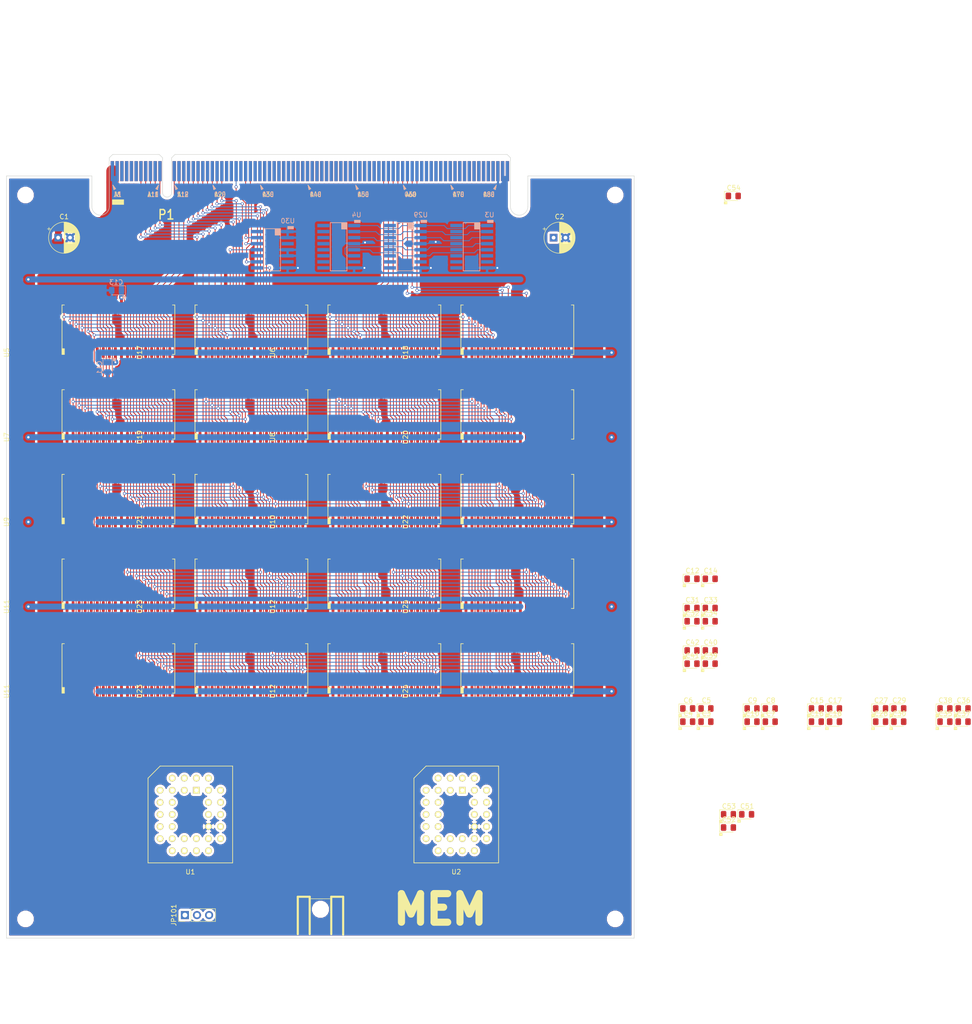
<source format=kicad_pcb>
(kicad_pcb (version 20171130) (host pcbnew 5.0.2+dfsg1-1~bpo9+1)
  (layers (0 F.Cu signal) (31 B.Cu signal) (34 B.Paste user) (35 F.Paste user) (36 B.SilkS user) (37 F.SilkS user) (38 B.Mask user) (39 F.Mask user) (44 Edge.Cuts user))
  (net 0 "")
  (net 1 +5V)
  (net 2 GND)
  (net 3 /~RESET)
  (net 4 /~RSTHOLD)
  (net 5 /CLK1)
  (net 6 /CLK2)
  (net 7 /CLK3)
  (net 8 /CLK4)
  (net 9 /T34)
  (net 10 /WSTB)
  (net 11 /~HALT)
  (net 12 /~WS)
  (net 13 /~ENDEXT)
  (net 14 /~MEM)
  (net 15 /~IO)
  (net 16 /~R)
  (net 17 "/Left Edge Connector/C36")
  (net 18 "/Left Edge Connector/C34")
  (net 19 "/Left Edge Connector/C32")
  (net 20 "/Left Edge Connector/C30")
  (net 21 "/Left Edge Connector/C28")
  (net 22 /~IRQS)
  (net 23 /~IRQ)
  (net 24 "/Left Edge Connector/ACTION3")
  (net 25 "/Left Edge Connector/ACTION2")
  (net 26 "/Left Edge Connector/ACTION1")
  (net 27 "/Left Edge Connector/RSVD8")
  (net 28 "/Left Edge Connector/RSVD7")
  (net 29 "/Left Edge Connector/WADDR2")
  (net 30 "/Left Edge Connector/WADDR1")
  (net 31 "/Left Edge Connector/WADDR0")
  (net 32 "/Left Edge Connector/RADDR4")
  (net 33 "/Left Edge Connector/RADDR3")
  (net 34 "/Left Edge Connector/RADDR2")
  (net 35 "/Left Edge Connector/RADDR1")
  (net 36 "/Left Edge Connector/RADDR0")
  (net 37 "/Left Edge Connector/C37")
  (net 38 "/Left Edge Connector/C35")
  (net 39 "/Left Edge Connector/C33")
  (net 40 "/Left Edge Connector/C31")
  (net 41 "/Left Edge Connector/C29")
  (net 42 /~SKIPEXT)
  (net 43 "/Left Edge Connector/~IRQ7")
  (net 44 "/Left Edge Connector/~IRQ6")
  (net 45 "/Left Edge Connector/~IRQ5")
  (net 46 "/Left Edge Connector/~IRQ4")
  (net 47 "/Left Edge Connector/~IRQ3")
  (net 48 "/Left Edge Connector/~IRQ2")
  (net 49 "/Left Edge Connector/~IRQ1")
  (net 50 "/Left Edge Connector/~IRQ0")
  (net 51 "/Left Edge Connector/RSVD1")
  (net 52 "/Left Edge Connector/RSVD6")
  (net 53 "/Left Edge Connector/RSVD5")
  (net 54 "/Left Edge Connector/RSVD4")
  (net 55 "/Left Edge Connector/RSVD3")
  (net 56 "/Left Edge Connector/RSVD2")
  (net 57 /~W)
  (net 58 /~IODEV3xx)
  (net 59 /~IODEV2xx)
  (net 60 /~IODEV1xx)
  (net 61 /~SYSDEV)
  (net 62 "/Left Edge Connector/IBUS15")
  (net 63 "/Left Edge Connector/IBUS14")
  (net 64 "/Left Edge Connector/IBUS13")
  (net 65 "/Left Edge Connector/IBUS12")
  (net 66 "/Left Edge Connector/IBUS11")
  (net 67 "/Left Edge Connector/IBUS10")
  (net 68 "/Left Edge Connector/IBUS9")
  (net 69 "/Left Edge Connector/IBUS8")
  (net 70 "/Left Edge Connector/ACTION0")
  (net 71 "/Left Edge Connector/WADDR4")
  (net 72 "/Left Edge Connector/WADDR3")
  (net 73 "/Left Edge Connector/IBUS7")
  (net 74 "/Left Edge Connector/IBUS6")
  (net 75 /DB15)
  (net 76 /DB14)
  (net 77 /DB13)
  (net 78 /DB12)
  (net 79 /DB11)
  (net 80 /DB10)
  (net 81 /DB9)
  (net 82 /DB8)
  (net 83 /AB18)
  (net 84 /AB17)
  (net 85 /AB16)
  (net 86 /AB15)
  (net 87 /AB14)
  (net 88 /AB13)
  (net 89 /AB12)
  (net 90 /AB11)
  (net 91 /AB10)
  (net 92 /AB9)
  (net 93 /AB8)
  (net 94 /DB7)
  (net 95 /DB6)
  (net 96 /DB5)
  (net 97 /DB4)
  (net 98 /DB3)
  (net 99 /DB2)
  (net 100 /DB1)
  (net 101 /DB0)
  (net 102 /AB7)
  (net 103 /AB6)
  (net 104 "/Left Edge Connector/IBUS5")
  (net 105 "/Left Edge Connector/IBUS4")
  (net 106 "/Left Edge Connector/IBUS3")
  (net 107 "/Left Edge Connector/IBUS2")
  (net 108 "/Left Edge Connector/IBUS1")
  (net 109 "/Left Edge Connector/IBUS0")
  (net 110 /AB5)
  (net 111 /AB4)
  (net 112 /AB3)
  (net 113 /AB2)
  (net 114 /AB1)
  (net 115 /AB0)
  (net 116 /AB23)
  (net 117 /AB22)
  (net 118 /AB21)
  (net 119 /AB20)
  (net 120 /AB19)
  (net 121 "Net-(U5-Pad19)")
  (net 122 "Net-(U5-Pad36)")
  (net 123 "Net-(U4-Pad14)")
  (net 124 "Net-(U4-Pad13)")
  (net 125 "Net-(U4-Pad12)")
  (net 126 "Net-(U4-Pad11)")
  (net 127 "Net-(U4-Pad10)")
  (net 128 "Net-(U4-Pad9)")
  (net 129 "Net-(U4-Pad7)")
  (net 130 "Net-(U6-Pad36)")
  (net 131 "Net-(U6-Pad19)")
  (net 132 "Net-(U8-Pad36)")
  (net 133 "Net-(U8-Pad19)")
  (net 134 "Net-(U9-Pad36)")
  (net 135 "Net-(U9-Pad19)")
  (net 136 "Net-(U10-Pad36)")
  (net 137 "Net-(U10-Pad19)")
  (net 138 "Net-(U11-Pad36)")
  (net 139 "Net-(U11-Pad19)")
  (net 140 "Net-(U7-Pad36)")
  (net 141 "Net-(U7-Pad19)")
  (net 142 /sheet5EC75B7C/~CE)
  (net 143 "Net-(U12-Pad36)")
  (net 144 "Net-(U12-Pad19)")
  (net 145 "Net-(U17-Pad36)")
  (net 146 "Net-(U17-Pad19)")
  (net 147 "Net-(U18-Pad36)")
  (net 148 "Net-(U18-Pad19)")
  (net 149 "Net-(U19-Pad36)")
  (net 150 "Net-(U19-Pad19)")
  (net 151 "Net-(U20-Pad36)")
  (net 152 "Net-(U20-Pad19)")
  (net 153 "Net-(U21-Pad36)")
  (net 154 "Net-(U21-Pad19)")
  (net 155 "Net-(U22-Pad36)")
  (net 156 "Net-(U22-Pad19)")
  (net 157 "Net-(U23-Pad36)")
  (net 158 "Net-(U23-Pad19)")
  (net 159 /sheet5ECDEC41/~CE)
  (net 160 "Net-(U24-Pad36)")
  (net 161 "Net-(U24-Pad19)")
  (net 162 /~ROMCS)
  (net 163 /~CS7)
  (net 164 /~CS6)
  (net 165 /~CS5)
  (net 166 /~CS4)
  (net 167 /~CS3)
  (net 168 /~CS2)
  (net 169 /~CS1)
  (net 170 /~CS0)
  (net 171 /~CS8)
  (net 172 /~CS10)
  (net 173 /~CS9)
  (net 174 /~CS11)
  (net 175 "Net-(U29-Pad7)")
  (net 176 "Net-(U29-Pad9)")
  (net 177 "Net-(U29-Pad10)")
  (net 178 "Net-(U29-Pad11)")
  (net 179 "/Left Edge Connector/C19")
  (net 180 "/Left Edge Connector/C20")
  (net 181 "/Left Edge Connector/C21")
  (net 182 "/Left Edge Connector/C23")
  (net 183 "/Left Edge Connector/C25")
  (net 184 "/Left Edge Connector/C27")
  (net 185 "/Left Edge Connector/C39")
  (net 186 "/Left Edge Connector/C1")
  (net 187 "/Left Edge Connector/C2")
  (net 188 "/Left Edge Connector/C3")
  (net 189 "/Left Edge Connector/C4")
  (net 190 "/Left Edge Connector/C5")
  (net 191 "/Left Edge Connector/C6")
  (net 192 "/Left Edge Connector/C7")
  (net 193 "/Left Edge Connector/C8")
  (net 194 "/Left Edge Connector/C9")
  (net 195 "/Left Edge Connector/C10")
  (net 196 "/Left Edge Connector/C11")
  (net 197 "/Left Edge Connector/C12")
  (net 198 "/Left Edge Connector/C13")
  (net 199 "/Left Edge Connector/C14")
  (net 200 "/Left Edge Connector/C16")
  (net 201 "/Left Edge Connector/C15")
  (net 202 "/Left Edge Connector/C18")
  (net 203 "/Left Edge Connector/C17")
  (net 204 "/Left Edge Connector/FPD0")
  (net 205 "/Left Edge Connector/FPD1")
  (net 206 "/Left Edge Connector/FPD2")
  (net 207 "/Left Edge Connector/FPD3")
  (net 208 "/Left Edge Connector/C22")
  (net 209 "/Left Edge Connector/FPD4")
  (net 210 "/Left Edge Connector/FPD5")
  (net 211 "/Left Edge Connector/C24")
  (net 212 "/Left Edge Connector/C26")
  (net 213 "/Left Edge Connector/FPD6")
  (net 214 "/Left Edge Connector/FPD7")
  (net 215 "/Left Edge Connector/C38")
  (net 216 /~MEMR)
  (net 217 /~ROMW)
  (net 218 /~MEMW)
  (net 219 "Net-(U30-Pad3)")
  (net 220 "Net-(U30-Pad6)")
  (module alexios:SOJ-36_10.16x23.49mm_P1.27mm (layer F.Cu) (at 92.075 185.42 90)
    (fp_text reference U11 (at 0 -12.7 90) (layer F.SilkS))
    (fp_text value IS61C5128AL)
    (pad 36 smd rect (at 9.6 0 90) (size 2.2 0.6) (layers F.Cu F.Paste F.Mask) (net 138 "Net-(U11-Pad36)"))
    (pad 35 smd rect (at 9.6 1.27 90) (size 2.2 0.6) (layers F.Cu F.Paste F.Mask) (net 83 /AB18))
    (pad 34 smd rect (at 9.6 2.54 90) (size 2.2 0.6) (layers F.Cu F.Paste F.Mask) (net 84 /AB17))
    (pad 33 smd rect (at 9.6 3.81 90) (size 2.2 0.6) (layers F.Cu F.Paste F.Mask) (net 85 /AB16))
    (pad 32 smd rect (at 9.6 5.08 90) (size 2.2 0.6) (layers F.Cu F.Paste F.Mask) (net 86 /AB15))
    (pad 31 smd rect (at 9.6 6.35 90) (size 2.2 0.6) (layers F.Cu F.Paste F.Mask) (net 216 /~MEMR))
    (pad 30 smd rect (at 9.6 7.62 90) (size 2.2 0.6) (layers F.Cu F.Paste F.Mask) (net 94 /DB7))
    (pad 29 smd rect (at 9.6 8.89 90) (size 2.2 0.6) (layers F.Cu F.Paste F.Mask) (net 95 /DB6))
    (pad 28 smd rect (at 9.6 10.16 90) (size 2.2 0.6) (layers F.Cu F.Paste F.Mask) (net 2 GND))
    (pad 27 smd rect (at 9.6 11.43 90) (size 2.2 0.6) (layers F.Cu F.Paste F.Mask) (net 1 +5V))
    (pad 26 smd rect (at 9.6 12.7 90) (size 2.2 0.6) (layers F.Cu F.Paste F.Mask) (net 96 /DB5))
    (pad 25 smd rect (at 9.6 13.97 90) (size 2.2 0.6) (layers F.Cu F.Paste F.Mask) (net 97 /DB4))
    (pad 24 smd rect (at 9.6 15.24 90) (size 2.2 0.6) (layers F.Cu F.Paste F.Mask) (net 87 /AB14))
    (pad 23 smd rect (at 9.6 16.51 90) (size 2.2 0.6) (layers F.Cu F.Paste F.Mask) (net 88 /AB13))
    (pad 22 smd rect (at 9.6 17.78 90) (size 2.2 0.6) (layers F.Cu F.Paste F.Mask) (net 89 /AB12))
    (pad 21 smd rect (at 9.6 19.05 90) (size 2.2 0.6) (layers F.Cu F.Paste F.Mask) (net 90 /AB11))
    (pad 20 smd rect (at 9.6 20.32 90) (size 2.2 0.6) (layers F.Cu F.Paste F.Mask) (net 91 /AB10))
    (pad 19 smd rect (at 9.6 21.59 90) (size 2.2 0.6) (layers F.Cu F.Paste F.Mask) (net 139 "Net-(U11-Pad19)"))
    (pad 18 smd rect (at 0 21.59 90) (size 2.2 0.6) (layers F.Cu F.Paste F.Mask) (net 92 /AB9))
    (pad 17 smd rect (at 0 20.32 90) (size 2.2 0.6) (layers F.Cu F.Paste F.Mask) (net 93 /AB8))
    (pad 16 smd rect (at 0 19.05 90) (size 2.2 0.6) (layers F.Cu F.Paste F.Mask) (net 102 /AB7))
    (pad 15 smd rect (at 0 17.78 90) (size 2.2 0.6) (layers F.Cu F.Paste F.Mask) (net 103 /AB6))
    (pad 14 smd rect (at 0 16.51 90) (size 2.2 0.6) (layers F.Cu F.Paste F.Mask) (net 110 /AB5))
    (pad 13 smd rect (at 0 15.24 90) (size 2.2 0.6) (layers F.Cu F.Paste F.Mask) (net 218 /~MEMW))
    (pad 12 smd rect (at 0 13.97 90) (size 2.2 0.6) (layers F.Cu F.Paste F.Mask) (net 98 /DB3))
    (pad 11 smd rect (at 0 12.7 90) (size 2.2 0.6) (layers F.Cu F.Paste F.Mask) (net 99 /DB2))
    (pad 10 smd rect (at 0 11.43 90) (size 2.2 0.6) (layers F.Cu F.Paste F.Mask) (net 2 GND))
    (pad 9 smd rect (at 0 10.16 90) (size 2.2 0.6) (layers F.Cu F.Paste F.Mask) (net 1 +5V))
    (pad 8 smd rect (at 0 8.89 90) (size 2.2 0.6) (layers F.Cu F.Paste F.Mask) (net 100 /DB1))
    (pad 7 smd rect (at 0 7.62 90) (size 2.2 0.6) (layers F.Cu F.Paste F.Mask) (net 101 /DB0))
    (pad 6 smd rect (at 0 6.35 90) (size 2.2 0.6) (layers F.Cu F.Paste F.Mask) (net 164 /~CS6))
    (pad 5 smd rect (at 0 5.08 90) (size 2.2 0.6) (layers F.Cu F.Paste F.Mask) (net 111 /AB4))
    (pad 4 smd rect (at 0 3.81 90) (size 2.2 0.6) (layers F.Cu F.Paste F.Mask) (net 112 /AB3))
    (pad 3 smd rect (at 0 2.54 90) (size 2.2 0.6) (layers F.Cu F.Paste F.Mask) (net 113 /AB2))
    (pad 2 smd rect (at 0 1.27 90) (size 2.2 0.6) (layers F.Cu F.Paste F.Mask) (net 114 /AB1))
    (pad 1 smd rect (at 0 0 90) (size 2.2 0.6) (layers F.Cu F.Paste F.Mask) (net 115 /AB0))
  )
  (module alexios:SOJ-36_10.16x23.49mm_P1.27mm (layer F.Cu) (at 120.015 185.42 90)
    (fp_text reference U23 (at 0 -12.7 90) (layer F.SilkS))
    (fp_text value IS61C5128AL)
    (pad 36 smd rect (at 9.6 0 90) (size 2.2 0.6) (layers F.Cu F.Paste F.Mask) (net 157 "Net-(U23-Pad36)"))
    (pad 35 smd rect (at 9.6 1.27 90) (size 2.2 0.6) (layers F.Cu F.Paste F.Mask) (net 83 /AB18))
    (pad 34 smd rect (at 9.6 2.54 90) (size 2.2 0.6) (layers F.Cu F.Paste F.Mask) (net 84 /AB17))
    (pad 33 smd rect (at 9.6 3.81 90) (size 2.2 0.6) (layers F.Cu F.Paste F.Mask) (net 85 /AB16))
    (pad 32 smd rect (at 9.6 5.08 90) (size 2.2 0.6) (layers F.Cu F.Paste F.Mask) (net 86 /AB15))
    (pad 31 smd rect (at 9.6 6.35 90) (size 2.2 0.6) (layers F.Cu F.Paste F.Mask) (net 216 /~MEMR))
    (pad 30 smd rect (at 9.6 7.62 90) (size 2.2 0.6) (layers F.Cu F.Paste F.Mask) (net 94 /DB7))
    (pad 29 smd rect (at 9.6 8.89 90) (size 2.2 0.6) (layers F.Cu F.Paste F.Mask) (net 95 /DB6))
    (pad 28 smd rect (at 9.6 10.16 90) (size 2.2 0.6) (layers F.Cu F.Paste F.Mask) (net 2 GND))
    (pad 27 smd rect (at 9.6 11.43 90) (size 2.2 0.6) (layers F.Cu F.Paste F.Mask) (net 1 +5V))
    (pad 26 smd rect (at 9.6 12.7 90) (size 2.2 0.6) (layers F.Cu F.Paste F.Mask) (net 96 /DB5))
    (pad 25 smd rect (at 9.6 13.97 90) (size 2.2 0.6) (layers F.Cu F.Paste F.Mask) (net 97 /DB4))
    (pad 24 smd rect (at 9.6 15.24 90) (size 2.2 0.6) (layers F.Cu F.Paste F.Mask) (net 87 /AB14))
    (pad 23 smd rect (at 9.6 16.51 90) (size 2.2 0.6) (layers F.Cu F.Paste F.Mask) (net 88 /AB13))
    (pad 22 smd rect (at 9.6 17.78 90) (size 2.2 0.6) (layers F.Cu F.Paste F.Mask) (net 89 /AB12))
    (pad 21 smd rect (at 9.6 19.05 90) (size 2.2 0.6) (layers F.Cu F.Paste F.Mask) (net 90 /AB11))
    (pad 20 smd rect (at 9.6 20.32 90) (size 2.2 0.6) (layers F.Cu F.Paste F.Mask) (net 91 /AB10))
    (pad 19 smd rect (at 9.6 21.59 90) (size 2.2 0.6) (layers F.Cu F.Paste F.Mask) (net 158 "Net-(U23-Pad19)"))
    (pad 18 smd rect (at 0 21.59 90) (size 2.2 0.6) (layers F.Cu F.Paste F.Mask) (net 92 /AB9))
    (pad 17 smd rect (at 0 20.32 90) (size 2.2 0.6) (layers F.Cu F.Paste F.Mask) (net 93 /AB8))
    (pad 16 smd rect (at 0 19.05 90) (size 2.2 0.6) (layers F.Cu F.Paste F.Mask) (net 102 /AB7))
    (pad 15 smd rect (at 0 17.78 90) (size 2.2 0.6) (layers F.Cu F.Paste F.Mask) (net 103 /AB6))
    (pad 14 smd rect (at 0 16.51 90) (size 2.2 0.6) (layers F.Cu F.Paste F.Mask) (net 110 /AB5))
    (pad 13 smd rect (at 0 15.24 90) (size 2.2 0.6) (layers F.Cu F.Paste F.Mask) (net 218 /~MEMW))
    (pad 12 smd rect (at 0 13.97 90) (size 2.2 0.6) (layers F.Cu F.Paste F.Mask) (net 98 /DB3))
    (pad 11 smd rect (at 0 12.7 90) (size 2.2 0.6) (layers F.Cu F.Paste F.Mask) (net 99 /DB2))
    (pad 10 smd rect (at 0 11.43 90) (size 2.2 0.6) (layers F.Cu F.Paste F.Mask) (net 2 GND))
    (pad 9 smd rect (at 0 10.16 90) (size 2.2 0.6) (layers F.Cu F.Paste F.Mask) (net 1 +5V))
    (pad 8 smd rect (at 0 8.89 90) (size 2.2 0.6) (layers F.Cu F.Paste F.Mask) (net 100 /DB1))
    (pad 7 smd rect (at 0 7.62 90) (size 2.2 0.6) (layers F.Cu F.Paste F.Mask) (net 101 /DB0))
    (pad 6 smd rect (at 0 6.35 90) (size 2.2 0.6) (layers F.Cu F.Paste F.Mask) (net 163 /~CS7))
    (pad 5 smd rect (at 0 5.08 90) (size 2.2 0.6) (layers F.Cu F.Paste F.Mask) (net 111 /AB4))
    (pad 4 smd rect (at 0 3.81 90) (size 2.2 0.6) (layers F.Cu F.Paste F.Mask) (net 112 /AB3))
    (pad 3 smd rect (at 0 2.54 90) (size 2.2 0.6) (layers F.Cu F.Paste F.Mask) (net 113 /AB2))
    (pad 2 smd rect (at 0 1.27 90) (size 2.2 0.6) (layers F.Cu F.Paste F.Mask) (net 114 /AB1))
    (pad 1 smd rect (at 0 0 90) (size 2.2 0.6) (layers F.Cu F.Paste F.Mask) (net 115 /AB0))
  )
  (module alexios:SOJ-36_10.16x23.49mm_P1.27mm (layer F.Cu) (at 147.955 185.42 90)
    (fp_text reference U12 (at 0 -12.7 90) (layer F.SilkS))
    (fp_text value IS61C5128AL)
    (pad 36 smd rect (at 9.6 0 90) (size 2.2 0.6) (layers F.Cu F.Paste F.Mask) (net 143 "Net-(U12-Pad36)"))
    (pad 35 smd rect (at 9.6 1.27 90) (size 2.2 0.6) (layers F.Cu F.Paste F.Mask) (net 83 /AB18))
    (pad 34 smd rect (at 9.6 2.54 90) (size 2.2 0.6) (layers F.Cu F.Paste F.Mask) (net 84 /AB17))
    (pad 33 smd rect (at 9.6 3.81 90) (size 2.2 0.6) (layers F.Cu F.Paste F.Mask) (net 85 /AB16))
    (pad 32 smd rect (at 9.6 5.08 90) (size 2.2 0.6) (layers F.Cu F.Paste F.Mask) (net 86 /AB15))
    (pad 31 smd rect (at 9.6 6.35 90) (size 2.2 0.6) (layers F.Cu F.Paste F.Mask) (net 216 /~MEMR))
    (pad 30 smd rect (at 9.6 7.62 90) (size 2.2 0.6) (layers F.Cu F.Paste F.Mask) (net 75 /DB15))
    (pad 29 smd rect (at 9.6 8.89 90) (size 2.2 0.6) (layers F.Cu F.Paste F.Mask) (net 76 /DB14))
    (pad 28 smd rect (at 9.6 10.16 90) (size 2.2 0.6) (layers F.Cu F.Paste F.Mask) (net 2 GND))
    (pad 27 smd rect (at 9.6 11.43 90) (size 2.2 0.6) (layers F.Cu F.Paste F.Mask) (net 1 +5V))
    (pad 26 smd rect (at 9.6 12.7 90) (size 2.2 0.6) (layers F.Cu F.Paste F.Mask) (net 77 /DB13))
    (pad 25 smd rect (at 9.6 13.97 90) (size 2.2 0.6) (layers F.Cu F.Paste F.Mask) (net 78 /DB12))
    (pad 24 smd rect (at 9.6 15.24 90) (size 2.2 0.6) (layers F.Cu F.Paste F.Mask) (net 87 /AB14))
    (pad 23 smd rect (at 9.6 16.51 90) (size 2.2 0.6) (layers F.Cu F.Paste F.Mask) (net 88 /AB13))
    (pad 22 smd rect (at 9.6 17.78 90) (size 2.2 0.6) (layers F.Cu F.Paste F.Mask) (net 89 /AB12))
    (pad 21 smd rect (at 9.6 19.05 90) (size 2.2 0.6) (layers F.Cu F.Paste F.Mask) (net 90 /AB11))
    (pad 20 smd rect (at 9.6 20.32 90) (size 2.2 0.6) (layers F.Cu F.Paste F.Mask) (net 91 /AB10))
    (pad 19 smd rect (at 9.6 21.59 90) (size 2.2 0.6) (layers F.Cu F.Paste F.Mask) (net 144 "Net-(U12-Pad19)"))
    (pad 18 smd rect (at 0 21.59 90) (size 2.2 0.6) (layers F.Cu F.Paste F.Mask) (net 92 /AB9))
    (pad 17 smd rect (at 0 20.32 90) (size 2.2 0.6) (layers F.Cu F.Paste F.Mask) (net 93 /AB8))
    (pad 16 smd rect (at 0 19.05 90) (size 2.2 0.6) (layers F.Cu F.Paste F.Mask) (net 102 /AB7))
    (pad 15 smd rect (at 0 17.78 90) (size 2.2 0.6) (layers F.Cu F.Paste F.Mask) (net 103 /AB6))
    (pad 14 smd rect (at 0 16.51 90) (size 2.2 0.6) (layers F.Cu F.Paste F.Mask) (net 110 /AB5))
    (pad 13 smd rect (at 0 15.24 90) (size 2.2 0.6) (layers F.Cu F.Paste F.Mask) (net 218 /~MEMW))
    (pad 12 smd rect (at 0 13.97 90) (size 2.2 0.6) (layers F.Cu F.Paste F.Mask) (net 79 /DB11))
    (pad 11 smd rect (at 0 12.7 90) (size 2.2 0.6) (layers F.Cu F.Paste F.Mask) (net 80 /DB10))
    (pad 10 smd rect (at 0 11.43 90) (size 2.2 0.6) (layers F.Cu F.Paste F.Mask) (net 2 GND))
    (pad 9 smd rect (at 0 10.16 90) (size 2.2 0.6) (layers F.Cu F.Paste F.Mask) (net 1 +5V))
    (pad 8 smd rect (at 0 8.89 90) (size 2.2 0.6) (layers F.Cu F.Paste F.Mask) (net 81 /DB9))
    (pad 7 smd rect (at 0 7.62 90) (size 2.2 0.6) (layers F.Cu F.Paste F.Mask) (net 82 /DB8))
    (pad 6 smd rect (at 0 6.35 90) (size 2.2 0.6) (layers F.Cu F.Paste F.Mask) (net 164 /~CS6))
    (pad 5 smd rect (at 0 5.08 90) (size 2.2 0.6) (layers F.Cu F.Paste F.Mask) (net 111 /AB4))
    (pad 4 smd rect (at 0 3.81 90) (size 2.2 0.6) (layers F.Cu F.Paste F.Mask) (net 112 /AB3))
    (pad 3 smd rect (at 0 2.54 90) (size 2.2 0.6) (layers F.Cu F.Paste F.Mask) (net 113 /AB2))
    (pad 2 smd rect (at 0 1.27 90) (size 2.2 0.6) (layers F.Cu F.Paste F.Mask) (net 114 /AB1))
    (pad 1 smd rect (at 0 0 90) (size 2.2 0.6) (layers F.Cu F.Paste F.Mask) (net 115 /AB0))
  )
  (module alexios:SOJ-36_10.16x23.49mm_P1.27mm (layer F.Cu) (at 175.895 185.42 90)
    (fp_text reference U24 (at 0 -12.7 90) (layer F.SilkS))
    (fp_text value IS61C5128AL)
    (pad 36 smd rect (at 9.6 0 90) (size 2.2 0.6) (layers F.Cu F.Paste F.Mask) (net 160 "Net-(U24-Pad36)"))
    (pad 35 smd rect (at 9.6 1.27 90) (size 2.2 0.6) (layers F.Cu F.Paste F.Mask) (net 83 /AB18))
    (pad 34 smd rect (at 9.6 2.54 90) (size 2.2 0.6) (layers F.Cu F.Paste F.Mask) (net 84 /AB17))
    (pad 33 smd rect (at 9.6 3.81 90) (size 2.2 0.6) (layers F.Cu F.Paste F.Mask) (net 85 /AB16))
    (pad 32 smd rect (at 9.6 5.08 90) (size 2.2 0.6) (layers F.Cu F.Paste F.Mask) (net 86 /AB15))
    (pad 31 smd rect (at 9.6 6.35 90) (size 2.2 0.6) (layers F.Cu F.Paste F.Mask) (net 216 /~MEMR))
    (pad 30 smd rect (at 9.6 7.62 90) (size 2.2 0.6) (layers F.Cu F.Paste F.Mask) (net 75 /DB15))
    (pad 29 smd rect (at 9.6 8.89 90) (size 2.2 0.6) (layers F.Cu F.Paste F.Mask) (net 76 /DB14))
    (pad 28 smd rect (at 9.6 10.16 90) (size 2.2 0.6) (layers F.Cu F.Paste F.Mask) (net 2 GND))
    (pad 27 smd rect (at 9.6 11.43 90) (size 2.2 0.6) (layers F.Cu F.Paste F.Mask) (net 1 +5V))
    (pad 26 smd rect (at 9.6 12.7 90) (size 2.2 0.6) (layers F.Cu F.Paste F.Mask) (net 77 /DB13))
    (pad 25 smd rect (at 9.6 13.97 90) (size 2.2 0.6) (layers F.Cu F.Paste F.Mask) (net 78 /DB12))
    (pad 24 smd rect (at 9.6 15.24 90) (size 2.2 0.6) (layers F.Cu F.Paste F.Mask) (net 87 /AB14))
    (pad 23 smd rect (at 9.6 16.51 90) (size 2.2 0.6) (layers F.Cu F.Paste F.Mask) (net 88 /AB13))
    (pad 22 smd rect (at 9.6 17.78 90) (size 2.2 0.6) (layers F.Cu F.Paste F.Mask) (net 89 /AB12))
    (pad 21 smd rect (at 9.6 19.05 90) (size 2.2 0.6) (layers F.Cu F.Paste F.Mask) (net 90 /AB11))
    (pad 20 smd rect (at 9.6 20.32 90) (size 2.2 0.6) (layers F.Cu F.Paste F.Mask) (net 91 /AB10))
    (pad 19 smd rect (at 9.6 21.59 90) (size 2.2 0.6) (layers F.Cu F.Paste F.Mask) (net 161 "Net-(U24-Pad19)"))
    (pad 18 smd rect (at 0 21.59 90) (size 2.2 0.6) (layers F.Cu F.Paste F.Mask) (net 92 /AB9))
    (pad 17 smd rect (at 0 20.32 90) (size 2.2 0.6) (layers F.Cu F.Paste F.Mask) (net 93 /AB8))
    (pad 16 smd rect (at 0 19.05 90) (size 2.2 0.6) (layers F.Cu F.Paste F.Mask) (net 102 /AB7))
    (pad 15 smd rect (at 0 17.78 90) (size 2.2 0.6) (layers F.Cu F.Paste F.Mask) (net 103 /AB6))
    (pad 14 smd rect (at 0 16.51 90) (size 2.2 0.6) (layers F.Cu F.Paste F.Mask) (net 110 /AB5))
    (pad 13 smd rect (at 0 15.24 90) (size 2.2 0.6) (layers F.Cu F.Paste F.Mask) (net 218 /~MEMW))
    (pad 12 smd rect (at 0 13.97 90) (size 2.2 0.6) (layers F.Cu F.Paste F.Mask) (net 79 /DB11))
    (pad 11 smd rect (at 0 12.7 90) (size 2.2 0.6) (layers F.Cu F.Paste F.Mask) (net 80 /DB10))
    (pad 10 smd rect (at 0 11.43 90) (size 2.2 0.6) (layers F.Cu F.Paste F.Mask) (net 2 GND))
    (pad 9 smd rect (at 0 10.16 90) (size 2.2 0.6) (layers F.Cu F.Paste F.Mask) (net 1 +5V))
    (pad 8 smd rect (at 0 8.89 90) (size 2.2 0.6) (layers F.Cu F.Paste F.Mask) (net 81 /DB9))
    (pad 7 smd rect (at 0 7.62 90) (size 2.2 0.6) (layers F.Cu F.Paste F.Mask) (net 82 /DB8))
    (pad 6 smd rect (at 0 6.35 90) (size 2.2 0.6) (layers F.Cu F.Paste F.Mask) (net 163 /~CS7))
    (pad 5 smd rect (at 0 5.08 90) (size 2.2 0.6) (layers F.Cu F.Paste F.Mask) (net 111 /AB4))
    (pad 4 smd rect (at 0 3.81 90) (size 2.2 0.6) (layers F.Cu F.Paste F.Mask) (net 112 /AB3))
    (pad 3 smd rect (at 0 2.54 90) (size 2.2 0.6) (layers F.Cu F.Paste F.Mask) (net 113 /AB2))
    (pad 2 smd rect (at 0 1.27 90) (size 2.2 0.6) (layers F.Cu F.Paste F.Mask) (net 114 /AB1))
    (pad 1 smd rect (at 0 0 90) (size 2.2 0.6) (layers F.Cu F.Paste F.Mask) (net 115 /AB0))
  )
  (module alexios:SOJ-36_10.16x23.49mm_P1.27mm (layer F.Cu) (at 175.895 167.64 90)
    (fp_text reference U24 (at 0 -12.7 90) (layer F.SilkS))
    (fp_text value IS61C5128AL)
    (pad 1 smd rect (at 0 0 90) (size 2.2 0.6) (layers F.Cu F.Paste F.Mask) (net 115 /AB0))
    (pad 2 smd rect (at 0 1.27 90) (size 2.2 0.6) (layers F.Cu F.Paste F.Mask) (net 114 /AB1))
    (pad 3 smd rect (at 0 2.54 90) (size 2.2 0.6) (layers F.Cu F.Paste F.Mask) (net 113 /AB2))
    (pad 4 smd rect (at 0 3.81 90) (size 2.2 0.6) (layers F.Cu F.Paste F.Mask) (net 112 /AB3))
    (pad 5 smd rect (at 0 5.08 90) (size 2.2 0.6) (layers F.Cu F.Paste F.Mask) (net 111 /AB4))
    (pad 6 smd rect (at 0 6.35 90) (size 2.2 0.6) (layers F.Cu F.Paste F.Mask) (net 159 /sheet5ECDEC41/~CE))
    (pad 7 smd rect (at 0 7.62 90) (size 2.2 0.6) (layers F.Cu F.Paste F.Mask) (net 82 /DB8))
    (pad 8 smd rect (at 0 8.89 90) (size 2.2 0.6) (layers F.Cu F.Paste F.Mask) (net 81 /DB9))
    (pad 9 smd rect (at 0 10.16 90) (size 2.2 0.6) (layers F.Cu F.Paste F.Mask) (net 1 +5V))
    (pad 10 smd rect (at 0 11.43 90) (size 2.2 0.6) (layers F.Cu F.Paste F.Mask) (net 2 GND))
    (pad 11 smd rect (at 0 12.7 90) (size 2.2 0.6) (layers F.Cu F.Paste F.Mask) (net 80 /DB10))
    (pad 12 smd rect (at 0 13.97 90) (size 2.2 0.6) (layers F.Cu F.Paste F.Mask) (net 79 /DB11))
    (pad 13 smd rect (at 0 15.24 90) (size 2.2 0.6) (layers F.Cu F.Paste F.Mask) (net 57 /~W))
    (pad 14 smd rect (at 0 16.51 90) (size 2.2 0.6) (layers F.Cu F.Paste F.Mask) (net 110 /AB5))
    (pad 15 smd rect (at 0 17.78 90) (size 2.2 0.6) (layers F.Cu F.Paste F.Mask) (net 103 /AB6))
    (pad 16 smd rect (at 0 19.05 90) (size 2.2 0.6) (layers F.Cu F.Paste F.Mask) (net 102 /AB7))
    (pad 17 smd rect (at 0 20.32 90) (size 2.2 0.6) (layers F.Cu F.Paste F.Mask) (net 93 /AB8))
    (pad 18 smd rect (at 0 21.59 90) (size 2.2 0.6) (layers F.Cu F.Paste F.Mask) (net 92 /AB9))
    (pad 19 smd rect (at 9.6 21.59 90) (size 2.2 0.6) (layers F.Cu F.Paste F.Mask) (net 161 "Net-(U24-Pad19)"))
    (pad 20 smd rect (at 9.6 20.32 90) (size 2.2 0.6) (layers F.Cu F.Paste F.Mask) (net 91 /AB10))
    (pad 21 smd rect (at 9.6 19.05 90) (size 2.2 0.6) (layers F.Cu F.Paste F.Mask) (net 90 /AB11))
    (pad 22 smd rect (at 9.6 17.78 90) (size 2.2 0.6) (layers F.Cu F.Paste F.Mask) (net 89 /AB12))
    (pad 23 smd rect (at 9.6 16.51 90) (size 2.2 0.6) (layers F.Cu F.Paste F.Mask) (net 88 /AB13))
    (pad 24 smd rect (at 9.6 15.24 90) (size 2.2 0.6) (layers F.Cu F.Paste F.Mask) (net 87 /AB14))
    (pad 25 smd rect (at 9.6 13.97 90) (size 2.2 0.6) (layers F.Cu F.Paste F.Mask) (net 78 /DB12))
    (pad 26 smd rect (at 9.6 12.7 90) (size 2.2 0.6) (layers F.Cu F.Paste F.Mask) (net 77 /DB13))
    (pad 27 smd rect (at 9.6 11.43 90) (size 2.2 0.6) (layers F.Cu F.Paste F.Mask) (net 1 +5V))
    (pad 28 smd rect (at 9.6 10.16 90) (size 2.2 0.6) (layers F.Cu F.Paste F.Mask) (net 2 GND))
    (pad 29 smd rect (at 9.6 8.89 90) (size 2.2 0.6) (layers F.Cu F.Paste F.Mask) (net 76 /DB14))
    (pad 30 smd rect (at 9.6 7.62 90) (size 2.2 0.6) (layers F.Cu F.Paste F.Mask) (net 75 /DB15))
    (pad 31 smd rect (at 9.6 6.35 90) (size 2.2 0.6) (layers F.Cu F.Paste F.Mask) (net 16 /~R))
    (pad 32 smd rect (at 9.6 5.08 90) (size 2.2 0.6) (layers F.Cu F.Paste F.Mask) (net 86 /AB15))
    (pad 33 smd rect (at 9.6 3.81 90) (size 2.2 0.6) (layers F.Cu F.Paste F.Mask) (net 85 /AB16))
    (pad 34 smd rect (at 9.6 2.54 90) (size 2.2 0.6) (layers F.Cu F.Paste F.Mask) (net 84 /AB17))
    (pad 35 smd rect (at 9.6 1.27 90) (size 2.2 0.6) (layers F.Cu F.Paste F.Mask) (net 83 /AB18))
    (pad 36 smd rect (at 9.6 0 90) (size 2.2 0.6) (layers F.Cu F.Paste F.Mask) (net 160 "Net-(U24-Pad36)"))
  )
  (module alexios:SOJ-36_10.16x23.49mm_P1.27mm (layer F.Cu) (at 120.015 167.64 90)
    (fp_text reference U23 (at 0 -12.7 90) (layer F.SilkS))
    (fp_text value IS61C5128AL)
    (pad 1 smd rect (at 0 0 90) (size 2.2 0.6) (layers F.Cu F.Paste F.Mask) (net 115 /AB0))
    (pad 2 smd rect (at 0 1.27 90) (size 2.2 0.6) (layers F.Cu F.Paste F.Mask) (net 114 /AB1))
    (pad 3 smd rect (at 0 2.54 90) (size 2.2 0.6) (layers F.Cu F.Paste F.Mask) (net 113 /AB2))
    (pad 4 smd rect (at 0 3.81 90) (size 2.2 0.6) (layers F.Cu F.Paste F.Mask) (net 112 /AB3))
    (pad 5 smd rect (at 0 5.08 90) (size 2.2 0.6) (layers F.Cu F.Paste F.Mask) (net 111 /AB4))
    (pad 6 smd rect (at 0 6.35 90) (size 2.2 0.6) (layers F.Cu F.Paste F.Mask) (net 159 /sheet5ECDEC41/~CE))
    (pad 7 smd rect (at 0 7.62 90) (size 2.2 0.6) (layers F.Cu F.Paste F.Mask) (net 101 /DB0))
    (pad 8 smd rect (at 0 8.89 90) (size 2.2 0.6) (layers F.Cu F.Paste F.Mask) (net 100 /DB1))
    (pad 9 smd rect (at 0 10.16 90) (size 2.2 0.6) (layers F.Cu F.Paste F.Mask) (net 1 +5V))
    (pad 10 smd rect (at 0 11.43 90) (size 2.2 0.6) (layers F.Cu F.Paste F.Mask) (net 2 GND))
    (pad 11 smd rect (at 0 12.7 90) (size 2.2 0.6) (layers F.Cu F.Paste F.Mask) (net 99 /DB2))
    (pad 12 smd rect (at 0 13.97 90) (size 2.2 0.6) (layers F.Cu F.Paste F.Mask) (net 98 /DB3))
    (pad 13 smd rect (at 0 15.24 90) (size 2.2 0.6) (layers F.Cu F.Paste F.Mask) (net 57 /~W))
    (pad 14 smd rect (at 0 16.51 90) (size 2.2 0.6) (layers F.Cu F.Paste F.Mask) (net 110 /AB5))
    (pad 15 smd rect (at 0 17.78 90) (size 2.2 0.6) (layers F.Cu F.Paste F.Mask) (net 103 /AB6))
    (pad 16 smd rect (at 0 19.05 90) (size 2.2 0.6) (layers F.Cu F.Paste F.Mask) (net 102 /AB7))
    (pad 17 smd rect (at 0 20.32 90) (size 2.2 0.6) (layers F.Cu F.Paste F.Mask) (net 93 /AB8))
    (pad 18 smd rect (at 0 21.59 90) (size 2.2 0.6) (layers F.Cu F.Paste F.Mask) (net 92 /AB9))
    (pad 19 smd rect (at 9.6 21.59 90) (size 2.2 0.6) (layers F.Cu F.Paste F.Mask) (net 158 "Net-(U23-Pad19)"))
    (pad 20 smd rect (at 9.6 20.32 90) (size 2.2 0.6) (layers F.Cu F.Paste F.Mask) (net 91 /AB10))
    (pad 21 smd rect (at 9.6 19.05 90) (size 2.2 0.6) (layers F.Cu F.Paste F.Mask) (net 90 /AB11))
    (pad 22 smd rect (at 9.6 17.78 90) (size 2.2 0.6) (layers F.Cu F.Paste F.Mask) (net 89 /AB12))
    (pad 23 smd rect (at 9.6 16.51 90) (size 2.2 0.6) (layers F.Cu F.Paste F.Mask) (net 88 /AB13))
    (pad 24 smd rect (at 9.6 15.24 90) (size 2.2 0.6) (layers F.Cu F.Paste F.Mask) (net 87 /AB14))
    (pad 25 smd rect (at 9.6 13.97 90) (size 2.2 0.6) (layers F.Cu F.Paste F.Mask) (net 97 /DB4))
    (pad 26 smd rect (at 9.6 12.7 90) (size 2.2 0.6) (layers F.Cu F.Paste F.Mask) (net 96 /DB5))
    (pad 27 smd rect (at 9.6 11.43 90) (size 2.2 0.6) (layers F.Cu F.Paste F.Mask) (net 1 +5V))
    (pad 28 smd rect (at 9.6 10.16 90) (size 2.2 0.6) (layers F.Cu F.Paste F.Mask) (net 2 GND))
    (pad 29 smd rect (at 9.6 8.89 90) (size 2.2 0.6) (layers F.Cu F.Paste F.Mask) (net 95 /DB6))
    (pad 30 smd rect (at 9.6 7.62 90) (size 2.2 0.6) (layers F.Cu F.Paste F.Mask) (net 94 /DB7))
    (pad 31 smd rect (at 9.6 6.35 90) (size 2.2 0.6) (layers F.Cu F.Paste F.Mask) (net 16 /~R))
    (pad 32 smd rect (at 9.6 5.08 90) (size 2.2 0.6) (layers F.Cu F.Paste F.Mask) (net 86 /AB15))
    (pad 33 smd rect (at 9.6 3.81 90) (size 2.2 0.6) (layers F.Cu F.Paste F.Mask) (net 85 /AB16))
    (pad 34 smd rect (at 9.6 2.54 90) (size 2.2 0.6) (layers F.Cu F.Paste F.Mask) (net 84 /AB17))
    (pad 35 smd rect (at 9.6 1.27 90) (size 2.2 0.6) (layers F.Cu F.Paste F.Mask) (net 83 /AB18))
    (pad 36 smd rect (at 9.6 0 90) (size 2.2 0.6) (layers F.Cu F.Paste F.Mask) (net 157 "Net-(U23-Pad36)"))
  )
  (module alexios:SOJ-36_10.16x23.49mm_P1.27mm (layer F.Cu) (at 175.895 149.86 90)
    (fp_text reference U22 (at 0 -12.7 90) (layer F.SilkS))
    (fp_text value IS61C5128AL)
    (pad 1 smd rect (at 0 0 90) (size 2.2 0.6) (layers F.Cu F.Paste F.Mask) (net 115 /AB0))
    (pad 2 smd rect (at 0 1.27 90) (size 2.2 0.6) (layers F.Cu F.Paste F.Mask) (net 114 /AB1))
    (pad 3 smd rect (at 0 2.54 90) (size 2.2 0.6) (layers F.Cu F.Paste F.Mask) (net 113 /AB2))
    (pad 4 smd rect (at 0 3.81 90) (size 2.2 0.6) (layers F.Cu F.Paste F.Mask) (net 112 /AB3))
    (pad 5 smd rect (at 0 5.08 90) (size 2.2 0.6) (layers F.Cu F.Paste F.Mask) (net 111 /AB4))
    (pad 6 smd rect (at 0 6.35 90) (size 2.2 0.6) (layers F.Cu F.Paste F.Mask) (net 165 /~CS5))
    (pad 7 smd rect (at 0 7.62 90) (size 2.2 0.6) (layers F.Cu F.Paste F.Mask) (net 82 /DB8))
    (pad 8 smd rect (at 0 8.89 90) (size 2.2 0.6) (layers F.Cu F.Paste F.Mask) (net 81 /DB9))
    (pad 9 smd rect (at 0 10.16 90) (size 2.2 0.6) (layers F.Cu F.Paste F.Mask) (net 1 +5V))
    (pad 10 smd rect (at 0 11.43 90) (size 2.2 0.6) (layers F.Cu F.Paste F.Mask) (net 2 GND))
    (pad 11 smd rect (at 0 12.7 90) (size 2.2 0.6) (layers F.Cu F.Paste F.Mask) (net 80 /DB10))
    (pad 12 smd rect (at 0 13.97 90) (size 2.2 0.6) (layers F.Cu F.Paste F.Mask) (net 79 /DB11))
    (pad 13 smd rect (at 0 15.24 90) (size 2.2 0.6) (layers F.Cu F.Paste F.Mask) (net 218 /~MEMW))
    (pad 14 smd rect (at 0 16.51 90) (size 2.2 0.6) (layers F.Cu F.Paste F.Mask) (net 110 /AB5))
    (pad 15 smd rect (at 0 17.78 90) (size 2.2 0.6) (layers F.Cu F.Paste F.Mask) (net 103 /AB6))
    (pad 16 smd rect (at 0 19.05 90) (size 2.2 0.6) (layers F.Cu F.Paste F.Mask) (net 102 /AB7))
    (pad 17 smd rect (at 0 20.32 90) (size 2.2 0.6) (layers F.Cu F.Paste F.Mask) (net 93 /AB8))
    (pad 18 smd rect (at 0 21.59 90) (size 2.2 0.6) (layers F.Cu F.Paste F.Mask) (net 92 /AB9))
    (pad 19 smd rect (at 9.6 21.59 90) (size 2.2 0.6) (layers F.Cu F.Paste F.Mask) (net 156 "Net-(U22-Pad19)"))
    (pad 20 smd rect (at 9.6 20.32 90) (size 2.2 0.6) (layers F.Cu F.Paste F.Mask) (net 91 /AB10))
    (pad 21 smd rect (at 9.6 19.05 90) (size 2.2 0.6) (layers F.Cu F.Paste F.Mask) (net 90 /AB11))
    (pad 22 smd rect (at 9.6 17.78 90) (size 2.2 0.6) (layers F.Cu F.Paste F.Mask) (net 89 /AB12))
    (pad 23 smd rect (at 9.6 16.51 90) (size 2.2 0.6) (layers F.Cu F.Paste F.Mask) (net 88 /AB13))
    (pad 24 smd rect (at 9.6 15.24 90) (size 2.2 0.6) (layers F.Cu F.Paste F.Mask) (net 87 /AB14))
    (pad 25 smd rect (at 9.6 13.97 90) (size 2.2 0.6) (layers F.Cu F.Paste F.Mask) (net 78 /DB12))
    (pad 26 smd rect (at 9.6 12.7 90) (size 2.2 0.6) (layers F.Cu F.Paste F.Mask) (net 77 /DB13))
    (pad 27 smd rect (at 9.6 11.43 90) (size 2.2 0.6) (layers F.Cu F.Paste F.Mask) (net 1 +5V))
    (pad 28 smd rect (at 9.6 10.16 90) (size 2.2 0.6) (layers F.Cu F.Paste F.Mask) (net 2 GND))
    (pad 29 smd rect (at 9.6 8.89 90) (size 2.2 0.6) (layers F.Cu F.Paste F.Mask) (net 76 /DB14))
    (pad 30 smd rect (at 9.6 7.62 90) (size 2.2 0.6) (layers F.Cu F.Paste F.Mask) (net 75 /DB15))
    (pad 31 smd rect (at 9.6 6.35 90) (size 2.2 0.6) (layers F.Cu F.Paste F.Mask) (net 216 /~MEMR))
    (pad 32 smd rect (at 9.6 5.08 90) (size 2.2 0.6) (layers F.Cu F.Paste F.Mask) (net 86 /AB15))
    (pad 33 smd rect (at 9.6 3.81 90) (size 2.2 0.6) (layers F.Cu F.Paste F.Mask) (net 85 /AB16))
    (pad 34 smd rect (at 9.6 2.54 90) (size 2.2 0.6) (layers F.Cu F.Paste F.Mask) (net 84 /AB17))
    (pad 35 smd rect (at 9.6 1.27 90) (size 2.2 0.6) (layers F.Cu F.Paste F.Mask) (net 83 /AB18))
    (pad 36 smd rect (at 9.6 0 90) (size 2.2 0.6) (layers F.Cu F.Paste F.Mask) (net 155 "Net-(U22-Pad36)"))
  )
  (module alexios:SOJ-36_10.16x23.49mm_P1.27mm (layer F.Cu) (at 120.015 149.86 90)
    (fp_text reference U21 (at 0 -12.7 90) (layer F.SilkS))
    (fp_text value IS61C5128AL)
    (pad 1 smd rect (at 0 0 90) (size 2.2 0.6) (layers F.Cu F.Paste F.Mask) (net 115 /AB0))
    (pad 2 smd rect (at 0 1.27 90) (size 2.2 0.6) (layers F.Cu F.Paste F.Mask) (net 114 /AB1))
    (pad 3 smd rect (at 0 2.54 90) (size 2.2 0.6) (layers F.Cu F.Paste F.Mask) (net 113 /AB2))
    (pad 4 smd rect (at 0 3.81 90) (size 2.2 0.6) (layers F.Cu F.Paste F.Mask) (net 112 /AB3))
    (pad 5 smd rect (at 0 5.08 90) (size 2.2 0.6) (layers F.Cu F.Paste F.Mask) (net 111 /AB4))
    (pad 6 smd rect (at 0 6.35 90) (size 2.2 0.6) (layers F.Cu F.Paste F.Mask) (net 165 /~CS5))
    (pad 7 smd rect (at 0 7.62 90) (size 2.2 0.6) (layers F.Cu F.Paste F.Mask) (net 101 /DB0))
    (pad 8 smd rect (at 0 8.89 90) (size 2.2 0.6) (layers F.Cu F.Paste F.Mask) (net 100 /DB1))
    (pad 9 smd rect (at 0 10.16 90) (size 2.2 0.6) (layers F.Cu F.Paste F.Mask) (net 1 +5V))
    (pad 10 smd rect (at 0 11.43 90) (size 2.2 0.6) (layers F.Cu F.Paste F.Mask) (net 2 GND))
    (pad 11 smd rect (at 0 12.7 90) (size 2.2 0.6) (layers F.Cu F.Paste F.Mask) (net 99 /DB2))
    (pad 12 smd rect (at 0 13.97 90) (size 2.2 0.6) (layers F.Cu F.Paste F.Mask) (net 98 /DB3))
    (pad 13 smd rect (at 0 15.24 90) (size 2.2 0.6) (layers F.Cu F.Paste F.Mask) (net 218 /~MEMW))
    (pad 14 smd rect (at 0 16.51 90) (size 2.2 0.6) (layers F.Cu F.Paste F.Mask) (net 110 /AB5))
    (pad 15 smd rect (at 0 17.78 90) (size 2.2 0.6) (layers F.Cu F.Paste F.Mask) (net 103 /AB6))
    (pad 16 smd rect (at 0 19.05 90) (size 2.2 0.6) (layers F.Cu F.Paste F.Mask) (net 102 /AB7))
    (pad 17 smd rect (at 0 20.32 90) (size 2.2 0.6) (layers F.Cu F.Paste F.Mask) (net 93 /AB8))
    (pad 18 smd rect (at 0 21.59 90) (size 2.2 0.6) (layers F.Cu F.Paste F.Mask) (net 92 /AB9))
    (pad 19 smd rect (at 9.6 21.59 90) (size 2.2 0.6) (layers F.Cu F.Paste F.Mask) (net 154 "Net-(U21-Pad19)"))
    (pad 20 smd rect (at 9.6 20.32 90) (size 2.2 0.6) (layers F.Cu F.Paste F.Mask) (net 91 /AB10))
    (pad 21 smd rect (at 9.6 19.05 90) (size 2.2 0.6) (layers F.Cu F.Paste F.Mask) (net 90 /AB11))
    (pad 22 smd rect (at 9.6 17.78 90) (size 2.2 0.6) (layers F.Cu F.Paste F.Mask) (net 89 /AB12))
    (pad 23 smd rect (at 9.6 16.51 90) (size 2.2 0.6) (layers F.Cu F.Paste F.Mask) (net 88 /AB13))
    (pad 24 smd rect (at 9.6 15.24 90) (size 2.2 0.6) (layers F.Cu F.Paste F.Mask) (net 87 /AB14))
    (pad 25 smd rect (at 9.6 13.97 90) (size 2.2 0.6) (layers F.Cu F.Paste F.Mask) (net 97 /DB4))
    (pad 26 smd rect (at 9.6 12.7 90) (size 2.2 0.6) (layers F.Cu F.Paste F.Mask) (net 96 /DB5))
    (pad 27 smd rect (at 9.6 11.43 90) (size 2.2 0.6) (layers F.Cu F.Paste F.Mask) (net 1 +5V))
    (pad 28 smd rect (at 9.6 10.16 90) (size 2.2 0.6) (layers F.Cu F.Paste F.Mask) (net 2 GND))
    (pad 29 smd rect (at 9.6 8.89 90) (size 2.2 0.6) (layers F.Cu F.Paste F.Mask) (net 95 /DB6))
    (pad 30 smd rect (at 9.6 7.62 90) (size 2.2 0.6) (layers F.Cu F.Paste F.Mask) (net 94 /DB7))
    (pad 31 smd rect (at 9.6 6.35 90) (size 2.2 0.6) (layers F.Cu F.Paste F.Mask) (net 216 /~MEMR))
    (pad 32 smd rect (at 9.6 5.08 90) (size 2.2 0.6) (layers F.Cu F.Paste F.Mask) (net 86 /AB15))
    (pad 33 smd rect (at 9.6 3.81 90) (size 2.2 0.6) (layers F.Cu F.Paste F.Mask) (net 85 /AB16))
    (pad 34 smd rect (at 9.6 2.54 90) (size 2.2 0.6) (layers F.Cu F.Paste F.Mask) (net 84 /AB17))
    (pad 35 smd rect (at 9.6 1.27 90) (size 2.2 0.6) (layers F.Cu F.Paste F.Mask) (net 83 /AB18))
    (pad 36 smd rect (at 9.6 0 90) (size 2.2 0.6) (layers F.Cu F.Paste F.Mask) (net 153 "Net-(U21-Pad36)"))
  )
  (module alexios:SOJ-36_10.16x23.49mm_P1.27mm (layer F.Cu) (at 175.895 132.08 90)
    (fp_text reference U20 (at 0 -12.7 90) (layer F.SilkS))
    (fp_text value IS61C5128AL)
    (pad 1 smd rect (at 0 0 90) (size 2.2 0.6) (layers F.Cu F.Paste F.Mask) (net 115 /AB0))
    (pad 2 smd rect (at 0 1.27 90) (size 2.2 0.6) (layers F.Cu F.Paste F.Mask) (net 114 /AB1))
    (pad 3 smd rect (at 0 2.54 90) (size 2.2 0.6) (layers F.Cu F.Paste F.Mask) (net 113 /AB2))
    (pad 4 smd rect (at 0 3.81 90) (size 2.2 0.6) (layers F.Cu F.Paste F.Mask) (net 112 /AB3))
    (pad 5 smd rect (at 0 5.08 90) (size 2.2 0.6) (layers F.Cu F.Paste F.Mask) (net 111 /AB4))
    (pad 6 smd rect (at 0 6.35 90) (size 2.2 0.6) (layers F.Cu F.Paste F.Mask) (net 167 /~CS3))
    (pad 7 smd rect (at 0 7.62 90) (size 2.2 0.6) (layers F.Cu F.Paste F.Mask) (net 82 /DB8))
    (pad 8 smd rect (at 0 8.89 90) (size 2.2 0.6) (layers F.Cu F.Paste F.Mask) (net 81 /DB9))
    (pad 9 smd rect (at 0 10.16 90) (size 2.2 0.6) (layers F.Cu F.Paste F.Mask) (net 1 +5V))
    (pad 10 smd rect (at 0 11.43 90) (size 2.2 0.6) (layers F.Cu F.Paste F.Mask) (net 2 GND))
    (pad 11 smd rect (at 0 12.7 90) (size 2.2 0.6) (layers F.Cu F.Paste F.Mask) (net 80 /DB10))
    (pad 12 smd rect (at 0 13.97 90) (size 2.2 0.6) (layers F.Cu F.Paste F.Mask) (net 79 /DB11))
    (pad 13 smd rect (at 0 15.24 90) (size 2.2 0.6) (layers F.Cu F.Paste F.Mask) (net 218 /~MEMW))
    (pad 14 smd rect (at 0 16.51 90) (size 2.2 0.6) (layers F.Cu F.Paste F.Mask) (net 110 /AB5))
    (pad 15 smd rect (at 0 17.78 90) (size 2.2 0.6) (layers F.Cu F.Paste F.Mask) (net 103 /AB6))
    (pad 16 smd rect (at 0 19.05 90) (size 2.2 0.6) (layers F.Cu F.Paste F.Mask) (net 102 /AB7))
    (pad 17 smd rect (at 0 20.32 90) (size 2.2 0.6) (layers F.Cu F.Paste F.Mask) (net 93 /AB8))
    (pad 18 smd rect (at 0 21.59 90) (size 2.2 0.6) (layers F.Cu F.Paste F.Mask) (net 92 /AB9))
    (pad 19 smd rect (at 9.6 21.59 90) (size 2.2 0.6) (layers F.Cu F.Paste F.Mask) (net 152 "Net-(U20-Pad19)"))
    (pad 20 smd rect (at 9.6 20.32 90) (size 2.2 0.6) (layers F.Cu F.Paste F.Mask) (net 91 /AB10))
    (pad 21 smd rect (at 9.6 19.05 90) (size 2.2 0.6) (layers F.Cu F.Paste F.Mask) (net 90 /AB11))
    (pad 22 smd rect (at 9.6 17.78 90) (size 2.2 0.6) (layers F.Cu F.Paste F.Mask) (net 89 /AB12))
    (pad 23 smd rect (at 9.6 16.51 90) (size 2.2 0.6) (layers F.Cu F.Paste F.Mask) (net 88 /AB13))
    (pad 24 smd rect (at 9.6 15.24 90) (size 2.2 0.6) (layers F.Cu F.Paste F.Mask) (net 87 /AB14))
    (pad 25 smd rect (at 9.6 13.97 90) (size 2.2 0.6) (layers F.Cu F.Paste F.Mask) (net 78 /DB12))
    (pad 26 smd rect (at 9.6 12.7 90) (size 2.2 0.6) (layers F.Cu F.Paste F.Mask) (net 77 /DB13))
    (pad 27 smd rect (at 9.6 11.43 90) (size 2.2 0.6) (layers F.Cu F.Paste F.Mask) (net 1 +5V))
    (pad 28 smd rect (at 9.6 10.16 90) (size 2.2 0.6) (layers F.Cu F.Paste F.Mask) (net 2 GND))
    (pad 29 smd rect (at 9.6 8.89 90) (size 2.2 0.6) (layers F.Cu F.Paste F.Mask) (net 76 /DB14))
    (pad 30 smd rect (at 9.6 7.62 90) (size 2.2 0.6) (layers F.Cu F.Paste F.Mask) (net 75 /DB15))
    (pad 31 smd rect (at 9.6 6.35 90) (size 2.2 0.6) (layers F.Cu F.Paste F.Mask) (net 216 /~MEMR))
    (pad 32 smd rect (at 9.6 5.08 90) (size 2.2 0.6) (layers F.Cu F.Paste F.Mask) (net 86 /AB15))
    (pad 33 smd rect (at 9.6 3.81 90) (size 2.2 0.6) (layers F.Cu F.Paste F.Mask) (net 85 /AB16))
    (pad 34 smd rect (at 9.6 2.54 90) (size 2.2 0.6) (layers F.Cu F.Paste F.Mask) (net 84 /AB17))
    (pad 35 smd rect (at 9.6 1.27 90) (size 2.2 0.6) (layers F.Cu F.Paste F.Mask) (net 83 /AB18))
    (pad 36 smd rect (at 9.6 0 90) (size 2.2 0.6) (layers F.Cu F.Paste F.Mask) (net 151 "Net-(U20-Pad36)"))
  )
  (module alexios:SOJ-36_10.16x23.49mm_P1.27mm (layer F.Cu) (at 120.015 132.08 90)
    (fp_text reference U19 (at 0 -12.7 90) (layer F.SilkS))
    (fp_text value IS61C5128AL)
    (pad 1 smd rect (at 0 0 90) (size 2.2 0.6) (layers F.Cu F.Paste F.Mask) (net 115 /AB0))
    (pad 2 smd rect (at 0 1.27 90) (size 2.2 0.6) (layers F.Cu F.Paste F.Mask) (net 114 /AB1))
    (pad 3 smd rect (at 0 2.54 90) (size 2.2 0.6) (layers F.Cu F.Paste F.Mask) (net 113 /AB2))
    (pad 4 smd rect (at 0 3.81 90) (size 2.2 0.6) (layers F.Cu F.Paste F.Mask) (net 112 /AB3))
    (pad 5 smd rect (at 0 5.08 90) (size 2.2 0.6) (layers F.Cu F.Paste F.Mask) (net 111 /AB4))
    (pad 6 smd rect (at 0 6.35 90) (size 2.2 0.6) (layers F.Cu F.Paste F.Mask) (net 167 /~CS3))
    (pad 7 smd rect (at 0 7.62 90) (size 2.2 0.6) (layers F.Cu F.Paste F.Mask) (net 101 /DB0))
    (pad 8 smd rect (at 0 8.89 90) (size 2.2 0.6) (layers F.Cu F.Paste F.Mask) (net 100 /DB1))
    (pad 9 smd rect (at 0 10.16 90) (size 2.2 0.6) (layers F.Cu F.Paste F.Mask) (net 1 +5V))
    (pad 10 smd rect (at 0 11.43 90) (size 2.2 0.6) (layers F.Cu F.Paste F.Mask) (net 2 GND))
    (pad 11 smd rect (at 0 12.7 90) (size 2.2 0.6) (layers F.Cu F.Paste F.Mask) (net 99 /DB2))
    (pad 12 smd rect (at 0 13.97 90) (size 2.2 0.6) (layers F.Cu F.Paste F.Mask) (net 98 /DB3))
    (pad 13 smd rect (at 0 15.24 90) (size 2.2 0.6) (layers F.Cu F.Paste F.Mask) (net 218 /~MEMW))
    (pad 14 smd rect (at 0 16.51 90) (size 2.2 0.6) (layers F.Cu F.Paste F.Mask) (net 110 /AB5))
    (pad 15 smd rect (at 0 17.78 90) (size 2.2 0.6) (layers F.Cu F.Paste F.Mask) (net 103 /AB6))
    (pad 16 smd rect (at 0 19.05 90) (size 2.2 0.6) (layers F.Cu F.Paste F.Mask) (net 102 /AB7))
    (pad 17 smd rect (at 0 20.32 90) (size 2.2 0.6) (layers F.Cu F.Paste F.Mask) (net 93 /AB8))
    (pad 18 smd rect (at 0 21.59 90) (size 2.2 0.6) (layers F.Cu F.Paste F.Mask) (net 92 /AB9))
    (pad 19 smd rect (at 9.6 21.59 90) (size 2.2 0.6) (layers F.Cu F.Paste F.Mask) (net 150 "Net-(U19-Pad19)"))
    (pad 20 smd rect (at 9.6 20.32 90) (size 2.2 0.6) (layers F.Cu F.Paste F.Mask) (net 91 /AB10))
    (pad 21 smd rect (at 9.6 19.05 90) (size 2.2 0.6) (layers F.Cu F.Paste F.Mask) (net 90 /AB11))
    (pad 22 smd rect (at 9.6 17.78 90) (size 2.2 0.6) (layers F.Cu F.Paste F.Mask) (net 89 /AB12))
    (pad 23 smd rect (at 9.6 16.51 90) (size 2.2 0.6) (layers F.Cu F.Paste F.Mask) (net 88 /AB13))
    (pad 24 smd rect (at 9.6 15.24 90) (size 2.2 0.6) (layers F.Cu F.Paste F.Mask) (net 87 /AB14))
    (pad 25 smd rect (at 9.6 13.97 90) (size 2.2 0.6) (layers F.Cu F.Paste F.Mask) (net 97 /DB4))
    (pad 26 smd rect (at 9.6 12.7 90) (size 2.2 0.6) (layers F.Cu F.Paste F.Mask) (net 96 /DB5))
    (pad 27 smd rect (at 9.6 11.43 90) (size 2.2 0.6) (layers F.Cu F.Paste F.Mask) (net 1 +5V))
    (pad 28 smd rect (at 9.6 10.16 90) (size 2.2 0.6) (layers F.Cu F.Paste F.Mask) (net 2 GND))
    (pad 29 smd rect (at 9.6 8.89 90) (size 2.2 0.6) (layers F.Cu F.Paste F.Mask) (net 95 /DB6))
    (pad 30 smd rect (at 9.6 7.62 90) (size 2.2 0.6) (layers F.Cu F.Paste F.Mask) (net 94 /DB7))
    (pad 31 smd rect (at 9.6 6.35 90) (size 2.2 0.6) (layers F.Cu F.Paste F.Mask) (net 216 /~MEMR))
    (pad 32 smd rect (at 9.6 5.08 90) (size 2.2 0.6) (layers F.Cu F.Paste F.Mask) (net 86 /AB15))
    (pad 33 smd rect (at 9.6 3.81 90) (size 2.2 0.6) (layers F.Cu F.Paste F.Mask) (net 85 /AB16))
    (pad 34 smd rect (at 9.6 2.54 90) (size 2.2 0.6) (layers F.Cu F.Paste F.Mask) (net 84 /AB17))
    (pad 35 smd rect (at 9.6 1.27 90) (size 2.2 0.6) (layers F.Cu F.Paste F.Mask) (net 83 /AB18))
    (pad 36 smd rect (at 9.6 0 90) (size 2.2 0.6) (layers F.Cu F.Paste F.Mask) (net 149 "Net-(U19-Pad36)"))
  )
  (module alexios:SOJ-36_10.16x23.49mm_P1.27mm (layer F.Cu) (at 175.895 114.3 90)
    (fp_text reference U18 (at 0 -12.7 90) (layer F.SilkS))
    (fp_text value IS61C5128AL)
    (pad 1 smd rect (at 0 0 90) (size 2.2 0.6) (layers F.Cu F.Paste F.Mask) (net 115 /AB0))
    (pad 2 smd rect (at 0 1.27 90) (size 2.2 0.6) (layers F.Cu F.Paste F.Mask) (net 114 /AB1))
    (pad 3 smd rect (at 0 2.54 90) (size 2.2 0.6) (layers F.Cu F.Paste F.Mask) (net 113 /AB2))
    (pad 4 smd rect (at 0 3.81 90) (size 2.2 0.6) (layers F.Cu F.Paste F.Mask) (net 112 /AB3))
    (pad 5 smd rect (at 0 5.08 90) (size 2.2 0.6) (layers F.Cu F.Paste F.Mask) (net 111 /AB4))
    (pad 6 smd rect (at 0 6.35 90) (size 2.2 0.6) (layers F.Cu F.Paste F.Mask) (net 169 /~CS1))
    (pad 7 smd rect (at 0 7.62 90) (size 2.2 0.6) (layers F.Cu F.Paste F.Mask) (net 82 /DB8))
    (pad 8 smd rect (at 0 8.89 90) (size 2.2 0.6) (layers F.Cu F.Paste F.Mask) (net 81 /DB9))
    (pad 9 smd rect (at 0 10.16 90) (size 2.2 0.6) (layers F.Cu F.Paste F.Mask) (net 1 +5V))
    (pad 10 smd rect (at 0 11.43 90) (size 2.2 0.6) (layers F.Cu F.Paste F.Mask) (net 2 GND))
    (pad 11 smd rect (at 0 12.7 90) (size 2.2 0.6) (layers F.Cu F.Paste F.Mask) (net 80 /DB10))
    (pad 12 smd rect (at 0 13.97 90) (size 2.2 0.6) (layers F.Cu F.Paste F.Mask) (net 79 /DB11))
    (pad 13 smd rect (at 0 15.24 90) (size 2.2 0.6) (layers F.Cu F.Paste F.Mask) (net 218 /~MEMW))
    (pad 14 smd rect (at 0 16.51 90) (size 2.2 0.6) (layers F.Cu F.Paste F.Mask) (net 110 /AB5))
    (pad 15 smd rect (at 0 17.78 90) (size 2.2 0.6) (layers F.Cu F.Paste F.Mask) (net 103 /AB6))
    (pad 16 smd rect (at 0 19.05 90) (size 2.2 0.6) (layers F.Cu F.Paste F.Mask) (net 102 /AB7))
    (pad 17 smd rect (at 0 20.32 90) (size 2.2 0.6) (layers F.Cu F.Paste F.Mask) (net 93 /AB8))
    (pad 18 smd rect (at 0 21.59 90) (size 2.2 0.6) (layers F.Cu F.Paste F.Mask) (net 92 /AB9))
    (pad 19 smd rect (at 9.6 21.59 90) (size 2.2 0.6) (layers F.Cu F.Paste F.Mask) (net 148 "Net-(U18-Pad19)"))
    (pad 20 smd rect (at 9.6 20.32 90) (size 2.2 0.6) (layers F.Cu F.Paste F.Mask) (net 91 /AB10))
    (pad 21 smd rect (at 9.6 19.05 90) (size 2.2 0.6) (layers F.Cu F.Paste F.Mask) (net 90 /AB11))
    (pad 22 smd rect (at 9.6 17.78 90) (size 2.2 0.6) (layers F.Cu F.Paste F.Mask) (net 89 /AB12))
    (pad 23 smd rect (at 9.6 16.51 90) (size 2.2 0.6) (layers F.Cu F.Paste F.Mask) (net 88 /AB13))
    (pad 24 smd rect (at 9.6 15.24 90) (size 2.2 0.6) (layers F.Cu F.Paste F.Mask) (net 87 /AB14))
    (pad 25 smd rect (at 9.6 13.97 90) (size 2.2 0.6) (layers F.Cu F.Paste F.Mask) (net 78 /DB12))
    (pad 26 smd rect (at 9.6 12.7 90) (size 2.2 0.6) (layers F.Cu F.Paste F.Mask) (net 77 /DB13))
    (pad 27 smd rect (at 9.6 11.43 90) (size 2.2 0.6) (layers F.Cu F.Paste F.Mask) (net 1 +5V))
    (pad 28 smd rect (at 9.6 10.16 90) (size 2.2 0.6) (layers F.Cu F.Paste F.Mask) (net 2 GND))
    (pad 29 smd rect (at 9.6 8.89 90) (size 2.2 0.6) (layers F.Cu F.Paste F.Mask) (net 76 /DB14))
    (pad 30 smd rect (at 9.6 7.62 90) (size 2.2 0.6) (layers F.Cu F.Paste F.Mask) (net 75 /DB15))
    (pad 31 smd rect (at 9.6 6.35 90) (size 2.2 0.6) (layers F.Cu F.Paste F.Mask) (net 216 /~MEMR))
    (pad 32 smd rect (at 9.6 5.08 90) (size 2.2 0.6) (layers F.Cu F.Paste F.Mask) (net 86 /AB15))
    (pad 33 smd rect (at 9.6 3.81 90) (size 2.2 0.6) (layers F.Cu F.Paste F.Mask) (net 85 /AB16))
    (pad 34 smd rect (at 9.6 2.54 90) (size 2.2 0.6) (layers F.Cu F.Paste F.Mask) (net 84 /AB17))
    (pad 35 smd rect (at 9.6 1.27 90) (size 2.2 0.6) (layers F.Cu F.Paste F.Mask) (net 83 /AB18))
    (pad 36 smd rect (at 9.6 0 90) (size 2.2 0.6) (layers F.Cu F.Paste F.Mask) (net 147 "Net-(U18-Pad36)"))
  )
  (module alexios:SOJ-36_10.16x23.49mm_P1.27mm (layer F.Cu) (at 120.015 114.3 90)
    (fp_text reference U17 (at 0 -12.7 90) (layer F.SilkS))
    (fp_text value IS61C5128AL)
    (pad 1 smd rect (at 0 0 90) (size 2.2 0.6) (layers F.Cu F.Paste F.Mask) (net 115 /AB0))
    (pad 2 smd rect (at 0 1.27 90) (size 2.2 0.6) (layers F.Cu F.Paste F.Mask) (net 114 /AB1))
    (pad 3 smd rect (at 0 2.54 90) (size 2.2 0.6) (layers F.Cu F.Paste F.Mask) (net 113 /AB2))
    (pad 4 smd rect (at 0 3.81 90) (size 2.2 0.6) (layers F.Cu F.Paste F.Mask) (net 112 /AB3))
    (pad 5 smd rect (at 0 5.08 90) (size 2.2 0.6) (layers F.Cu F.Paste F.Mask) (net 111 /AB4))
    (pad 6 smd rect (at 0 6.35 90) (size 2.2 0.6) (layers F.Cu F.Paste F.Mask) (net 169 /~CS1))
    (pad 7 smd rect (at 0 7.62 90) (size 2.2 0.6) (layers F.Cu F.Paste F.Mask) (net 101 /DB0))
    (pad 8 smd rect (at 0 8.89 90) (size 2.2 0.6) (layers F.Cu F.Paste F.Mask) (net 100 /DB1))
    (pad 9 smd rect (at 0 10.16 90) (size 2.2 0.6) (layers F.Cu F.Paste F.Mask) (net 1 +5V))
    (pad 10 smd rect (at 0 11.43 90) (size 2.2 0.6) (layers F.Cu F.Paste F.Mask) (net 2 GND))
    (pad 11 smd rect (at 0 12.7 90) (size 2.2 0.6) (layers F.Cu F.Paste F.Mask) (net 99 /DB2))
    (pad 12 smd rect (at 0 13.97 90) (size 2.2 0.6) (layers F.Cu F.Paste F.Mask) (net 98 /DB3))
    (pad 13 smd rect (at 0 15.24 90) (size 2.2 0.6) (layers F.Cu F.Paste F.Mask) (net 218 /~MEMW))
    (pad 14 smd rect (at 0 16.51 90) (size 2.2 0.6) (layers F.Cu F.Paste F.Mask) (net 110 /AB5))
    (pad 15 smd rect (at 0 17.78 90) (size 2.2 0.6) (layers F.Cu F.Paste F.Mask) (net 103 /AB6))
    (pad 16 smd rect (at 0 19.05 90) (size 2.2 0.6) (layers F.Cu F.Paste F.Mask) (net 102 /AB7))
    (pad 17 smd rect (at 0 20.32 90) (size 2.2 0.6) (layers F.Cu F.Paste F.Mask) (net 93 /AB8))
    (pad 18 smd rect (at 0 21.59 90) (size 2.2 0.6) (layers F.Cu F.Paste F.Mask) (net 92 /AB9))
    (pad 19 smd rect (at 9.6 21.59 90) (size 2.2 0.6) (layers F.Cu F.Paste F.Mask) (net 146 "Net-(U17-Pad19)"))
    (pad 20 smd rect (at 9.6 20.32 90) (size 2.2 0.6) (layers F.Cu F.Paste F.Mask) (net 91 /AB10))
    (pad 21 smd rect (at 9.6 19.05 90) (size 2.2 0.6) (layers F.Cu F.Paste F.Mask) (net 90 /AB11))
    (pad 22 smd rect (at 9.6 17.78 90) (size 2.2 0.6) (layers F.Cu F.Paste F.Mask) (net 89 /AB12))
    (pad 23 smd rect (at 9.6 16.51 90) (size 2.2 0.6) (layers F.Cu F.Paste F.Mask) (net 88 /AB13))
    (pad 24 smd rect (at 9.6 15.24 90) (size 2.2 0.6) (layers F.Cu F.Paste F.Mask) (net 87 /AB14))
    (pad 25 smd rect (at 9.6 13.97 90) (size 2.2 0.6) (layers F.Cu F.Paste F.Mask) (net 97 /DB4))
    (pad 26 smd rect (at 9.6 12.7 90) (size 2.2 0.6) (layers F.Cu F.Paste F.Mask) (net 96 /DB5))
    (pad 27 smd rect (at 9.6 11.43 90) (size 2.2 0.6) (layers F.Cu F.Paste F.Mask) (net 1 +5V))
    (pad 28 smd rect (at 9.6 10.16 90) (size 2.2 0.6) (layers F.Cu F.Paste F.Mask) (net 2 GND))
    (pad 29 smd rect (at 9.6 8.89 90) (size 2.2 0.6) (layers F.Cu F.Paste F.Mask) (net 95 /DB6))
    (pad 30 smd rect (at 9.6 7.62 90) (size 2.2 0.6) (layers F.Cu F.Paste F.Mask) (net 94 /DB7))
    (pad 31 smd rect (at 9.6 6.35 90) (size 2.2 0.6) (layers F.Cu F.Paste F.Mask) (net 216 /~MEMR))
    (pad 32 smd rect (at 9.6 5.08 90) (size 2.2 0.6) (layers F.Cu F.Paste F.Mask) (net 86 /AB15))
    (pad 33 smd rect (at 9.6 3.81 90) (size 2.2 0.6) (layers F.Cu F.Paste F.Mask) (net 85 /AB16))
    (pad 34 smd rect (at 9.6 2.54 90) (size 2.2 0.6) (layers F.Cu F.Paste F.Mask) (net 84 /AB17))
    (pad 35 smd rect (at 9.6 1.27 90) (size 2.2 0.6) (layers F.Cu F.Paste F.Mask) (net 83 /AB18))
    (pad 36 smd rect (at 9.6 0 90) (size 2.2 0.6) (layers F.Cu F.Paste F.Mask) (net 145 "Net-(U17-Pad36)"))
  )
  (module alexios:SOJ-36_10.16x23.49mm_P1.27mm (layer F.Cu) (at 147.955 167.64 90)
    (fp_text reference U12 (at 0 -12.7 90) (layer F.SilkS))
    (fp_text value IS61C5128AL)
    (pad 1 smd rect (at 0 0 90) (size 2.2 0.6) (layers F.Cu F.Paste F.Mask) (net 115 /AB0))
    (pad 2 smd rect (at 0 1.27 90) (size 2.2 0.6) (layers F.Cu F.Paste F.Mask) (net 114 /AB1))
    (pad 3 smd rect (at 0 2.54 90) (size 2.2 0.6) (layers F.Cu F.Paste F.Mask) (net 113 /AB2))
    (pad 4 smd rect (at 0 3.81 90) (size 2.2 0.6) (layers F.Cu F.Paste F.Mask) (net 112 /AB3))
    (pad 5 smd rect (at 0 5.08 90) (size 2.2 0.6) (layers F.Cu F.Paste F.Mask) (net 111 /AB4))
    (pad 6 smd rect (at 0 6.35 90) (size 2.2 0.6) (layers F.Cu F.Paste F.Mask) (net 142 /sheet5EC75B7C/~CE))
    (pad 7 smd rect (at 0 7.62 90) (size 2.2 0.6) (layers F.Cu F.Paste F.Mask) (net 82 /DB8))
    (pad 8 smd rect (at 0 8.89 90) (size 2.2 0.6) (layers F.Cu F.Paste F.Mask) (net 81 /DB9))
    (pad 9 smd rect (at 0 10.16 90) (size 2.2 0.6) (layers F.Cu F.Paste F.Mask) (net 1 +5V))
    (pad 10 smd rect (at 0 11.43 90) (size 2.2 0.6) (layers F.Cu F.Paste F.Mask) (net 2 GND))
    (pad 11 smd rect (at 0 12.7 90) (size 2.2 0.6) (layers F.Cu F.Paste F.Mask) (net 80 /DB10))
    (pad 12 smd rect (at 0 13.97 90) (size 2.2 0.6) (layers F.Cu F.Paste F.Mask) (net 79 /DB11))
    (pad 13 smd rect (at 0 15.24 90) (size 2.2 0.6) (layers F.Cu F.Paste F.Mask) (net 57 /~W))
    (pad 14 smd rect (at 0 16.51 90) (size 2.2 0.6) (layers F.Cu F.Paste F.Mask) (net 110 /AB5))
    (pad 15 smd rect (at 0 17.78 90) (size 2.2 0.6) (layers F.Cu F.Paste F.Mask) (net 103 /AB6))
    (pad 16 smd rect (at 0 19.05 90) (size 2.2 0.6) (layers F.Cu F.Paste F.Mask) (net 102 /AB7))
    (pad 17 smd rect (at 0 20.32 90) (size 2.2 0.6) (layers F.Cu F.Paste F.Mask) (net 93 /AB8))
    (pad 18 smd rect (at 0 21.59 90) (size 2.2 0.6) (layers F.Cu F.Paste F.Mask) (net 92 /AB9))
    (pad 19 smd rect (at 9.6 21.59 90) (size 2.2 0.6) (layers F.Cu F.Paste F.Mask) (net 144 "Net-(U12-Pad19)"))
    (pad 20 smd rect (at 9.6 20.32 90) (size 2.2 0.6) (layers F.Cu F.Paste F.Mask) (net 91 /AB10))
    (pad 21 smd rect (at 9.6 19.05 90) (size 2.2 0.6) (layers F.Cu F.Paste F.Mask) (net 90 /AB11))
    (pad 22 smd rect (at 9.6 17.78 90) (size 2.2 0.6) (layers F.Cu F.Paste F.Mask) (net 89 /AB12))
    (pad 23 smd rect (at 9.6 16.51 90) (size 2.2 0.6) (layers F.Cu F.Paste F.Mask) (net 88 /AB13))
    (pad 24 smd rect (at 9.6 15.24 90) (size 2.2 0.6) (layers F.Cu F.Paste F.Mask) (net 87 /AB14))
    (pad 25 smd rect (at 9.6 13.97 90) (size 2.2 0.6) (layers F.Cu F.Paste F.Mask) (net 78 /DB12))
    (pad 26 smd rect (at 9.6 12.7 90) (size 2.2 0.6) (layers F.Cu F.Paste F.Mask) (net 77 /DB13))
    (pad 27 smd rect (at 9.6 11.43 90) (size 2.2 0.6) (layers F.Cu F.Paste F.Mask) (net 1 +5V))
    (pad 28 smd rect (at 9.6 10.16 90) (size 2.2 0.6) (layers F.Cu F.Paste F.Mask) (net 2 GND))
    (pad 29 smd rect (at 9.6 8.89 90) (size 2.2 0.6) (layers F.Cu F.Paste F.Mask) (net 76 /DB14))
    (pad 30 smd rect (at 9.6 7.62 90) (size 2.2 0.6) (layers F.Cu F.Paste F.Mask) (net 75 /DB15))
    (pad 31 smd rect (at 9.6 6.35 90) (size 2.2 0.6) (layers F.Cu F.Paste F.Mask) (net 16 /~R))
    (pad 32 smd rect (at 9.6 5.08 90) (size 2.2 0.6) (layers F.Cu F.Paste F.Mask) (net 86 /AB15))
    (pad 33 smd rect (at 9.6 3.81 90) (size 2.2 0.6) (layers F.Cu F.Paste F.Mask) (net 85 /AB16))
    (pad 34 smd rect (at 9.6 2.54 90) (size 2.2 0.6) (layers F.Cu F.Paste F.Mask) (net 84 /AB17))
    (pad 35 smd rect (at 9.6 1.27 90) (size 2.2 0.6) (layers F.Cu F.Paste F.Mask) (net 83 /AB18))
    (pad 36 smd rect (at 9.6 0 90) (size 2.2 0.6) (layers F.Cu F.Paste F.Mask) (net 143 "Net-(U12-Pad36)"))
  )
  (module alexios:SOJ-36_10.16x23.49mm_P1.27mm (layer F.Cu) (at 92.075 167.64 90)
    (fp_text reference U11 (at 0 -12.7 90) (layer F.SilkS))
    (fp_text value IS61C5128AL)
    (pad 1 smd rect (at 0 0 90) (size 2.2 0.6) (layers F.Cu F.Paste F.Mask) (net 115 /AB0))
    (pad 2 smd rect (at 0 1.27 90) (size 2.2 0.6) (layers F.Cu F.Paste F.Mask) (net 114 /AB1))
    (pad 3 smd rect (at 0 2.54 90) (size 2.2 0.6) (layers F.Cu F.Paste F.Mask) (net 113 /AB2))
    (pad 4 smd rect (at 0 3.81 90) (size 2.2 0.6) (layers F.Cu F.Paste F.Mask) (net 112 /AB3))
    (pad 5 smd rect (at 0 5.08 90) (size 2.2 0.6) (layers F.Cu F.Paste F.Mask) (net 111 /AB4))
    (pad 6 smd rect (at 0 6.35 90) (size 2.2 0.6) (layers F.Cu F.Paste F.Mask) (net 142 /sheet5EC75B7C/~CE))
    (pad 7 smd rect (at 0 7.62 90) (size 2.2 0.6) (layers F.Cu F.Paste F.Mask) (net 101 /DB0))
    (pad 8 smd rect (at 0 8.89 90) (size 2.2 0.6) (layers F.Cu F.Paste F.Mask) (net 100 /DB1))
    (pad 9 smd rect (at 0 10.16 90) (size 2.2 0.6) (layers F.Cu F.Paste F.Mask) (net 1 +5V))
    (pad 10 smd rect (at 0 11.43 90) (size 2.2 0.6) (layers F.Cu F.Paste F.Mask) (net 2 GND))
    (pad 11 smd rect (at 0 12.7 90) (size 2.2 0.6) (layers F.Cu F.Paste F.Mask) (net 99 /DB2))
    (pad 12 smd rect (at 0 13.97 90) (size 2.2 0.6) (layers F.Cu F.Paste F.Mask) (net 98 /DB3))
    (pad 13 smd rect (at 0 15.24 90) (size 2.2 0.6) (layers F.Cu F.Paste F.Mask) (net 57 /~W))
    (pad 14 smd rect (at 0 16.51 90) (size 2.2 0.6) (layers F.Cu F.Paste F.Mask) (net 110 /AB5))
    (pad 15 smd rect (at 0 17.78 90) (size 2.2 0.6) (layers F.Cu F.Paste F.Mask) (net 103 /AB6))
    (pad 16 smd rect (at 0 19.05 90) (size 2.2 0.6) (layers F.Cu F.Paste F.Mask) (net 102 /AB7))
    (pad 17 smd rect (at 0 20.32 90) (size 2.2 0.6) (layers F.Cu F.Paste F.Mask) (net 93 /AB8))
    (pad 18 smd rect (at 0 21.59 90) (size 2.2 0.6) (layers F.Cu F.Paste F.Mask) (net 92 /AB9))
    (pad 19 smd rect (at 9.6 21.59 90) (size 2.2 0.6) (layers F.Cu F.Paste F.Mask) (net 139 "Net-(U11-Pad19)"))
    (pad 20 smd rect (at 9.6 20.32 90) (size 2.2 0.6) (layers F.Cu F.Paste F.Mask) (net 91 /AB10))
    (pad 21 smd rect (at 9.6 19.05 90) (size 2.2 0.6) (layers F.Cu F.Paste F.Mask) (net 90 /AB11))
    (pad 22 smd rect (at 9.6 17.78 90) (size 2.2 0.6) (layers F.Cu F.Paste F.Mask) (net 89 /AB12))
    (pad 23 smd rect (at 9.6 16.51 90) (size 2.2 0.6) (layers F.Cu F.Paste F.Mask) (net 88 /AB13))
    (pad 24 smd rect (at 9.6 15.24 90) (size 2.2 0.6) (layers F.Cu F.Paste F.Mask) (net 87 /AB14))
    (pad 25 smd rect (at 9.6 13.97 90) (size 2.2 0.6) (layers F.Cu F.Paste F.Mask) (net 97 /DB4))
    (pad 26 smd rect (at 9.6 12.7 90) (size 2.2 0.6) (layers F.Cu F.Paste F.Mask) (net 96 /DB5))
    (pad 27 smd rect (at 9.6 11.43 90) (size 2.2 0.6) (layers F.Cu F.Paste F.Mask) (net 1 +5V))
    (pad 28 smd rect (at 9.6 10.16 90) (size 2.2 0.6) (layers F.Cu F.Paste F.Mask) (net 2 GND))
    (pad 29 smd rect (at 9.6 8.89 90) (size 2.2 0.6) (layers F.Cu F.Paste F.Mask) (net 95 /DB6))
    (pad 30 smd rect (at 9.6 7.62 90) (size 2.2 0.6) (layers F.Cu F.Paste F.Mask) (net 94 /DB7))
    (pad 31 smd rect (at 9.6 6.35 90) (size 2.2 0.6) (layers F.Cu F.Paste F.Mask) (net 16 /~R))
    (pad 32 smd rect (at 9.6 5.08 90) (size 2.2 0.6) (layers F.Cu F.Paste F.Mask) (net 86 /AB15))
    (pad 33 smd rect (at 9.6 3.81 90) (size 2.2 0.6) (layers F.Cu F.Paste F.Mask) (net 85 /AB16))
    (pad 34 smd rect (at 9.6 2.54 90) (size 2.2 0.6) (layers F.Cu F.Paste F.Mask) (net 84 /AB17))
    (pad 35 smd rect (at 9.6 1.27 90) (size 2.2 0.6) (layers F.Cu F.Paste F.Mask) (net 83 /AB18))
    (pad 36 smd rect (at 9.6 0 90) (size 2.2 0.6) (layers F.Cu F.Paste F.Mask) (net 138 "Net-(U11-Pad36)"))
  )
  (module alexios:SOJ-36_10.16x23.49mm_P1.27mm (layer F.Cu) (at 147.955 149.86 90)
    (fp_text reference U10 (at 0 -12.7 90) (layer F.SilkS))
    (fp_text value IS61C5128AL)
    (pad 1 smd rect (at 0 0 90) (size 2.2 0.6) (layers F.Cu F.Paste F.Mask) (net 115 /AB0))
    (pad 2 smd rect (at 0 1.27 90) (size 2.2 0.6) (layers F.Cu F.Paste F.Mask) (net 114 /AB1))
    (pad 3 smd rect (at 0 2.54 90) (size 2.2 0.6) (layers F.Cu F.Paste F.Mask) (net 113 /AB2))
    (pad 4 smd rect (at 0 3.81 90) (size 2.2 0.6) (layers F.Cu F.Paste F.Mask) (net 112 /AB3))
    (pad 5 smd rect (at 0 5.08 90) (size 2.2 0.6) (layers F.Cu F.Paste F.Mask) (net 111 /AB4))
    (pad 6 smd rect (at 0 6.35 90) (size 2.2 0.6) (layers F.Cu F.Paste F.Mask) (net 166 /~CS4))
    (pad 7 smd rect (at 0 7.62 90) (size 2.2 0.6) (layers F.Cu F.Paste F.Mask) (net 82 /DB8))
    (pad 8 smd rect (at 0 8.89 90) (size 2.2 0.6) (layers F.Cu F.Paste F.Mask) (net 81 /DB9))
    (pad 9 smd rect (at 0 10.16 90) (size 2.2 0.6) (layers F.Cu F.Paste F.Mask) (net 1 +5V))
    (pad 10 smd rect (at 0 11.43 90) (size 2.2 0.6) (layers F.Cu F.Paste F.Mask) (net 2 GND))
    (pad 11 smd rect (at 0 12.7 90) (size 2.2 0.6) (layers F.Cu F.Paste F.Mask) (net 80 /DB10))
    (pad 12 smd rect (at 0 13.97 90) (size 2.2 0.6) (layers F.Cu F.Paste F.Mask) (net 79 /DB11))
    (pad 13 smd rect (at 0 15.24 90) (size 2.2 0.6) (layers F.Cu F.Paste F.Mask) (net 218 /~MEMW))
    (pad 14 smd rect (at 0 16.51 90) (size 2.2 0.6) (layers F.Cu F.Paste F.Mask) (net 110 /AB5))
    (pad 15 smd rect (at 0 17.78 90) (size 2.2 0.6) (layers F.Cu F.Paste F.Mask) (net 103 /AB6))
    (pad 16 smd rect (at 0 19.05 90) (size 2.2 0.6) (layers F.Cu F.Paste F.Mask) (net 102 /AB7))
    (pad 17 smd rect (at 0 20.32 90) (size 2.2 0.6) (layers F.Cu F.Paste F.Mask) (net 93 /AB8))
    (pad 18 smd rect (at 0 21.59 90) (size 2.2 0.6) (layers F.Cu F.Paste F.Mask) (net 92 /AB9))
    (pad 19 smd rect (at 9.6 21.59 90) (size 2.2 0.6) (layers F.Cu F.Paste F.Mask) (net 137 "Net-(U10-Pad19)"))
    (pad 20 smd rect (at 9.6 20.32 90) (size 2.2 0.6) (layers F.Cu F.Paste F.Mask) (net 91 /AB10))
    (pad 21 smd rect (at 9.6 19.05 90) (size 2.2 0.6) (layers F.Cu F.Paste F.Mask) (net 90 /AB11))
    (pad 22 smd rect (at 9.6 17.78 90) (size 2.2 0.6) (layers F.Cu F.Paste F.Mask) (net 89 /AB12))
    (pad 23 smd rect (at 9.6 16.51 90) (size 2.2 0.6) (layers F.Cu F.Paste F.Mask) (net 88 /AB13))
    (pad 24 smd rect (at 9.6 15.24 90) (size 2.2 0.6) (layers F.Cu F.Paste F.Mask) (net 87 /AB14))
    (pad 25 smd rect (at 9.6 13.97 90) (size 2.2 0.6) (layers F.Cu F.Paste F.Mask) (net 78 /DB12))
    (pad 26 smd rect (at 9.6 12.7 90) (size 2.2 0.6) (layers F.Cu F.Paste F.Mask) (net 77 /DB13))
    (pad 27 smd rect (at 9.6 11.43 90) (size 2.2 0.6) (layers F.Cu F.Paste F.Mask) (net 1 +5V))
    (pad 28 smd rect (at 9.6 10.16 90) (size 2.2 0.6) (layers F.Cu F.Paste F.Mask) (net 2 GND))
    (pad 29 smd rect (at 9.6 8.89 90) (size 2.2 0.6) (layers F.Cu F.Paste F.Mask) (net 76 /DB14))
    (pad 30 smd rect (at 9.6 7.62 90) (size 2.2 0.6) (layers F.Cu F.Paste F.Mask) (net 75 /DB15))
    (pad 31 smd rect (at 9.6 6.35 90) (size 2.2 0.6) (layers F.Cu F.Paste F.Mask) (net 216 /~MEMR))
    (pad 32 smd rect (at 9.6 5.08 90) (size 2.2 0.6) (layers F.Cu F.Paste F.Mask) (net 86 /AB15))
    (pad 33 smd rect (at 9.6 3.81 90) (size 2.2 0.6) (layers F.Cu F.Paste F.Mask) (net 85 /AB16))
    (pad 34 smd rect (at 9.6 2.54 90) (size 2.2 0.6) (layers F.Cu F.Paste F.Mask) (net 84 /AB17))
    (pad 35 smd rect (at 9.6 1.27 90) (size 2.2 0.6) (layers F.Cu F.Paste F.Mask) (net 83 /AB18))
    (pad 36 smd rect (at 9.6 0 90) (size 2.2 0.6) (layers F.Cu F.Paste F.Mask) (net 136 "Net-(U10-Pad36)"))
  )
  (module alexios:SOJ-36_10.16x23.49mm_P1.27mm (layer F.Cu) (at 92.075 149.86 90)
    (fp_text reference U9 (at 0 -12.7 90) (layer F.SilkS))
    (fp_text value IS61C5128AL)
    (pad 1 smd rect (at 0 0 90) (size 2.2 0.6) (layers F.Cu F.Paste F.Mask) (net 115 /AB0))
    (pad 2 smd rect (at 0 1.27 90) (size 2.2 0.6) (layers F.Cu F.Paste F.Mask) (net 114 /AB1))
    (pad 3 smd rect (at 0 2.54 90) (size 2.2 0.6) (layers F.Cu F.Paste F.Mask) (net 113 /AB2))
    (pad 4 smd rect (at 0 3.81 90) (size 2.2 0.6) (layers F.Cu F.Paste F.Mask) (net 112 /AB3))
    (pad 5 smd rect (at 0 5.08 90) (size 2.2 0.6) (layers F.Cu F.Paste F.Mask) (net 111 /AB4))
    (pad 6 smd rect (at 0 6.35 90) (size 2.2 0.6) (layers F.Cu F.Paste F.Mask) (net 166 /~CS4))
    (pad 7 smd rect (at 0 7.62 90) (size 2.2 0.6) (layers F.Cu F.Paste F.Mask) (net 101 /DB0))
    (pad 8 smd rect (at 0 8.89 90) (size 2.2 0.6) (layers F.Cu F.Paste F.Mask) (net 100 /DB1))
    (pad 9 smd rect (at 0 10.16 90) (size 2.2 0.6) (layers F.Cu F.Paste F.Mask) (net 1 +5V))
    (pad 10 smd rect (at 0 11.43 90) (size 2.2 0.6) (layers F.Cu F.Paste F.Mask) (net 2 GND))
    (pad 11 smd rect (at 0 12.7 90) (size 2.2 0.6) (layers F.Cu F.Paste F.Mask) (net 99 /DB2))
    (pad 12 smd rect (at 0 13.97 90) (size 2.2 0.6) (layers F.Cu F.Paste F.Mask) (net 98 /DB3))
    (pad 13 smd rect (at 0 15.24 90) (size 2.2 0.6) (layers F.Cu F.Paste F.Mask) (net 218 /~MEMW))
    (pad 14 smd rect (at 0 16.51 90) (size 2.2 0.6) (layers F.Cu F.Paste F.Mask) (net 110 /AB5))
    (pad 15 smd rect (at 0 17.78 90) (size 2.2 0.6) (layers F.Cu F.Paste F.Mask) (net 103 /AB6))
    (pad 16 smd rect (at 0 19.05 90) (size 2.2 0.6) (layers F.Cu F.Paste F.Mask) (net 102 /AB7))
    (pad 17 smd rect (at 0 20.32 90) (size 2.2 0.6) (layers F.Cu F.Paste F.Mask) (net 93 /AB8))
    (pad 18 smd rect (at 0 21.59 90) (size 2.2 0.6) (layers F.Cu F.Paste F.Mask) (net 92 /AB9))
    (pad 19 smd rect (at 9.6 21.59 90) (size 2.2 0.6) (layers F.Cu F.Paste F.Mask) (net 135 "Net-(U9-Pad19)"))
    (pad 20 smd rect (at 9.6 20.32 90) (size 2.2 0.6) (layers F.Cu F.Paste F.Mask) (net 91 /AB10))
    (pad 21 smd rect (at 9.6 19.05 90) (size 2.2 0.6) (layers F.Cu F.Paste F.Mask) (net 90 /AB11))
    (pad 22 smd rect (at 9.6 17.78 90) (size 2.2 0.6) (layers F.Cu F.Paste F.Mask) (net 89 /AB12))
    (pad 23 smd rect (at 9.6 16.51 90) (size 2.2 0.6) (layers F.Cu F.Paste F.Mask) (net 88 /AB13))
    (pad 24 smd rect (at 9.6 15.24 90) (size 2.2 0.6) (layers F.Cu F.Paste F.Mask) (net 87 /AB14))
    (pad 25 smd rect (at 9.6 13.97 90) (size 2.2 0.6) (layers F.Cu F.Paste F.Mask) (net 97 /DB4))
    (pad 26 smd rect (at 9.6 12.7 90) (size 2.2 0.6) (layers F.Cu F.Paste F.Mask) (net 96 /DB5))
    (pad 27 smd rect (at 9.6 11.43 90) (size 2.2 0.6) (layers F.Cu F.Paste F.Mask) (net 1 +5V))
    (pad 28 smd rect (at 9.6 10.16 90) (size 2.2 0.6) (layers F.Cu F.Paste F.Mask) (net 2 GND))
    (pad 29 smd rect (at 9.6 8.89 90) (size 2.2 0.6) (layers F.Cu F.Paste F.Mask) (net 95 /DB6))
    (pad 30 smd rect (at 9.6 7.62 90) (size 2.2 0.6) (layers F.Cu F.Paste F.Mask) (net 94 /DB7))
    (pad 31 smd rect (at 9.6 6.35 90) (size 2.2 0.6) (layers F.Cu F.Paste F.Mask) (net 216 /~MEMR))
    (pad 32 smd rect (at 9.6 5.08 90) (size 2.2 0.6) (layers F.Cu F.Paste F.Mask) (net 86 /AB15))
    (pad 33 smd rect (at 9.6 3.81 90) (size 2.2 0.6) (layers F.Cu F.Paste F.Mask) (net 85 /AB16))
    (pad 34 smd rect (at 9.6 2.54 90) (size 2.2 0.6) (layers F.Cu F.Paste F.Mask) (net 84 /AB17))
    (pad 35 smd rect (at 9.6 1.27 90) (size 2.2 0.6) (layers F.Cu F.Paste F.Mask) (net 83 /AB18))
    (pad 36 smd rect (at 9.6 0 90) (size 2.2 0.6) (layers F.Cu F.Paste F.Mask) (net 134 "Net-(U9-Pad36)"))
  )
  (module alexios:SOJ-36_10.16x23.49mm_P1.27mm (layer F.Cu) (at 147.955 132.08 90)
    (fp_text reference U8 (at 0 -12.7 90) (layer F.SilkS))
    (fp_text value IS61C5128AL)
    (pad 1 smd rect (at 0 0 90) (size 2.2 0.6) (layers F.Cu F.Paste F.Mask) (net 115 /AB0))
    (pad 2 smd rect (at 0 1.27 90) (size 2.2 0.6) (layers F.Cu F.Paste F.Mask) (net 114 /AB1))
    (pad 3 smd rect (at 0 2.54 90) (size 2.2 0.6) (layers F.Cu F.Paste F.Mask) (net 113 /AB2))
    (pad 4 smd rect (at 0 3.81 90) (size 2.2 0.6) (layers F.Cu F.Paste F.Mask) (net 112 /AB3))
    (pad 5 smd rect (at 0 5.08 90) (size 2.2 0.6) (layers F.Cu F.Paste F.Mask) (net 111 /AB4))
    (pad 6 smd rect (at 0 6.35 90) (size 2.2 0.6) (layers F.Cu F.Paste F.Mask) (net 168 /~CS2))
    (pad 7 smd rect (at 0 7.62 90) (size 2.2 0.6) (layers F.Cu F.Paste F.Mask) (net 82 /DB8))
    (pad 8 smd rect (at 0 8.89 90) (size 2.2 0.6) (layers F.Cu F.Paste F.Mask) (net 81 /DB9))
    (pad 9 smd rect (at 0 10.16 90) (size 2.2 0.6) (layers F.Cu F.Paste F.Mask) (net 1 +5V))
    (pad 10 smd rect (at 0 11.43 90) (size 2.2 0.6) (layers F.Cu F.Paste F.Mask) (net 2 GND))
    (pad 11 smd rect (at 0 12.7 90) (size 2.2 0.6) (layers F.Cu F.Paste F.Mask) (net 80 /DB10))
    (pad 12 smd rect (at 0 13.97 90) (size 2.2 0.6) (layers F.Cu F.Paste F.Mask) (net 79 /DB11))
    (pad 13 smd rect (at 0 15.24 90) (size 2.2 0.6) (layers F.Cu F.Paste F.Mask) (net 218 /~MEMW))
    (pad 14 smd rect (at 0 16.51 90) (size 2.2 0.6) (layers F.Cu F.Paste F.Mask) (net 110 /AB5))
    (pad 15 smd rect (at 0 17.78 90) (size 2.2 0.6) (layers F.Cu F.Paste F.Mask) (net 103 /AB6))
    (pad 16 smd rect (at 0 19.05 90) (size 2.2 0.6) (layers F.Cu F.Paste F.Mask) (net 102 /AB7))
    (pad 17 smd rect (at 0 20.32 90) (size 2.2 0.6) (layers F.Cu F.Paste F.Mask) (net 93 /AB8))
    (pad 18 smd rect (at 0 21.59 90) (size 2.2 0.6) (layers F.Cu F.Paste F.Mask) (net 92 /AB9))
    (pad 19 smd rect (at 9.6 21.59 90) (size 2.2 0.6) (layers F.Cu F.Paste F.Mask) (net 133 "Net-(U8-Pad19)"))
    (pad 20 smd rect (at 9.6 20.32 90) (size 2.2 0.6) (layers F.Cu F.Paste F.Mask) (net 91 /AB10))
    (pad 21 smd rect (at 9.6 19.05 90) (size 2.2 0.6) (layers F.Cu F.Paste F.Mask) (net 90 /AB11))
    (pad 22 smd rect (at 9.6 17.78 90) (size 2.2 0.6) (layers F.Cu F.Paste F.Mask) (net 89 /AB12))
    (pad 23 smd rect (at 9.6 16.51 90) (size 2.2 0.6) (layers F.Cu F.Paste F.Mask) (net 88 /AB13))
    (pad 24 smd rect (at 9.6 15.24 90) (size 2.2 0.6) (layers F.Cu F.Paste F.Mask) (net 87 /AB14))
    (pad 25 smd rect (at 9.6 13.97 90) (size 2.2 0.6) (layers F.Cu F.Paste F.Mask) (net 78 /DB12))
    (pad 26 smd rect (at 9.6 12.7 90) (size 2.2 0.6) (layers F.Cu F.Paste F.Mask) (net 77 /DB13))
    (pad 27 smd rect (at 9.6 11.43 90) (size 2.2 0.6) (layers F.Cu F.Paste F.Mask) (net 1 +5V))
    (pad 28 smd rect (at 9.6 10.16 90) (size 2.2 0.6) (layers F.Cu F.Paste F.Mask) (net 2 GND))
    (pad 29 smd rect (at 9.6 8.89 90) (size 2.2 0.6) (layers F.Cu F.Paste F.Mask) (net 76 /DB14))
    (pad 30 smd rect (at 9.6 7.62 90) (size 2.2 0.6) (layers F.Cu F.Paste F.Mask) (net 75 /DB15))
    (pad 31 smd rect (at 9.6 6.35 90) (size 2.2 0.6) (layers F.Cu F.Paste F.Mask) (net 216 /~MEMR))
    (pad 32 smd rect (at 9.6 5.08 90) (size 2.2 0.6) (layers F.Cu F.Paste F.Mask) (net 86 /AB15))
    (pad 33 smd rect (at 9.6 3.81 90) (size 2.2 0.6) (layers F.Cu F.Paste F.Mask) (net 85 /AB16))
    (pad 34 smd rect (at 9.6 2.54 90) (size 2.2 0.6) (layers F.Cu F.Paste F.Mask) (net 84 /AB17))
    (pad 35 smd rect (at 9.6 1.27 90) (size 2.2 0.6) (layers F.Cu F.Paste F.Mask) (net 83 /AB18))
    (pad 36 smd rect (at 9.6 0 90) (size 2.2 0.6) (layers F.Cu F.Paste F.Mask) (net 132 "Net-(U8-Pad36)"))
  )
  (module alexios:SOJ-36_10.16x23.49mm_P1.27mm (layer F.Cu) (at 92.075 132.08 90)
    (fp_text reference U7 (at 0 -12.7 90) (layer F.SilkS))
    (fp_text value IS61C5128AL)
    (pad 1 smd rect (at 0 0 90) (size 2.2 0.6) (layers F.Cu F.Paste F.Mask) (net 115 /AB0))
    (pad 2 smd rect (at 0 1.27 90) (size 2.2 0.6) (layers F.Cu F.Paste F.Mask) (net 114 /AB1))
    (pad 3 smd rect (at 0 2.54 90) (size 2.2 0.6) (layers F.Cu F.Paste F.Mask) (net 113 /AB2))
    (pad 4 smd rect (at 0 3.81 90) (size 2.2 0.6) (layers F.Cu F.Paste F.Mask) (net 112 /AB3))
    (pad 5 smd rect (at 0 5.08 90) (size 2.2 0.6) (layers F.Cu F.Paste F.Mask) (net 111 /AB4))
    (pad 6 smd rect (at 0 6.35 90) (size 2.2 0.6) (layers F.Cu F.Paste F.Mask) (net 168 /~CS2))
    (pad 7 smd rect (at 0 7.62 90) (size 2.2 0.6) (layers F.Cu F.Paste F.Mask) (net 101 /DB0))
    (pad 8 smd rect (at 0 8.89 90) (size 2.2 0.6) (layers F.Cu F.Paste F.Mask) (net 100 /DB1))
    (pad 9 smd rect (at 0 10.16 90) (size 2.2 0.6) (layers F.Cu F.Paste F.Mask) (net 1 +5V))
    (pad 10 smd rect (at 0 11.43 90) (size 2.2 0.6) (layers F.Cu F.Paste F.Mask) (net 2 GND))
    (pad 11 smd rect (at 0 12.7 90) (size 2.2 0.6) (layers F.Cu F.Paste F.Mask) (net 99 /DB2))
    (pad 12 smd rect (at 0 13.97 90) (size 2.2 0.6) (layers F.Cu F.Paste F.Mask) (net 98 /DB3))
    (pad 13 smd rect (at 0 15.24 90) (size 2.2 0.6) (layers F.Cu F.Paste F.Mask) (net 218 /~MEMW))
    (pad 14 smd rect (at 0 16.51 90) (size 2.2 0.6) (layers F.Cu F.Paste F.Mask) (net 110 /AB5))
    (pad 15 smd rect (at 0 17.78 90) (size 2.2 0.6) (layers F.Cu F.Paste F.Mask) (net 103 /AB6))
    (pad 16 smd rect (at 0 19.05 90) (size 2.2 0.6) (layers F.Cu F.Paste F.Mask) (net 102 /AB7))
    (pad 17 smd rect (at 0 20.32 90) (size 2.2 0.6) (layers F.Cu F.Paste F.Mask) (net 93 /AB8))
    (pad 18 smd rect (at 0 21.59 90) (size 2.2 0.6) (layers F.Cu F.Paste F.Mask) (net 92 /AB9))
    (pad 19 smd rect (at 9.6 21.59 90) (size 2.2 0.6) (layers F.Cu F.Paste F.Mask) (net 141 "Net-(U7-Pad19)"))
    (pad 20 smd rect (at 9.6 20.32 90) (size 2.2 0.6) (layers F.Cu F.Paste F.Mask) (net 91 /AB10))
    (pad 21 smd rect (at 9.6 19.05 90) (size 2.2 0.6) (layers F.Cu F.Paste F.Mask) (net 90 /AB11))
    (pad 22 smd rect (at 9.6 17.78 90) (size 2.2 0.6) (layers F.Cu F.Paste F.Mask) (net 89 /AB12))
    (pad 23 smd rect (at 9.6 16.51 90) (size 2.2 0.6) (layers F.Cu F.Paste F.Mask) (net 88 /AB13))
    (pad 24 smd rect (at 9.6 15.24 90) (size 2.2 0.6) (layers F.Cu F.Paste F.Mask) (net 87 /AB14))
    (pad 25 smd rect (at 9.6 13.97 90) (size 2.2 0.6) (layers F.Cu F.Paste F.Mask) (net 97 /DB4))
    (pad 26 smd rect (at 9.6 12.7 90) (size 2.2 0.6) (layers F.Cu F.Paste F.Mask) (net 96 /DB5))
    (pad 27 smd rect (at 9.6 11.43 90) (size 2.2 0.6) (layers F.Cu F.Paste F.Mask) (net 1 +5V))
    (pad 28 smd rect (at 9.6 10.16 90) (size 2.2 0.6) (layers F.Cu F.Paste F.Mask) (net 2 GND))
    (pad 29 smd rect (at 9.6 8.89 90) (size 2.2 0.6) (layers F.Cu F.Paste F.Mask) (net 95 /DB6))
    (pad 30 smd rect (at 9.6 7.62 90) (size 2.2 0.6) (layers F.Cu F.Paste F.Mask) (net 94 /DB7))
    (pad 31 smd rect (at 9.6 6.35 90) (size 2.2 0.6) (layers F.Cu F.Paste F.Mask) (net 216 /~MEMR))
    (pad 32 smd rect (at 9.6 5.08 90) (size 2.2 0.6) (layers F.Cu F.Paste F.Mask) (net 86 /AB15))
    (pad 33 smd rect (at 9.6 3.81 90) (size 2.2 0.6) (layers F.Cu F.Paste F.Mask) (net 85 /AB16))
    (pad 34 smd rect (at 9.6 2.54 90) (size 2.2 0.6) (layers F.Cu F.Paste F.Mask) (net 84 /AB17))
    (pad 35 smd rect (at 9.6 1.27 90) (size 2.2 0.6) (layers F.Cu F.Paste F.Mask) (net 83 /AB18))
    (pad 36 smd rect (at 9.6 0 90) (size 2.2 0.6) (layers F.Cu F.Paste F.Mask) (net 140 "Net-(U7-Pad36)"))
  )
  (module alexios:SOJ-36_10.16x23.49mm_P1.27mm (layer F.Cu) (at 147.955 114.3 90)
    (fp_text reference U6 (at 0 -12.7 90) (layer F.SilkS))
    (fp_text value IS61C5128AL)
    (pad 1 smd rect (at 0 0 90) (size 2.2 0.6) (layers F.Cu F.Paste F.Mask) (net 115 /AB0))
    (pad 2 smd rect (at 0 1.27 90) (size 2.2 0.6) (layers F.Cu F.Paste F.Mask) (net 114 /AB1))
    (pad 3 smd rect (at 0 2.54 90) (size 2.2 0.6) (layers F.Cu F.Paste F.Mask) (net 113 /AB2))
    (pad 4 smd rect (at 0 3.81 90) (size 2.2 0.6) (layers F.Cu F.Paste F.Mask) (net 112 /AB3))
    (pad 5 smd rect (at 0 5.08 90) (size 2.2 0.6) (layers F.Cu F.Paste F.Mask) (net 111 /AB4))
    (pad 6 smd rect (at 0 6.35 90) (size 2.2 0.6) (layers F.Cu F.Paste F.Mask) (net 170 /~CS0))
    (pad 7 smd rect (at 0 7.62 90) (size 2.2 0.6) (layers F.Cu F.Paste F.Mask) (net 82 /DB8))
    (pad 8 smd rect (at 0 8.89 90) (size 2.2 0.6) (layers F.Cu F.Paste F.Mask) (net 81 /DB9))
    (pad 9 smd rect (at 0 10.16 90) (size 2.2 0.6) (layers F.Cu F.Paste F.Mask) (net 1 +5V))
    (pad 10 smd rect (at 0 11.43 90) (size 2.2 0.6) (layers F.Cu F.Paste F.Mask) (net 2 GND))
    (pad 11 smd rect (at 0 12.7 90) (size 2.2 0.6) (layers F.Cu F.Paste F.Mask) (net 80 /DB10))
    (pad 12 smd rect (at 0 13.97 90) (size 2.2 0.6) (layers F.Cu F.Paste F.Mask) (net 79 /DB11))
    (pad 13 smd rect (at 0 15.24 90) (size 2.2 0.6) (layers F.Cu F.Paste F.Mask) (net 218 /~MEMW))
    (pad 14 smd rect (at 0 16.51 90) (size 2.2 0.6) (layers F.Cu F.Paste F.Mask) (net 110 /AB5))
    (pad 15 smd rect (at 0 17.78 90) (size 2.2 0.6) (layers F.Cu F.Paste F.Mask) (net 103 /AB6))
    (pad 16 smd rect (at 0 19.05 90) (size 2.2 0.6) (layers F.Cu F.Paste F.Mask) (net 102 /AB7))
    (pad 17 smd rect (at 0 20.32 90) (size 2.2 0.6) (layers F.Cu F.Paste F.Mask) (net 93 /AB8))
    (pad 18 smd rect (at 0 21.59 90) (size 2.2 0.6) (layers F.Cu F.Paste F.Mask) (net 92 /AB9))
    (pad 19 smd rect (at 9.6 21.59 90) (size 2.2 0.6) (layers F.Cu F.Paste F.Mask) (net 131 "Net-(U6-Pad19)"))
    (pad 20 smd rect (at 9.6 20.32 90) (size 2.2 0.6) (layers F.Cu F.Paste F.Mask) (net 91 /AB10))
    (pad 21 smd rect (at 9.6 19.05 90) (size 2.2 0.6) (layers F.Cu F.Paste F.Mask) (net 90 /AB11))
    (pad 22 smd rect (at 9.6 17.78 90) (size 2.2 0.6) (layers F.Cu F.Paste F.Mask) (net 89 /AB12))
    (pad 23 smd rect (at 9.6 16.51 90) (size 2.2 0.6) (layers F.Cu F.Paste F.Mask) (net 88 /AB13))
    (pad 24 smd rect (at 9.6 15.24 90) (size 2.2 0.6) (layers F.Cu F.Paste F.Mask) (net 87 /AB14))
    (pad 25 smd rect (at 9.6 13.97 90) (size 2.2 0.6) (layers F.Cu F.Paste F.Mask) (net 78 /DB12))
    (pad 26 smd rect (at 9.6 12.7 90) (size 2.2 0.6) (layers F.Cu F.Paste F.Mask) (net 77 /DB13))
    (pad 27 smd rect (at 9.6 11.43 90) (size 2.2 0.6) (layers F.Cu F.Paste F.Mask) (net 1 +5V))
    (pad 28 smd rect (at 9.6 10.16 90) (size 2.2 0.6) (layers F.Cu F.Paste F.Mask) (net 2 GND))
    (pad 29 smd rect (at 9.6 8.89 90) (size 2.2 0.6) (layers F.Cu F.Paste F.Mask) (net 76 /DB14))
    (pad 30 smd rect (at 9.6 7.62 90) (size 2.2 0.6) (layers F.Cu F.Paste F.Mask) (net 75 /DB15))
    (pad 31 smd rect (at 9.6 6.35 90) (size 2.2 0.6) (layers F.Cu F.Paste F.Mask) (net 216 /~MEMR))
    (pad 32 smd rect (at 9.6 5.08 90) (size 2.2 0.6) (layers F.Cu F.Paste F.Mask) (net 86 /AB15))
    (pad 33 smd rect (at 9.6 3.81 90) (size 2.2 0.6) (layers F.Cu F.Paste F.Mask) (net 85 /AB16))
    (pad 34 smd rect (at 9.6 2.54 90) (size 2.2 0.6) (layers F.Cu F.Paste F.Mask) (net 84 /AB17))
    (pad 35 smd rect (at 9.6 1.27 90) (size 2.2 0.6) (layers F.Cu F.Paste F.Mask) (net 83 /AB18))
    (pad 36 smd rect (at 9.6 0 90) (size 2.2 0.6) (layers F.Cu F.Paste F.Mask) (net 130 "Net-(U6-Pad36)"))
  )
  (module alexios:SOJ-36_10.16x23.49mm_P1.27mm (layer F.Cu) (at 92.075 114.3 90)
    (fp_text reference U5 (at 0 -12.7 90) (layer F.SilkS))
    (fp_text value IS61C5128AL)
    (pad 1 smd rect (at 0 0 90) (size 2.2 0.6) (layers F.Cu F.Paste F.Mask) (net 115 /AB0))
    (pad 2 smd rect (at 0 1.27 90) (size 2.2 0.6) (layers F.Cu F.Paste F.Mask) (net 114 /AB1))
    (pad 3 smd rect (at 0 2.54 90) (size 2.2 0.6) (layers F.Cu F.Paste F.Mask) (net 113 /AB2))
    (pad 4 smd rect (at 0 3.81 90) (size 2.2 0.6) (layers F.Cu F.Paste F.Mask) (net 112 /AB3))
    (pad 5 smd rect (at 0 5.08 90) (size 2.2 0.6) (layers F.Cu F.Paste F.Mask) (net 111 /AB4))
    (pad 6 smd rect (at 0 6.35 90) (size 2.2 0.6) (layers F.Cu F.Paste F.Mask) (net 170 /~CS0))
    (pad 7 smd rect (at 0 7.62 90) (size 2.2 0.6) (layers F.Cu F.Paste F.Mask) (net 101 /DB0))
    (pad 8 smd rect (at 0 8.89 90) (size 2.2 0.6) (layers F.Cu F.Paste F.Mask) (net 100 /DB1))
    (pad 9 smd rect (at 0 10.16 90) (size 2.2 0.6) (layers F.Cu F.Paste F.Mask) (net 1 +5V))
    (pad 10 smd rect (at 0 11.43 90) (size 2.2 0.6) (layers F.Cu F.Paste F.Mask) (net 2 GND))
    (pad 11 smd rect (at 0 12.7 90) (size 2.2 0.6) (layers F.Cu F.Paste F.Mask) (net 99 /DB2))
    (pad 12 smd rect (at 0 13.97 90) (size 2.2 0.6) (layers F.Cu F.Paste F.Mask) (net 98 /DB3))
    (pad 13 smd rect (at 0 15.24 90) (size 2.2 0.6) (layers F.Cu F.Paste F.Mask) (net 218 /~MEMW))
    (pad 14 smd rect (at 0 16.51 90) (size 2.2 0.6) (layers F.Cu F.Paste F.Mask) (net 110 /AB5))
    (pad 15 smd rect (at 0 17.78 90) (size 2.2 0.6) (layers F.Cu F.Paste F.Mask) (net 103 /AB6))
    (pad 16 smd rect (at 0 19.05 90) (size 2.2 0.6) (layers F.Cu F.Paste F.Mask) (net 102 /AB7))
    (pad 17 smd rect (at 0 20.32 90) (size 2.2 0.6) (layers F.Cu F.Paste F.Mask) (net 93 /AB8))
    (pad 18 smd rect (at 0 21.59 90) (size 2.2 0.6) (layers F.Cu F.Paste F.Mask) (net 92 /AB9))
    (pad 19 smd rect (at 9.6 21.59 90) (size 2.2 0.6) (layers F.Cu F.Paste F.Mask) (net 121 "Net-(U5-Pad19)"))
    (pad 20 smd rect (at 9.6 20.32 90) (size 2.2 0.6) (layers F.Cu F.Paste F.Mask) (net 91 /AB10))
    (pad 21 smd rect (at 9.6 19.05 90) (size 2.2 0.6) (layers F.Cu F.Paste F.Mask) (net 90 /AB11))
    (pad 22 smd rect (at 9.6 17.78 90) (size 2.2 0.6) (layers F.Cu F.Paste F.Mask) (net 89 /AB12))
    (pad 23 smd rect (at 9.6 16.51 90) (size 2.2 0.6) (layers F.Cu F.Paste F.Mask) (net 88 /AB13))
    (pad 24 smd rect (at 9.6 15.24 90) (size 2.2 0.6) (layers F.Cu F.Paste F.Mask) (net 87 /AB14))
    (pad 25 smd rect (at 9.6 13.97 90) (size 2.2 0.6) (layers F.Cu F.Paste F.Mask) (net 97 /DB4))
    (pad 26 smd rect (at 9.6 12.7 90) (size 2.2 0.6) (layers F.Cu F.Paste F.Mask) (net 96 /DB5))
    (pad 27 smd rect (at 9.6 11.43 90) (size 2.2 0.6) (layers F.Cu F.Paste F.Mask) (net 1 +5V))
    (pad 28 smd rect (at 9.6 10.16 90) (size 2.2 0.6) (layers F.Cu F.Paste F.Mask) (net 2 GND))
    (pad 29 smd rect (at 9.6 8.89 90) (size 2.2 0.6) (layers F.Cu F.Paste F.Mask) (net 95 /DB6))
    (pad 30 smd rect (at 9.6 7.62 90) (size 2.2 0.6) (layers F.Cu F.Paste F.Mask) (net 94 /DB7))
    (pad 31 smd rect (at 9.6 6.35 90) (size 2.2 0.6) (layers F.Cu F.Paste F.Mask) (net 216 /~MEMR))
    (pad 32 smd rect (at 9.6 5.08 90) (size 2.2 0.6) (layers F.Cu F.Paste F.Mask) (net 86 /AB15))
    (pad 33 smd rect (at 9.6 3.81 90) (size 2.2 0.6) (layers F.Cu F.Paste F.Mask) (net 85 /AB16))
    (pad 34 smd rect (at 9.6 2.54 90) (size 2.2 0.6) (layers F.Cu F.Paste F.Mask) (net 84 /AB17))
    (pad 35 smd rect (at 9.6 1.27 90) (size 2.2 0.6) (layers F.Cu F.Paste F.Mask) (net 83 /AB18))
    (pad 36 smd rect (at 9.6 0 90) (size 2.2 0.6) (layers F.Cu F.Paste F.Mask) (net 122 "Net-(U5-Pad36)"))
  )
  (module MountingHole:MountingHole_2.5mm (layer F.Cu) (at 83.3501 233.2165)
    (fp_text reference REF** hide)
    (fp_text value MountingHole_2.5mm hide)
    (pad 1 np_thru_hole circle (at 0 0) (size 2.5 2.5) (drill 2.5) (layers *.Cu *.Mask))
  )
  (module MountingHole:MountingHole_2.5mm (layer F.Cu) (at 207.2501 233.2165)
    (fp_text reference REF** hide)
    (fp_text value MountingHole_2.5mm hide)
    (pad 1 np_thru_hole circle (at 0 0) (size 2.5 2.5) (drill 2.5) (layers *.Cu *.Mask))
  )
  (module MountingHole:MountingHole_2.5mm (layer F.Cu) (at 207.2501 81.2165)
    (fp_text reference REF** hide)
    (fp_text value MountingHole_2.5mm hide)
    (pad 1 np_thru_hole circle (at 0 0) (size 2.5 2.5) (drill 2.5) (layers *.Cu *.Mask))
  )
  (module alexios:vero-card-handle-type-C (layer F.Cu) (at 145.3261 231.1908)
    (fp_text reference REF** hide)
    (fp_text value vero-card-handle-type-C)
    (pad "" np_thru_hole circle (at 0 0) (size 2.6 2.6) (drill 2.6) (layers *.Cu *.Mask))
  )
  (module Sockets:PLCC32 (layer F.Cu) (at 173.863 211.28)
    (fp_text reference U2 (at 0 12.065) (layer F.SilkS))
    (fp_text value 29W040)
    (pad 30 thru_hole circle (at 3.81 -7.62) (size 1.397 1.397) (drill 0.8128) (layers *.Cu *.Mask F.SilkS) (net 162 /~ROMCS))
    (pad 29 thru_hole circle (at 6.35 -5.08) (size 1.397 1.397) (drill 0.8128) (layers *.Cu *.Mask F.SilkS) (net 75 /DB15))
    (pad 32 thru_hole circle (at 1.27 -7.62) (size 1.397 1.397) (drill 0.8128) (layers *.Cu *.Mask F.SilkS) (net 216 /~MEMR))
    (pad 31 thru_hole circle (at 3.81 -5.08) (size 1.397 1.397) (drill 0.8128) (layers *.Cu *.Mask F.SilkS) (net 91 /AB10))
    (pad 28 thru_hole circle (at 3.81 -2.54) (size 1.397 1.397) (drill 0.8128) (layers *.Cu *.Mask F.SilkS) (net 76 /DB14))
    (pad 27 thru_hole circle (at 6.35 -2.54) (size 1.397 1.397) (drill 0.8128) (layers *.Cu *.Mask F.SilkS) (net 77 /DB13))
    (pad 26 thru_hole circle (at 3.81 0) (size 1.397 1.397) (drill 0.8128) (layers *.Cu *.Mask F.SilkS) (net 78 /DB12))
    (pad 25 thru_hole circle (at 6.35 0) (size 1.397 1.397) (drill 0.8128) (layers *.Cu *.Mask F.SilkS) (net 79 /DB11))
    (pad 24 thru_hole circle (at 3.81 2.54) (size 1.397 1.397) (drill 0.8128) (layers *.Cu *.Mask F.SilkS) (net 2 GND))
    (pad 23 thru_hole circle (at 6.35 2.54) (size 1.397 1.397) (drill 0.8128) (layers *.Cu *.Mask F.SilkS) (net 80 /DB10))
    (pad 22 thru_hole circle (at 3.81 5.08) (size 1.397 1.397) (drill 0.8128) (layers *.Cu *.Mask F.SilkS) (net 81 /DB9))
    (pad 21 thru_hole circle (at 6.35 5.08) (size 1.397 1.397) (drill 0.8128) (layers *.Cu *.Mask F.SilkS) (net 82 /DB8))
    (pad 20 thru_hole circle (at 3.81 7.62) (size 1.397 1.397) (drill 0.8128) (layers *.Cu *.Mask F.SilkS) (net 115 /AB0))
    (pad 19 thru_hole circle (at 1.27 5.08) (size 1.397 1.397) (drill 0.8128) (layers *.Cu *.Mask F.SilkS) (net 114 /AB1))
    (pad 18 thru_hole circle (at 1.27 7.62) (size 1.397 1.397) (drill 0.8128) (layers *.Cu *.Mask F.SilkS) (net 113 /AB2))
    (pad 17 thru_hole circle (at -1.27 5.08) (size 1.397 1.397) (drill 0.8128) (layers *.Cu *.Mask F.SilkS) (net 112 /AB3))
    (pad 16 thru_hole circle (at -1.27 7.62) (size 1.397 1.397) (drill 0.8128) (layers *.Cu *.Mask F.SilkS) (net 111 /AB4))
    (pad 15 thru_hole circle (at -3.81 5.08) (size 1.397 1.397) (drill 0.8128) (layers *.Cu *.Mask F.SilkS) (net 110 /AB5))
    (pad 14 thru_hole circle (at -3.81 7.62) (size 1.397 1.397) (drill 0.8128) (layers *.Cu *.Mask F.SilkS) (net 103 /AB6))
    (pad 13 thru_hole circle (at -6.35 5.08) (size 1.397 1.397) (drill 0.8128) (layers *.Cu *.Mask F.SilkS) (net 102 /AB7))
    (pad 12 thru_hole circle (at -3.81 2.54) (size 1.397 1.397) (drill 0.8128) (layers *.Cu *.Mask F.SilkS) (net 89 /AB12))
    (pad 11 thru_hole circle (at -6.35 2.54) (size 1.397 1.397) (drill 0.8128) (layers *.Cu *.Mask F.SilkS) (net 86 /AB15))
    (pad 10 thru_hole circle (at -3.81 0) (size 1.397 1.397) (drill 0.8128) (layers *.Cu *.Mask F.SilkS) (net 85 /AB16))
    (pad 9 thru_hole circle (at -6.35 0) (size 1.397 1.397) (drill 0.8128) (layers *.Cu *.Mask F.SilkS) (net 83 /AB18))
    (pad 8 thru_hole circle (at -3.81 -2.54) (size 1.397 1.397) (drill 0.8128) (layers *.Cu *.Mask F.SilkS) (net 1 +5V))
    (pad 7 thru_hole circle (at -6.35 -2.54) (size 1.397 1.397) (drill 0.8128) (layers *.Cu *.Mask F.SilkS) (net 217 /~ROMW))
    (pad 6 thru_hole circle (at -3.81 -5.08) (size 1.397 1.397) (drill 0.8128) (layers *.Cu *.Mask F.SilkS) (net 84 /AB17))
    (pad 5 thru_hole circle (at -6.35 -5.08) (size 1.397 1.397) (drill 0.8128) (layers *.Cu *.Mask F.SilkS) (net 87 /AB14))
    (pad 4 thru_hole circle (at -3.81 -7.62) (size 1.397 1.397) (drill 0.8128) (layers *.Cu *.Mask F.SilkS) (net 88 /AB13))
    (pad 3 thru_hole circle (at -1.27 -5.08) (size 1.397 1.397) (drill 0.8128) (layers *.Cu *.Mask F.SilkS) (net 93 /AB8))
    (pad 2 thru_hole circle (at -1.27 -7.62) (size 1.397 1.397) (drill 0.8128) (layers *.Cu *.Mask F.SilkS) (net 92 /AB9))
    (pad 1 thru_hole rect (at 1.27 -5.08) (size 1.397 1.397) (drill 0.8128) (layers *.Cu *.Mask F.SilkS) (net 90 /AB11))
  )
  (module Sockets:PLCC32 (layer F.Cu) (at 117.983 211.28)
    (fp_text reference U1 (at 0 12.065) (layer F.SilkS))
    (fp_text value 29W040)
    (pad 30 thru_hole circle (at 3.81 -7.62) (size 1.397 1.397) (drill 0.8128) (layers *.Cu *.Mask F.SilkS) (net 162 /~ROMCS))
    (pad 29 thru_hole circle (at 6.35 -5.08) (size 1.397 1.397) (drill 0.8128) (layers *.Cu *.Mask F.SilkS) (net 94 /DB7))
    (pad 32 thru_hole circle (at 1.27 -7.62) (size 1.397 1.397) (drill 0.8128) (layers *.Cu *.Mask F.SilkS) (net 216 /~MEMR))
    (pad 31 thru_hole circle (at 3.81 -5.08) (size 1.397 1.397) (drill 0.8128) (layers *.Cu *.Mask F.SilkS) (net 91 /AB10))
    (pad 28 thru_hole circle (at 3.81 -2.54) (size 1.397 1.397) (drill 0.8128) (layers *.Cu *.Mask F.SilkS) (net 95 /DB6))
    (pad 27 thru_hole circle (at 6.35 -2.54) (size 1.397 1.397) (drill 0.8128) (layers *.Cu *.Mask F.SilkS) (net 96 /DB5))
    (pad 26 thru_hole circle (at 3.81 0) (size 1.397 1.397) (drill 0.8128) (layers *.Cu *.Mask F.SilkS) (net 97 /DB4))
    (pad 25 thru_hole circle (at 6.35 0) (size 1.397 1.397) (drill 0.8128) (layers *.Cu *.Mask F.SilkS) (net 98 /DB3))
    (pad 24 thru_hole circle (at 3.81 2.54) (size 1.397 1.397) (drill 0.8128) (layers *.Cu *.Mask F.SilkS) (net 2 GND))
    (pad 23 thru_hole circle (at 6.35 2.54) (size 1.397 1.397) (drill 0.8128) (layers *.Cu *.Mask F.SilkS) (net 99 /DB2))
    (pad 22 thru_hole circle (at 3.81 5.08) (size 1.397 1.397) (drill 0.8128) (layers *.Cu *.Mask F.SilkS) (net 100 /DB1))
    (pad 21 thru_hole circle (at 6.35 5.08) (size 1.397 1.397) (drill 0.8128) (layers *.Cu *.Mask F.SilkS) (net 101 /DB0))
    (pad 20 thru_hole circle (at 3.81 7.62) (size 1.397 1.397) (drill 0.8128) (layers *.Cu *.Mask F.SilkS) (net 115 /AB0))
    (pad 19 thru_hole circle (at 1.27 5.08) (size 1.397 1.397) (drill 0.8128) (layers *.Cu *.Mask F.SilkS) (net 114 /AB1))
    (pad 18 thru_hole circle (at 1.27 7.62) (size 1.397 1.397) (drill 0.8128) (layers *.Cu *.Mask F.SilkS) (net 113 /AB2))
    (pad 17 thru_hole circle (at -1.27 5.08) (size 1.397 1.397) (drill 0.8128) (layers *.Cu *.Mask F.SilkS) (net 112 /AB3))
    (pad 16 thru_hole circle (at -1.27 7.62) (size 1.397 1.397) (drill 0.8128) (layers *.Cu *.Mask F.SilkS) (net 111 /AB4))
    (pad 15 thru_hole circle (at -3.81 5.08) (size 1.397 1.397) (drill 0.8128) (layers *.Cu *.Mask F.SilkS) (net 110 /AB5))
    (pad 14 thru_hole circle (at -3.81 7.62) (size 1.397 1.397) (drill 0.8128) (layers *.Cu *.Mask F.SilkS) (net 103 /AB6))
    (pad 13 thru_hole circle (at -6.35 5.08) (size 1.397 1.397) (drill 0.8128) (layers *.Cu *.Mask F.SilkS) (net 102 /AB7))
    (pad 12 thru_hole circle (at -3.81 2.54) (size 1.397 1.397) (drill 0.8128) (layers *.Cu *.Mask F.SilkS) (net 89 /AB12))
    (pad 11 thru_hole circle (at -6.35 2.54) (size 1.397 1.397) (drill 0.8128) (layers *.Cu *.Mask F.SilkS) (net 86 /AB15))
    (pad 10 thru_hole circle (at -3.81 0) (size 1.397 1.397) (drill 0.8128) (layers *.Cu *.Mask F.SilkS) (net 85 /AB16))
    (pad 9 thru_hole circle (at -6.35 0) (size 1.397 1.397) (drill 0.8128) (layers *.Cu *.Mask F.SilkS) (net 83 /AB18))
    (pad 8 thru_hole circle (at -3.81 -2.54) (size 1.397 1.397) (drill 0.8128) (layers *.Cu *.Mask F.SilkS) (net 1 +5V))
    (pad 7 thru_hole circle (at -6.35 -2.54) (size 1.397 1.397) (drill 0.8128) (layers *.Cu *.Mask F.SilkS) (net 217 /~ROMW))
    (pad 6 thru_hole circle (at -3.81 -5.08) (size 1.397 1.397) (drill 0.8128) (layers *.Cu *.Mask F.SilkS) (net 84 /AB17))
    (pad 5 thru_hole circle (at -6.35 -5.08) (size 1.397 1.397) (drill 0.8128) (layers *.Cu *.Mask F.SilkS) (net 87 /AB14))
    (pad 4 thru_hole circle (at -3.81 -7.62) (size 1.397 1.397) (drill 0.8128) (layers *.Cu *.Mask F.SilkS) (net 88 /AB13))
    (pad 3 thru_hole circle (at -1.27 -5.08) (size 1.397 1.397) (drill 0.8128) (layers *.Cu *.Mask F.SilkS) (net 93 /AB8))
    (pad 2 thru_hole circle (at -1.27 -7.62) (size 1.397 1.397) (drill 0.8128) (layers *.Cu *.Mask F.SilkS) (net 92 /AB9))
    (pad 1 thru_hole rect (at 1.27 -5.08) (size 1.397 1.397) (drill 0.8128) (layers *.Cu *.Mask F.SilkS) (net 90 /AB11))
  )
  (module alexios:CFT-2019-Card-Edge (layer F.Cu) (at 101.6 76.2)
    (fp_text reference P1 (at 11.3284 9.144 180) (layer F.SilkS) (effects (font (size 2 1.75) (thickness 0.3))))
    (fp_text value CFT-2019-Bus)
    (fp_text user B60 (at 63.9 4.9 180) (layer B.SilkS) (effects (font (size 1 0.83)) (justify left mirror)))
    (fp_text user B50 (at 54 4.9 180) (layer B.SilkS) (effects (font (size 1 0.83)) (justify left mirror)))
    (fp_text user B40 (at 44 4.9 180) (layer B.SilkS) (effects (font (size 1 0.83)) (justify left mirror)))
    (fp_text user B30 (at 34 4.9 180) (layer B.SilkS) (effects (font (size 1 0.83)) (justify left mirror)))
    (fp_text user B20 (at 23.9 4.9 180) (layer B.SilkS) (effects (font (size 1 0.83)) (justify left mirror)))
    (fp_line (start -22.25 161.05) (end -22.25 1) (layer Edge.Cuts) (width 0.1))
    (fp_line (start -22.25 1) (end -4.3 1) (layer Edge.Cuts) (width 0.1))
    (fp_line (start 87.3 1) (end 87.3 7.425) (layer Edge.Cuts) (width 0.1))
    (fp_line (start 83.65 7.425) (end 83.65 -2.8) (layer Edge.Cuts) (width 0.1))
    (fp_line (start 82.95 -3.5) (end 83.65 -2.8) (layer Edge.Cuts) (width 0.1))
    (fp_arc (start 85.475 7.425) (end 87.3 7.425) (angle 180) (layer Edge.Cuts) (width 0.1))
    (fp_line (start -4.3 1) (end -4.3 7.425) (layer Edge.Cuts) (width 0.1))
    (fp_arc (start -2.475 7.425) (end -4.3 7.425) (angle -180) (layer Edge.Cuts) (width 0.1))
    (fp_line (start 13.15 -3.5) (end 82.95 -3.5) (layer Edge.Cuts) (width 0.1))
    (fp_line (start 13.15 -3.5) (end 12.45 -2.8) (layer Edge.Cuts) (width 0.1))
    (fp_line (start 12.45 4.5) (end 12.45 -2.8) (layer Edge.Cuts) (width 0.1))
    (fp_arc (start 11.5 4.5) (end 10.55 4.5) (angle -180) (layer Edge.Cuts) (width 0.1))
    (fp_line (start 10.55 -2.8) (end 10.55 4.5) (layer Edge.Cuts) (width 0.1))
    (fp_line (start 9.85 -3.5) (end 10.55 -2.8) (layer Edge.Cuts) (width 0.1))
    (fp_line (start 0.05 -3.5) (end 9.85 -3.5) (layer Edge.Cuts) (width 0.1))
    (fp_line (start 0.05 -3.5) (end -0.65 -2.8) (layer Edge.Cuts) (width 0.1))
    (fp_line (start -0.65 7.425) (end -0.65 -2.8) (layer Edge.Cuts) (width 0.1))
    (fp_text user B11 (at 7.2 4.9 180) (layer B.SilkS) (effects (font (size 1 0.83)) (justify right mirror)))
    (fp_text user B1 (at 1.9 4.9 180) (layer B.SilkS) (effects (font (size 1 0.83)) (justify left mirror)))
    (fp_text user A12 (at 13.6 4.9) (layer F.SilkS) (effects (font (size 1 0.83)) (justify left)))
    (fp_text user A80 (at 77.9 4.9) (layer F.SilkS) (effects (font (size 1 0.83)) (justify left)))
    (fp_text user A70 (at 71.5 4.9) (layer F.SilkS) (effects (font (size 1 0.83)) (justify left)))
    (fp_text user A60 (at 61.5 4.9) (layer F.SilkS) (effects (font (size 1 0.83)) (justify left)))
    (fp_text user A50 (at 51.5 4.9) (layer F.SilkS) (effects (font (size 1 0.83)) (justify left)))
    (fp_text user A40 (at 41.5 4.9) (layer F.SilkS) (effects (font (size 1 0.83)) (justify left)))
    (fp_text user A30 (at 31.5 4.9) (layer F.SilkS) (effects (font (size 1 0.83)) (justify left)))
    (fp_text user A20 (at 21.4 4.9) (layer F.SilkS) (effects (font (size 1 0.83)) (justify left)))
    (fp_text user A11 (at 7.3 4.9) (layer F.SilkS) (effects (font (size 1 0.83)) (justify left)))
    (fp_text user A1 (at 0.3 4.9) (layer F.SilkS) (effects (font (size 1 0.83)) (justify left)))
    (fp_line (start 109.64 161.05) (end -22.25 161.05) (layer Edge.Cuts) (width 0.1))
    (fp_line (start 87.3 1) (end 109.64 1) (layer Edge.Cuts) (width 0.1))
    (fp_line (start 109.64 161.05) (end 109.64 1) (layer Edge.Cuts) (width 0.1))
    (fp_text user B12 (at 16.1 4.9 180) (layer B.SilkS) (effects (font (size 1 0.83)) (justify left mirror)))
    (fp_text user B70 (at 74 4.9 180) (layer B.SilkS) (effects (font (size 1 0.83)) (justify left mirror)))
    (fp_text user B80 (at 80.4 4.9 180) (layer B.SilkS) (effects (font (size 1 0.83)) (justify left mirror)))
    (pad B3 connect rect (at 2 0 180) (size 0.7 4.2) (layers B.Cu B.Mask) (net 5 /CLK1))
    (pad B4 connect rect (at 3 0 180) (size 0.7 4.2) (layers B.Cu B.Mask) (net 6 /CLK2))
    (pad B5 connect rect (at 4 0 180) (size 0.7 4.2) (layers B.Cu B.Mask) (net 9 /T34))
    (pad B6 connect rect (at 5 0 180) (size 0.7 4.2) (layers B.Cu B.Mask) (net 3 /~RESET))
    (pad B7 connect rect (at 6 0 180) (size 0.7 4.2) (layers B.Cu B.Mask) (net 109 "/Left Edge Connector/IBUS0"))
    (pad B8 connect rect (at 7 0 180) (size 0.7 4.2) (layers B.Cu B.Mask) (net 108 "/Left Edge Connector/IBUS1"))
    (pad B9 connect rect (at 8 0 180) (size 0.7 4.2) (layers B.Cu B.Mask) (net 107 "/Left Edge Connector/IBUS2"))
    (pad B10 connect rect (at 9 0 180) (size 0.7 4.2) (layers B.Cu B.Mask) (net 106 "/Left Edge Connector/IBUS3"))
    (pad B11 connect rect (at 10 0 180) (size 0.7 4.2) (layers B.Cu B.Mask) (net 105 "/Left Edge Connector/IBUS4"))
    (pad B12 connect rect (at 13 0 180) (size 0.7 4.2) (layers B.Cu B.Mask) (net 104 "/Left Edge Connector/IBUS5"))
    (pad A13 connect rect (at 14 0 180) (size 0.7 4.2) (layers F.Cu F.Mask) (net 103 /AB6))
    (pad A14 connect rect (at 15 0 180) (size 0.7 4.2) (layers F.Cu F.Mask) (net 102 /AB7))
    (pad A15 connect rect (at 16 0 180) (size 0.7 4.2) (layers F.Cu F.Mask) (net 101 /DB0))
    (pad A16 connect rect (at 17 0 180) (size 0.7 4.2) (layers F.Cu F.Mask) (net 100 /DB1))
    (pad A17 connect rect (at 18 0 180) (size 0.7 4.2) (layers F.Cu F.Mask) (net 99 /DB2))
    (pad A18 connect rect (at 19 0 180) (size 0.7 4.2) (layers F.Cu F.Mask) (net 98 /DB3))
    (pad A19 connect rect (at 20 0 180) (size 0.7 4.2) (layers F.Cu F.Mask) (net 97 /DB4))
    (pad A20 connect rect (at 21 0 180) (size 0.7 4.2) (layers F.Cu F.Mask) (net 96 /DB5))
    (pad A21 connect rect (at 22 0 180) (size 0.7 4.2) (layers F.Cu F.Mask) (net 95 /DB6))
    (pad A22 connect rect (at 23 0 180) (size 0.7 4.2) (layers F.Cu F.Mask) (net 94 /DB7))
    (pad A23 connect rect (at 24 0 180) (size 0.7 4.2) (layers F.Cu F.Mask) (net 61 /~SYSDEV))
    (pad A24 connect rect (at 25 0 180) (size 0.7 4.2) (layers F.Cu F.Mask) (net 60 /~IODEV1xx))
    (pad A25 connect rect (at 26 0 180) (size 0.7 4.2) (layers F.Cu F.Mask) (net 59 /~IODEV2xx))
    (pad A26 connect rect (at 27 0 180) (size 0.7 4.2) (layers F.Cu F.Mask) (net 58 /~IODEV3xx))
    (pad A27 connect rect (at 28 0 180) (size 0.7 4.2) (layers F.Cu F.Mask) (net 16 /~R))
    (pad A28 connect rect (at 29 0 180) (size 0.7 4.2) (layers F.Cu F.Mask) (net 57 /~W))
    (pad A29 connect rect (at 30 0 180) (size 0.7 4.2) (layers F.Cu F.Mask) (net 56 "/Left Edge Connector/RSVD2"))
    (pad A30 connect rect (at 31 0 180) (size 0.7 4.2) (layers F.Cu F.Mask) (net 55 "/Left Edge Connector/RSVD3"))
    (pad A31 connect rect (at 32 0 180) (size 0.7 4.2) (layers F.Cu F.Mask) (net 54 "/Left Edge Connector/RSVD4"))
    (pad A32 connect rect (at 33 0 180) (size 0.7 4.2) (layers F.Cu F.Mask) (net 53 "/Left Edge Connector/RSVD5"))
    (pad A33 connect rect (at 34 0 180) (size 0.7 4.2) (layers F.Cu F.Mask) (net 52 "/Left Edge Connector/RSVD6"))
    (pad A34 connect rect (at 35 0 180) (size 0.7 4.2) (layers F.Cu F.Mask) (net 93 /AB8))
    (pad A35 connect rect (at 36 0 180) (size 0.7 4.2) (layers F.Cu F.Mask) (net 92 /AB9))
    (pad A36 connect rect (at 37 0 180) (size 0.7 4.2) (layers F.Cu F.Mask) (net 91 /AB10))
    (pad A37 connect rect (at 38 0 180) (size 0.7 4.2) (layers F.Cu F.Mask) (net 90 /AB11))
    (pad A38 connect rect (at 39 0 180) (size 0.7 4.2) (layers F.Cu F.Mask) (net 89 /AB12))
    (pad A39 connect rect (at 40 0 180) (size 0.7 4.2) (layers F.Cu F.Mask) (net 88 /AB13))
    (pad A40 connect rect (at 41 0 180) (size 0.7 4.2) (layers F.Cu F.Mask) (net 87 /AB14))
    (pad A41 connect rect (at 42 0 180) (size 0.7 4.2) (layers F.Cu F.Mask) (net 86 /AB15))
    (pad A42 connect rect (at 43 0 180) (size 0.7 4.2) (layers F.Cu F.Mask) (net 85 /AB16))
    (pad A43 connect rect (at 44 0 180) (size 0.7 4.2) (layers F.Cu F.Mask) (net 84 /AB17))
    (pad A44 connect rect (at 45 0 180) (size 0.7 4.2) (layers F.Cu F.Mask) (net 83 /AB18))
    (pad A45 connect rect (at 46 0 180) (size 0.7 4.2) (layers F.Cu F.Mask) (net 120 /AB19))
    (pad A46 connect rect (at 47 0 180) (size 0.7 4.2) (layers F.Cu F.Mask) (net 119 /AB20))
    (pad A47 connect rect (at 48 0 180) (size 0.7 4.2) (layers F.Cu F.Mask) (net 118 /AB21))
    (pad A48 connect rect (at 49 0 180) (size 0.7 4.2) (layers F.Cu F.Mask) (net 117 /AB22))
    (pad A49 connect rect (at 50 0 180) (size 0.7 4.2) (layers F.Cu F.Mask) (net 116 /AB23))
    (pad A50 connect rect (at 51 0 180) (size 0.7 4.2) (layers F.Cu F.Mask) (net 51 "/Left Edge Connector/RSVD1"))
    (pad A51 connect rect (at 52 0 180) (size 0.7 4.2) (layers F.Cu F.Mask) (net 50 "/Left Edge Connector/~IRQ0"))
    (pad A52 connect rect (at 53 0 180) (size 0.7 4.2) (layers F.Cu F.Mask) (net 49 "/Left Edge Connector/~IRQ1"))
    (pad A53 connect rect (at 54 0 180) (size 0.7 4.2) (layers F.Cu F.Mask) (net 48 "/Left Edge Connector/~IRQ2"))
    (pad A54 connect rect (at 55 0 180) (size 0.7 4.2) (layers F.Cu F.Mask) (net 47 "/Left Edge Connector/~IRQ3"))
    (pad A55 connect rect (at 56 0 180) (size 0.7 4.2) (layers F.Cu F.Mask) (net 46 "/Left Edge Connector/~IRQ4"))
    (pad A56 connect rect (at 57 0 180) (size 0.7 4.2) (layers F.Cu F.Mask) (net 82 /DB8))
    (pad A57 connect rect (at 58 0 180) (size 0.7 4.2) (layers F.Cu F.Mask) (net 81 /DB9))
    (pad A58 connect rect (at 59 0 180) (size 0.7 4.2) (layers F.Cu F.Mask) (net 80 /DB10))
    (pad A59 connect rect (at 60 0 180) (size 0.7 4.2) (layers F.Cu F.Mask) (net 79 /DB11))
    (pad A60 connect rect (at 61 0 180) (size 0.7 4.2) (layers F.Cu F.Mask) (net 78 /DB12))
    (pad A61 connect rect (at 62 0 180) (size 0.7 4.2) (layers F.Cu F.Mask) (net 77 /DB13))
    (pad A62 connect rect (at 63 0 180) (size 0.7 4.2) (layers F.Cu F.Mask) (net 76 /DB14))
    (pad A63 connect rect (at 64 0 180) (size 0.7 4.2) (layers F.Cu F.Mask) (net 75 /DB15))
    (pad A64 connect rect (at 65 0 180) (size 0.7 4.2) (layers F.Cu F.Mask) (net 179 "/Left Edge Connector/C19"))
    (pad A65 connect rect (at 66 0 180) (size 0.7 4.2) (layers F.Cu F.Mask) (net 180 "/Left Edge Connector/C20"))
    (pad A66 connect rect (at 67 0 180) (size 0.7 4.2) (layers F.Cu F.Mask) (net 181 "/Left Edge Connector/C21"))
    (pad A6 connect rect (at 5 0 180) (size 0.7 4.2) (layers F.Cu F.Mask) (net 4 /~RSTHOLD))
    (pad A7 connect rect (at 6 0 180) (size 0.7 4.2) (layers F.Cu F.Mask) (net 115 /AB0))
    (pad A8 connect rect (at 7 0 180) (size 0.7 4.2) (layers F.Cu F.Mask) (net 114 /AB1))
    (pad A9 connect rect (at 8 0 180) (size 0.7 4.2) (layers F.Cu F.Mask) (net 113 /AB2))
    (pad A10 connect rect (at 9 0 180) (size 0.7 4.2) (layers F.Cu F.Mask) (net 112 /AB3))
    (pad A11 connect rect (at 10 0 180) (size 0.7 4.2) (layers F.Cu F.Mask) (net 111 /AB4))
    (pad A12 connect rect (at 13 0 180) (size 0.7 4.2) (layers F.Cu F.Mask) (net 110 /AB5))
    (pad B1 connect rect (at 0 0 180) (size 0.7 4.2) (layers B.Cu B.Mask) (net 2 GND))
    (pad B2 connect rect (at 1 0 180) (size 0.7 4.2) (layers B.Cu B.Mask) (net 2 GND))
    (pad A1 connect rect (at 0 0 180) (size 0.7 4.2) (layers F.Cu F.Mask) (net 1 +5V))
    (pad A2 connect rect (at 1 0 180) (size 0.7 4.2) (layers F.Cu F.Mask) (net 1 +5V))
    (pad A3 connect rect (at 2 0 180) (size 0.7 4.2) (layers F.Cu F.Mask) (net 7 /CLK3))
    (pad A4 connect rect (at 3 0 180) (size 0.7 4.2) (layers F.Cu F.Mask) (net 8 /CLK4))
    (pad A5 connect rect (at 4 0 180) (size 0.7 4.2) (layers F.Cu F.Mask) (net 10 /WSTB))
    (pad A67 connect rect (at 68 0 180) (size 0.7 4.2) (layers F.Cu F.Mask) (net 45 "/Left Edge Connector/~IRQ5"))
    (pad A68 connect rect (at 69 0 180) (size 0.7 4.2) (layers F.Cu F.Mask) (net 44 "/Left Edge Connector/~IRQ6"))
    (pad A69 connect rect (at 70 0 180) (size 0.7 4.2) (layers F.Cu F.Mask) (net 182 "/Left Edge Connector/C23"))
    (pad A70 connect rect (at 71 0 180) (size 0.7 4.2) (layers F.Cu F.Mask) (net 43 "/Left Edge Connector/~IRQ7"))
    (pad A71 connect rect (at 72 0 180) (size 0.7 4.2) (layers F.Cu F.Mask) (net 183 "/Left Edge Connector/C25"))
    (pad A72 connect rect (at 73 0 180) (size 0.7 4.2) (layers F.Cu F.Mask) (net 13 /~ENDEXT))
    (pad A73 connect rect (at 74 0 180) (size 0.7 4.2) (layers F.Cu F.Mask) (net 42 /~SKIPEXT))
    (pad A74 connect rect (at 75 0 180) (size 0.7 4.2) (layers F.Cu F.Mask) (net 184 "/Left Edge Connector/C27"))
    (pad A75 connect rect (at 76 0 180) (size 0.7 4.2) (layers F.Cu F.Mask) (net 41 "/Left Edge Connector/C29"))
    (pad A76 connect rect (at 77 0 180) (size 0.7 4.2) (layers F.Cu F.Mask) (net 40 "/Left Edge Connector/C31"))
    (pad A77 connect rect (at 78 0 180) (size 0.7 4.2) (layers F.Cu F.Mask) (net 39 "/Left Edge Connector/C33"))
    (pad A78 connect rect (at 79 0 180) (size 0.7 4.2) (layers F.Cu F.Mask) (net 38 "/Left Edge Connector/C35"))
    (pad A79 connect rect (at 80 0 180) (size 0.7 4.2) (layers F.Cu F.Mask) (net 37 "/Left Edge Connector/C37"))
    (pad A80 connect rect (at 81 0 180) (size 0.7 4.2) (layers F.Cu F.Mask) (net 185 "/Left Edge Connector/C39"))
    (pad A81 connect rect (at 82 0 180) (size 0.7 4.2) (layers F.Cu F.Mask) (net 1 +5V))
    (pad A82 connect rect (at 83 0 180) (size 0.7 4.2) (layers F.Cu F.Mask) (net 1 +5V))
    (pad B13 connect rect (at 14 0 180) (size 0.7 4.2) (layers B.Cu B.Mask) (net 74 "/Left Edge Connector/IBUS6"))
    (pad B14 connect rect (at 15 0 180) (size 0.7 4.2) (layers B.Cu B.Mask) (net 73 "/Left Edge Connector/IBUS7"))
    (pad B15 connect rect (at 16 0 180) (size 0.7 4.2) (layers B.Cu B.Mask) (net 36 "/Left Edge Connector/RADDR0"))
    (pad B16 connect rect (at 17 0 180) (size 0.7 4.2) (layers B.Cu B.Mask) (net 35 "/Left Edge Connector/RADDR1"))
    (pad B17 connect rect (at 18 0 180) (size 0.7 4.2) (layers B.Cu B.Mask) (net 34 "/Left Edge Connector/RADDR2"))
    (pad B18 connect rect (at 19 0 180) (size 0.7 4.2) (layers B.Cu B.Mask) (net 33 "/Left Edge Connector/RADDR3"))
    (pad B19 connect rect (at 20 0 180) (size 0.7 4.2) (layers B.Cu B.Mask) (net 32 "/Left Edge Connector/RADDR4"))
    (pad B20 connect rect (at 21 0 180) (size 0.7 4.2) (layers B.Cu B.Mask) (net 31 "/Left Edge Connector/WADDR0"))
    (pad B21 connect rect (at 22 0 180) (size 0.7 4.2) (layers B.Cu B.Mask) (net 30 "/Left Edge Connector/WADDR1"))
    (pad B22 connect rect (at 23 0 180) (size 0.7 4.2) (layers B.Cu B.Mask) (net 29 "/Left Edge Connector/WADDR2"))
    (pad B23 connect rect (at 24 0 180) (size 0.7 4.2) (layers B.Cu B.Mask) (net 72 "/Left Edge Connector/WADDR3"))
    (pad B24 connect rect (at 25 0 180) (size 0.7 4.2) (layers B.Cu B.Mask) (net 71 "/Left Edge Connector/WADDR4"))
    (pad B25 connect rect (at 26 0 180) (size 0.7 4.2) (layers B.Cu B.Mask) (net 14 /~MEM))
    (pad B26 connect rect (at 27 0 180) (size 0.7 4.2) (layers B.Cu B.Mask) (net 15 /~IO))
    (pad B27 connect rect (at 28 0 180) (size 0.7 4.2) (layers B.Cu B.Mask) (net 12 /~WS))
    (pad B28 connect rect (at 29 0 180) (size 0.7 4.2) (layers B.Cu B.Mask) (net 28 "/Left Edge Connector/RSVD7"))
    (pad B29 connect rect (at 30 0 180) (size 0.7 4.2) (layers B.Cu B.Mask) (net 27 "/Left Edge Connector/RSVD8"))
    (pad B30 connect rect (at 31 0 180) (size 0.7 4.2) (layers B.Cu B.Mask) (net 70 "/Left Edge Connector/ACTION0"))
    (pad B31 connect rect (at 32 0 180) (size 0.7 4.2) (layers B.Cu B.Mask) (net 26 "/Left Edge Connector/ACTION1"))
    (pad B32 connect rect (at 33 0 180) (size 0.7 4.2) (layers B.Cu B.Mask) (net 25 "/Left Edge Connector/ACTION2"))
    (pad B33 connect rect (at 34 0 180) (size 0.7 4.2) (layers B.Cu B.Mask) (net 24 "/Left Edge Connector/ACTION3"))
    (pad B34 connect rect (at 35 0 180) (size 0.7 4.2) (layers B.Cu B.Mask) (net 69 "/Left Edge Connector/IBUS8"))
    (pad B35 connect rect (at 36 0 180) (size 0.7 4.2) (layers B.Cu B.Mask) (net 68 "/Left Edge Connector/IBUS9"))
    (pad B36 connect rect (at 37 0 180) (size 0.7 4.2) (layers B.Cu B.Mask) (net 67 "/Left Edge Connector/IBUS10"))
    (pad B37 connect rect (at 38 0 180) (size 0.7 4.2) (layers B.Cu B.Mask) (net 66 "/Left Edge Connector/IBUS11"))
    (pad B38 connect rect (at 39 0 180) (size 0.7 4.2) (layers B.Cu B.Mask) (net 65 "/Left Edge Connector/IBUS12"))
    (pad B39 connect rect (at 40 0 180) (size 0.7 4.2) (layers B.Cu B.Mask) (net 64 "/Left Edge Connector/IBUS13"))
    (pad B40 connect rect (at 41 0 180) (size 0.7 4.2) (layers B.Cu B.Mask) (net 63 "/Left Edge Connector/IBUS14"))
    (pad B41 connect rect (at 42 0 180) (size 0.7 4.2) (layers B.Cu B.Mask) (net 62 "/Left Edge Connector/IBUS15"))
    (pad B42 connect rect (at 43 0 180) (size 0.7 4.2) (layers B.Cu B.Mask) (net 23 /~IRQ))
    (pad B43 connect rect (at 44 0 180) (size 0.7 4.2) (layers B.Cu B.Mask) (net 22 /~IRQS))
    (pad B44 connect rect (at 45 0 180) (size 0.7 4.2) (layers B.Cu B.Mask) (net 186 "/Left Edge Connector/C1"))
    (pad B45 connect rect (at 46 0 180) (size 0.7 4.2) (layers B.Cu B.Mask) (net 187 "/Left Edge Connector/C2"))
    (pad B46 connect rect (at 47 0 180) (size 0.7 4.2) (layers B.Cu B.Mask) (net 188 "/Left Edge Connector/C3"))
    (pad B47 connect rect (at 48 0 180) (size 0.7 4.2) (layers B.Cu B.Mask) (net 189 "/Left Edge Connector/C4"))
    (pad B48 connect rect (at 49 0 180) (size 0.7 4.2) (layers B.Cu B.Mask) (net 190 "/Left Edge Connector/C5"))
    (pad B49 connect rect (at 50 0 180) (size 0.7 4.2) (layers B.Cu B.Mask) (net 191 "/Left Edge Connector/C6"))
    (pad B50 connect rect (at 51 0 180) (size 0.7 4.2) (layers B.Cu B.Mask) (net 192 "/Left Edge Connector/C7"))
    (pad B51 connect rect (at 52 0 180) (size 0.7 4.2) (layers B.Cu B.Mask) (net 193 "/Left Edge Connector/C8"))
    (pad B52 connect rect (at 53 0 180) (size 0.7 4.2) (layers B.Cu B.Mask) (net 194 "/Left Edge Connector/C9"))
    (pad B53 connect rect (at 54 0 180) (size 0.7 4.2) (layers B.Cu B.Mask) (net 195 "/Left Edge Connector/C10"))
    (pad B54 connect rect (at 55 0 180) (size 0.7 4.2) (layers B.Cu B.Mask) (net 196 "/Left Edge Connector/C11"))
    (pad B55 connect rect (at 56 0 180) (size 0.7 4.2) (layers B.Cu B.Mask) (net 197 "/Left Edge Connector/C12"))
    (pad B56 connect rect (at 57 0 180) (size 0.7 4.2) (layers B.Cu B.Mask) (net 198 "/Left Edge Connector/C13"))
    (pad B57 connect rect (at 58 0 180) (size 0.7 4.2) (layers B.Cu B.Mask) (net 199 "/Left Edge Connector/C14"))
    (pad B58 connect rect (at 59 0 180) (size 0.7 4.2) (layers B.Cu B.Mask) (net 200 "/Left Edge Connector/C16"))
    (pad B59 connect rect (at 60 0 180) (size 0.7 4.2) (layers B.Cu B.Mask) (net 201 "/Left Edge Connector/C15"))
    (pad B60 connect rect (at 61 0 180) (size 0.7 4.2) (layers B.Cu B.Mask) (net 11 /~HALT))
    (pad B61 connect rect (at 62 0 180) (size 0.7 4.2) (layers B.Cu B.Mask) (net 202 "/Left Edge Connector/C18"))
    (pad B62 connect rect (at 63 0 180) (size 0.7 4.2) (layers B.Cu B.Mask) (net 203 "/Left Edge Connector/C17"))
    (pad B63 connect rect (at 64 0 180) (size 0.7 4.2) (layers B.Cu B.Mask) (net 204 "/Left Edge Connector/FPD0"))
    (pad B64 connect rect (at 65 0 180) (size 0.7 4.2) (layers B.Cu B.Mask) (net 205 "/Left Edge Connector/FPD1"))
    (pad B65 connect rect (at 66 0 180) (size 0.7 4.2) (layers B.Cu B.Mask) (net 206 "/Left Edge Connector/FPD2"))
    (pad B66 connect rect (at 67 0 180) (size 0.7 4.2) (layers B.Cu B.Mask) (net 207 "/Left Edge Connector/FPD3"))
    (pad B67 connect rect (at 68 0 180) (size 0.7 4.2) (layers B.Cu B.Mask) (net 208 "/Left Edge Connector/C22"))
    (pad B68 connect rect (at 69 0 180) (size 0.7 4.2) (layers B.Cu B.Mask) (net 209 "/Left Edge Connector/FPD4"))
    (pad B69 connect rect (at 70 0 180) (size 0.7 4.2) (layers B.Cu B.Mask) (net 210 "/Left Edge Connector/FPD5"))
    (pad B70 connect rect (at 71 0 180) (size 0.7 4.2) (layers B.Cu B.Mask) (net 211 "/Left Edge Connector/C24"))
    (pad B71 connect rect (at 72 0 180) (size 0.7 4.2) (layers B.Cu B.Mask) (net 212 "/Left Edge Connector/C26"))
    (pad B72 connect rect (at 73 0 180) (size 0.7 4.2) (layers B.Cu B.Mask) (net 213 "/Left Edge Connector/FPD6"))
    (pad B73 connect rect (at 74 0 180) (size 0.7 4.2) (layers B.Cu B.Mask) (net 214 "/Left Edge Connector/FPD7"))
    (pad B74 connect rect (at 75 0 180) (size 0.7 4.2) (layers B.Cu B.Mask) (net 21 "/Left Edge Connector/C28"))
    (pad B75 connect rect (at 76 0 180) (size 0.7 4.2) (layers B.Cu B.Mask) (net 20 "/Left Edge Connector/C30"))
    (pad B76 connect rect (at 77 0 180) (size 0.7 4.2) (layers B.Cu B.Mask) (net 19 "/Left Edge Connector/C32"))
    (pad B77 connect rect (at 78 0 180) (size 0.7 4.2) (layers B.Cu B.Mask) (net 18 "/Left Edge Connector/C34"))
    (pad B78 connect rect (at 79 0 180) (size 0.7 4.2) (layers B.Cu B.Mask) (net 17 "/Left Edge Connector/C36"))
    (pad B79 connect rect (at 80 0 180) (size 0.7 4.2) (layers B.Cu B.Mask) (net 215 "/Left Edge Connector/C38"))
    (pad B80 connect rect (at 81 0 180) (size 0.7 4.2) (layers B.Cu B.Mask) (net 2 GND))
    (pad B81 connect rect (at 82 0 180) (size 0.7 4.2) (layers B.Cu B.Mask) (net 2 GND))
    (pad B82 connect rect (at 83 0 180) (size 0.7 4.2) (layers B.Cu B.Mask) (net 2 GND))
  )
  (module MountingHole:MountingHole_2.5mm (layer F.Cu) (at 83.3501 81.2165)
    (fp_text reference REF** hide)
    (fp_text value MountingHole_2.5mm hide)
    (pad 1 np_thru_hole circle (at 0 0) (size 2.5 2.5) (drill 2.5) (layers *.Cu *.Mask))
  )
  (module Capacitor_THT:CP_Radial_D6.3mm_P2.50mm (layer F.Cu) (at 90.21 90.17)
    (fp_text reference C1 (at 1.25 -4.4) (layer F.SilkS))
    (fp_text value 47µF)
    (pad 2 thru_hole circle (at 2.5 0) (size 1.6 1.6) (drill 0.8) (layers *.Cu *.Mask) (net 2 GND))
    (pad 1 thru_hole rect (at 0 0) (size 1.6 1.6) (drill 0.8) (layers *.Cu *.Mask) (net 1 +5V))
  )
  (module Capacitor_THT:CP_Radial_D6.3mm_P2.50mm (layer F.Cu) (at 194.31 90.17)
    (fp_text reference C2 (at 1.25 -4.4) (layer F.SilkS))
    (fp_text value 47µF)
    (pad 1 thru_hole rect (at 0 0) (size 1.6 1.6) (drill 0.8) (layers *.Cu *.Mask) (net 1 +5V))
    (pad 2 thru_hole circle (at 2.5 0) (size 1.6 1.6) (drill 0.8) (layers *.Cu *.Mask) (net 2 GND))
  )
  (module alexios:LED_0805_2012Metric_Pad1.15x1.40mm_HandSolder (layer F.Cu) (at 226.320001 191.799001)
    (fp_text reference C3 (at 0.1 -1.7) (layer F.SilkS))
    (fp_text value 100nF)
    (pad 2 smd roundrect (at 1.025 0) (size 1.15 1.4) (layers F.Cu F.Paste F.Mask) (roundrect_rratio 0.217391) (net 2 GND))
    (pad 1 smd roundrect (at -1.025 0) (size 1.15 1.4) (layers F.Cu F.Paste F.Mask) (roundrect_rratio 0.217391) (net 1 +5V))
  )
  (module alexios:LED_0805_2012Metric_Pad1.15x1.40mm_HandSolder (layer F.Cu) (at 222.500001 191.799001)
    (fp_text reference C4 (at 0.1 -1.7) (layer F.SilkS))
    (fp_text value 100nF)
    (pad 1 smd roundrect (at -1.025 0) (size 1.15 1.4) (layers F.Cu F.Paste F.Mask) (roundrect_rratio 0.217391) (net 1 +5V))
    (pad 2 smd roundrect (at 1.025 0) (size 1.15 1.4) (layers F.Cu F.Paste F.Mask) (roundrect_rratio 0.217391) (net 2 GND))
  )
  (module alexios:LED_0805_2012Metric_Pad1.15x1.40mm_HandSolder (layer F.Cu) (at 226.320001 189.029001)
    (fp_text reference C5 (at 0.1 -1.7) (layer F.SilkS))
    (fp_text value 100nF)
    (pad 1 smd roundrect (at -1.025 0) (size 1.15 1.4) (layers F.Cu F.Paste F.Mask) (roundrect_rratio 0.217391) (net 1 +5V))
    (pad 2 smd roundrect (at 1.025 0) (size 1.15 1.4) (layers F.Cu F.Paste F.Mask) (roundrect_rratio 0.217391) (net 2 GND))
  )
  (module alexios:LED_0805_2012Metric_Pad1.15x1.40mm_HandSolder (layer F.Cu) (at 222.500001 189.029001)
    (fp_text reference C6 (at 0.1 -1.7) (layer F.SilkS))
    (fp_text value 100nF)
    (pad 2 smd roundrect (at 1.025 0) (size 1.15 1.4) (layers F.Cu F.Paste F.Mask) (roundrect_rratio 0.217391) (net 2 GND))
    (pad 1 smd roundrect (at -1.025 0) (size 1.15 1.4) (layers F.Cu F.Paste F.Mask) (roundrect_rratio 0.217391) (net 1 +5V))
  )
  (module alexios:LED_0805_2012Metric_Pad1.15x1.40mm_HandSolder (layer F.Cu) (at 239.830001 191.799001)
    (fp_text reference C7 (at 0.1 -1.7) (layer F.SilkS))
    (fp_text value 100nF)
    (pad 2 smd roundrect (at 1.025 0) (size 1.15 1.4) (layers F.Cu F.Paste F.Mask) (roundrect_rratio 0.217391) (net 2 GND))
    (pad 1 smd roundrect (at -1.025 0) (size 1.15 1.4) (layers F.Cu F.Paste F.Mask) (roundrect_rratio 0.217391) (net 1 +5V))
  )
  (module alexios:LED_0805_2012Metric_Pad1.15x1.40mm_HandSolder (layer F.Cu) (at 239.830001 189.029001)
    (fp_text reference C8 (at 0.1 -1.7) (layer F.SilkS))
    (fp_text value 100nF)
    (pad 1 smd roundrect (at -1.025 0) (size 1.15 1.4) (layers F.Cu F.Paste F.Mask) (roundrect_rratio 0.217391) (net 1 +5V))
    (pad 2 smd roundrect (at 1.025 0) (size 1.15 1.4) (layers F.Cu F.Paste F.Mask) (roundrect_rratio 0.217391) (net 2 GND))
  )
  (module alexios:LED_0805_2012Metric_Pad1.15x1.40mm_HandSolder (layer F.Cu) (at 236.010001 189.029001)
    (fp_text reference C9 (at 0.1 -1.7) (layer F.SilkS))
    (fp_text value 100nF)
    (pad 1 smd roundrect (at -1.025 0) (size 1.15 1.4) (layers F.Cu F.Paste F.Mask) (roundrect_rratio 0.217391) (net 1 +5V))
    (pad 2 smd roundrect (at 1.025 0) (size 1.15 1.4) (layers F.Cu F.Paste F.Mask) (roundrect_rratio 0.217391) (net 2 GND))
  )
  (module alexios:LED_0805_2012Metric_Pad1.15x1.40mm_HandSolder (layer F.Cu) (at 236.010001 191.799001)
    (fp_text reference C10 (at 0.1 -1.7) (layer F.SilkS))
    (fp_text value 100nF)
    (pad 2 smd roundrect (at 1.025 0) (size 1.15 1.4) (layers F.Cu F.Paste F.Mask) (roundrect_rratio 0.217391) (net 2 GND))
    (pad 1 smd roundrect (at -1.025 0) (size 1.15 1.4) (layers F.Cu F.Paste F.Mask) (roundrect_rratio 0.217391) (net 1 +5V))
  )
  (module alexios:LED_0805_2012Metric_Pad1.15x1.40mm_HandSolder (layer B.Cu) (at 100.584 117.357 270)
    (fp_text reference C11 (at 0.1 1.7 270) (layer B.SilkS) (effects (justify mirror)))
    (fp_text value 100nF)
    (pad 2 smd roundrect (at 1.025 0 270) (size 1.15 1.4) (layers B.Cu B.Paste B.Mask) (roundrect_rratio 0.217391) (net 2 GND))
    (pad 1 smd roundrect (at -1.025 0 270) (size 1.15 1.4) (layers B.Cu B.Paste B.Mask) (roundrect_rratio 0.217391) (net 1 +5V))
  )
  (module alexios:LED_0805_2012Metric_Pad1.15x1.40mm_HandSolder (layer F.Cu) (at 223.400001 161.799001)
    (fp_text reference C12 (at 0.1 -1.7) (layer F.SilkS))
    (fp_text value 100nF)
    (pad 1 smd roundrect (at -1.025 0) (size 1.15 1.4) (layers F.Cu F.Paste F.Mask) (roundrect_rratio 0.217391) (net 1 +5V))
    (pad 2 smd roundrect (at 1.025 0) (size 1.15 1.4) (layers F.Cu F.Paste F.Mask) (roundrect_rratio 0.217391) (net 2 GND))
  )
  (module alexios:LED_0805_2012Metric_Pad1.15x1.40mm_HandSolder (layer B.Cu) (at 102.489 101.219 180)
    (fp_text reference C13 (at 0.1 1.7 180) (layer B.SilkS) (effects (justify mirror)))
    (fp_text value 100nF)
    (pad 2 smd roundrect (at 1.025 0 180) (size 1.15 1.4) (layers B.Cu B.Paste B.Mask) (roundrect_rratio 0.217391) (net 2 GND))
    (pad 1 smd roundrect (at -1.025 0 180) (size 1.15 1.4) (layers B.Cu B.Paste B.Mask) (roundrect_rratio 0.217391) (net 1 +5V))
  )
  (module alexios:LED_0805_2012Metric_Pad1.15x1.40mm_HandSolder (layer F.Cu) (at 227.220001 161.799001)
    (fp_text reference C14 (at 0.1 -1.7) (layer F.SilkS))
    (fp_text value 100nF)
    (pad 1 smd roundrect (at -1.025 0) (size 1.15 1.4) (layers F.Cu F.Paste F.Mask) (roundrect_rratio 0.217391) (net 1 +5V))
    (pad 2 smd roundrect (at 1.025 0) (size 1.15 1.4) (layers F.Cu F.Paste F.Mask) (roundrect_rratio 0.217391) (net 2 GND))
  )
  (module alexios:LED_0805_2012Metric_Pad1.15x1.40mm_HandSolder (layer F.Cu) (at 249.520001 189.029001)
    (fp_text reference C15 (at 0.1 -1.7) (layer F.SilkS))
    (fp_text value 100nF)
    (pad 1 smd roundrect (at -1.025 0) (size 1.15 1.4) (layers F.Cu F.Paste F.Mask) (roundrect_rratio 0.217391) (net 1 +5V))
    (pad 2 smd roundrect (at 1.025 0) (size 1.15 1.4) (layers F.Cu F.Paste F.Mask) (roundrect_rratio 0.217391) (net 2 GND))
  )
  (module alexios:LED_0805_2012Metric_Pad1.15x1.40mm_HandSolder (layer F.Cu) (at 249.520001 191.799001)
    (fp_text reference C16 (at 0.1 -1.7) (layer F.SilkS))
    (fp_text value 100nF)
    (pad 2 smd roundrect (at 1.025 0) (size 1.15 1.4) (layers F.Cu F.Paste F.Mask) (roundrect_rratio 0.217391) (net 2 GND))
    (pad 1 smd roundrect (at -1.025 0) (size 1.15 1.4) (layers F.Cu F.Paste F.Mask) (roundrect_rratio 0.217391) (net 1 +5V))
  )
  (module alexios:LED_0805_2012Metric_Pad1.15x1.40mm_HandSolder (layer F.Cu) (at 253.340001 189.029001)
    (fp_text reference C17 (at 0.1 -1.7) (layer F.SilkS))
    (fp_text value 100nF)
    (pad 2 smd roundrect (at 1.025 0) (size 1.15 1.4) (layers F.Cu F.Paste F.Mask) (roundrect_rratio 0.217391) (net 2 GND))
    (pad 1 smd roundrect (at -1.025 0) (size 1.15 1.4) (layers F.Cu F.Paste F.Mask) (roundrect_rratio 0.217391) (net 1 +5V))
  )
  (module alexios:LED_0805_2012Metric_Pad1.15x1.40mm_HandSolder (layer F.Cu) (at 253.340001 191.799001)
    (fp_text reference C18 (at 0.1 -1.7) (layer F.SilkS))
    (fp_text value 100nF)
    (pad 1 smd roundrect (at -1.025 0) (size 1.15 1.4) (layers F.Cu F.Paste F.Mask) (roundrect_rratio 0.217391) (net 1 +5V))
    (pad 2 smd roundrect (at 1.025 0) (size 1.15 1.4) (layers F.Cu F.Paste F.Mask) (roundrect_rratio 0.217391) (net 2 GND))
  )
  (module alexios:LED_0805_2012Metric_Pad1.15x1.40mm_HandSolder (layer F.Cu) (at 263.030001 189.029001)
    (fp_text reference C27 (at 0.1 -1.7) (layer F.SilkS))
    (fp_text value 100nF)
    (pad 1 smd roundrect (at -1.025 0) (size 1.15 1.4) (layers F.Cu F.Paste F.Mask) (roundrect_rratio 0.217391) (net 1 +5V))
    (pad 2 smd roundrect (at 1.025 0) (size 1.15 1.4) (layers F.Cu F.Paste F.Mask) (roundrect_rratio 0.217391) (net 2 GND))
  )
  (module alexios:LED_0805_2012Metric_Pad1.15x1.40mm_HandSolder (layer F.Cu) (at 263.030001 191.799001)
    (fp_text reference C28 (at 0.1 -1.7) (layer F.SilkS))
    (fp_text value 100nF)
    (pad 2 smd roundrect (at 1.025 0) (size 1.15 1.4) (layers F.Cu F.Paste F.Mask) (roundrect_rratio 0.217391) (net 2 GND))
    (pad 1 smd roundrect (at -1.025 0) (size 1.15 1.4) (layers F.Cu F.Paste F.Mask) (roundrect_rratio 0.217391) (net 1 +5V))
  )
  (module alexios:LED_0805_2012Metric_Pad1.15x1.40mm_HandSolder (layer F.Cu) (at 266.850001 189.029001)
    (fp_text reference C29 (at 0.1 -1.7) (layer F.SilkS))
    (fp_text value 100nF)
    (pad 1 smd roundrect (at -1.025 0) (size 1.15 1.4) (layers F.Cu F.Paste F.Mask) (roundrect_rratio 0.217391) (net 1 +5V))
    (pad 2 smd roundrect (at 1.025 0) (size 1.15 1.4) (layers F.Cu F.Paste F.Mask) (roundrect_rratio 0.217391) (net 2 GND))
  )
  (module alexios:LED_0805_2012Metric_Pad1.15x1.40mm_HandSolder (layer F.Cu) (at 266.850001 191.799001)
    (fp_text reference C30 (at 0.1 -1.7) (layer F.SilkS))
    (fp_text value 100nF)
    (pad 2 smd roundrect (at 1.025 0) (size 1.15 1.4) (layers F.Cu F.Paste F.Mask) (roundrect_rratio 0.217391) (net 2 GND))
    (pad 1 smd roundrect (at -1.025 0) (size 1.15 1.4) (layers F.Cu F.Paste F.Mask) (roundrect_rratio 0.217391) (net 1 +5V))
  )
  (module alexios:LED_0805_2012Metric_Pad1.15x1.40mm_HandSolder (layer F.Cu) (at 223.400001 167.939001)
    (fp_text reference C31 (at 0.1 -1.7) (layer F.SilkS))
    (fp_text value 100nF)
    (pad 1 smd roundrect (at -1.025 0) (size 1.15 1.4) (layers F.Cu F.Paste F.Mask) (roundrect_rratio 0.217391) (net 1 +5V))
    (pad 2 smd roundrect (at 1.025 0) (size 1.15 1.4) (layers F.Cu F.Paste F.Mask) (roundrect_rratio 0.217391) (net 2 GND))
  )
  (module alexios:LED_0805_2012Metric_Pad1.15x1.40mm_HandSolder (layer F.Cu) (at 223.400001 170.709001)
    (fp_text reference C32 (at 0.1 -1.7) (layer F.SilkS))
    (fp_text value 100nF)
    (pad 2 smd roundrect (at 1.025 0) (size 1.15 1.4) (layers F.Cu F.Paste F.Mask) (roundrect_rratio 0.217391) (net 2 GND))
    (pad 1 smd roundrect (at -1.025 0) (size 1.15 1.4) (layers F.Cu F.Paste F.Mask) (roundrect_rratio 0.217391) (net 1 +5V))
  )
  (module alexios:LED_0805_2012Metric_Pad1.15x1.40mm_HandSolder (layer F.Cu) (at 227.220001 167.939001)
    (fp_text reference C33 (at 0.1 -1.7) (layer F.SilkS))
    (fp_text value 100nF)
    (pad 1 smd roundrect (at -1.025 0) (size 1.15 1.4) (layers F.Cu F.Paste F.Mask) (roundrect_rratio 0.217391) (net 1 +5V))
    (pad 2 smd roundrect (at 1.025 0) (size 1.15 1.4) (layers F.Cu F.Paste F.Mask) (roundrect_rratio 0.217391) (net 2 GND))
  )
  (module alexios:LED_0805_2012Metric_Pad1.15x1.40mm_HandSolder (layer F.Cu) (at 227.220001 170.709001)
    (fp_text reference C34 (at 0.1 -1.7) (layer F.SilkS))
    (fp_text value 100nF)
    (pad 2 smd roundrect (at 1.025 0) (size 1.15 1.4) (layers F.Cu F.Paste F.Mask) (roundrect_rratio 0.217391) (net 2 GND))
    (pad 1 smd roundrect (at -1.025 0) (size 1.15 1.4) (layers F.Cu F.Paste F.Mask) (roundrect_rratio 0.217391) (net 1 +5V))
  )
  (module alexios:LED_0805_2012Metric_Pad1.15x1.40mm_HandSolder (layer F.Cu) (at 276.540001 191.799001)
    (fp_text reference C35 (at 0.1 -1.7) (layer F.SilkS))
    (fp_text value 100nF)
    (pad 2 smd roundrect (at 1.025 0) (size 1.15 1.4) (layers F.Cu F.Paste F.Mask) (roundrect_rratio 0.217391) (net 2 GND))
    (pad 1 smd roundrect (at -1.025 0) (size 1.15 1.4) (layers F.Cu F.Paste F.Mask) (roundrect_rratio 0.217391) (net 1 +5V))
  )
  (module alexios:LED_0805_2012Metric_Pad1.15x1.40mm_HandSolder (layer F.Cu) (at 280.360001 189.029001)
    (fp_text reference C36 (at 0.1 -1.7) (layer F.SilkS))
    (fp_text value 100nF)
    (pad 2 smd roundrect (at 1.025 0) (size 1.15 1.4) (layers F.Cu F.Paste F.Mask) (roundrect_rratio 0.217391) (net 2 GND))
    (pad 1 smd roundrect (at -1.025 0) (size 1.15 1.4) (layers F.Cu F.Paste F.Mask) (roundrect_rratio 0.217391) (net 1 +5V))
  )
  (module alexios:LED_0805_2012Metric_Pad1.15x1.40mm_HandSolder (layer F.Cu) (at 280.360001 191.799001)
    (fp_text reference C37 (at 0.1 -1.7) (layer F.SilkS))
    (fp_text value 100nF)
    (pad 1 smd roundrect (at -1.025 0) (size 1.15 1.4) (layers F.Cu F.Paste F.Mask) (roundrect_rratio 0.217391) (net 1 +5V))
    (pad 2 smd roundrect (at 1.025 0) (size 1.15 1.4) (layers F.Cu F.Paste F.Mask) (roundrect_rratio 0.217391) (net 2 GND))
  )
  (module alexios:LED_0805_2012Metric_Pad1.15x1.40mm_HandSolder (layer F.Cu) (at 276.540001 189.029001)
    (fp_text reference C38 (at 0.1 -1.7) (layer F.SilkS))
    (fp_text value 100nF)
    (pad 2 smd roundrect (at 1.025 0) (size 1.15 1.4) (layers F.Cu F.Paste F.Mask) (roundrect_rratio 0.217391) (net 2 GND))
    (pad 1 smd roundrect (at -1.025 0) (size 1.15 1.4) (layers F.Cu F.Paste F.Mask) (roundrect_rratio 0.217391) (net 1 +5V))
  )
  (module alexios:LED_0805_2012Metric_Pad1.15x1.40mm_HandSolder (layer F.Cu) (at 227.220001 179.619001)
    (fp_text reference C39 (at 0.1 -1.7) (layer F.SilkS))
    (fp_text value 100nF)
    (pad 1 smd roundrect (at -1.025 0) (size 1.15 1.4) (layers F.Cu F.Paste F.Mask) (roundrect_rratio 0.217391) (net 1 +5V))
    (pad 2 smd roundrect (at 1.025 0) (size 1.15 1.4) (layers F.Cu F.Paste F.Mask) (roundrect_rratio 0.217391) (net 2 GND))
  )
  (module alexios:LED_0805_2012Metric_Pad1.15x1.40mm_HandSolder (layer F.Cu) (at 227.220001 176.849001)
    (fp_text reference C40 (at 0.1 -1.7) (layer F.SilkS))
    (fp_text value 100nF)
    (pad 2 smd roundrect (at 1.025 0) (size 1.15 1.4) (layers F.Cu F.Paste F.Mask) (roundrect_rratio 0.217391) (net 2 GND))
    (pad 1 smd roundrect (at -1.025 0) (size 1.15 1.4) (layers F.Cu F.Paste F.Mask) (roundrect_rratio 0.217391) (net 1 +5V))
  )
  (module alexios:LED_0805_2012Metric_Pad1.15x1.40mm_HandSolder (layer F.Cu) (at 223.400001 179.619001)
    (fp_text reference C41 (at 0.1 -1.7) (layer F.SilkS))
    (fp_text value 100nF)
    (pad 1 smd roundrect (at -1.025 0) (size 1.15 1.4) (layers F.Cu F.Paste F.Mask) (roundrect_rratio 0.217391) (net 1 +5V))
    (pad 2 smd roundrect (at 1.025 0) (size 1.15 1.4) (layers F.Cu F.Paste F.Mask) (roundrect_rratio 0.217391) (net 2 GND))
  )
  (module alexios:LED_0805_2012Metric_Pad1.15x1.40mm_HandSolder (layer F.Cu) (at 223.400001 176.849001)
    (fp_text reference C42 (at 0.1 -1.7) (layer F.SilkS))
    (fp_text value 100nF)
    (pad 2 smd roundrect (at 1.025 0) (size 1.15 1.4) (layers F.Cu F.Paste F.Mask) (roundrect_rratio 0.217391) (net 2 GND))
    (pad 1 smd roundrect (at -1.025 0) (size 1.15 1.4) (layers F.Cu F.Paste F.Mask) (roundrect_rratio 0.217391) (net 1 +5V))
  )
  (module alexios:SOIC-16 (layer B.Cu) (at 180.34 87.63 180)
    (fp_text reference U3 (at -1.6 2.25 180) (layer B.SilkS) (effects (justify left mirror)))
    (fp_text value 74HC138)
    (pad 16 smd rect (at 6.466 0 180) (size 2.54 0.72) (layers B.Cu B.Paste B.Mask) (net 1 +5V))
    (pad 15 smd rect (at 6.466 -1.27 180) (size 2.54 0.72) (layers B.Cu B.Paste B.Mask) (net 170 /~CS0))
    (pad 14 smd rect (at 6.466 -2.54 180) (size 2.54 0.72) (layers B.Cu B.Paste B.Mask) (net 169 /~CS1))
    (pad 13 smd rect (at 6.466 -3.81 180) (size 2.54 0.72) (layers B.Cu B.Paste B.Mask) (net 168 /~CS2))
    (pad 12 smd rect (at 6.466 -5.08 180) (size 2.54 0.72) (layers B.Cu B.Paste B.Mask) (net 167 /~CS3))
    (pad 11 smd rect (at 6.466 -6.35 180) (size 2.54 0.72) (layers B.Cu B.Paste B.Mask) (net 166 /~CS4))
    (pad 10 smd rect (at 6.466 -7.62 180) (size 2.54 0.72) (layers B.Cu B.Paste B.Mask) (net 165 /~CS5))
    (pad 9 smd rect (at 6.466 -8.89 180) (size 2.54 0.72) (layers B.Cu B.Paste B.Mask) (net 164 /~CS6))
    (pad 8 smd rect (at 0.008 -8.89 180) (size 2.54 0.72) (layers B.Cu B.Paste B.Mask) (net 2 GND))
    (pad 7 smd rect (at 0.008 -7.62 180) (size 2.54 0.72) (layers B.Cu B.Paste B.Mask) (net 163 /~CS7))
    (pad 6 smd rect (at 0.008 -6.35 180) (size 2.54 0.72) (layers B.Cu B.Paste B.Mask) (net 1 +5V))
    (pad 5 smd rect (at 0.008 -5.08 180) (size 2.54 0.72) (layers B.Cu B.Paste B.Mask) (net 117 /AB22))
    (pad 4 smd rect (at 0.008 -3.81 180) (size 2.54 0.72) (layers B.Cu B.Paste B.Mask) (net 116 /AB23))
    (pad 3 smd rect (at 0 -2.54 180) (size 2.54 0.72) (layers B.Cu B.Paste B.Mask) (net 118 /AB21))
    (pad 2 smd rect (at 0 -1.27 180) (size 2.54 0.72) (layers B.Cu B.Paste B.Mask) (net 119 /AB20))
    (pad 1 smd rect (at 0.012 0 180) (size 2.54 0.72) (layers B.Cu B.Paste B.Mask) (net 120 /AB19))
  )
  (module alexios:SOIC-16 (layer B.Cu) (at 152.4 87.63 180)
    (fp_text reference U4 (at -1.6 2.25 180) (layer B.SilkS) (effects (justify left mirror)))
    (fp_text value 74HC138)
    (pad 16 smd rect (at 6.466 0 180) (size 2.54 0.72) (layers B.Cu B.Paste B.Mask) (net 1 +5V))
    (pad 15 smd rect (at 6.466 -1.27 180) (size 2.54 0.72) (layers B.Cu B.Paste B.Mask) (net 162 /~ROMCS))
    (pad 14 smd rect (at 6.466 -2.54 180) (size 2.54 0.72) (layers B.Cu B.Paste B.Mask) (net 123 "Net-(U4-Pad14)"))
    (pad 13 smd rect (at 6.466 -3.81 180) (size 2.54 0.72) (layers B.Cu B.Paste B.Mask) (net 124 "Net-(U4-Pad13)"))
    (pad 12 smd rect (at 6.466 -5.08 180) (size 2.54 0.72) (layers B.Cu B.Paste B.Mask) (net 125 "Net-(U4-Pad12)"))
    (pad 11 smd rect (at 6.466 -6.35 180) (size 2.54 0.72) (layers B.Cu B.Paste B.Mask) (net 126 "Net-(U4-Pad11)"))
    (pad 10 smd rect (at 6.466 -7.62 180) (size 2.54 0.72) (layers B.Cu B.Paste B.Mask) (net 127 "Net-(U4-Pad10)"))
    (pad 9 smd rect (at 6.466 -8.89 180) (size 2.54 0.72) (layers B.Cu B.Paste B.Mask) (net 128 "Net-(U4-Pad9)"))
    (pad 8 smd rect (at 0.008 -8.89 180) (size 2.54 0.72) (layers B.Cu B.Paste B.Mask) (net 2 GND))
    (pad 7 smd rect (at 0.008 -7.62 180) (size 2.54 0.72) (layers B.Cu B.Paste B.Mask) (net 129 "Net-(U4-Pad7)"))
    (pad 6 smd rect (at 0.008 -6.35 180) (size 2.54 0.72) (layers B.Cu B.Paste B.Mask) (net 116 /AB23))
    (pad 5 smd rect (at 0.008 -5.08 180) (size 2.54 0.72) (layers B.Cu B.Paste B.Mask) (net 117 /AB22))
    (pad 4 smd rect (at 0.008 -3.81 180) (size 2.54 0.72) (layers B.Cu B.Paste B.Mask) (net 2 GND))
    (pad 3 smd rect (at 0 -2.54 180) (size 2.54 0.72) (layers B.Cu B.Paste B.Mask) (net 118 /AB21))
    (pad 2 smd rect (at 0 -1.27 180) (size 2.54 0.72) (layers B.Cu B.Paste B.Mask) (net 119 /AB20))
    (pad 1 smd rect (at 0.012 0 180) (size 2.54 0.72) (layers B.Cu B.Paste B.Mask) (net 120 /AB19))
  )
  (module Connector_PinHeader_2.54mm:PinHeader_1x03_P2.54mm_Vertical (layer F.Cu) (at 116.84 232.41 90)
    (fp_text reference JP101 (at 0 -2.33 90) (layer F.SilkS))
    (fp_text value Jumper_3_Bridged12)
    (pad 1 thru_hole rect (at 0 0 90) (size 1.7 1.7) (drill 1) (layers *.Cu *.Mask) (net 216 /~MEMR))
    (pad 2 thru_hole oval (at 0 2.54 90) (size 1.7 1.7) (drill 1) (layers *.Cu *.Mask) (net 217 /~ROMW))
    (pad 3 thru_hole oval (at 0 5.08 90) (size 1.7 1.7) (drill 1) (layers *.Cu *.Mask) (net 1 +5V))
  )
  (module alexios:SOIC-16 (layer B.Cu) (at 166.37 87.63 180)
    (fp_text reference U29 (at -1.6 2.25 180) (layer B.SilkS) (effects (justify left mirror)))
    (fp_text value 74HC138)
    (pad 1 smd rect (at 0.012 0 180) (size 2.54 0.72) (layers B.Cu B.Paste B.Mask) (net 120 /AB19))
    (pad 2 smd rect (at 0 -1.27 180) (size 2.54 0.72) (layers B.Cu B.Paste B.Mask) (net 119 /AB20))
    (pad 3 smd rect (at 0 -2.54 180) (size 2.54 0.72) (layers B.Cu B.Paste B.Mask) (net 118 /AB21))
    (pad 4 smd rect (at 0.008 -3.81 180) (size 2.54 0.72) (layers B.Cu B.Paste B.Mask) (net 2 GND))
    (pad 5 smd rect (at 0.008 -5.08 180) (size 2.54 0.72) (layers B.Cu B.Paste B.Mask) (net 116 /AB23))
    (pad 6 smd rect (at 0.008 -6.35 180) (size 2.54 0.72) (layers B.Cu B.Paste B.Mask) (net 117 /AB22))
    (pad 7 smd rect (at 0.008 -7.62 180) (size 2.54 0.72) (layers B.Cu B.Paste B.Mask) (net 175 "Net-(U29-Pad7)"))
    (pad 8 smd rect (at 0.008 -8.89 180) (size 2.54 0.72) (layers B.Cu B.Paste B.Mask) (net 2 GND))
    (pad 9 smd rect (at 6.466 -8.89 180) (size 2.54 0.72) (layers B.Cu B.Paste B.Mask) (net 176 "Net-(U29-Pad9)"))
    (pad 10 smd rect (at 6.466 -7.62 180) (size 2.54 0.72) (layers B.Cu B.Paste B.Mask) (net 177 "Net-(U29-Pad10)"))
    (pad 11 smd rect (at 6.466 -6.35 180) (size 2.54 0.72) (layers B.Cu B.Paste B.Mask) (net 178 "Net-(U29-Pad11)"))
    (pad 12 smd rect (at 6.466 -5.08 180) (size 2.54 0.72) (layers B.Cu B.Paste B.Mask) (net 174 /~CS11))
    (pad 13 smd rect (at 6.466 -3.81 180) (size 2.54 0.72) (layers B.Cu B.Paste B.Mask) (net 172 /~CS10))
    (pad 14 smd rect (at 6.466 -2.54 180) (size 2.54 0.72) (layers B.Cu B.Paste B.Mask) (net 173 /~CS9))
    (pad 15 smd rect (at 6.466 -1.27 180) (size 2.54 0.72) (layers B.Cu B.Paste B.Mask) (net 171 /~CS8))
    (pad 16 smd rect (at 6.466 0 180) (size 2.54 0.72) (layers B.Cu B.Paste B.Mask) (net 1 +5V))
  )
  (module alexios:LED_0805_2012Metric_Pad1.15x1.40mm_HandSolder (layer F.Cu) (at 234.878001 211.254001)
    (fp_text reference C51 (at 0.1 -1.7) (layer F.SilkS))
    (fp_text value 100nF)
    (pad 2 smd roundrect (at 1.025 0) (size 1.15 1.4) (layers F.Cu F.Paste F.Mask) (roundrect_rratio 0.217391) (net 2 GND))
    (pad 1 smd roundrect (at -1.025 0) (size 1.15 1.4) (layers F.Cu F.Paste F.Mask) (roundrect_rratio 0.217391) (net 1 +5V))
  )
  (module alexios:LED_0805_2012Metric_Pad1.15x1.40mm_HandSolder (layer F.Cu) (at 231.058001 214.024001)
    (fp_text reference C52 (at 0.1 -1.7) (layer F.SilkS))
    (fp_text value 100nF)
    (pad 2 smd roundrect (at 1.025 0) (size 1.15 1.4) (layers F.Cu F.Paste F.Mask) (roundrect_rratio 0.217391) (net 2 GND))
    (pad 1 smd roundrect (at -1.025 0) (size 1.15 1.4) (layers F.Cu F.Paste F.Mask) (roundrect_rratio 0.217391) (net 1 +5V))
  )
  (module alexios:LED_0805_2012Metric_Pad1.15x1.40mm_HandSolder (layer F.Cu) (at 231.058001 211.254001)
    (fp_text reference C53 (at 0.1 -1.7) (layer F.SilkS))
    (fp_text value 100nF)
    (pad 1 smd roundrect (at -1.025 0) (size 1.15 1.4) (layers F.Cu F.Paste F.Mask) (roundrect_rratio 0.217391) (net 1 +5V))
    (pad 2 smd roundrect (at 1.025 0) (size 1.15 1.4) (layers F.Cu F.Paste F.Mask) (roundrect_rratio 0.217391) (net 2 GND))
  )
  (module alexios:LED_0805_2012Metric_Pad1.15x1.40mm_HandSolder (layer F.Cu) (at 232.061001 81.411001)
    (fp_text reference C54 (at 0.1 -1.7) (layer F.SilkS))
    (fp_text value 100nF)
    (pad 1 smd roundrect (at -1.025 0) (size 1.15 1.4) (layers F.Cu F.Paste F.Mask) (roundrect_rratio 0.217391) (net 1 +5V))
    (pad 2 smd roundrect (at 1.025 0) (size 1.15 1.4) (layers F.Cu F.Paste F.Mask) (roundrect_rratio 0.217391) (net 2 GND))
  )
  (module alexios:SOIC-14 (layer B.Cu) (at 138.43 88.9 180)
    (fp_text reference U30 (at -1.6 2.25 180) (layer B.SilkS) (effects (justify left mirror)))
    (fp_text value 74AC32)
    (pad 1 smd rect (at 0.012 0 180) (size 2.54 0.72) (layers B.Cu B.Paste B.Mask) (net 2 GND))
    (pad 2 smd rect (at 0 -1.27 180) (size 2.54 0.72) (layers B.Cu B.Paste B.Mask) (net 2 GND))
    (pad 3 smd rect (at 0 -2.54 180) (size 2.54 0.72) (layers B.Cu B.Paste B.Mask) (net 219 "Net-(U30-Pad3)"))
    (pad 4 smd rect (at 0.008 -3.81 180) (size 2.54 0.72) (layers B.Cu B.Paste B.Mask) (net 2 GND))
    (pad 5 smd rect (at 0.008 -5.08 180) (size 2.54 0.72) (layers B.Cu B.Paste B.Mask) (net 2 GND))
    (pad 6 smd rect (at 0.008 -6.35 180) (size 2.54 0.72) (layers B.Cu B.Paste B.Mask) (net 220 "Net-(U30-Pad6)"))
    (pad 7 smd rect (at 0.008 -7.62 180) (size 2.54 0.72) (layers B.Cu B.Paste B.Mask) (net 2 GND))
    (pad 8 smd rect (at 6.466 -7.62 180) (size 2.54 0.72) (layers B.Cu B.Paste B.Mask) (net 218 /~MEMW))
    (pad 9 smd rect (at 6.466 -6.35 180) (size 2.54 0.72) (layers B.Cu B.Paste B.Mask) (net 57 /~W))
    (pad 10 smd rect (at 6.466 -5.08 180) (size 2.54 0.72) (layers B.Cu B.Paste B.Mask) (net 14 /~MEM))
    (pad 11 smd rect (at 6.466 -3.81 180) (size 2.54 0.72) (layers B.Cu B.Paste B.Mask) (net 216 /~MEMR))
    (pad 12 smd rect (at 6.466 -2.54 180) (size 2.54 0.72) (layers B.Cu B.Paste B.Mask) (net 16 /~R))
    (pad 13 smd rect (at 6.466 -1.27 180) (size 2.54 0.72) (layers B.Cu B.Paste B.Mask) (net 14 /~MEM))
    (pad 14 smd rect (at 6.466 0 180) (size 2.54 0.72) (layers B.Cu B.Paste B.Mask) (net 1 +5V))
  )
  (gr_text MEM (at 159.9311 231.2035) (layer F.SilkS) (effects (font (size 6 6) (thickness 1.5)) (justify left)))
  (segment (start 101.6 76.2) (end 101.6 78.4778) (width 2.54) (layer F.Cu) (net 1))
  (segment (start 101.6 78.4778) (end 101.6 84.963) (width 2.54) (layer F.Cu) (net 1))
  (segment (start 101.6 84.963) (end 99.441 87.122) (width 2.54) (layer F.Cu) (net 1))
  (segment (start 99.441 87.122) (end 93.218 87.122) (width 2.54) (layer F.Cu) (net 1))
  (segment (start 90.21 90.17) (end 90.21 91.1478) (width 1.27) (layer F.Cu) (net 1))
  (segment (start 90.17 88.9) (end 90.17 90.17) (width 1.27) (layer F.Cu) (net 1))
  (segment (start 91.948 87.122) (end 90.17 88.9) (width 1.27) (layer F.Cu) (net 1))
  (segment (start 93.218 87.122) (end 91.948 87.122) (width 1.27) (layer F.Cu) (net 1))
  (segment (start 84.074 97.2838) (end 84.074 206.502) (width 2.54) (layer F.Cu) (net 1))
  (segment (start 90.21 91.1478) (end 84.074 97.2838) (width 2.54) (layer F.Cu) (net 1))
  (via (at 83.947 132.08) (size 1.27) (drill 0.5) (layers F.Cu B.Cu) (net 1))
  (via (at 83.947 149.86) (size 1.27) (drill 0.5) (layers F.Cu B.Cu) (net 1))
  (via (at 83.947 167.64) (size 1.27) (drill 0.5) (layers F.Cu B.Cu) (net 1))
  (segment (start 206.502 97.282) (end 206.502 206.5002) (width 2.54) (layer F.Cu) (net 1))
  (via (at 206.502 167.64) (size 1.27) (drill 0.5) (layers F.Cu B.Cu) (net 1))
  (via (at 206.502 185.42) (size 1.27) (drill 0.5) (layers F.Cu B.Cu) (net 1))
  (via (at 206.502 149.86) (size 1.27) (drill 0.5) (layers F.Cu B.Cu) (net 1))
  (via (at 206.502 132.08) (size 1.27) (drill 0.5) (layers F.Cu B.Cu) (net 1))
  (segment (start 206.502 185.42) (end 206.502 185.42) (width 1.27) (layer B.Cu) (net 1))
  (via (at 206.502 114.3) (size 1.27) (drill 0.5) (layers F.Cu B.Cu) (net 1))
  (via (at 102.235 116.332) (size 0.635) (drill 0.399796) (layers F.Cu B.Cu) (net 1))
  (segment (start 102.235 114.3) (end 102.235 116.332) (width 0.6096) (layer F.Cu) (net 1))
  (segment (start 102.235 116.332) (end 100.584 116.332) (width 1.27) (layer B.Cu) (net 1))
  (segment (start 100.584 116.332) (end 99.187 116.332) (width 1.27) (layer B.Cu) (net 1))
  (segment (start 98.679 115.824) (end 98.679 114.3) (width 1.27) (layer B.Cu) (net 1))
  (segment (start 99.187 116.332) (end 98.679 115.824) (width 1.27) (layer B.Cu) (net 1))
  (via (at 83.947 98.933) (size 1.27) (drill 0.5) (layers F.Cu B.Cu) (net 1))
  (via (at 103.505 102.743) (size 0.635) (drill 0.399796) (layers F.Cu B.Cu) (net 1))
  (segment (start 103.514 98.942) (end 103.505 98.933) (width 0.1778) (layer B.Cu) (net 1))
  (segment (start 103.514 101.219) (end 103.514 98.942) (width 1.016) (layer B.Cu) (net 1))
  (segment (start 103.505 102.743) (end 103.505 101.219) (width 1.016) (layer B.Cu) (net 1))
  (segment (start 103.505 104.7) (end 103.505 102.743) (width 0.6096) (layer F.Cu) (net 1))
  (segment (start 83.947 98.933) (end 187.325 98.933) (width 1.27) (layer B.Cu) (net 1))
  (segment (start 206.502 114.3) (end 98.679 114.3) (width 1.27) (layer B.Cu) (net 1))
  (segment (start 206.502 149.86) (end 98.679 149.86) (width 1.27) (layer B.Cu) (net 1))
  (segment (start 206.502 185.42) (end 98.679 185.42) (width 1.27) (layer B.Cu) (net 1))
  (segment (start 83.947 132.08) (end 187.325 132.08) (width 1.27) (layer B.Cu) (net 1))
  (segment (start 83.947 167.64) (end 187.325 167.64) (width 1.27) (layer B.Cu) (net 1))
  (via (at 169.545 91.059) (size 0.635) (drill 0.399796) (layers F.Cu B.Cu) (net 2))
  (segment (start 167.894 91.44) (end 168.275 91.059) (width 0.1778) (layer B.Cu) (net 2))
  (segment (start 168.275 91.059) (end 169.545 91.059) (width 0.1778) (layer B.Cu) (net 2))
  (segment (start 166.362 91.44) (end 167.894 91.44) (width 0.1778) (layer B.Cu) (net 2))
  (via (at 154.686 91.186) (size 0.635) (drill 0.399796) (layers F.Cu B.Cu) (net 2))
  (segment (start 154.432 91.44) (end 154.686 91.186) (width 0.1778) (layer B.Cu) (net 2))
  (segment (start 152.392 91.44) (end 154.432 91.44) (width 0.1778) (layer B.Cu) (net 2))
  (via (at 140.589 96.52) (size 0.635) (drill 0.399796) (layers F.Cu B.Cu) (net 2))
  (segment (start 138.422 96.52) (end 140.589 96.52) (width 0.6096) (layer B.Cu) (net 2))
  (via (at 154.559 96.52) (size 0.635) (drill 0.399796) (layers F.Cu B.Cu) (net 2))
  (segment (start 152.392 96.52) (end 154.559 96.52) (width 0.6096) (layer B.Cu) (net 2))
  (via (at 168.521 96.52) (size 0.635) (drill 0.399796) (layers F.Cu B.Cu) (net 2))
  (segment (start 166.354 96.52) (end 168.521 96.52) (width 0.6096) (layer B.Cu) (net 2))
  (via (at 182.491 96.52) (size 0.635) (drill 0.399796) (layers F.Cu B.Cu) (net 2))
  (segment (start 180.324 96.52) (end 182.491 96.52) (width 0.6096) (layer B.Cu) (net 2))
  (via (at 127.6 79.502) (size 0.635) (drill 0.399796) (layers F.Cu B.Cu) (net 14))
  (segment (start 127.6 76.2) (end 127.6 79.502) (width 0.1778) (layer B.Cu) (net 14))
  (via (at 129.667 90.17) (size 0.635) (drill 0.399796) (layers F.Cu B.Cu) (net 14))
  (segment (start 129.667 82.955382) (end 129.667 90.17) (width 0.1778) (layer F.Cu) (net 14))
  (segment (start 127.6 80.888382) (end 129.667 82.955382) (width 0.1778) (layer F.Cu) (net 14))
  (segment (start 127.6 79.502) (end 127.6 80.888382) (width 0.1778) (layer F.Cu) (net 14))
  (segment (start 130.5162 90.17) (end 129.667 90.17) (width 0.1778) (layer B.Cu) (net 14))
  (segment (start 131.964 90.17) (end 130.5162 90.17) (width 0.1778) (layer B.Cu) (net 14))
  (segment (start 99.06 109.982) (end 99.06 110.617) (width 0.1778) (layer F.Cu) (net 216))
  (segment (start 98.425 119.634) (end 98.425 122.555) (width 0.1778) (layer F.Cu) (net 216))
  (segment (start 98.425 109.347) (end 99.06 109.982) (width 0.1778) (layer F.Cu) (net 216))
  (segment (start 98.425 103.124) (end 98.425 109.347) (width 0.1778) (layer F.Cu) (net 216))
  (segment (start 99.06 118.999) (end 98.425 119.634) (width 0.1778) (layer F.Cu) (net 216))
  (segment (start 126.365 119.634) (end 126.365 122.555) (width 0.1778) (layer F.Cu) (net 216))
  (segment (start 154.305 119.634) (end 154.305 122.555) (width 0.1778) (layer F.Cu) (net 216))
  (segment (start 182.245 119.634) (end 182.245 122.555) (width 0.1778) (layer F.Cu) (net 216))
  (segment (start 98.425 137.414) (end 98.425 140.335) (width 0.1778) (layer F.Cu) (net 216))
  (segment (start 126.365 137.414) (end 126.365 140.335) (width 0.1778) (layer F.Cu) (net 216))
  (segment (start 154.305 137.414) (end 154.305 140.335) (width 0.1778) (layer F.Cu) (net 216))
  (segment (start 182.245 137.414) (end 182.245 140.335) (width 0.1778) (layer F.Cu) (net 216))
  (segment (start 98.425 155.194) (end 98.425 158.115) (width 0.1778) (layer F.Cu) (net 216))
  (segment (start 126.365 155.194) (end 126.365 158.115) (width 0.1778) (layer F.Cu) (net 216))
  (segment (start 154.305 155.194) (end 154.305 158.115) (width 0.1778) (layer F.Cu) (net 216))
  (segment (start 182.245 155.194) (end 182.245 158.115) (width 0.1778) (layer F.Cu) (net 216))
  (segment (start 98.425 172.974) (end 98.425 175.895) (width 0.1778) (layer F.Cu) (net 216))
  (segment (start 126.365 172.974) (end 126.365 175.895) (width 0.1778) (layer F.Cu) (net 216))
  (segment (start 154.305 172.974) (end 154.305 175.895) (width 0.1778) (layer F.Cu) (net 216))
  (segment (start 182.245 172.974) (end 182.245 175.895) (width 0.1778) (layer F.Cu) (net 216))
  (segment (start 154.305 103.124) (end 154.305 109.347) (width 0.1778) (layer F.Cu) (net 216))
  (segment (start 182.245 103.124) (end 182.245 109.347) (width 0.1778) (layer F.Cu) (net 216))
  (segment (start 98.425 120.904) (end 98.425 125.476) (width 0.1778) (layer F.Cu) (net 216))
  (segment (start 126.365 120.904) (end 126.365 127.127) (width 0.1778) (layer F.Cu) (net 216))
  (segment (start 154.305 120.904) (end 154.305 127.127) (width 0.1778) (layer F.Cu) (net 216))
  (segment (start 182.245 120.904) (end 182.245 127.127) (width 0.1778) (layer F.Cu) (net 216))
  (segment (start 98.425 138.684) (end 98.425 144.907) (width 0.1778) (layer F.Cu) (net 216))
  (segment (start 126.365 138.684) (end 126.365 144.907) (width 0.1778) (layer F.Cu) (net 216))
  (segment (start 154.305 138.684) (end 154.305 144.907) (width 0.1778) (layer F.Cu) (net 216))
  (segment (start 182.245 138.684) (end 182.245 144.907) (width 0.1778) (layer F.Cu) (net 216))
  (segment (start 98.425 156.464) (end 98.425 162.687) (width 0.1778) (layer F.Cu) (net 216))
  (segment (start 126.365 156.464) (end 126.365 162.687) (width 0.1778) (layer F.Cu) (net 216))
  (segment (start 154.305 156.464) (end 154.305 162.687) (width 0.1778) (layer F.Cu) (net 216))
  (segment (start 182.245 156.464) (end 182.245 162.687) (width 0.1778) (layer F.Cu) (net 216))
  (segment (start 98.425 174.244) (end 98.425 180.467) (width 0.1778) (layer F.Cu) (net 216))
  (segment (start 126.365 174.244) (end 126.365 180.467) (width 0.1778) (layer F.Cu) (net 216))
  (segment (start 154.305 174.244) (end 154.305 180.467) (width 0.1778) (layer F.Cu) (net 216))
  (segment (start 182.245 174.244) (end 182.245 180.467) (width 0.1778) (layer F.Cu) (net 216))
  (segment (start 127 109.982) (end 127 118.999) (width 0.1778) (layer F.Cu) (net 216))
  (segment (start 154.94 109.982) (end 154.94 118.999) (width 0.1778) (layer F.Cu) (net 216))
  (segment (start 182.88 109.982) (end 182.88 118.999) (width 0.1778) (layer F.Cu) (net 216))
  (segment (start 99.06 127.762) (end 99.06 128.397) (width 0.1778) (layer F.Cu) (net 216))
  (segment (start 127 127.762) (end 127 136.779) (width 0.1778) (layer F.Cu) (net 216))
  (segment (start 154.94 127.762) (end 154.94 136.779) (width 0.1778) (layer F.Cu) (net 216))
  (segment (start 182.88 127.762) (end 182.88 136.779) (width 0.1778) (layer F.Cu) (net 216))
  (segment (start 99.06 145.542) (end 99.06 154.559) (width 0.1778) (layer F.Cu) (net 216))
  (segment (start 127 145.542) (end 127 154.559) (width 0.1778) (layer F.Cu) (net 216))
  (segment (start 154.94 145.542) (end 154.94 154.559) (width 0.1778) (layer F.Cu) (net 216))
  (segment (start 182.88 145.542) (end 182.88 154.559) (width 0.1778) (layer F.Cu) (net 216))
  (segment (start 99.06 163.322) (end 99.06 172.339) (width 0.1778) (layer F.Cu) (net 216))
  (segment (start 127 163.322) (end 127 172.339) (width 0.1778) (layer F.Cu) (net 216))
  (segment (start 154.94 163.322) (end 154.94 172.339) (width 0.1778) (layer F.Cu) (net 216))
  (segment (start 182.88 163.322) (end 182.88 172.339) (width 0.1778) (layer F.Cu) (net 216))
  (segment (start 99.06 181.102) (end 99.06 190.119) (width 0.1778) (layer F.Cu) (net 216))
  (segment (start 127 181.102) (end 127 190.119) (width 0.1778) (layer F.Cu) (net 216))
  (segment (start 154.94 181.102) (end 154.94 190.119) (width 0.1778) (layer F.Cu) (net 216))
  (segment (start 182.88 181.102) (end 182.88 190.119) (width 0.1778) (layer F.Cu) (net 216))
  (segment (start 127 118.999) (end 126.365 119.634) (width 0.1778) (layer F.Cu) (net 216))
  (segment (start 154.94 118.999) (end 154.305 119.634) (width 0.1778) (layer F.Cu) (net 216))
  (segment (start 182.88 118.999) (end 182.245 119.634) (width 0.1778) (layer F.Cu) (net 216))
  (segment (start 99.06 136.779) (end 98.425 137.414) (width 0.1778) (layer F.Cu) (net 216))
  (segment (start 127 136.779) (end 126.365 137.414) (width 0.1778) (layer F.Cu) (net 216))
  (segment (start 154.94 136.779) (end 154.305 137.414) (width 0.1778) (layer F.Cu) (net 216))
  (segment (start 182.88 136.779) (end 182.245 137.414) (width 0.1778) (layer F.Cu) (net 216))
  (segment (start 99.06 154.559) (end 98.425 155.194) (width 0.1778) (layer F.Cu) (net 216))
  (segment (start 127 154.559) (end 126.365 155.194) (width 0.1778) (layer F.Cu) (net 216))
  (segment (start 154.94 154.559) (end 154.305 155.194) (width 0.1778) (layer F.Cu) (net 216))
  (segment (start 182.88 154.559) (end 182.245 155.194) (width 0.1778) (layer F.Cu) (net 216))
  (segment (start 99.06 172.339) (end 98.425 172.974) (width 0.1778) (layer F.Cu) (net 216))
  (segment (start 127 172.339) (end 126.365 172.974) (width 0.1778) (layer F.Cu) (net 216))
  (segment (start 154.94 172.339) (end 154.305 172.974) (width 0.1778) (layer F.Cu) (net 216))
  (segment (start 182.88 172.339) (end 182.245 172.974) (width 0.1778) (layer F.Cu) (net 216))
  (segment (start 126.365 109.347) (end 127 109.982) (width 0.1778) (layer F.Cu) (net 216))
  (segment (start 154.305 109.347) (end 154.94 109.982) (width 0.1778) (layer F.Cu) (net 216))
  (segment (start 182.245 109.347) (end 182.88 109.982) (width 0.1778) (layer F.Cu) (net 216))
  (segment (start 98.425 127.127) (end 98.425 127.127) (width 0.1778) (layer F.Cu) (net 216))
  (segment (start 126.365 127.127) (end 127 127.762) (width 0.1778) (layer F.Cu) (net 216))
  (segment (start 154.305 127.127) (end 154.94 127.762) (width 0.1778) (layer F.Cu) (net 216))
  (segment (start 182.245 127.127) (end 182.88 127.762) (width 0.1778) (layer F.Cu) (net 216))
  (segment (start 98.425 144.907) (end 99.06 145.542) (width 0.1778) (layer F.Cu) (net 216))
  (segment (start 126.365 144.907) (end 127 145.542) (width 0.1778) (layer F.Cu) (net 216))
  (segment (start 154.305 144.907) (end 154.94 145.542) (width 0.1778) (layer F.Cu) (net 216))
  (segment (start 182.245 144.907) (end 182.88 145.542) (width 0.1778) (layer F.Cu) (net 216))
  (segment (start 98.425 162.687) (end 99.06 163.322) (width 0.1778) (layer F.Cu) (net 216))
  (segment (start 126.365 162.687) (end 127 163.322) (width 0.1778) (layer F.Cu) (net 216))
  (segment (start 154.305 162.687) (end 154.94 163.322) (width 0.1778) (layer F.Cu) (net 216))
  (segment (start 182.245 162.687) (end 182.88 163.322) (width 0.1778) (layer F.Cu) (net 216))
  (segment (start 98.425 180.467) (end 99.06 181.102) (width 0.1778) (layer F.Cu) (net 216))
  (segment (start 126.365 180.467) (end 127 181.102) (width 0.1778) (layer F.Cu) (net 216))
  (segment (start 154.305 180.467) (end 154.94 181.102) (width 0.1778) (layer F.Cu) (net 216))
  (segment (start 182.245 180.467) (end 182.88 181.102) (width 0.1778) (layer F.Cu) (net 216))
  (segment (start 98.425 125.476) (end 98.425 127.127) (width 0.1778) (layer F.Cu) (net 216))
  (segment (start 99.06 110.617) (end 99.06 118.999) (width 0.1778) (layer F.Cu) (net 216))
  (segment (start 99.06 128.397) (end 99.06 136.779) (width 0.1778) (layer F.Cu) (net 216))
  (segment (start 98.425 127.127) (end 99.06 127.762) (width 0.1778) (layer F.Cu) (net 216))
  (via (at 98.425 126.746) (size 0.635) (drill 0.399796) (layers F.Cu B.Cu) (net 216))
  (segment (start 106.68 118.364) (end 106.68 123.698) (width 0.1778) (layer F.Cu) (net 218))
  (segment (start 107.315 114.3) (end 107.315 117.729) (width 0.1778) (layer F.Cu) (net 218))
  (segment (start 107.315 117.729) (end 106.68 118.364) (width 0.1778) (layer F.Cu) (net 218))
  (segment (start 107.315 109.474) (end 106.934 109.093) (width 0.1778) (layer F.Cu) (net 218))
  (segment (start 106.68 108.839) (end 106.68 103.124) (width 0.1778) (layer F.Cu) (net 218))
  (segment (start 107.315 114.3) (end 107.315 109.474) (width 0.1778) (layer F.Cu) (net 218))
  (segment (start 135.255 114.3) (end 135.255 109.474) (width 0.1778) (layer F.Cu) (net 218))
  (segment (start 163.195 114.3) (end 163.195 109.474) (width 0.1778) (layer F.Cu) (net 218))
  (segment (start 191.135 114.3) (end 191.135 109.474) (width 0.1778) (layer F.Cu) (net 218))
  (segment (start 107.315 132.08) (end 107.315 127.254) (width 0.1778) (layer F.Cu) (net 218))
  (segment (start 135.255 132.08) (end 135.255 127.254) (width 0.1778) (layer F.Cu) (net 218))
  (segment (start 163.195 132.08) (end 163.195 127.254) (width 0.1778) (layer F.Cu) (net 218))
  (segment (start 191.135 132.08) (end 191.135 127.254) (width 0.1778) (layer F.Cu) (net 218))
  (segment (start 107.315 149.86) (end 107.315 145.034) (width 0.1778) (layer F.Cu) (net 218))
  (segment (start 135.255 149.86) (end 135.255 145.034) (width 0.1778) (layer F.Cu) (net 218))
  (segment (start 163.195 149.86) (end 163.195 145.034) (width 0.1778) (layer F.Cu) (net 218))
  (segment (start 191.135 149.86) (end 191.135 145.034) (width 0.1778) (layer F.Cu) (net 218))
  (segment (start 107.315 167.64) (end 107.315 162.814) (width 0.1778) (layer F.Cu) (net 218))
  (segment (start 135.255 167.64) (end 135.255 162.814) (width 0.1778) (layer F.Cu) (net 218))
  (segment (start 163.195 167.64) (end 163.195 162.814) (width 0.1778) (layer F.Cu) (net 218))
  (segment (start 191.135 167.64) (end 191.135 162.814) (width 0.1778) (layer F.Cu) (net 218))
  (segment (start 107.315 185.42) (end 107.315 180.594) (width 0.1778) (layer F.Cu) (net 218))
  (segment (start 135.255 185.42) (end 135.255 180.594) (width 0.1778) (layer F.Cu) (net 218))
  (segment (start 163.195 185.42) (end 163.195 180.594) (width 0.1778) (layer F.Cu) (net 218))
  (segment (start 191.135 185.42) (end 191.135 180.594) (width 0.1778) (layer F.Cu) (net 218))
  (segment (start 162.56 108.839) (end 162.56 103.124) (width 0.1778) (layer F.Cu) (net 218))
  (segment (start 190.5 108.839) (end 190.5 103.124) (width 0.1778) (layer F.Cu) (net 218))
  (segment (start 106.68 126.619) (end 106.68 120.904) (width 0.1778) (layer F.Cu) (net 218))
  (segment (start 134.62 126.619) (end 134.62 126.619) (width 0.1778) (layer F.Cu) (net 218))
  (segment (start 162.56 126.619) (end 162.56 120.904) (width 0.1778) (layer F.Cu) (net 218))
  (segment (start 190.5 126.619) (end 190.5 120.904) (width 0.1778) (layer F.Cu) (net 218))
  (segment (start 106.68 144.399) (end 106.68 138.684) (width 0.1778) (layer F.Cu) (net 218))
  (segment (start 134.62 144.399) (end 134.62 138.684) (width 0.1778) (layer F.Cu) (net 218))
  (segment (start 162.56 144.399) (end 162.56 138.684) (width 0.1778) (layer F.Cu) (net 218))
  (segment (start 190.5 144.399) (end 190.5 138.684) (width 0.1778) (layer F.Cu) (net 218))
  (segment (start 106.68 162.179) (end 106.68 161.163) (width 0.1778) (layer F.Cu) (net 218))
  (segment (start 134.62 162.179) (end 134.62 156.464) (width 0.1778) (layer F.Cu) (net 218))
  (segment (start 162.56 162.179) (end 162.56 156.464) (width 0.1778) (layer F.Cu) (net 218))
  (segment (start 190.5 162.179) (end 190.5 156.464) (width 0.1778) (layer F.Cu) (net 218))
  (segment (start 106.68 179.959) (end 106.68 174.244) (width 0.1778) (layer F.Cu) (net 218))
  (segment (start 134.62 179.959) (end 134.62 174.244) (width 0.1778) (layer F.Cu) (net 218))
  (segment (start 162.56 179.959) (end 162.56 174.244) (width 0.1778) (layer F.Cu) (net 218))
  (segment (start 190.5 179.959) (end 190.5 174.244) (width 0.1778) (layer F.Cu) (net 218))
  (segment (start 135.255 117.729) (end 134.62 118.364) (width 0.1778) (layer F.Cu) (net 218))
  (segment (start 163.195 117.729) (end 162.56 118.364) (width 0.1778) (layer F.Cu) (net 218))
  (segment (start 191.135 117.729) (end 190.5 118.364) (width 0.1778) (layer F.Cu) (net 218))
  (segment (start 107.315 135.509) (end 106.68 136.144) (width 0.1778) (layer F.Cu) (net 218))
  (segment (start 135.255 135.509) (end 134.62 136.144) (width 0.1778) (layer F.Cu) (net 218))
  (segment (start 163.195 135.509) (end 162.56 136.144) (width 0.1778) (layer F.Cu) (net 218))
  (segment (start 191.135 135.509) (end 190.5 136.144) (width 0.1778) (layer F.Cu) (net 218))
  (segment (start 107.315 153.289) (end 106.68 153.924) (width 0.1778) (layer F.Cu) (net 218))
  (segment (start 135.255 153.289) (end 134.62 153.924) (width 0.1778) (layer F.Cu) (net 218))
  (segment (start 163.195 153.289) (end 162.56 153.924) (width 0.1778) (layer F.Cu) (net 218))
  (segment (start 191.135 153.289) (end 190.5 153.924) (width 0.1778) (layer F.Cu) (net 218))
  (segment (start 107.315 171.069) (end 106.68 171.704) (width 0.1778) (layer F.Cu) (net 218))
  (segment (start 135.255 171.069) (end 134.62 171.704) (width 0.1778) (layer F.Cu) (net 218))
  (segment (start 163.195 171.069) (end 162.56 171.704) (width 0.1778) (layer F.Cu) (net 218))
  (segment (start 191.135 171.069) (end 190.5 171.704) (width 0.1778) (layer F.Cu) (net 218))
  (segment (start 135.255 114.3) (end 135.255 117.729) (width 0.1778) (layer F.Cu) (net 218))
  (segment (start 163.195 114.3) (end 163.195 117.729) (width 0.1778) (layer F.Cu) (net 218))
  (segment (start 191.135 114.3) (end 191.135 117.729) (width 0.1778) (layer F.Cu) (net 218))
  (segment (start 107.315 132.08) (end 107.315 135.509) (width 0.1778) (layer F.Cu) (net 218))
  (segment (start 135.255 132.08) (end 135.255 135.509) (width 0.1778) (layer F.Cu) (net 218))
  (segment (start 163.195 132.08) (end 163.195 135.509) (width 0.1778) (layer F.Cu) (net 218))
  (segment (start 191.135 132.08) (end 191.135 135.509) (width 0.1778) (layer F.Cu) (net 218))
  (segment (start 107.315 149.86) (end 107.315 153.289) (width 0.1778) (layer F.Cu) (net 218))
  (segment (start 135.255 149.86) (end 135.255 153.289) (width 0.1778) (layer F.Cu) (net 218))
  (segment (start 163.195 149.86) (end 163.195 153.289) (width 0.1778) (layer F.Cu) (net 218))
  (segment (start 191.135 149.86) (end 191.135 153.289) (width 0.1778) (layer F.Cu) (net 218))
  (segment (start 107.315 167.64) (end 107.315 171.069) (width 0.1778) (layer F.Cu) (net 218))
  (segment (start 135.255 167.64) (end 135.255 171.069) (width 0.1778) (layer F.Cu) (net 218))
  (segment (start 163.195 167.64) (end 163.195 171.069) (width 0.1778) (layer F.Cu) (net 218))
  (segment (start 191.135 167.64) (end 191.135 171.069) (width 0.1778) (layer F.Cu) (net 218))
  (segment (start 135.255 109.474) (end 134.62 108.839) (width 0.1778) (layer F.Cu) (net 218))
  (segment (start 163.195 109.474) (end 162.56 108.839) (width 0.1778) (layer F.Cu) (net 218))
  (segment (start 191.135 109.474) (end 190.5 108.839) (width 0.1778) (layer F.Cu) (net 218))
  (segment (start 107.315 127.254) (end 106.68 126.619) (width 0.1778) (layer F.Cu) (net 218))
  (segment (start 135.255 127.254) (end 134.62 126.619) (width 0.1778) (layer F.Cu) (net 218))
  (segment (start 163.195 127.254) (end 162.56 126.619) (width 0.1778) (layer F.Cu) (net 218))
  (segment (start 191.135 127.254) (end 190.5 126.619) (width 0.1778) (layer F.Cu) (net 218))
  (segment (start 107.315 145.034) (end 106.68 144.399) (width 0.1778) (layer F.Cu) (net 218))
  (segment (start 135.255 145.034) (end 134.62 144.399) (width 0.1778) (layer F.Cu) (net 218))
  (segment (start 163.195 145.034) (end 162.56 144.399) (width 0.1778) (layer F.Cu) (net 218))
  (segment (start 191.135 145.034) (end 190.5 144.399) (width 0.1778) (layer F.Cu) (net 218))
  (segment (start 107.315 162.814) (end 106.68 162.179) (width 0.1778) (layer F.Cu) (net 218))
  (segment (start 135.255 162.814) (end 134.62 162.179) (width 0.1778) (layer F.Cu) (net 218))
  (segment (start 163.195 162.814) (end 162.56 162.179) (width 0.1778) (layer F.Cu) (net 218))
  (segment (start 191.135 162.814) (end 190.5 162.179) (width 0.1778) (layer F.Cu) (net 218))
  (segment (start 107.315 180.594) (end 106.68 179.959) (width 0.1778) (layer F.Cu) (net 218))
  (segment (start 135.255 180.594) (end 134.62 179.959) (width 0.1778) (layer F.Cu) (net 218))
  (segment (start 163.195 180.594) (end 162.56 179.959) (width 0.1778) (layer F.Cu) (net 218))
  (segment (start 191.135 180.594) (end 190.5 179.959) (width 0.1778) (layer F.Cu) (net 218))
  (segment (start 134.62 118.364) (end 134.62 123.698) (width 0.1778) (layer F.Cu) (net 218))
  (segment (start 162.56 118.364) (end 162.56 123.698) (width 0.1778) (layer F.Cu) (net 218))
  (segment (start 190.5 118.364) (end 190.5 123.698) (width 0.1778) (layer F.Cu) (net 218))
  (segment (start 106.68 136.144) (end 106.68 141.478) (width 0.1778) (layer F.Cu) (net 218))
  (segment (start 134.62 136.144) (end 134.62 141.478) (width 0.1778) (layer F.Cu) (net 218))
  (segment (start 162.56 136.144) (end 162.56 141.478) (width 0.1778) (layer F.Cu) (net 218))
  (segment (start 190.5 136.144) (end 190.5 141.478) (width 0.1778) (layer F.Cu) (net 218))
  (segment (start 106.68 153.924) (end 106.68 159.258) (width 0.1778) (layer F.Cu) (net 218))
  (segment (start 134.62 153.924) (end 134.62 159.258) (width 0.1778) (layer F.Cu) (net 218))
  (segment (start 162.56 153.924) (end 162.56 159.258) (width 0.1778) (layer F.Cu) (net 218))
  (segment (start 190.5 153.924) (end 190.5 159.258) (width 0.1778) (layer F.Cu) (net 218))
  (segment (start 106.68 171.704) (end 106.68 177.038) (width 0.1778) (layer F.Cu) (net 218))
  (segment (start 134.62 171.704) (end 134.62 177.038) (width 0.1778) (layer F.Cu) (net 218))
  (segment (start 162.56 171.704) (end 162.56 177.038) (width 0.1778) (layer F.Cu) (net 218))
  (segment (start 190.5 171.704) (end 190.5 177.038) (width 0.1778) (layer F.Cu) (net 218))
  (segment (start 106.934 109.093) (end 106.68 108.839) (width 0.1778) (layer F.Cu) (net 218))
  (segment (start 134.62 126.619) (end 134.62 120.904) (width 0.1778) (layer F.Cu) (net 218))
  (segment (start 106.68 161.163) (end 106.68 156.464) (width 0.1778) (layer F.Cu) (net 218))
  (via (at 106.68 161.163) (size 0.635) (drill 0.399796) (layers F.Cu B.Cu) (net 218))
  (via (at 134.62 161.163) (size 0.635) (drill 0.399796) (layers F.Cu B.Cu) (net 218))
  (via (at 162.56 161.163) (size 0.635) (drill 0.399796) (layers F.Cu B.Cu) (net 218))
  (via (at 190.5 161.163) (size 0.635) (drill 0.399796) (layers F.Cu B.Cu) (net 218))
  (segment (start 155.575 120.904) (end 155.575 126.619) (width 0.1778) (layer F.Cu) (net 75))
  (segment (start 183.515 120.904) (end 183.515 126.619) (width 0.1778) (layer F.Cu) (net 75))
  (segment (start 155.575 138.684) (end 155.575 144.399) (width 0.1778) (layer F.Cu) (net 75))
  (segment (start 183.515 138.684) (end 183.515 144.399) (width 0.1778) (layer F.Cu) (net 75))
  (segment (start 155.575 156.464) (end 155.575 162.179) (width 0.1778) (layer F.Cu) (net 75))
  (segment (start 183.515 156.464) (end 183.515 162.179) (width 0.1778) (layer F.Cu) (net 75))
  (segment (start 155.575 174.244) (end 155.575 179.959) (width 0.1778) (layer F.Cu) (net 75))
  (segment (start 183.515 174.244) (end 183.515 179.959) (width 0.1778) (layer F.Cu) (net 75))
  (segment (start 184.15 119.507) (end 183.515 120.142) (width 0.1778) (layer F.Cu) (net 75))
  (segment (start 156.21 137.287) (end 155.575 137.922) (width 0.1778) (layer F.Cu) (net 75))
  (segment (start 184.15 137.287) (end 183.515 137.922) (width 0.1778) (layer F.Cu) (net 75))
  (segment (start 156.21 155.067) (end 155.575 155.702) (width 0.1778) (layer F.Cu) (net 75))
  (segment (start 184.15 155.067) (end 183.515 155.702) (width 0.1778) (layer F.Cu) (net 75))
  (segment (start 156.21 172.847) (end 155.575 173.482) (width 0.1778) (layer F.Cu) (net 75))
  (segment (start 184.15 172.847) (end 183.515 173.482) (width 0.1778) (layer F.Cu) (net 75))
  (segment (start 183.515 108.839) (end 184.15 109.474) (width 0.1778) (layer F.Cu) (net 75))
  (segment (start 155.575 126.619) (end 156.21 127.254) (width 0.1778) (layer F.Cu) (net 75))
  (segment (start 183.515 126.619) (end 184.15 127.254) (width 0.1778) (layer F.Cu) (net 75))
  (segment (start 155.575 144.399) (end 156.21 145.034) (width 0.1778) (layer F.Cu) (net 75))
  (segment (start 183.515 144.399) (end 184.15 145.034) (width 0.1778) (layer F.Cu) (net 75))
  (segment (start 155.575 162.179) (end 156.21 162.814) (width 0.1778) (layer F.Cu) (net 75))
  (segment (start 183.515 162.179) (end 184.15 162.814) (width 0.1778) (layer F.Cu) (net 75))
  (segment (start 155.575 179.959) (end 156.21 180.594) (width 0.1778) (layer F.Cu) (net 75))
  (segment (start 183.515 179.959) (end 184.15 180.594) (width 0.1778) (layer F.Cu) (net 75))
  (segment (start 184.15 109.474) (end 184.15 119.507) (width 0.1778) (layer F.Cu) (net 75))
  (segment (start 156.21 127.254) (end 156.21 137.287) (width 0.1778) (layer F.Cu) (net 75))
  (segment (start 184.15 127.254) (end 184.15 137.287) (width 0.1778) (layer F.Cu) (net 75))
  (segment (start 156.21 145.034) (end 156.21 155.067) (width 0.1778) (layer F.Cu) (net 75))
  (segment (start 184.15 145.034) (end 184.15 155.067) (width 0.1778) (layer F.Cu) (net 75))
  (segment (start 156.21 162.814) (end 156.21 172.847) (width 0.1778) (layer F.Cu) (net 75))
  (segment (start 184.15 162.814) (end 184.15 172.847) (width 0.1778) (layer F.Cu) (net 75))
  (segment (start 156.21 180.594) (end 156.21 190.627) (width 0.1778) (layer F.Cu) (net 75))
  (segment (start 184.15 180.594) (end 184.15 190.627) (width 0.1778) (layer F.Cu) (net 75))
  (segment (start 183.515 120.142) (end 183.515 122.555) (width 0.1778) (layer F.Cu) (net 75))
  (segment (start 155.575 137.922) (end 155.575 140.335) (width 0.1778) (layer F.Cu) (net 75))
  (segment (start 183.515 137.922) (end 183.515 140.335) (width 0.1778) (layer F.Cu) (net 75))
  (segment (start 155.575 155.702) (end 155.575 158.115) (width 0.1778) (layer F.Cu) (net 75))
  (segment (start 183.515 155.702) (end 183.515 158.115) (width 0.1778) (layer F.Cu) (net 75))
  (segment (start 155.575 173.482) (end 155.575 175.895) (width 0.1778) (layer F.Cu) (net 75))
  (segment (start 183.515 173.482) (end 183.515 175.895) (width 0.1778) (layer F.Cu) (net 75))
  (segment (start 157.48 126.746) (end 157.48 137.795) (width 0.1778) (layer F.Cu) (net 76))
  (segment (start 185.42 126.746) (end 185.42 137.795) (width 0.1778) (layer F.Cu) (net 76))
  (segment (start 157.48 144.526) (end 157.48 155.575) (width 0.1778) (layer F.Cu) (net 76))
  (segment (start 185.42 144.526) (end 185.42 155.575) (width 0.1778) (layer F.Cu) (net 76))
  (segment (start 157.48 162.306) (end 157.48 173.355) (width 0.1778) (layer F.Cu) (net 76))
  (segment (start 185.42 162.306) (end 185.42 173.355) (width 0.1778) (layer F.Cu) (net 76))
  (segment (start 157.48 180.086) (end 157.48 191.135) (width 0.1778) (layer F.Cu) (net 76))
  (segment (start 185.42 180.086) (end 185.42 191.135) (width 0.1778) (layer F.Cu) (net 76))
  (segment (start 156.845 138.43) (end 156.845 140.335) (width 0.1778) (layer F.Cu) (net 76))
  (segment (start 184.785 138.43) (end 184.785 140.335) (width 0.1778) (layer F.Cu) (net 76))
  (segment (start 156.845 156.21) (end 156.845 158.115) (width 0.1778) (layer F.Cu) (net 76))
  (segment (start 184.785 156.21) (end 184.785 158.115) (width 0.1778) (layer F.Cu) (net 76))
  (segment (start 156.845 173.99) (end 156.845 175.895) (width 0.1778) (layer F.Cu) (net 76))
  (segment (start 184.785 173.99) (end 184.785 175.895) (width 0.1778) (layer F.Cu) (net 76))
  (segment (start 156.845 126.111) (end 157.48 126.746) (width 0.1778) (layer F.Cu) (net 76))
  (segment (start 184.785 126.111) (end 185.42 126.746) (width 0.1778) (layer F.Cu) (net 76))
  (segment (start 156.845 143.891) (end 157.48 144.526) (width 0.1778) (layer F.Cu) (net 76))
  (segment (start 184.785 143.891) (end 185.42 144.526) (width 0.1778) (layer F.Cu) (net 76))
  (segment (start 156.845 161.671) (end 157.48 162.306) (width 0.1778) (layer F.Cu) (net 76))
  (segment (start 184.785 161.671) (end 185.42 162.306) (width 0.1778) (layer F.Cu) (net 76))
  (segment (start 156.845 179.451) (end 157.48 180.086) (width 0.1778) (layer F.Cu) (net 76))
  (segment (start 184.785 179.451) (end 185.42 180.086) (width 0.1778) (layer F.Cu) (net 76))
  (segment (start 156.845 120.904) (end 156.845 126.111) (width 0.1778) (layer F.Cu) (net 76))
  (segment (start 184.785 120.904) (end 184.785 126.111) (width 0.1778) (layer F.Cu) (net 76))
  (segment (start 156.845 138.684) (end 156.845 143.891) (width 0.1778) (layer F.Cu) (net 76))
  (segment (start 184.785 138.684) (end 184.785 143.891) (width 0.1778) (layer F.Cu) (net 76))
  (segment (start 156.845 156.464) (end 156.845 161.671) (width 0.1778) (layer F.Cu) (net 76))
  (segment (start 184.785 156.464) (end 184.785 161.671) (width 0.1778) (layer F.Cu) (net 76))
  (segment (start 156.845 174.244) (end 156.845 179.451) (width 0.1778) (layer F.Cu) (net 76))
  (segment (start 184.785 174.244) (end 184.785 179.451) (width 0.1778) (layer F.Cu) (net 76))
  (segment (start 157.48 137.795) (end 156.845 138.43) (width 0.1778) (layer F.Cu) (net 76))
  (segment (start 185.42 137.795) (end 184.785 138.43) (width 0.1778) (layer F.Cu) (net 76))
  (segment (start 157.48 155.575) (end 156.845 156.21) (width 0.1778) (layer F.Cu) (net 76))
  (segment (start 185.42 155.575) (end 184.785 156.21) (width 0.1778) (layer F.Cu) (net 76))
  (segment (start 157.48 173.355) (end 156.845 173.99) (width 0.1778) (layer F.Cu) (net 76))
  (segment (start 185.42 173.355) (end 184.785 173.99) (width 0.1778) (layer F.Cu) (net 76))
  (segment (start 188.595 109.601) (end 189.23 110.236) (width 0.1778) (layer F.Cu) (net 77))
  (segment (start 160.655 127.381) (end 161.29 128.016) (width 0.1778) (layer F.Cu) (net 77))
  (segment (start 188.595 127.381) (end 189.23 128.016) (width 0.1778) (layer F.Cu) (net 77))
  (segment (start 160.655 145.161) (end 161.29 145.796) (width 0.1778) (layer F.Cu) (net 77))
  (segment (start 188.595 145.161) (end 189.23 145.796) (width 0.1778) (layer F.Cu) (net 77))
  (segment (start 160.655 162.941) (end 161.29 163.576) (width 0.1778) (layer F.Cu) (net 77))
  (segment (start 188.595 162.941) (end 189.23 163.576) (width 0.1778) (layer F.Cu) (net 77))
  (segment (start 160.655 180.721) (end 161.29 181.356) (width 0.1778) (layer F.Cu) (net 77))
  (segment (start 188.595 180.721) (end 189.23 181.356) (width 0.1778) (layer F.Cu) (net 77))
  (segment (start 160.655 120.904) (end 160.655 127.381) (width 0.1778) (layer F.Cu) (net 77))
  (segment (start 188.595 120.904) (end 188.595 127.381) (width 0.1778) (layer F.Cu) (net 77))
  (segment (start 160.655 138.684) (end 160.655 145.161) (width 0.1778) (layer F.Cu) (net 77))
  (segment (start 188.595 138.684) (end 188.595 145.161) (width 0.1778) (layer F.Cu) (net 77))
  (segment (start 160.655 156.464) (end 160.655 162.941) (width 0.1778) (layer F.Cu) (net 77))
  (segment (start 188.595 156.464) (end 188.595 162.941) (width 0.1778) (layer F.Cu) (net 77))
  (segment (start 160.655 174.244) (end 160.655 180.721) (width 0.1778) (layer F.Cu) (net 77))
  (segment (start 188.595 174.244) (end 188.595 180.721) (width 0.1778) (layer F.Cu) (net 77))
  (segment (start 189.23 110.236) (end 189.23 116.967) (width 0.1778) (layer F.Cu) (net 77))
  (segment (start 161.29 128.016) (end 161.29 134.747) (width 0.1778) (layer F.Cu) (net 77))
  (segment (start 189.23 128.016) (end 189.23 134.747) (width 0.1778) (layer F.Cu) (net 77))
  (segment (start 161.29 145.796) (end 161.29 152.527) (width 0.1778) (layer F.Cu) (net 77))
  (segment (start 189.23 145.796) (end 189.23 152.527) (width 0.1778) (layer F.Cu) (net 77))
  (segment (start 161.29 163.576) (end 161.29 170.307) (width 0.1778) (layer F.Cu) (net 77))
  (segment (start 189.23 163.576) (end 189.23 170.307) (width 0.1778) (layer F.Cu) (net 77))
  (segment (start 161.29 181.356) (end 161.29 188.087) (width 0.1778) (layer F.Cu) (net 77))
  (segment (start 189.23 181.356) (end 189.23 188.087) (width 0.1778) (layer F.Cu) (net 77))
  (segment (start 188.595 117.602) (end 188.595 122.555) (width 0.1778) (layer F.Cu) (net 77))
  (segment (start 160.655 135.382) (end 160.655 140.335) (width 0.1778) (layer F.Cu) (net 77))
  (segment (start 188.595 135.382) (end 188.595 140.335) (width 0.1778) (layer F.Cu) (net 77))
  (segment (start 160.655 153.162) (end 160.655 158.115) (width 0.1778) (layer F.Cu) (net 77))
  (segment (start 188.595 153.162) (end 188.595 158.115) (width 0.1778) (layer F.Cu) (net 77))
  (segment (start 160.655 170.942) (end 160.655 175.895) (width 0.1778) (layer F.Cu) (net 77))
  (segment (start 188.595 170.942) (end 188.595 175.895) (width 0.1778) (layer F.Cu) (net 77))
  (segment (start 189.23 116.967) (end 188.595 117.602) (width 0.1778) (layer F.Cu) (net 77))
  (segment (start 161.29 134.747) (end 160.655 135.382) (width 0.1778) (layer F.Cu) (net 77))
  (segment (start 189.23 134.747) (end 188.595 135.382) (width 0.1778) (layer F.Cu) (net 77))
  (segment (start 161.29 152.527) (end 160.655 153.162) (width 0.1778) (layer F.Cu) (net 77))
  (segment (start 189.23 152.527) (end 188.595 153.162) (width 0.1778) (layer F.Cu) (net 77))
  (segment (start 161.29 170.307) (end 160.655 170.942) (width 0.1778) (layer F.Cu) (net 77))
  (segment (start 189.23 170.307) (end 188.595 170.942) (width 0.1778) (layer F.Cu) (net 77))
  (segment (start 189.865 103.124) (end 189.865 109.093) (width 0.1778) (layer F.Cu) (net 78))
  (segment (start 161.925 120.904) (end 161.925 126.873) (width 0.1778) (layer F.Cu) (net 78))
  (segment (start 189.865 120.904) (end 189.865 126.873) (width 0.1778) (layer F.Cu) (net 78))
  (segment (start 161.925 138.684) (end 161.925 144.653) (width 0.1778) (layer F.Cu) (net 78))
  (segment (start 189.865 138.684) (end 189.865 144.653) (width 0.1778) (layer F.Cu) (net 78))
  (segment (start 161.925 156.464) (end 161.925 162.433) (width 0.1778) (layer F.Cu) (net 78))
  (segment (start 189.865 156.464) (end 189.865 162.433) (width 0.1778) (layer F.Cu) (net 78))
  (segment (start 161.925 174.244) (end 161.925 180.213) (width 0.1778) (layer F.Cu) (net 78))
  (segment (start 189.865 174.244) (end 189.865 180.213) (width 0.1778) (layer F.Cu) (net 78))
  (segment (start 189.865 109.093) (end 190.5 109.728) (width 0.1778) (layer F.Cu) (net 78))
  (segment (start 161.925 126.873) (end 162.56 127.508) (width 0.1778) (layer F.Cu) (net 78))
  (segment (start 189.865 126.873) (end 190.5 127.508) (width 0.1778) (layer F.Cu) (net 78))
  (segment (start 161.925 144.653) (end 162.56 145.288) (width 0.1778) (layer F.Cu) (net 78))
  (segment (start 189.865 144.653) (end 190.5 145.288) (width 0.1778) (layer F.Cu) (net 78))
  (segment (start 161.925 162.433) (end 162.56 163.068) (width 0.1778) (layer F.Cu) (net 78))
  (segment (start 189.865 162.433) (end 190.5 163.068) (width 0.1778) (layer F.Cu) (net 78))
  (segment (start 161.925 180.213) (end 162.56 180.848) (width 0.1778) (layer F.Cu) (net 78))
  (segment (start 189.865 180.213) (end 190.5 180.848) (width 0.1778) (layer F.Cu) (net 78))
  (segment (start 189.865 118.11) (end 189.865 122.555) (width 0.1778) (layer F.Cu) (net 78))
  (segment (start 161.925 135.89) (end 161.925 140.335) (width 0.1778) (layer F.Cu) (net 78))
  (segment (start 189.865 135.89) (end 189.865 140.335) (width 0.1778) (layer F.Cu) (net 78))
  (segment (start 161.925 153.67) (end 161.925 158.115) (width 0.1778) (layer F.Cu) (net 78))
  (segment (start 189.865 153.67) (end 189.865 158.115) (width 0.1778) (layer F.Cu) (net 78))
  (segment (start 161.925 171.45) (end 161.925 175.895) (width 0.1778) (layer F.Cu) (net 78))
  (segment (start 189.865 171.45) (end 189.865 175.895) (width 0.1778) (layer F.Cu) (net 78))
  (segment (start 190.5 117.475) (end 189.865 118.11) (width 0.1778) (layer F.Cu) (net 78))
  (segment (start 162.56 135.255) (end 161.925 135.89) (width 0.1778) (layer F.Cu) (net 78))
  (segment (start 190.5 135.255) (end 189.865 135.89) (width 0.1778) (layer F.Cu) (net 78))
  (segment (start 162.56 153.035) (end 161.925 153.67) (width 0.1778) (layer F.Cu) (net 78))
  (segment (start 190.5 153.035) (end 189.865 153.67) (width 0.1778) (layer F.Cu) (net 78))
  (segment (start 162.56 170.815) (end 161.925 171.45) (width 0.1778) (layer F.Cu) (net 78))
  (segment (start 190.5 170.815) (end 189.865 171.45) (width 0.1778) (layer F.Cu) (net 78))
  (segment (start 190.5 109.728) (end 190.5 117.475) (width 0.1778) (layer F.Cu) (net 78))
  (segment (start 162.56 127.508) (end 162.56 135.255) (width 0.1778) (layer F.Cu) (net 78))
  (segment (start 190.5 127.508) (end 190.5 135.255) (width 0.1778) (layer F.Cu) (net 78))
  (segment (start 162.56 145.288) (end 162.56 153.035) (width 0.1778) (layer F.Cu) (net 78))
  (segment (start 190.5 145.288) (end 190.5 153.035) (width 0.1778) (layer F.Cu) (net 78))
  (segment (start 162.56 163.068) (end 162.56 170.815) (width 0.1778) (layer F.Cu) (net 78))
  (segment (start 190.5 163.068) (end 190.5 170.815) (width 0.1778) (layer F.Cu) (net 78))
  (segment (start 162.56 180.848) (end 162.56 188.595) (width 0.1778) (layer F.Cu) (net 78))
  (segment (start 190.5 180.848) (end 190.5 188.595) (width 0.1778) (layer F.Cu) (net 78))
  (segment (start 162.56 109.728) (end 162.56 109.728) (width 0.1778) (layer F.Cu) (net 78))
  (segment (start 190.5 109.728) (end 190.5 109.728) (width 0.1778) (layer F.Cu) (net 78))
  (segment (start 189.865 109.982) (end 189.23 109.347) (width 0.1778) (layer F.Cu) (net 79))
  (segment (start 161.925 127.762) (end 161.29 127.127) (width 0.1778) (layer F.Cu) (net 79))
  (segment (start 189.865 127.762) (end 189.23 127.127) (width 0.1778) (layer F.Cu) (net 79))
  (segment (start 161.925 145.542) (end 161.29 144.907) (width 0.1778) (layer F.Cu) (net 79))
  (segment (start 189.865 145.542) (end 189.23 144.907) (width 0.1778) (layer F.Cu) (net 79))
  (segment (start 161.925 163.322) (end 161.29 162.687) (width 0.1778) (layer F.Cu) (net 79))
  (segment (start 189.865 163.322) (end 189.23 162.687) (width 0.1778) (layer F.Cu) (net 79))
  (segment (start 161.925 181.102) (end 161.29 180.467) (width 0.1778) (layer F.Cu) (net 79))
  (segment (start 189.865 181.102) (end 189.23 180.467) (width 0.1778) (layer F.Cu) (net 79))
  (segment (start 161.29 117.856) (end 161.29 123.698) (width 0.1778) (layer F.Cu) (net 79))
  (segment (start 189.23 117.856) (end 189.23 123.698) (width 0.1778) (layer F.Cu) (net 79))
  (segment (start 161.29 135.636) (end 161.29 141.478) (width 0.1778) (layer F.Cu) (net 79))
  (segment (start 189.23 135.636) (end 189.23 141.478) (width 0.1778) (layer F.Cu) (net 79))
  (segment (start 161.29 153.416) (end 161.29 159.258) (width 0.1778) (layer F.Cu) (net 79))
  (segment (start 189.23 153.416) (end 189.23 159.258) (width 0.1778) (layer F.Cu) (net 79))
  (segment (start 161.29 171.196) (end 161.29 177.038) (width 0.1778) (layer F.Cu) (net 79))
  (segment (start 189.23 171.196) (end 189.23 177.038) (width 0.1778) (layer F.Cu) (net 79))
  (segment (start 189.865 114.3) (end 189.865 109.982) (width 0.1778) (layer F.Cu) (net 79))
  (segment (start 161.925 132.08) (end 161.925 127.762) (width 0.1778) (layer F.Cu) (net 79))
  (segment (start 189.865 132.08) (end 189.865 127.762) (width 0.1778) (layer F.Cu) (net 79))
  (segment (start 161.925 149.86) (end 161.925 145.542) (width 0.1778) (layer F.Cu) (net 79))
  (segment (start 189.865 149.86) (end 189.865 145.542) (width 0.1778) (layer F.Cu) (net 79))
  (segment (start 161.925 167.64) (end 161.925 163.322) (width 0.1778) (layer F.Cu) (net 79))
  (segment (start 189.865 167.64) (end 189.865 163.322) (width 0.1778) (layer F.Cu) (net 79))
  (segment (start 161.925 185.42) (end 161.925 181.102) (width 0.1778) (layer F.Cu) (net 79))
  (segment (start 189.865 185.42) (end 189.865 181.102) (width 0.1778) (layer F.Cu) (net 79))
  (segment (start 189.23 109.347) (end 189.23 103.124) (width 0.1778) (layer F.Cu) (net 79))
  (segment (start 161.29 127.127) (end 161.29 120.904) (width 0.1778) (layer F.Cu) (net 79))
  (segment (start 189.23 127.127) (end 189.23 120.904) (width 0.1778) (layer F.Cu) (net 79))
  (segment (start 161.29 144.907) (end 161.29 138.684) (width 0.1778) (layer F.Cu) (net 79))
  (segment (start 189.23 144.907) (end 189.23 138.684) (width 0.1778) (layer F.Cu) (net 79))
  (segment (start 161.29 162.687) (end 161.29 156.464) (width 0.1778) (layer F.Cu) (net 79))
  (segment (start 189.23 162.687) (end 189.23 156.464) (width 0.1778) (layer F.Cu) (net 79))
  (segment (start 161.29 180.467) (end 161.29 174.244) (width 0.1778) (layer F.Cu) (net 79))
  (segment (start 189.23 180.467) (end 189.23 174.244) (width 0.1778) (layer F.Cu) (net 79))
  (segment (start 161.925 117.221) (end 161.29 117.856) (width 0.1778) (layer F.Cu) (net 79))
  (segment (start 189.865 117.221) (end 189.23 117.856) (width 0.1778) (layer F.Cu) (net 79))
  (segment (start 161.925 135.001) (end 161.29 135.636) (width 0.1778) (layer F.Cu) (net 79))
  (segment (start 189.865 135.001) (end 189.23 135.636) (width 0.1778) (layer F.Cu) (net 79))
  (segment (start 161.925 152.781) (end 161.29 153.416) (width 0.1778) (layer F.Cu) (net 79))
  (segment (start 189.865 152.781) (end 189.23 153.416) (width 0.1778) (layer F.Cu) (net 79))
  (segment (start 161.925 170.561) (end 161.29 171.196) (width 0.1778) (layer F.Cu) (net 79))
  (segment (start 189.865 170.561) (end 189.23 171.196) (width 0.1778) (layer F.Cu) (net 79))
  (segment (start 161.925 114.3) (end 161.925 117.221) (width 0.1778) (layer F.Cu) (net 79))
  (segment (start 189.865 114.3) (end 189.865 117.221) (width 0.1778) (layer F.Cu) (net 79))
  (segment (start 161.925 132.08) (end 161.925 135.001) (width 0.1778) (layer F.Cu) (net 79))
  (segment (start 189.865 132.08) (end 189.865 135.001) (width 0.1778) (layer F.Cu) (net 79))
  (segment (start 161.925 149.86) (end 161.925 152.781) (width 0.1778) (layer F.Cu) (net 79))
  (segment (start 189.865 149.86) (end 189.865 152.781) (width 0.1778) (layer F.Cu) (net 79))
  (segment (start 161.925 167.64) (end 161.925 170.561) (width 0.1778) (layer F.Cu) (net 79))
  (segment (start 189.865 167.64) (end 189.865 170.561) (width 0.1778) (layer F.Cu) (net 79))
  (segment (start 188.595 110.49) (end 187.96 109.855) (width 0.1778) (layer F.Cu) (net 80))
  (segment (start 160.655 128.27) (end 160.02 127.635) (width 0.1778) (layer F.Cu) (net 80))
  (segment (start 188.595 128.27) (end 187.96 127.635) (width 0.1778) (layer F.Cu) (net 80))
  (segment (start 160.655 146.05) (end 160.02 145.415) (width 0.1778) (layer F.Cu) (net 80))
  (segment (start 188.595 146.05) (end 187.96 145.415) (width 0.1778) (layer F.Cu) (net 80))
  (segment (start 160.655 163.83) (end 160.02 163.195) (width 0.1778) (layer F.Cu) (net 80))
  (segment (start 188.595 163.83) (end 187.96 163.195) (width 0.1778) (layer F.Cu) (net 80))
  (segment (start 160.655 181.61) (end 160.02 180.975) (width 0.1778) (layer F.Cu) (net 80))
  (segment (start 188.595 181.61) (end 187.96 180.975) (width 0.1778) (layer F.Cu) (net 80))
  (segment (start 160.655 114.3) (end 160.655 116.713) (width 0.1778) (layer F.Cu) (net 80))
  (segment (start 188.595 114.3) (end 188.595 116.713) (width 0.1778) (layer F.Cu) (net 80))
  (segment (start 160.655 132.08) (end 160.655 134.493) (width 0.1778) (layer F.Cu) (net 80))
  (segment (start 188.595 132.08) (end 188.595 134.493) (width 0.1778) (layer F.Cu) (net 80))
  (segment (start 160.655 149.86) (end 160.655 152.273) (width 0.1778) (layer F.Cu) (net 80))
  (segment (start 188.595 149.86) (end 188.595 152.273) (width 0.1778) (layer F.Cu) (net 80))
  (segment (start 160.655 167.64) (end 160.655 170.053) (width 0.1778) (layer F.Cu) (net 80))
  (segment (start 188.595 167.64) (end 188.595 170.053) (width 0.1778) (layer F.Cu) (net 80))
  (segment (start 187.96 109.855) (end 187.96 103.124) (width 0.1778) (layer F.Cu) (net 80))
  (segment (start 160.02 127.635) (end 160.02 120.904) (width 0.1778) (layer F.Cu) (net 80))
  (segment (start 187.96 127.635) (end 187.96 120.904) (width 0.1778) (layer F.Cu) (net 80))
  (segment (start 160.02 145.415) (end 160.02 138.684) (width 0.1778) (layer F.Cu) (net 80))
  (segment (start 187.96 145.415) (end 187.96 138.684) (width 0.1778) (layer F.Cu) (net 80))
  (segment (start 160.02 163.195) (end 160.02 156.464) (width 0.1778) (layer F.Cu) (net 80))
  (segment (start 187.96 163.195) (end 187.96 156.464) (width 0.1778) (layer F.Cu) (net 80))
  (segment (start 160.02 180.975) (end 160.02 174.244) (width 0.1778) (layer F.Cu) (net 80))
  (segment (start 187.96 180.975) (end 187.96 174.244) (width 0.1778) (layer F.Cu) (net 80))
  (segment (start 160.655 116.713) (end 160.02 117.348) (width 0.1778) (layer F.Cu) (net 80))
  (segment (start 188.595 116.713) (end 187.96 117.348) (width 0.1778) (layer F.Cu) (net 80))
  (segment (start 160.655 134.493) (end 160.02 135.128) (width 0.1778) (layer F.Cu) (net 80))
  (segment (start 188.595 134.493) (end 187.96 135.128) (width 0.1778) (layer F.Cu) (net 80))
  (segment (start 160.655 152.273) (end 160.02 152.908) (width 0.1778) (layer F.Cu) (net 80))
  (segment (start 188.595 152.273) (end 187.96 152.908) (width 0.1778) (layer F.Cu) (net 80))
  (segment (start 160.655 170.053) (end 160.02 170.688) (width 0.1778) (layer F.Cu) (net 80))
  (segment (start 188.595 170.053) (end 187.96 170.688) (width 0.1778) (layer F.Cu) (net 80))
  (segment (start 160.02 117.348) (end 160.02 123.698) (width 0.1778) (layer F.Cu) (net 80))
  (segment (start 187.96 117.348) (end 187.96 123.698) (width 0.1778) (layer F.Cu) (net 80))
  (segment (start 160.02 135.128) (end 160.02 141.478) (width 0.1778) (layer F.Cu) (net 80))
  (segment (start 187.96 135.128) (end 187.96 141.478) (width 0.1778) (layer F.Cu) (net 80))
  (segment (start 160.02 152.908) (end 160.02 159.258) (width 0.1778) (layer F.Cu) (net 80))
  (segment (start 187.96 152.908) (end 187.96 159.258) (width 0.1778) (layer F.Cu) (net 80))
  (segment (start 160.02 170.688) (end 160.02 177.038) (width 0.1778) (layer F.Cu) (net 80))
  (segment (start 187.96 170.688) (end 187.96 177.038) (width 0.1778) (layer F.Cu) (net 80))
  (segment (start 188.595 114.3) (end 188.595 110.49) (width 0.1778) (layer F.Cu) (net 80))
  (segment (start 160.655 132.08) (end 160.655 128.27) (width 0.1778) (layer F.Cu) (net 80))
  (segment (start 188.595 132.08) (end 188.595 128.27) (width 0.1778) (layer F.Cu) (net 80))
  (segment (start 160.655 149.86) (end 160.655 146.05) (width 0.1778) (layer F.Cu) (net 80))
  (segment (start 188.595 149.86) (end 188.595 146.05) (width 0.1778) (layer F.Cu) (net 80))
  (segment (start 160.655 167.64) (end 160.655 163.83) (width 0.1778) (layer F.Cu) (net 80))
  (segment (start 188.595 167.64) (end 188.595 163.83) (width 0.1778) (layer F.Cu) (net 80))
  (segment (start 160.655 185.42) (end 160.655 181.61) (width 0.1778) (layer F.Cu) (net 80))
  (segment (start 188.595 185.42) (end 188.595 181.61) (width 0.1778) (layer F.Cu) (net 80))
  (segment (start 156.845 114.3) (end 156.845 119.761) (width 0.1778) (layer F.Cu) (net 81))
  (segment (start 184.785 114.3) (end 184.785 119.761) (width 0.1778) (layer F.Cu) (net 81))
  (segment (start 156.845 132.08) (end 156.845 137.541) (width 0.1778) (layer F.Cu) (net 81))
  (segment (start 184.785 132.08) (end 184.785 137.541) (width 0.1778) (layer F.Cu) (net 81))
  (segment (start 156.845 149.86) (end 156.845 155.321) (width 0.1778) (layer F.Cu) (net 81))
  (segment (start 184.785 149.86) (end 184.785 155.321) (width 0.1778) (layer F.Cu) (net 81))
  (segment (start 156.845 167.64) (end 156.845 173.101) (width 0.1778) (layer F.Cu) (net 81))
  (segment (start 184.785 167.64) (end 184.785 173.101) (width 0.1778) (layer F.Cu) (net 81))
  (segment (start 156.21 120.396) (end 156.21 123.698) (width 0.1778) (layer F.Cu) (net 81))
  (segment (start 184.15 120.396) (end 184.15 123.698) (width 0.1778) (layer F.Cu) (net 81))
  (segment (start 156.21 138.176) (end 156.21 141.478) (width 0.1778) (layer F.Cu) (net 81))
  (segment (start 184.15 138.176) (end 184.15 141.478) (width 0.1778) (layer F.Cu) (net 81))
  (segment (start 156.21 155.956) (end 156.21 159.258) (width 0.1778) (layer F.Cu) (net 81))
  (segment (start 184.15 155.956) (end 184.15 159.258) (width 0.1778) (layer F.Cu) (net 81))
  (segment (start 156.21 173.736) (end 156.21 177.038) (width 0.1778) (layer F.Cu) (net 81))
  (segment (start 184.15 173.736) (end 184.15 177.038) (width 0.1778) (layer F.Cu) (net 81))
  (segment (start 156.845 114.3) (end 156.845 109.22) (width 0.1778) (layer F.Cu) (net 81))
  (segment (start 184.785 114.3) (end 184.785 109.22) (width 0.1778) (layer F.Cu) (net 81))
  (segment (start 156.845 132.08) (end 156.845 127) (width 0.1778) (layer F.Cu) (net 81))
  (segment (start 184.785 132.08) (end 184.785 127) (width 0.1778) (layer F.Cu) (net 81))
  (segment (start 156.845 149.86) (end 156.845 144.78) (width 0.1778) (layer F.Cu) (net 81))
  (segment (start 184.785 149.86) (end 184.785 144.78) (width 0.1778) (layer F.Cu) (net 81))
  (segment (start 156.845 167.64) (end 156.845 162.56) (width 0.1778) (layer F.Cu) (net 81))
  (segment (start 184.785 167.64) (end 184.785 162.56) (width 0.1778) (layer F.Cu) (net 81))
  (segment (start 156.845 185.42) (end 156.845 180.34) (width 0.1778) (layer F.Cu) (net 81))
  (segment (start 184.785 185.42) (end 184.785 180.34) (width 0.1778) (layer F.Cu) (net 81))
  (segment (start 156.21 108.585) (end 156.21 103.124) (width 0.1778) (layer F.Cu) (net 81))
  (segment (start 184.15 108.585) (end 184.15 103.124) (width 0.1778) (layer F.Cu) (net 81))
  (segment (start 156.21 126.365) (end 156.21 120.904) (width 0.1778) (layer F.Cu) (net 81))
  (segment (start 184.15 126.365) (end 184.15 120.904) (width 0.1778) (layer F.Cu) (net 81))
  (segment (start 156.21 144.145) (end 156.21 138.684) (width 0.1778) (layer F.Cu) (net 81))
  (segment (start 184.15 144.145) (end 184.15 138.684) (width 0.1778) (layer F.Cu) (net 81))
  (segment (start 156.21 161.925) (end 156.21 156.464) (width 0.1778) (layer F.Cu) (net 81))
  (segment (start 184.15 161.925) (end 184.15 156.464) (width 0.1778) (layer F.Cu) (net 81))
  (segment (start 156.21 179.705) (end 156.21 174.244) (width 0.1778) (layer F.Cu) (net 81))
  (segment (start 184.15 179.705) (end 184.15 174.244) (width 0.1778) (layer F.Cu) (net 81))
  (segment (start 156.845 109.22) (end 156.21 108.585) (width 0.1778) (layer F.Cu) (net 81))
  (segment (start 184.785 109.22) (end 184.15 108.585) (width 0.1778) (layer F.Cu) (net 81))
  (segment (start 156.845 127) (end 156.21 126.365) (width 0.1778) (layer F.Cu) (net 81))
  (segment (start 184.785 127) (end 184.15 126.365) (width 0.1778) (layer F.Cu) (net 81))
  (segment (start 156.845 144.78) (end 156.21 144.145) (width 0.1778) (layer F.Cu) (net 81))
  (segment (start 184.785 144.78) (end 184.15 144.145) (width 0.1778) (layer F.Cu) (net 81))
  (segment (start 156.845 162.56) (end 156.21 161.925) (width 0.1778) (layer F.Cu) (net 81))
  (segment (start 184.785 162.56) (end 184.15 161.925) (width 0.1778) (layer F.Cu) (net 81))
  (segment (start 156.845 180.34) (end 156.21 179.705) (width 0.1778) (layer F.Cu) (net 81))
  (segment (start 184.785 180.34) (end 184.15 179.705) (width 0.1778) (layer F.Cu) (net 81))
  (segment (start 156.845 119.761) (end 156.21 120.396) (width 0.1778) (layer F.Cu) (net 81))
  (segment (start 184.785 119.761) (end 184.15 120.396) (width 0.1778) (layer F.Cu) (net 81))
  (segment (start 156.845 137.541) (end 156.21 138.176) (width 0.1778) (layer F.Cu) (net 81))
  (segment (start 184.785 137.541) (end 184.15 138.176) (width 0.1778) (layer F.Cu) (net 81))
  (segment (start 156.845 155.321) (end 156.21 155.956) (width 0.1778) (layer F.Cu) (net 81))
  (segment (start 184.785 155.321) (end 184.15 155.956) (width 0.1778) (layer F.Cu) (net 81))
  (segment (start 156.845 173.101) (end 156.21 173.736) (width 0.1778) (layer F.Cu) (net 81))
  (segment (start 184.785 173.101) (end 184.15 173.736) (width 0.1778) (layer F.Cu) (net 81))
  (segment (start 154.94 109.093) (end 154.94 103.124) (width 0.1778) (layer F.Cu) (net 82))
  (segment (start 182.88 109.093) (end 182.88 103.124) (width 0.1778) (layer F.Cu) (net 82))
  (segment (start 154.94 126.873) (end 154.94 120.904) (width 0.1778) (layer F.Cu) (net 82))
  (segment (start 182.88 126.873) (end 182.88 120.904) (width 0.1778) (layer F.Cu) (net 82))
  (segment (start 154.94 144.653) (end 154.94 138.684) (width 0.1778) (layer F.Cu) (net 82))
  (segment (start 182.88 144.653) (end 182.88 138.684) (width 0.1778) (layer F.Cu) (net 82))
  (segment (start 154.94 162.433) (end 154.94 156.464) (width 0.1778) (layer F.Cu) (net 82))
  (segment (start 182.88 162.433) (end 182.88 156.464) (width 0.1778) (layer F.Cu) (net 82))
  (segment (start 154.94 180.213) (end 154.94 174.244) (width 0.1778) (layer F.Cu) (net 82))
  (segment (start 182.88 180.213) (end 182.88 174.244) (width 0.1778) (layer F.Cu) (net 82))
  (segment (start 154.94 119.888) (end 154.94 123.698) (width 0.1778) (layer F.Cu) (net 82))
  (segment (start 182.88 119.888) (end 182.88 123.698) (width 0.1778) (layer F.Cu) (net 82))
  (segment (start 154.94 137.668) (end 154.94 141.478) (width 0.1778) (layer F.Cu) (net 82))
  (segment (start 182.88 137.668) (end 182.88 141.478) (width 0.1778) (layer F.Cu) (net 82))
  (segment (start 154.94 155.448) (end 154.94 159.258) (width 0.1778) (layer F.Cu) (net 82))
  (segment (start 182.88 155.448) (end 182.88 159.258) (width 0.1778) (layer F.Cu) (net 82))
  (segment (start 154.94 173.228) (end 154.94 177.038) (width 0.1778) (layer F.Cu) (net 82))
  (segment (start 182.88 173.228) (end 182.88 177.038) (width 0.1778) (layer F.Cu) (net 82))
  (segment (start 155.575 114.3) (end 155.575 109.728) (width 0.1778) (layer F.Cu) (net 82))
  (segment (start 183.515 114.3) (end 183.515 109.728) (width 0.1778) (layer F.Cu) (net 82))
  (segment (start 155.575 132.08) (end 155.575 127.508) (width 0.1778) (layer F.Cu) (net 82))
  (segment (start 183.515 132.08) (end 183.515 127.508) (width 0.1778) (layer F.Cu) (net 82))
  (segment (start 155.575 149.86) (end 155.575 145.288) (width 0.1778) (layer F.Cu) (net 82))
  (segment (start 183.515 149.86) (end 183.515 145.288) (width 0.1778) (layer F.Cu) (net 82))
  (segment (start 155.575 167.64) (end 155.575 163.068) (width 0.1778) (layer F.Cu) (net 82))
  (segment (start 183.515 167.64) (end 183.515 163.068) (width 0.1778) (layer F.Cu) (net 82))
  (segment (start 155.575 185.42) (end 155.575 180.848) (width 0.1778) (layer F.Cu) (net 82))
  (segment (start 183.515 185.42) (end 183.515 180.848) (width 0.1778) (layer F.Cu) (net 82))
  (segment (start 155.575 114.3) (end 155.575 119.253) (width 0.1778) (layer F.Cu) (net 82))
  (segment (start 183.515 114.3) (end 183.515 119.253) (width 0.1778) (layer F.Cu) (net 82))
  (segment (start 155.575 132.08) (end 155.575 137.033) (width 0.1778) (layer F.Cu) (net 82))
  (segment (start 183.515 132.08) (end 183.515 137.033) (width 0.1778) (layer F.Cu) (net 82))
  (segment (start 155.575 149.86) (end 155.575 154.813) (width 0.1778) (layer F.Cu) (net 82))
  (segment (start 183.515 149.86) (end 183.515 154.813) (width 0.1778) (layer F.Cu) (net 82))
  (segment (start 155.575 167.64) (end 155.575 172.593) (width 0.1778) (layer F.Cu) (net 82))
  (segment (start 183.515 167.64) (end 183.515 172.593) (width 0.1778) (layer F.Cu) (net 82))
  (segment (start 155.575 109.728) (end 154.94 109.093) (width 0.1778) (layer F.Cu) (net 82))
  (segment (start 183.515 109.728) (end 182.88 109.093) (width 0.1778) (layer F.Cu) (net 82))
  (segment (start 155.575 127.508) (end 154.94 126.873) (width 0.1778) (layer F.Cu) (net 82))
  (segment (start 183.515 127.508) (end 182.88 126.873) (width 0.1778) (layer F.Cu) (net 82))
  (segment (start 155.575 145.288) (end 154.94 144.653) (width 0.1778) (layer F.Cu) (net 82))
  (segment (start 183.515 145.288) (end 182.88 144.653) (width 0.1778) (layer F.Cu) (net 82))
  (segment (start 155.575 163.068) (end 154.94 162.433) (width 0.1778) (layer F.Cu) (net 82))
  (segment (start 183.515 163.068) (end 182.88 162.433) (width 0.1778) (layer F.Cu) (net 82))
  (segment (start 155.575 180.848) (end 154.94 180.213) (width 0.1778) (layer F.Cu) (net 82))
  (segment (start 183.515 180.848) (end 182.88 180.213) (width 0.1778) (layer F.Cu) (net 82))
  (segment (start 155.575 119.253) (end 154.94 119.888) (width 0.1778) (layer F.Cu) (net 82))
  (segment (start 183.515 119.253) (end 182.88 119.888) (width 0.1778) (layer F.Cu) (net 82))
  (segment (start 155.575 137.033) (end 154.94 137.668) (width 0.1778) (layer F.Cu) (net 82))
  (segment (start 183.515 137.033) (end 182.88 137.668) (width 0.1778) (layer F.Cu) (net 82))
  (segment (start 155.575 154.813) (end 154.94 155.448) (width 0.1778) (layer F.Cu) (net 82))
  (segment (start 183.515 154.813) (end 182.88 155.448) (width 0.1778) (layer F.Cu) (net 82))
  (segment (start 155.575 172.593) (end 154.94 173.228) (width 0.1778) (layer F.Cu) (net 82))
  (segment (start 183.515 172.593) (end 182.88 173.228) (width 0.1778) (layer F.Cu) (net 82))
  (segment (start 93.345 111.379) (end 93.98 112.014) (width 0.1778) (layer F.Cu) (net 83))
  (segment (start 93.345 117.602) (end 93.345 122.555) (width 0.1778) (layer F.Cu) (net 83))
  (segment (start 93.345 103.124) (end 93.345 111.379) (width 0.1778) (layer F.Cu) (net 83))
  (segment (start 93.98 112.014) (end 93.98 116.967) (width 0.1778) (layer F.Cu) (net 83))
  (segment (start 93.98 116.967) (end 93.345 117.602) (width 0.1778) (layer F.Cu) (net 83))
  (segment (start 121.285 111.379) (end 121.92 112.014) (width 0.1778) (layer F.Cu) (net 83))
  (segment (start 149.225 111.379) (end 149.86 112.014) (width 0.1778) (layer F.Cu) (net 83))
  (segment (start 177.165 111.379) (end 177.8 112.014) (width 0.1778) (layer F.Cu) (net 83))
  (segment (start 93.345 129.159) (end 93.98 129.794) (width 0.1778) (layer F.Cu) (net 83))
  (segment (start 121.285 129.159) (end 121.92 129.794) (width 0.1778) (layer F.Cu) (net 83))
  (segment (start 149.225 129.159) (end 149.86 129.794) (width 0.1778) (layer F.Cu) (net 83))
  (segment (start 177.165 129.159) (end 177.8 129.794) (width 0.1778) (layer F.Cu) (net 83))
  (segment (start 93.345 146.939) (end 93.98 147.574) (width 0.1778) (layer F.Cu) (net 83))
  (segment (start 121.285 146.939) (end 121.92 147.574) (width 0.1778) (layer F.Cu) (net 83))
  (segment (start 149.225 146.939) (end 149.86 147.574) (width 0.1778) (layer F.Cu) (net 83))
  (segment (start 177.165 146.939) (end 177.8 147.574) (width 0.1778) (layer F.Cu) (net 83))
  (segment (start 93.345 164.719) (end 93.98 165.354) (width 0.1778) (layer F.Cu) (net 83))
  (segment (start 121.285 164.719) (end 121.92 165.354) (width 0.1778) (layer F.Cu) (net 83))
  (segment (start 149.225 164.719) (end 149.86 165.354) (width 0.1778) (layer F.Cu) (net 83))
  (segment (start 177.165 164.719) (end 177.8 165.354) (width 0.1778) (layer F.Cu) (net 83))
  (segment (start 93.345 182.499) (end 93.98 183.134) (width 0.1778) (layer F.Cu) (net 83))
  (segment (start 121.285 182.499) (end 121.92 183.134) (width 0.1778) (layer F.Cu) (net 83))
  (segment (start 149.225 182.499) (end 149.86 183.134) (width 0.1778) (layer F.Cu) (net 83))
  (segment (start 177.165 182.499) (end 177.8 183.134) (width 0.1778) (layer F.Cu) (net 83))
  (segment (start 121.92 112.014) (end 121.92 116.967) (width 0.1778) (layer F.Cu) (net 83))
  (segment (start 149.86 112.014) (end 149.86 116.967) (width 0.1778) (layer F.Cu) (net 83))
  (segment (start 177.8 112.014) (end 177.8 116.967) (width 0.1778) (layer F.Cu) (net 83))
  (segment (start 93.98 129.794) (end 93.98 134.747) (width 0.1778) (layer F.Cu) (net 83))
  (segment (start 121.92 129.794) (end 121.92 134.747) (width 0.1778) (layer F.Cu) (net 83))
  (segment (start 149.86 129.794) (end 149.86 134.747) (width 0.1778) (layer F.Cu) (net 83))
  (segment (start 177.8 129.794) (end 177.8 134.747) (width 0.1778) (layer F.Cu) (net 83))
  (segment (start 93.98 147.574) (end 93.98 152.527) (width 0.1778) (layer F.Cu) (net 83))
  (segment (start 121.92 147.574) (end 121.92 152.527) (width 0.1778) (layer F.Cu) (net 83))
  (segment (start 149.86 147.574) (end 149.86 152.527) (width 0.1778) (layer F.Cu) (net 83))
  (segment (start 177.8 147.574) (end 177.8 152.527) (width 0.1778) (layer F.Cu) (net 83))
  (segment (start 93.98 165.354) (end 93.98 170.307) (width 0.1778) (layer F.Cu) (net 83))
  (segment (start 121.92 165.354) (end 121.92 170.307) (width 0.1778) (layer F.Cu) (net 83))
  (segment (start 149.86 165.354) (end 149.86 170.307) (width 0.1778) (layer F.Cu) (net 83))
  (segment (start 177.8 165.354) (end 177.8 170.307) (width 0.1778) (layer F.Cu) (net 83))
  (segment (start 93.98 183.134) (end 93.98 188.087) (width 0.1778) (layer F.Cu) (net 83))
  (segment (start 121.92 183.134) (end 121.92 188.087) (width 0.1778) (layer F.Cu) (net 83))
  (segment (start 149.86 183.134) (end 149.86 188.087) (width 0.1778) (layer F.Cu) (net 83))
  (segment (start 177.8 183.134) (end 177.8 188.087) (width 0.1778) (layer F.Cu) (net 83))
  (segment (start 121.285 117.602) (end 121.285 122.555) (width 0.1778) (layer F.Cu) (net 83))
  (segment (start 149.225 117.602) (end 149.225 122.555) (width 0.1778) (layer F.Cu) (net 83))
  (segment (start 177.165 117.602) (end 177.165 122.555) (width 0.1778) (layer F.Cu) (net 83))
  (segment (start 93.345 135.382) (end 93.345 136.017) (width 0.1778) (layer F.Cu) (net 83))
  (segment (start 121.285 135.382) (end 121.285 140.335) (width 0.1778) (layer F.Cu) (net 83))
  (segment (start 149.225 135.382) (end 149.225 140.335) (width 0.1778) (layer F.Cu) (net 83))
  (segment (start 177.165 135.382) (end 177.165 140.335) (width 0.1778) (layer F.Cu) (net 83))
  (segment (start 93.345 153.162) (end 93.345 158.115) (width 0.1778) (layer F.Cu) (net 83))
  (segment (start 121.285 153.162) (end 121.285 158.115) (width 0.1778) (layer F.Cu) (net 83))
  (segment (start 149.225 153.162) (end 149.225 158.115) (width 0.1778) (layer F.Cu) (net 83))
  (segment (start 177.165 153.162) (end 177.165 158.115) (width 0.1778) (layer F.Cu) (net 83))
  (segment (start 93.345 170.942) (end 93.345 175.895) (width 0.1778) (layer F.Cu) (net 83))
  (segment (start 121.285 170.942) (end 121.285 175.895) (width 0.1778) (layer F.Cu) (net 83))
  (segment (start 149.225 170.942) (end 149.225 175.895) (width 0.1778) (layer F.Cu) (net 83))
  (segment (start 177.165 170.942) (end 177.165 175.895) (width 0.1778) (layer F.Cu) (net 83))
  (segment (start 121.92 116.967) (end 121.285 117.602) (width 0.1778) (layer F.Cu) (net 83))
  (segment (start 149.86 116.967) (end 149.225 117.602) (width 0.1778) (layer F.Cu) (net 83))
  (segment (start 177.8 116.967) (end 177.165 117.602) (width 0.1778) (layer F.Cu) (net 83))
  (segment (start 93.98 134.747) (end 93.345 135.382) (width 0.1778) (layer F.Cu) (net 83))
  (segment (start 121.92 134.747) (end 121.285 135.382) (width 0.1778) (layer F.Cu) (net 83))
  (segment (start 149.86 134.747) (end 149.225 135.382) (width 0.1778) (layer F.Cu) (net 83))
  (segment (start 177.8 134.747) (end 177.165 135.382) (width 0.1778) (layer F.Cu) (net 83))
  (segment (start 93.98 152.527) (end 93.345 153.162) (width 0.1778) (layer F.Cu) (net 83))
  (segment (start 121.92 152.527) (end 121.285 153.162) (width 0.1778) (layer F.Cu) (net 83))
  (segment (start 149.86 152.527) (end 149.225 153.162) (width 0.1778) (layer F.Cu) (net 83))
  (segment (start 177.8 152.527) (end 177.165 153.162) (width 0.1778) (layer F.Cu) (net 83))
  (segment (start 93.98 170.307) (end 93.345 170.942) (width 0.1778) (layer F.Cu) (net 83))
  (segment (start 121.92 170.307) (end 121.285 170.942) (width 0.1778) (layer F.Cu) (net 83))
  (segment (start 149.86 170.307) (end 149.225 170.942) (width 0.1778) (layer F.Cu) (net 83))
  (segment (start 177.8 170.307) (end 177.165 170.942) (width 0.1778) (layer F.Cu) (net 83))
  (segment (start 121.285 103.124) (end 121.285 111.379) (width 0.1778) (layer F.Cu) (net 83))
  (segment (start 149.225 103.124) (end 149.225 111.379) (width 0.1778) (layer F.Cu) (net 83))
  (segment (start 177.165 103.124) (end 177.165 111.379) (width 0.1778) (layer F.Cu) (net 83))
  (segment (start 93.345 120.904) (end 93.345 124.587) (width 0.1778) (layer F.Cu) (net 83))
  (segment (start 121.285 120.904) (end 121.285 129.159) (width 0.1778) (layer F.Cu) (net 83))
  (segment (start 149.225 120.904) (end 149.225 129.159) (width 0.1778) (layer F.Cu) (net 83))
  (segment (start 177.165 120.904) (end 177.165 129.159) (width 0.1778) (layer F.Cu) (net 83))
  (segment (start 93.345 138.684) (end 93.345 146.939) (width 0.1778) (layer F.Cu) (net 83))
  (segment (start 121.285 138.684) (end 121.285 146.939) (width 0.1778) (layer F.Cu) (net 83))
  (segment (start 149.225 138.684) (end 149.225 146.939) (width 0.1778) (layer F.Cu) (net 83))
  (segment (start 177.165 138.684) (end 177.165 146.939) (width 0.1778) (layer F.Cu) (net 83))
  (segment (start 93.345 156.464) (end 93.345 164.719) (width 0.1778) (layer F.Cu) (net 83))
  (segment (start 121.285 156.464) (end 121.285 164.719) (width 0.1778) (layer F.Cu) (net 83))
  (segment (start 149.225 156.464) (end 149.225 164.719) (width 0.1778) (layer F.Cu) (net 83))
  (segment (start 177.165 156.464) (end 177.165 164.719) (width 0.1778) (layer F.Cu) (net 83))
  (segment (start 93.345 174.244) (end 93.345 182.499) (width 0.1778) (layer F.Cu) (net 83))
  (segment (start 121.285 174.244) (end 121.285 182.499) (width 0.1778) (layer F.Cu) (net 83))
  (segment (start 149.225 174.244) (end 149.225 182.499) (width 0.1778) (layer F.Cu) (net 83))
  (segment (start 177.165 174.244) (end 177.165 182.499) (width 0.1778) (layer F.Cu) (net 83))
  (segment (start 93.345 136.017) (end 93.345 140.335) (width 0.1778) (layer F.Cu) (net 83))
  (segment (start 93.345 125.349) (end 93.345 129.159) (width 0.1778) (layer F.Cu) (net 83))
  (segment (start 93.345 124.587) (end 93.345 125.349) (width 0.1778) (layer F.Cu) (net 83))
  (via (at 93.345 124.587) (size 0.635) (drill 0.399796) (layers F.Cu B.Cu) (net 83))
  (via (at 121.285 124.587) (size 0.635) (drill 0.399796) (layers F.Cu B.Cu) (net 83))
  (via (at 149.225 124.587) (size 0.635) (drill 0.399796) (layers F.Cu B.Cu) (net 83))
  (via (at 177.165 124.587) (size 0.635) (drill 0.399796) (layers F.Cu B.Cu) (net 83))
  (segment (start 94.615 118.11) (end 94.615 122.555) (width 0.1778) (layer F.Cu) (net 84))
  (segment (start 94.615 103.124) (end 94.615 110.871) (width 0.1778) (layer F.Cu) (net 84))
  (segment (start 94.615 110.871) (end 95.25 111.506) (width 0.1778) (layer F.Cu) (net 84))
  (segment (start 95.25 111.506) (end 95.25 117.475) (width 0.1778) (layer F.Cu) (net 84))
  (segment (start 95.25 117.475) (end 94.615 118.11) (width 0.1778) (layer F.Cu) (net 84))
  (segment (start 123.19 117.475) (end 122.555 118.11) (width 0.1778) (layer F.Cu) (net 84))
  (segment (start 151.13 117.475) (end 150.495 118.11) (width 0.1778) (layer F.Cu) (net 84))
  (segment (start 179.07 117.475) (end 178.435 118.11) (width 0.1778) (layer F.Cu) (net 84))
  (segment (start 95.25 135.255) (end 95.123 135.382) (width 0.1778) (layer F.Cu) (net 84))
  (segment (start 123.19 135.255) (end 122.555 135.89) (width 0.1778) (layer F.Cu) (net 84))
  (segment (start 151.13 135.255) (end 150.495 135.89) (width 0.1778) (layer F.Cu) (net 84))
  (segment (start 179.07 135.255) (end 178.435 135.89) (width 0.1778) (layer F.Cu) (net 84))
  (segment (start 95.25 153.035) (end 94.615 153.67) (width 0.1778) (layer F.Cu) (net 84))
  (segment (start 123.19 153.035) (end 122.555 153.67) (width 0.1778) (layer F.Cu) (net 84))
  (segment (start 151.13 153.035) (end 150.495 153.67) (width 0.1778) (layer F.Cu) (net 84))
  (segment (start 179.07 153.035) (end 178.435 153.67) (width 0.1778) (layer F.Cu) (net 84))
  (segment (start 95.25 170.815) (end 94.615 171.45) (width 0.1778) (layer F.Cu) (net 84))
  (segment (start 123.19 170.815) (end 122.555 171.45) (width 0.1778) (layer F.Cu) (net 84))
  (segment (start 151.13 170.815) (end 150.495 171.45) (width 0.1778) (layer F.Cu) (net 84))
  (segment (start 179.07 170.815) (end 178.435 171.45) (width 0.1778) (layer F.Cu) (net 84))
  (segment (start 123.19 111.506) (end 123.19 117.475) (width 0.1778) (layer F.Cu) (net 84))
  (segment (start 151.13 111.506) (end 151.13 117.475) (width 0.1778) (layer F.Cu) (net 84))
  (segment (start 179.07 111.506) (end 179.07 117.475) (width 0.1778) (layer F.Cu) (net 84))
  (segment (start 95.25 129.286) (end 95.25 135.255) (width 0.1778) (layer F.Cu) (net 84))
  (segment (start 123.19 129.286) (end 123.19 135.255) (width 0.1778) (layer F.Cu) (net 84))
  (segment (start 151.13 129.286) (end 151.13 135.255) (width 0.1778) (layer F.Cu) (net 84))
  (segment (start 179.07 129.286) (end 179.07 135.255) (width 0.1778) (layer F.Cu) (net 84))
  (segment (start 95.25 147.066) (end 95.25 153.035) (width 0.1778) (layer F.Cu) (net 84))
  (segment (start 123.19 147.066) (end 123.19 153.035) (width 0.1778) (layer F.Cu) (net 84))
  (segment (start 151.13 147.066) (end 151.13 153.035) (width 0.1778) (layer F.Cu) (net 84))
  (segment (start 179.07 147.066) (end 179.07 153.035) (width 0.1778) (layer F.Cu) (net 84))
  (segment (start 95.25 164.846) (end 95.25 170.815) (width 0.1778) (layer F.Cu) (net 84))
  (segment (start 123.19 164.846) (end 123.19 170.815) (width 0.1778) (layer F.Cu) (net 84))
  (segment (start 151.13 164.846) (end 151.13 170.815) (width 0.1778) (layer F.Cu) (net 84))
  (segment (start 179.07 164.846) (end 179.07 170.815) (width 0.1778) (layer F.Cu) (net 84))
  (segment (start 95.25 182.626) (end 95.25 188.595) (width 0.1778) (layer F.Cu) (net 84))
  (segment (start 123.19 182.626) (end 123.19 188.595) (width 0.1778) (layer F.Cu) (net 84))
  (segment (start 151.13 182.626) (end 151.13 188.595) (width 0.1778) (layer F.Cu) (net 84))
  (segment (start 179.07 182.626) (end 179.07 188.595) (width 0.1778) (layer F.Cu) (net 84))
  (segment (start 122.555 118.11) (end 122.555 122.555) (width 0.1778) (layer F.Cu) (net 84))
  (segment (start 150.495 118.11) (end 150.495 122.555) (width 0.1778) (layer F.Cu) (net 84))
  (segment (start 178.435 118.11) (end 178.435 122.555) (width 0.1778) (layer F.Cu) (net 84))
  (segment (start 94.615 135.89) (end 94.615 140.335) (width 0.1778) (layer F.Cu) (net 84))
  (segment (start 122.555 135.89) (end 122.555 140.335) (width 0.1778) (layer F.Cu) (net 84))
  (segment (start 150.495 135.89) (end 150.495 140.335) (width 0.1778) (layer F.Cu) (net 84))
  (segment (start 178.435 135.89) (end 178.435 140.335) (width 0.1778) (layer F.Cu) (net 84))
  (segment (start 94.615 153.67) (end 94.615 158.115) (width 0.1778) (layer F.Cu) (net 84))
  (segment (start 122.555 153.67) (end 122.555 158.115) (width 0.1778) (layer F.Cu) (net 84))
  (segment (start 150.495 153.67) (end 150.495 158.115) (width 0.1778) (layer F.Cu) (net 84))
  (segment (start 178.435 153.67) (end 178.435 158.115) (width 0.1778) (layer F.Cu) (net 84))
  (segment (start 94.615 171.45) (end 94.615 175.895) (width 0.1778) (layer F.Cu) (net 84))
  (segment (start 122.555 171.45) (end 122.555 175.895) (width 0.1778) (layer F.Cu) (net 84))
  (segment (start 150.495 171.45) (end 150.495 175.895) (width 0.1778) (layer F.Cu) (net 84))
  (segment (start 178.435 171.45) (end 178.435 175.895) (width 0.1778) (layer F.Cu) (net 84))
  (segment (start 122.555 103.124) (end 122.555 110.871) (width 0.1778) (layer F.Cu) (net 84))
  (segment (start 150.495 103.124) (end 150.495 110.871) (width 0.1778) (layer F.Cu) (net 84))
  (segment (start 178.435 103.124) (end 178.435 110.871) (width 0.1778) (layer F.Cu) (net 84))
  (segment (start 94.615 120.904) (end 94.615 125.349) (width 0.1778) (layer F.Cu) (net 84))
  (segment (start 122.555 120.904) (end 122.555 128.651) (width 0.1778) (layer F.Cu) (net 84))
  (segment (start 150.495 120.904) (end 150.495 128.651) (width 0.1778) (layer F.Cu) (net 84))
  (segment (start 178.435 120.904) (end 178.435 128.651) (width 0.1778) (layer F.Cu) (net 84))
  (segment (start 94.615 138.684) (end 94.615 146.431) (width 0.1778) (layer F.Cu) (net 84))
  (segment (start 122.555 138.684) (end 122.555 146.431) (width 0.1778) (layer F.Cu) (net 84))
  (segment (start 150.495 138.684) (end 150.495 146.431) (width 0.1778) (layer F.Cu) (net 84))
  (segment (start 178.435 138.684) (end 178.435 146.431) (width 0.1778) (layer F.Cu) (net 84))
  (segment (start 94.615 156.464) (end 94.615 164.211) (width 0.1778) (layer F.Cu) (net 84))
  (segment (start 122.555 156.464) (end 122.555 164.211) (width 0.1778) (layer F.Cu) (net 84))
  (segment (start 150.495 156.464) (end 150.495 164.211) (width 0.1778) (layer F.Cu) (net 84))
  (segment (start 178.435 156.464) (end 178.435 164.211) (width 0.1778) (layer F.Cu) (net 84))
  (segment (start 94.615 174.244) (end 94.615 181.991) (width 0.1778) (layer F.Cu) (net 84))
  (segment (start 122.555 174.244) (end 122.555 181.991) (width 0.1778) (layer F.Cu) (net 84))
  (segment (start 150.495 174.244) (end 150.495 181.991) (width 0.1778) (layer F.Cu) (net 84))
  (segment (start 178.435 174.244) (end 178.435 181.991) (width 0.1778) (layer F.Cu) (net 84))
  (segment (start 122.555 110.871) (end 123.19 111.506) (width 0.1778) (layer F.Cu) (net 84))
  (segment (start 150.495 110.871) (end 151.13 111.506) (width 0.1778) (layer F.Cu) (net 84))
  (segment (start 178.435 110.871) (end 179.07 111.506) (width 0.1778) (layer F.Cu) (net 84))
  (segment (start 94.615 128.651) (end 95.25 129.286) (width 0.1778) (layer F.Cu) (net 84))
  (segment (start 122.555 128.651) (end 123.19 129.286) (width 0.1778) (layer F.Cu) (net 84))
  (segment (start 150.495 128.651) (end 151.13 129.286) (width 0.1778) (layer F.Cu) (net 84))
  (segment (start 178.435 128.651) (end 179.07 129.286) (width 0.1778) (layer F.Cu) (net 84))
  (segment (start 94.615 146.431) (end 95.25 147.066) (width 0.1778) (layer F.Cu) (net 84))
  (segment (start 122.555 146.431) (end 123.19 147.066) (width 0.1778) (layer F.Cu) (net 84))
  (segment (start 150.495 146.431) (end 151.13 147.066) (width 0.1778) (layer F.Cu) (net 84))
  (segment (start 178.435 146.431) (end 179.07 147.066) (width 0.1778) (layer F.Cu) (net 84))
  (segment (start 94.615 164.211) (end 95.25 164.846) (width 0.1778) (layer F.Cu) (net 84))
  (segment (start 122.555 164.211) (end 123.19 164.846) (width 0.1778) (layer F.Cu) (net 84))
  (segment (start 150.495 164.211) (end 151.13 164.846) (width 0.1778) (layer F.Cu) (net 84))
  (segment (start 178.435 164.211) (end 179.07 164.846) (width 0.1778) (layer F.Cu) (net 84))
  (segment (start 94.615 181.991) (end 95.25 182.626) (width 0.1778) (layer F.Cu) (net 84))
  (segment (start 122.555 181.991) (end 123.19 182.626) (width 0.1778) (layer F.Cu) (net 84))
  (segment (start 150.495 181.991) (end 151.13 182.626) (width 0.1778) (layer F.Cu) (net 84))
  (segment (start 178.435 181.991) (end 179.07 182.626) (width 0.1778) (layer F.Cu) (net 84))
  (segment (start 95.123 135.382) (end 94.615 135.89) (width 0.1778) (layer F.Cu) (net 84))
  (segment (start 94.615 126.111) (end 94.615 128.651) (width 0.1778) (layer F.Cu) (net 84))
  (segment (start 94.615 125.349) (end 94.615 126.111) (width 0.1778) (layer F.Cu) (net 84))
  (via (at 94.615 125.349) (size 0.635) (drill 0.399796) (layers F.Cu B.Cu) (net 84))
  (via (at 122.555 125.349) (size 0.635) (drill 0.399796) (layers F.Cu B.Cu) (net 84))
  (via (at 150.495 125.349) (size 0.635) (drill 0.399796) (layers F.Cu B.Cu) (net 84))
  (via (at 178.435 125.349) (size 0.635) (drill 0.399796) (layers F.Cu B.Cu) (net 84))
  (segment (start 95.885 118.618) (end 95.885 122.555) (width 0.1778) (layer F.Cu) (net 85))
  (segment (start 95.885 103.124) (end 95.885 110.363) (width 0.1778) (layer F.Cu) (net 85))
  (segment (start 95.885 110.363) (end 96.52 110.998) (width 0.1778) (layer F.Cu) (net 85))
  (segment (start 96.52 110.998) (end 96.52 117.983) (width 0.1778) (layer F.Cu) (net 85))
  (segment (start 96.52 117.983) (end 95.885 118.618) (width 0.1778) (layer F.Cu) (net 85))
  (segment (start 123.825 110.363) (end 124.46 110.998) (width 0.1778) (layer F.Cu) (net 85))
  (segment (start 151.765 110.363) (end 152.4 110.998) (width 0.1778) (layer F.Cu) (net 85))
  (segment (start 179.705 110.363) (end 180.34 110.998) (width 0.1778) (layer F.Cu) (net 85))
  (segment (start 95.885 128.143) (end 96.52 128.778) (width 0.1778) (layer F.Cu) (net 85))
  (segment (start 123.825 128.143) (end 124.46 128.778) (width 0.1778) (layer F.Cu) (net 85))
  (segment (start 151.765 128.143) (end 152.4 128.778) (width 0.1778) (layer F.Cu) (net 85))
  (segment (start 179.705 128.143) (end 180.34 128.778) (width 0.1778) (layer F.Cu) (net 85))
  (segment (start 95.885 145.923) (end 96.52 146.558) (width 0.1778) (layer F.Cu) (net 85))
  (segment (start 123.825 145.923) (end 124.46 146.558) (width 0.1778) (layer F.Cu) (net 85))
  (segment (start 151.765 145.923) (end 152.4 146.558) (width 0.1778) (layer F.Cu) (net 85))
  (segment (start 179.705 145.923) (end 180.34 146.558) (width 0.1778) (layer F.Cu) (net 85))
  (segment (start 95.885 163.703) (end 96.52 164.338) (width 0.1778) (layer F.Cu) (net 85))
  (segment (start 123.825 163.703) (end 124.46 164.338) (width 0.1778) (layer F.Cu) (net 85))
  (segment (start 151.765 163.703) (end 152.4 164.338) (width 0.1778) (layer F.Cu) (net 85))
  (segment (start 179.705 163.703) (end 180.34 164.338) (width 0.1778) (layer F.Cu) (net 85))
  (segment (start 95.885 181.483) (end 96.52 182.118) (width 0.1778) (layer F.Cu) (net 85))
  (segment (start 123.825 181.483) (end 124.46 182.118) (width 0.1778) (layer F.Cu) (net 85))
  (segment (start 151.765 181.483) (end 152.4 182.118) (width 0.1778) (layer F.Cu) (net 85))
  (segment (start 179.705 181.483) (end 180.34 182.118) (width 0.1778) (layer F.Cu) (net 85))
  (segment (start 123.825 103.124) (end 123.825 110.363) (width 0.1778) (layer F.Cu) (net 85))
  (segment (start 151.765 103.124) (end 151.765 110.363) (width 0.1778) (layer F.Cu) (net 85))
  (segment (start 179.705 103.124) (end 179.705 110.363) (width 0.1778) (layer F.Cu) (net 85))
  (segment (start 95.885 120.904) (end 95.885 125.984) (width 0.1778) (layer F.Cu) (net 85))
  (segment (start 123.825 120.904) (end 123.825 128.143) (width 0.1778) (layer F.Cu) (net 85))
  (segment (start 151.765 120.904) (end 151.765 128.143) (width 0.1778) (layer F.Cu) (net 85))
  (segment (start 179.705 120.904) (end 179.705 128.143) (width 0.1778) (layer F.Cu) (net 85))
  (segment (start 95.885 138.684) (end 95.885 145.923) (width 0.1778) (layer F.Cu) (net 85))
  (segment (start 123.825 138.684) (end 123.825 145.923) (width 0.1778) (layer F.Cu) (net 85))
  (segment (start 151.765 138.684) (end 151.765 145.923) (width 0.1778) (layer F.Cu) (net 85))
  (segment (start 179.705 138.684) (end 179.705 145.923) (width 0.1778) (layer F.Cu) (net 85))
  (segment (start 95.885 156.464) (end 95.885 163.703) (width 0.1778) (layer F.Cu) (net 85))
  (segment (start 123.825 156.464) (end 123.825 163.703) (width 0.1778) (layer F.Cu) (net 85))
  (segment (start 151.765 156.464) (end 151.765 163.703) (width 0.1778) (layer F.Cu) (net 85))
  (segment (start 179.705 156.464) (end 179.705 163.703) (width 0.1778) (layer F.Cu) (net 85))
  (segment (start 95.885 174.244) (end 95.885 181.483) (width 0.1778) (layer F.Cu) (net 85))
  (segment (start 123.825 174.244) (end 123.825 181.483) (width 0.1778) (layer F.Cu) (net 85))
  (segment (start 151.765 174.244) (end 151.765 181.483) (width 0.1778) (layer F.Cu) (net 85))
  (segment (start 179.705 174.244) (end 179.705 181.483) (width 0.1778) (layer F.Cu) (net 85))
  (segment (start 123.825 118.618) (end 123.825 122.555) (width 0.1778) (layer F.Cu) (net 85))
  (segment (start 151.765 118.618) (end 151.765 122.555) (width 0.1778) (layer F.Cu) (net 85))
  (segment (start 179.705 118.618) (end 179.705 122.555) (width 0.1778) (layer F.Cu) (net 85))
  (segment (start 95.885 136.398) (end 95.885 140.335) (width 0.1778) (layer F.Cu) (net 85))
  (segment (start 123.825 136.398) (end 123.825 140.335) (width 0.1778) (layer F.Cu) (net 85))
  (segment (start 151.765 136.398) (end 151.765 140.335) (width 0.1778) (layer F.Cu) (net 85))
  (segment (start 179.705 136.398) (end 179.705 140.335) (width 0.1778) (layer F.Cu) (net 85))
  (segment (start 95.885 154.178) (end 95.885 158.115) (width 0.1778) (layer F.Cu) (net 85))
  (segment (start 123.825 154.178) (end 123.825 158.115) (width 0.1778) (layer F.Cu) (net 85))
  (segment (start 151.765 154.178) (end 151.765 158.115) (width 0.1778) (layer F.Cu) (net 85))
  (segment (start 179.705 154.178) (end 179.705 158.115) (width 0.1778) (layer F.Cu) (net 85))
  (segment (start 95.885 171.958) (end 95.885 175.895) (width 0.1778) (layer F.Cu) (net 85))
  (segment (start 123.825 171.958) (end 123.825 175.895) (width 0.1778) (layer F.Cu) (net 85))
  (segment (start 151.765 171.958) (end 151.765 175.895) (width 0.1778) (layer F.Cu) (net 85))
  (segment (start 179.705 171.958) (end 179.705 175.895) (width 0.1778) (layer F.Cu) (net 85))
  (segment (start 124.46 117.983) (end 123.825 118.618) (width 0.1778) (layer F.Cu) (net 85))
  (segment (start 152.4 117.983) (end 151.765 118.618) (width 0.1778) (layer F.Cu) (net 85))
  (segment (start 180.34 117.983) (end 179.705 118.618) (width 0.1778) (layer F.Cu) (net 85))
  (segment (start 96.52 135.763) (end 95.885 136.398) (width 0.1778) (layer F.Cu) (net 85))
  (segment (start 124.46 135.763) (end 123.825 136.398) (width 0.1778) (layer F.Cu) (net 85))
  (segment (start 152.4 135.763) (end 151.765 136.398) (width 0.1778) (layer F.Cu) (net 85))
  (segment (start 180.34 135.763) (end 179.705 136.398) (width 0.1778) (layer F.Cu) (net 85))
  (segment (start 96.52 153.543) (end 95.885 154.178) (width 0.1778) (layer F.Cu) (net 85))
  (segment (start 124.46 153.543) (end 123.825 154.178) (width 0.1778) (layer F.Cu) (net 85))
  (segment (start 152.4 153.543) (end 151.765 154.178) (width 0.1778) (layer F.Cu) (net 85))
  (segment (start 180.34 153.543) (end 179.705 154.178) (width 0.1778) (layer F.Cu) (net 85))
  (segment (start 96.52 171.323) (end 95.885 171.958) (width 0.1778) (layer F.Cu) (net 85))
  (segment (start 124.46 171.323) (end 123.825 171.958) (width 0.1778) (layer F.Cu) (net 85))
  (segment (start 152.4 171.323) (end 151.765 171.958) (width 0.1778) (layer F.Cu) (net 85))
  (segment (start 180.34 171.323) (end 179.705 171.958) (width 0.1778) (layer F.Cu) (net 85))
  (segment (start 124.46 110.998) (end 124.46 117.983) (width 0.1778) (layer F.Cu) (net 85))
  (segment (start 152.4 110.998) (end 152.4 117.983) (width 0.1778) (layer F.Cu) (net 85))
  (segment (start 180.34 110.998) (end 180.34 117.983) (width 0.1778) (layer F.Cu) (net 85))
  (segment (start 96.52 128.778) (end 96.52 134.747) (width 0.1778) (layer F.Cu) (net 85))
  (segment (start 124.46 128.778) (end 124.46 135.763) (width 0.1778) (layer F.Cu) (net 85))
  (segment (start 152.4 128.778) (end 152.4 135.763) (width 0.1778) (layer F.Cu) (net 85))
  (segment (start 180.34 128.778) (end 180.34 135.763) (width 0.1778) (layer F.Cu) (net 85))
  (segment (start 96.52 146.558) (end 96.52 153.543) (width 0.1778) (layer F.Cu) (net 85))
  (segment (start 124.46 146.558) (end 124.46 153.543) (width 0.1778) (layer F.Cu) (net 85))
  (segment (start 152.4 146.558) (end 152.4 153.543) (width 0.1778) (layer F.Cu) (net 85))
  (segment (start 180.34 146.558) (end 180.34 153.543) (width 0.1778) (layer F.Cu) (net 85))
  (segment (start 96.52 164.338) (end 96.52 171.323) (width 0.1778) (layer F.Cu) (net 85))
  (segment (start 124.46 164.338) (end 124.46 171.323) (width 0.1778) (layer F.Cu) (net 85))
  (segment (start 152.4 164.338) (end 152.4 171.323) (width 0.1778) (layer F.Cu) (net 85))
  (segment (start 180.34 164.338) (end 180.34 171.323) (width 0.1778) (layer F.Cu) (net 85))
  (segment (start 96.52 182.118) (end 96.52 189.103) (width 0.1778) (layer F.Cu) (net 85))
  (segment (start 124.46 182.118) (end 124.46 189.103) (width 0.1778) (layer F.Cu) (net 85))
  (segment (start 152.4 182.118) (end 152.4 189.103) (width 0.1778) (layer F.Cu) (net 85))
  (segment (start 180.34 182.118) (end 180.34 189.103) (width 0.1778) (layer F.Cu) (net 85))
  (segment (start 96.52 134.747) (end 96.52 135.763) (width 0.1778) (layer F.Cu) (net 85))
  (segment (start 95.885 126.873) (end 95.885 128.143) (width 0.1778) (layer F.Cu) (net 85))
  (segment (start 95.885 125.984) (end 95.885 126.873) (width 0.1778) (layer F.Cu) (net 85))
  (via (at 95.885 125.984) (size 0.635) (drill 0.399796) (layers F.Cu B.Cu) (net 85))
  (via (at 123.825 125.984) (size 0.635) (drill 0.399796) (layers F.Cu B.Cu) (net 85))
  (via (at 151.765 125.984) (size 0.635) (drill 0.399796) (layers F.Cu B.Cu) (net 85))
  (via (at 179.705 125.984) (size 0.635) (drill 0.399796) (layers F.Cu B.Cu) (net 85))
  (segment (start 97.155 119.126) (end 97.155 122.555) (width 0.1778) (layer F.Cu) (net 86))
  (segment (start 97.155 103.124) (end 97.155 109.855) (width 0.1778) (layer F.Cu) (net 86))
  (segment (start 97.155 109.855) (end 97.79 110.49) (width 0.1778) (layer F.Cu) (net 86))
  (segment (start 97.79 110.49) (end 97.79 118.491) (width 0.1778) (layer F.Cu) (net 86))
  (segment (start 97.79 118.491) (end 97.155 119.126) (width 0.1778) (layer F.Cu) (net 86))
  (segment (start 125.095 103.124) (end 125.095 109.855) (width 0.1778) (layer F.Cu) (net 86))
  (segment (start 153.035 103.124) (end 153.035 109.855) (width 0.1778) (layer F.Cu) (net 86))
  (segment (start 180.975 103.124) (end 180.975 109.855) (width 0.1778) (layer F.Cu) (net 86))
  (segment (start 97.155 120.904) (end 97.155 126.746) (width 0.1778) (layer F.Cu) (net 86))
  (segment (start 125.095 120.904) (end 125.095 127.635) (width 0.1778) (layer F.Cu) (net 86))
  (segment (start 153.035 120.904) (end 153.035 127.635) (width 0.1778) (layer F.Cu) (net 86))
  (segment (start 180.975 120.904) (end 180.975 127.635) (width 0.1778) (layer F.Cu) (net 86))
  (segment (start 97.155 138.684) (end 97.155 145.415) (width 0.1778) (layer F.Cu) (net 86))
  (segment (start 125.095 138.684) (end 125.095 145.415) (width 0.1778) (layer F.Cu) (net 86))
  (segment (start 153.035 138.684) (end 153.035 145.415) (width 0.1778) (layer F.Cu) (net 86))
  (segment (start 180.975 138.684) (end 180.975 145.415) (width 0.1778) (layer F.Cu) (net 86))
  (segment (start 97.155 156.464) (end 97.155 163.195) (width 0.1778) (layer F.Cu) (net 86))
  (segment (start 125.095 156.464) (end 125.095 163.195) (width 0.1778) (layer F.Cu) (net 86))
  (segment (start 153.035 156.464) (end 153.035 163.195) (width 0.1778) (layer F.Cu) (net 86))
  (segment (start 180.975 156.464) (end 180.975 163.195) (width 0.1778) (layer F.Cu) (net 86))
  (segment (start 97.155 174.244) (end 97.155 180.975) (width 0.1778) (layer F.Cu) (net 86))
  (segment (start 125.095 174.244) (end 125.095 180.975) (width 0.1778) (layer F.Cu) (net 86))
  (segment (start 153.035 174.244) (end 153.035 180.975) (width 0.1778) (layer F.Cu) (net 86))
  (segment (start 180.975 174.244) (end 180.975 180.975) (width 0.1778) (layer F.Cu) (net 86))
  (segment (start 125.095 119.126) (end 125.095 122.555) (width 0.1778) (layer F.Cu) (net 86))
  (segment (start 153.035 119.126) (end 153.035 122.555) (width 0.1778) (layer F.Cu) (net 86))
  (segment (start 180.975 119.126) (end 180.975 122.555) (width 0.1778) (layer F.Cu) (net 86))
  (segment (start 97.155 136.906) (end 97.155 140.335) (width 0.1778) (layer F.Cu) (net 86))
  (segment (start 125.095 136.906) (end 125.095 140.335) (width 0.1778) (layer F.Cu) (net 86))
  (segment (start 153.035 136.906) (end 153.035 140.335) (width 0.1778) (layer F.Cu) (net 86))
  (segment (start 180.975 136.906) (end 180.975 140.335) (width 0.1778) (layer F.Cu) (net 86))
  (segment (start 97.155 154.686) (end 97.155 158.115) (width 0.1778) (layer F.Cu) (net 86))
  (segment (start 125.095 154.686) (end 125.095 158.115) (width 0.1778) (layer F.Cu) (net 86))
  (segment (start 153.035 154.686) (end 153.035 158.115) (width 0.1778) (layer F.Cu) (net 86))
  (segment (start 180.975 154.686) (end 180.975 158.115) (width 0.1778) (layer F.Cu) (net 86))
  (segment (start 97.155 172.466) (end 97.155 175.895) (width 0.1778) (layer F.Cu) (net 86))
  (segment (start 125.095 172.466) (end 125.095 175.895) (width 0.1778) (layer F.Cu) (net 86))
  (segment (start 153.035 172.466) (end 153.035 175.895) (width 0.1778) (layer F.Cu) (net 86))
  (segment (start 180.975 172.466) (end 180.975 175.895) (width 0.1778) (layer F.Cu) (net 86))
  (segment (start 125.095 109.855) (end 125.73 110.49) (width 0.1778) (layer F.Cu) (net 86))
  (segment (start 153.035 109.855) (end 153.67 110.49) (width 0.1778) (layer F.Cu) (net 86))
  (segment (start 180.975 109.855) (end 181.61 110.49) (width 0.1778) (layer F.Cu) (net 86))
  (segment (start 97.155 127.635) (end 97.79 128.27) (width 0.1778) (layer F.Cu) (net 86))
  (segment (start 125.095 127.635) (end 125.73 128.27) (width 0.1778) (layer F.Cu) (net 86))
  (segment (start 153.035 127.635) (end 153.67 128.27) (width 0.1778) (layer F.Cu) (net 86))
  (segment (start 180.975 127.635) (end 181.61 128.27) (width 0.1778) (layer F.Cu) (net 86))
  (segment (start 97.155 145.415) (end 97.79 146.05) (width 0.1778) (layer F.Cu) (net 86))
  (segment (start 125.095 145.415) (end 125.73 146.05) (width 0.1778) (layer F.Cu) (net 86))
  (segment (start 153.035 145.415) (end 153.67 146.05) (width 0.1778) (layer F.Cu) (net 86))
  (segment (start 180.975 145.415) (end 181.61 146.05) (width 0.1778) (layer F.Cu) (net 86))
  (segment (start 97.155 163.195) (end 97.79 163.83) (width 0.1778) (layer F.Cu) (net 86))
  (segment (start 125.095 163.195) (end 125.73 163.83) (width 0.1778) (layer F.Cu) (net 86))
  (segment (start 153.035 163.195) (end 153.67 163.83) (width 0.1778) (layer F.Cu) (net 86))
  (segment (start 180.975 163.195) (end 181.61 163.83) (width 0.1778) (layer F.Cu) (net 86))
  (segment (start 97.155 180.975) (end 97.79 181.61) (width 0.1778) (layer F.Cu) (net 86))
  (segment (start 125.095 180.975) (end 125.73 181.61) (width 0.1778) (layer F.Cu) (net 86))
  (segment (start 153.035 180.975) (end 153.67 181.61) (width 0.1778) (layer F.Cu) (net 86))
  (segment (start 180.975 180.975) (end 181.61 181.61) (width 0.1778) (layer F.Cu) (net 86))
  (segment (start 125.73 110.49) (end 125.73 118.491) (width 0.1778) (layer F.Cu) (net 86))
  (segment (start 153.67 110.49) (end 153.67 118.491) (width 0.1778) (layer F.Cu) (net 86))
  (segment (start 181.61 110.49) (end 181.61 118.491) (width 0.1778) (layer F.Cu) (net 86))
  (segment (start 97.79 128.27) (end 97.79 134.112) (width 0.1778) (layer F.Cu) (net 86))
  (segment (start 125.73 128.27) (end 125.73 136.271) (width 0.1778) (layer F.Cu) (net 86))
  (segment (start 153.67 128.27) (end 153.67 136.271) (width 0.1778) (layer F.Cu) (net 86))
  (segment (start 181.61 128.27) (end 181.61 136.271) (width 0.1778) (layer F.Cu) (net 86))
  (segment (start 97.79 146.05) (end 97.79 154.051) (width 0.1778) (layer F.Cu) (net 86))
  (segment (start 125.73 146.05) (end 125.73 154.051) (width 0.1778) (layer F.Cu) (net 86))
  (segment (start 153.67 146.05) (end 153.67 154.051) (width 0.1778) (layer F.Cu) (net 86))
  (segment (start 181.61 146.05) (end 181.61 154.051) (width 0.1778) (layer F.Cu) (net 86))
  (segment (start 97.79 163.83) (end 97.79 171.831) (width 0.1778) (layer F.Cu) (net 86))
  (segment (start 125.73 163.83) (end 125.73 171.831) (width 0.1778) (layer F.Cu) (net 86))
  (segment (start 153.67 163.83) (end 153.67 171.831) (width 0.1778) (layer F.Cu) (net 86))
  (segment (start 181.61 163.83) (end 181.61 171.831) (width 0.1778) (layer F.Cu) (net 86))
  (segment (start 97.79 181.61) (end 97.79 189.611) (width 0.1778) (layer F.Cu) (net 86))
  (segment (start 125.73 181.61) (end 125.73 189.611) (width 0.1778) (layer F.Cu) (net 86))
  (segment (start 153.67 181.61) (end 153.67 189.611) (width 0.1778) (layer F.Cu) (net 86))
  (segment (start 181.61 181.61) (end 181.61 189.611) (width 0.1778) (layer F.Cu) (net 86))
  (segment (start 125.73 118.491) (end 125.095 119.126) (width 0.1778) (layer F.Cu) (net 86))
  (segment (start 153.67 118.491) (end 153.035 119.126) (width 0.1778) (layer F.Cu) (net 86))
  (segment (start 181.61 118.491) (end 180.975 119.126) (width 0.1778) (layer F.Cu) (net 86))
  (segment (start 97.79 136.271) (end 97.155 136.906) (width 0.1778) (layer F.Cu) (net 86))
  (segment (start 125.73 136.271) (end 125.095 136.906) (width 0.1778) (layer F.Cu) (net 86))
  (segment (start 153.67 136.271) (end 153.035 136.906) (width 0.1778) (layer F.Cu) (net 86))
  (segment (start 181.61 136.271) (end 180.975 136.906) (width 0.1778) (layer F.Cu) (net 86))
  (segment (start 97.79 154.051) (end 97.155 154.686) (width 0.1778) (layer F.Cu) (net 86))
  (segment (start 125.73 154.051) (end 125.095 154.686) (width 0.1778) (layer F.Cu) (net 86))
  (segment (start 153.67 154.051) (end 153.035 154.686) (width 0.1778) (layer F.Cu) (net 86))
  (segment (start 181.61 154.051) (end 180.975 154.686) (width 0.1778) (layer F.Cu) (net 86))
  (segment (start 97.79 171.831) (end 97.155 172.466) (width 0.1778) (layer F.Cu) (net 86))
  (segment (start 125.73 171.831) (end 125.095 172.466) (width 0.1778) (layer F.Cu) (net 86))
  (segment (start 153.67 171.831) (end 153.035 172.466) (width 0.1778) (layer F.Cu) (net 86))
  (segment (start 181.61 171.831) (end 180.975 172.466) (width 0.1778) (layer F.Cu) (net 86))
  (segment (start 97.79 134.112) (end 97.79 136.271) (width 0.1778) (layer F.Cu) (net 86))
  (segment (start 97.155 127.635) (end 97.155 127.635) (width 0.1778) (layer F.Cu) (net 86))
  (segment (start 97.79 110.49) (end 97.79 110.49) (width 0.1778) (layer F.Cu) (net 86))
  (via (at 97.79 110.617) (size 0.635) (drill 0.399796) (layers F.Cu B.Cu) (net 86))
  (via (at 125.73 110.617) (size 0.635) (drill 0.399796) (layers F.Cu B.Cu) (net 86))
  (via (at 153.67 110.617) (size 0.635) (drill 0.399796) (layers F.Cu B.Cu) (net 86))
  (via (at 181.61 110.617) (size 0.635) (drill 0.399796) (layers F.Cu B.Cu) (net 86))
  (segment (start 97.155 126.746) (end 97.155 127.635) (width 0.1778) (layer F.Cu) (net 86))
  (segment (start 107.315 118.618) (end 107.315 122.555) (width 0.1778) (layer F.Cu) (net 87))
  (segment (start 107.315 103.124) (end 107.315 108.585) (width 0.1778) (layer F.Cu) (net 87))
  (segment (start 107.95 109.22) (end 107.95 117.983) (width 0.1778) (layer F.Cu) (net 87))
  (segment (start 107.315 108.585) (end 107.95 109.22) (width 0.1778) (layer F.Cu) (net 87))
  (segment (start 107.95 117.983) (end 107.315 118.618) (width 0.1778) (layer F.Cu) (net 87))
  (segment (start 135.255 108.585) (end 135.89 109.22) (width 0.1778) (layer F.Cu) (net 87))
  (segment (start 163.195 108.585) (end 163.83 109.22) (width 0.1778) (layer F.Cu) (net 87))
  (segment (start 191.135 108.585) (end 191.77 109.22) (width 0.1778) (layer F.Cu) (net 87))
  (segment (start 107.315 126.365) (end 107.95 127) (width 0.1778) (layer F.Cu) (net 87))
  (segment (start 135.255 126.365) (end 135.89 127) (width 0.1778) (layer F.Cu) (net 87))
  (segment (start 163.195 126.365) (end 163.83 127) (width 0.1778) (layer F.Cu) (net 87))
  (segment (start 191.135 126.365) (end 191.77 127) (width 0.1778) (layer F.Cu) (net 87))
  (segment (start 107.315 144.145) (end 107.95 144.78) (width 0.1778) (layer F.Cu) (net 87))
  (segment (start 135.255 144.145) (end 135.89 144.78) (width 0.1778) (layer F.Cu) (net 87))
  (segment (start 163.195 144.145) (end 163.83 144.78) (width 0.1778) (layer F.Cu) (net 87))
  (segment (start 191.135 144.145) (end 191.77 144.78) (width 0.1778) (layer F.Cu) (net 87))
  (segment (start 107.315 161.925) (end 107.95 162.56) (width 0.1778) (layer F.Cu) (net 87))
  (segment (start 135.255 161.925) (end 135.89 162.56) (width 0.1778) (layer F.Cu) (net 87))
  (segment (start 163.195 161.925) (end 163.83 162.56) (width 0.1778) (layer F.Cu) (net 87))
  (segment (start 191.135 161.925) (end 191.77 162.56) (width 0.1778) (layer F.Cu) (net 87))
  (segment (start 107.315 179.705) (end 107.95 180.34) (width 0.1778) (layer F.Cu) (net 87))
  (segment (start 135.255 179.705) (end 135.89 180.34) (width 0.1778) (layer F.Cu) (net 87))
  (segment (start 163.195 179.705) (end 163.83 180.34) (width 0.1778) (layer F.Cu) (net 87))
  (segment (start 191.135 179.705) (end 191.77 180.34) (width 0.1778) (layer F.Cu) (net 87))
  (segment (start 135.89 109.22) (end 135.89 117.983) (width 0.1778) (layer F.Cu) (net 87))
  (segment (start 163.83 109.22) (end 163.83 117.983) (width 0.1778) (layer F.Cu) (net 87))
  (segment (start 191.77 109.22) (end 191.77 117.983) (width 0.1778) (layer F.Cu) (net 87))
  (segment (start 107.95 127) (end 107.95 135.763) (width 0.1778) (layer F.Cu) (net 87))
  (segment (start 135.89 127) (end 135.89 127.508) (width 0.1778) (layer F.Cu) (net 87))
  (segment (start 163.83 127) (end 163.83 135.763) (width 0.1778) (layer F.Cu) (net 87))
  (segment (start 191.77 127) (end 191.77 135.763) (width 0.1778) (layer F.Cu) (net 87))
  (segment (start 107.95 144.78) (end 107.95 146.05) (width 0.1778) (layer F.Cu) (net 87))
  (segment (start 135.89 144.78) (end 135.89 153.543) (width 0.1778) (layer F.Cu) (net 87))
  (segment (start 163.83 144.78) (end 163.83 153.543) (width 0.1778) (layer F.Cu) (net 87))
  (segment (start 191.77 144.78) (end 191.77 153.543) (width 0.1778) (layer F.Cu) (net 87))
  (segment (start 107.95 162.56) (end 107.95 171.323) (width 0.1778) (layer F.Cu) (net 87))
  (segment (start 135.89 162.56) (end 135.89 171.323) (width 0.1778) (layer F.Cu) (net 87))
  (segment (start 163.83 162.56) (end 163.83 171.323) (width 0.1778) (layer F.Cu) (net 87))
  (segment (start 191.77 162.56) (end 191.77 171.323) (width 0.1778) (layer F.Cu) (net 87))
  (segment (start 107.95 180.34) (end 107.95 189.103) (width 0.1778) (layer F.Cu) (net 87))
  (segment (start 135.89 180.34) (end 135.89 189.103) (width 0.1778) (layer F.Cu) (net 87))
  (segment (start 163.83 180.34) (end 163.83 189.103) (width 0.1778) (layer F.Cu) (net 87))
  (segment (start 191.77 180.34) (end 191.77 189.103) (width 0.1778) (layer F.Cu) (net 87))
  (segment (start 135.255 118.618) (end 135.255 122.555) (width 0.1778) (layer F.Cu) (net 87))
  (segment (start 163.195 118.618) (end 163.195 122.555) (width 0.1778) (layer F.Cu) (net 87))
  (segment (start 191.135 118.618) (end 191.135 122.555) (width 0.1778) (layer F.Cu) (net 87))
  (segment (start 107.315 136.398) (end 107.315 140.335) (width 0.1778) (layer F.Cu) (net 87))
  (segment (start 135.255 136.398) (end 135.255 140.335) (width 0.1778) (layer F.Cu) (net 87))
  (segment (start 163.195 136.398) (end 163.195 140.335) (width 0.1778) (layer F.Cu) (net 87))
  (segment (start 191.135 136.398) (end 191.135 140.335) (width 0.1778) (layer F.Cu) (net 87))
  (segment (start 107.315 154.178) (end 107.315 158.115) (width 0.1778) (layer F.Cu) (net 87))
  (segment (start 135.255 154.178) (end 135.255 158.115) (width 0.1778) (layer F.Cu) (net 87))
  (segment (start 163.195 154.178) (end 163.195 158.115) (width 0.1778) (layer F.Cu) (net 87))
  (segment (start 191.135 154.178) (end 191.135 158.115) (width 0.1778) (layer F.Cu) (net 87))
  (segment (start 107.315 171.958) (end 107.315 175.895) (width 0.1778) (layer F.Cu) (net 87))
  (segment (start 135.255 171.958) (end 135.255 175.895) (width 0.1778) (layer F.Cu) (net 87))
  (segment (start 163.195 171.958) (end 163.195 175.895) (width 0.1778) (layer F.Cu) (net 87))
  (segment (start 191.135 171.958) (end 191.135 175.895) (width 0.1778) (layer F.Cu) (net 87))
  (segment (start 135.89 117.983) (end 135.255 118.618) (width 0.1778) (layer F.Cu) (net 87))
  (segment (start 163.83 117.983) (end 163.195 118.618) (width 0.1778) (layer F.Cu) (net 87))
  (segment (start 191.77 117.983) (end 191.135 118.618) (width 0.1778) (layer F.Cu) (net 87))
  (segment (start 107.95 135.763) (end 107.315 136.398) (width 0.1778) (layer F.Cu) (net 87))
  (segment (start 135.89 135.763) (end 135.255 136.398) (width 0.1778) (layer F.Cu) (net 87))
  (segment (start 163.83 135.763) (end 163.195 136.398) (width 0.1778) (layer F.Cu) (net 87))
  (segment (start 191.77 135.763) (end 191.135 136.398) (width 0.1778) (layer F.Cu) (net 87))
  (segment (start 107.95 153.543) (end 107.315 154.178) (width 0.1778) (layer F.Cu) (net 87))
  (segment (start 135.89 153.543) (end 135.255 154.178) (width 0.1778) (layer F.Cu) (net 87))
  (segment (start 163.83 153.543) (end 163.195 154.178) (width 0.1778) (layer F.Cu) (net 87))
  (segment (start 191.77 153.543) (end 191.135 154.178) (width 0.1778) (layer F.Cu) (net 87))
  (segment (start 107.95 171.323) (end 107.315 171.958) (width 0.1778) (layer F.Cu) (net 87))
  (segment (start 135.89 171.323) (end 135.255 171.958) (width 0.1778) (layer F.Cu) (net 87))
  (segment (start 163.83 171.323) (end 163.195 171.958) (width 0.1778) (layer F.Cu) (net 87))
  (segment (start 191.77 171.323) (end 191.135 171.958) (width 0.1778) (layer F.Cu) (net 87))
  (segment (start 135.255 103.124) (end 135.255 108.585) (width 0.1778) (layer F.Cu) (net 87))
  (segment (start 163.195 103.124) (end 163.195 108.585) (width 0.1778) (layer F.Cu) (net 87))
  (segment (start 191.135 103.124) (end 191.135 108.585) (width 0.1778) (layer F.Cu) (net 87))
  (segment (start 107.315 120.904) (end 107.315 126.365) (width 0.1778) (layer F.Cu) (net 87))
  (segment (start 135.255 120.904) (end 135.255 126.365) (width 0.1778) (layer F.Cu) (net 87))
  (segment (start 163.195 120.904) (end 163.195 126.365) (width 0.1778) (layer F.Cu) (net 87))
  (segment (start 191.135 120.904) (end 191.135 126.365) (width 0.1778) (layer F.Cu) (net 87))
  (segment (start 107.315 138.684) (end 107.315 144.145) (width 0.1778) (layer F.Cu) (net 87))
  (segment (start 135.255 138.684) (end 135.255 144.145) (width 0.1778) (layer F.Cu) (net 87))
  (segment (start 163.195 138.684) (end 163.195 144.145) (width 0.1778) (layer F.Cu) (net 87))
  (segment (start 191.135 138.684) (end 191.135 144.145) (width 0.1778) (layer F.Cu) (net 87))
  (segment (start 107.315 156.464) (end 107.315 161.925) (width 0.1778) (layer F.Cu) (net 87))
  (segment (start 135.255 156.464) (end 135.255 161.925) (width 0.1778) (layer F.Cu) (net 87))
  (segment (start 163.195 156.464) (end 163.195 161.925) (width 0.1778) (layer F.Cu) (net 87))
  (segment (start 191.135 156.464) (end 191.135 161.925) (width 0.1778) (layer F.Cu) (net 87))
  (segment (start 107.315 174.244) (end 107.315 177.927) (width 0.1778) (layer F.Cu) (net 87))
  (segment (start 135.255 174.244) (end 135.255 179.705) (width 0.1778) (layer F.Cu) (net 87))
  (segment (start 163.195 174.244) (end 163.195 179.705) (width 0.1778) (layer F.Cu) (net 87))
  (segment (start 191.135 174.244) (end 191.135 179.705) (width 0.1778) (layer F.Cu) (net 87))
  (segment (start 135.89 127.508) (end 135.89 135.763) (width 0.1778) (layer F.Cu) (net 87))
  (segment (start 108.585 119.126) (end 108.585 122.555) (width 0.1778) (layer F.Cu) (net 88))
  (segment (start 108.585 103.124) (end 108.585 108.077) (width 0.1778) (layer F.Cu) (net 88))
  (segment (start 108.585 108.077) (end 109.22 108.712) (width 0.1778) (layer F.Cu) (net 88))
  (segment (start 109.22 108.712) (end 109.22 118.491) (width 0.1778) (layer F.Cu) (net 88))
  (segment (start 109.22 118.491) (end 108.585 119.126) (width 0.1778) (layer F.Cu) (net 88))
  (segment (start 137.16 118.491) (end 136.525 119.126) (width 0.1778) (layer F.Cu) (net 88))
  (segment (start 165.1 118.491) (end 164.465 119.126) (width 0.1778) (layer F.Cu) (net 88))
  (segment (start 193.04 118.491) (end 192.405 119.126) (width 0.1778) (layer F.Cu) (net 88))
  (segment (start 109.22 136.271) (end 108.585 136.906) (width 0.1778) (layer F.Cu) (net 88))
  (segment (start 137.16 136.271) (end 136.525 136.906) (width 0.1778) (layer F.Cu) (net 88))
  (segment (start 165.1 136.271) (end 164.465 136.906) (width 0.1778) (layer F.Cu) (net 88))
  (segment (start 193.04 136.271) (end 192.405 136.906) (width 0.1778) (layer F.Cu) (net 88))
  (segment (start 109.22 154.051) (end 108.585 154.686) (width 0.1778) (layer F.Cu) (net 88))
  (segment (start 137.16 154.051) (end 136.525 154.686) (width 0.1778) (layer F.Cu) (net 88))
  (segment (start 165.1 154.051) (end 164.465 154.686) (width 0.1778) (layer F.Cu) (net 88))
  (segment (start 193.04 154.051) (end 192.405 154.686) (width 0.1778) (layer F.Cu) (net 88))
  (segment (start 109.22 171.831) (end 108.585 172.466) (width 0.1778) (layer F.Cu) (net 88))
  (segment (start 137.16 171.831) (end 136.525 172.466) (width 0.1778) (layer F.Cu) (net 88))
  (segment (start 165.1 171.831) (end 164.465 172.466) (width 0.1778) (layer F.Cu) (net 88))
  (segment (start 193.04 171.831) (end 192.405 172.466) (width 0.1778) (layer F.Cu) (net 88))
  (segment (start 136.525 119.126) (end 136.525 122.555) (width 0.1778) (layer F.Cu) (net 88))
  (segment (start 164.465 119.126) (end 164.465 122.555) (width 0.1778) (layer F.Cu) (net 88))
  (segment (start 192.405 119.126) (end 192.405 122.555) (width 0.1778) (layer F.Cu) (net 88))
  (segment (start 108.585 136.906) (end 108.585 140.335) (width 0.1778) (layer F.Cu) (net 88))
  (segment (start 136.525 136.906) (end 136.525 140.335) (width 0.1778) (layer F.Cu) (net 88))
  (segment (start 164.465 136.906) (end 164.465 140.335) (width 0.1778) (layer F.Cu) (net 88))
  (segment (start 192.405 136.906) (end 192.405 140.335) (width 0.1778) (layer F.Cu) (net 88))
  (segment (start 108.585 154.686) (end 108.585 158.115) (width 0.1778) (layer F.Cu) (net 88))
  (segment (start 136.525 154.686) (end 136.525 158.115) (width 0.1778) (layer F.Cu) (net 88))
  (segment (start 164.465 154.686) (end 164.465 158.115) (width 0.1778) (layer F.Cu) (net 88))
  (segment (start 192.405 154.686) (end 192.405 158.115) (width 0.1778) (layer F.Cu) (net 88))
  (segment (start 108.585 172.466) (end 108.585 175.895) (width 0.1778) (layer F.Cu) (net 88))
  (segment (start 136.525 172.466) (end 136.525 175.895) (width 0.1778) (layer F.Cu) (net 88))
  (segment (start 164.465 172.466) (end 164.465 175.895) (width 0.1778) (layer F.Cu) (net 88))
  (segment (start 192.405 172.466) (end 192.405 175.895) (width 0.1778) (layer F.Cu) (net 88))
  (segment (start 137.16 108.712) (end 137.16 118.491) (width 0.1778) (layer F.Cu) (net 88))
  (segment (start 165.1 108.712) (end 165.1 118.491) (width 0.1778) (layer F.Cu) (net 88))
  (segment (start 193.04 108.712) (end 193.04 118.491) (width 0.1778) (layer F.Cu) (net 88))
  (segment (start 109.22 126.492) (end 109.22 136.271) (width 0.1778) (layer F.Cu) (net 88))
  (segment (start 137.16 126.492) (end 137.16 128.016) (width 0.1778) (layer F.Cu) (net 88))
  (segment (start 165.1 126.492) (end 165.1 136.271) (width 0.1778) (layer F.Cu) (net 88))
  (segment (start 193.04 126.492) (end 193.04 136.271) (width 0.1778) (layer F.Cu) (net 88))
  (segment (start 109.22 144.272) (end 109.22 154.051) (width 0.1778) (layer F.Cu) (net 88))
  (segment (start 137.16 144.272) (end 137.16 154.051) (width 0.1778) (layer F.Cu) (net 88))
  (segment (start 165.1 144.272) (end 165.1 154.051) (width 0.1778) (layer F.Cu) (net 88))
  (segment (start 193.04 144.272) (end 193.04 154.051) (width 0.1778) (layer F.Cu) (net 88))
  (segment (start 109.22 162.052) (end 109.22 162.687) (width 0.1778) (layer F.Cu) (net 88))
  (segment (start 137.16 162.052) (end 137.16 171.831) (width 0.1778) (layer F.Cu) (net 88))
  (segment (start 165.1 162.052) (end 165.1 171.831) (width 0.1778) (layer F.Cu) (net 88))
  (segment (start 193.04 162.052) (end 193.04 171.831) (width 0.1778) (layer F.Cu) (net 88))
  (segment (start 109.22 179.832) (end 109.22 189.611) (width 0.1778) (layer F.Cu) (net 88))
  (segment (start 137.16 179.832) (end 137.16 189.611) (width 0.1778) (layer F.Cu) (net 88))
  (segment (start 165.1 179.832) (end 165.1 189.611) (width 0.1778) (layer F.Cu) (net 88))
  (segment (start 193.04 179.832) (end 193.04 189.611) (width 0.1778) (layer F.Cu) (net 88))
  (segment (start 136.525 108.077) (end 137.16 108.712) (width 0.1778) (layer F.Cu) (net 88))
  (segment (start 164.465 108.077) (end 165.1 108.712) (width 0.1778) (layer F.Cu) (net 88))
  (segment (start 192.405 108.077) (end 193.04 108.712) (width 0.1778) (layer F.Cu) (net 88))
  (segment (start 108.585 125.857) (end 109.22 126.492) (width 0.1778) (layer F.Cu) (net 88))
  (segment (start 136.525 125.857) (end 137.16 126.492) (width 0.1778) (layer F.Cu) (net 88))
  (segment (start 164.465 125.857) (end 165.1 126.492) (width 0.1778) (layer F.Cu) (net 88))
  (segment (start 192.405 125.857) (end 193.04 126.492) (width 0.1778) (layer F.Cu) (net 88))
  (segment (start 108.585 143.637) (end 109.22 144.272) (width 0.1778) (layer F.Cu) (net 88))
  (segment (start 136.525 143.637) (end 137.16 144.272) (width 0.1778) (layer F.Cu) (net 88))
  (segment (start 164.465 143.637) (end 165.1 144.272) (width 0.1778) (layer F.Cu) (net 88))
  (segment (start 192.405 143.637) (end 193.04 144.272) (width 0.1778) (layer F.Cu) (net 88))
  (segment (start 108.585 161.417) (end 109.22 162.052) (width 0.1778) (layer F.Cu) (net 88))
  (segment (start 136.525 161.417) (end 137.16 162.052) (width 0.1778) (layer F.Cu) (net 88))
  (segment (start 164.465 161.417) (end 165.1 162.052) (width 0.1778) (layer F.Cu) (net 88))
  (segment (start 192.405 161.417) (end 193.04 162.052) (width 0.1778) (layer F.Cu) (net 88))
  (segment (start 108.585 179.197) (end 109.22 179.832) (width 0.1778) (layer F.Cu) (net 88))
  (segment (start 136.525 179.197) (end 137.16 179.832) (width 0.1778) (layer F.Cu) (net 88))
  (segment (start 164.465 179.197) (end 165.1 179.832) (width 0.1778) (layer F.Cu) (net 88))
  (segment (start 192.405 179.197) (end 193.04 179.832) (width 0.1778) (layer F.Cu) (net 88))
  (segment (start 136.525 103.124) (end 136.525 108.077) (width 0.1778) (layer F.Cu) (net 88))
  (segment (start 164.465 103.124) (end 164.465 108.077) (width 0.1778) (layer F.Cu) (net 88))
  (segment (start 192.405 103.124) (end 192.405 108.077) (width 0.1778) (layer F.Cu) (net 88))
  (segment (start 108.585 120.904) (end 108.585 125.857) (width 0.1778) (layer F.Cu) (net 88))
  (segment (start 136.525 120.904) (end 136.525 125.857) (width 0.1778) (layer F.Cu) (net 88))
  (segment (start 164.465 120.904) (end 164.465 125.857) (width 0.1778) (layer F.Cu) (net 88))
  (segment (start 192.405 120.904) (end 192.405 125.857) (width 0.1778) (layer F.Cu) (net 88))
  (segment (start 108.585 138.684) (end 108.585 143.637) (width 0.1778) (layer F.Cu) (net 88))
  (segment (start 136.525 138.684) (end 136.525 143.637) (width 0.1778) (layer F.Cu) (net 88))
  (segment (start 164.465 138.684) (end 164.465 143.637) (width 0.1778) (layer F.Cu) (net 88))
  (segment (start 192.405 138.684) (end 192.405 143.637) (width 0.1778) (layer F.Cu) (net 88))
  (segment (start 108.585 156.464) (end 108.585 161.417) (width 0.1778) (layer F.Cu) (net 88))
  (segment (start 136.525 156.464) (end 136.525 161.417) (width 0.1778) (layer F.Cu) (net 88))
  (segment (start 164.465 156.464) (end 164.465 161.417) (width 0.1778) (layer F.Cu) (net 88))
  (segment (start 192.405 156.464) (end 192.405 161.417) (width 0.1778) (layer F.Cu) (net 88))
  (segment (start 108.585 174.244) (end 108.585 179.197) (width 0.1778) (layer F.Cu) (net 88))
  (segment (start 136.525 174.244) (end 136.525 179.197) (width 0.1778) (layer F.Cu) (net 88))
  (segment (start 164.465 174.244) (end 164.465 179.197) (width 0.1778) (layer F.Cu) (net 88))
  (segment (start 192.405 174.244) (end 192.405 179.197) (width 0.1778) (layer F.Cu) (net 88))
  (segment (start 137.16 128.016) (end 137.16 136.271) (width 0.1778) (layer F.Cu) (net 88))
  (segment (start 109.855 103.124) (end 109.855 107.569) (width 0.1778) (layer F.Cu) (net 89))
  (segment (start 110.49 108.204) (end 110.49 118.999) (width 0.1778) (layer F.Cu) (net 89))
  (segment (start 109.855 119.634) (end 109.855 122.555) (width 0.1778) (layer F.Cu) (net 89))
  (segment (start 109.855 107.569) (end 110.49 108.204) (width 0.1778) (layer F.Cu) (net 89))
  (segment (start 110.49 118.999) (end 109.855 119.634) (width 0.1778) (layer F.Cu) (net 89))
  (segment (start 137.795 119.634) (end 137.795 122.555) (width 0.1778) (layer F.Cu) (net 89))
  (segment (start 165.735 119.634) (end 165.735 122.555) (width 0.1778) (layer F.Cu) (net 89))
  (segment (start 193.675 119.634) (end 193.675 122.555) (width 0.1778) (layer F.Cu) (net 89))
  (segment (start 109.855 137.414) (end 109.855 140.335) (width 0.1778) (layer F.Cu) (net 89))
  (segment (start 137.795 137.414) (end 137.795 140.335) (width 0.1778) (layer F.Cu) (net 89))
  (segment (start 165.735 137.414) (end 165.735 140.335) (width 0.1778) (layer F.Cu) (net 89))
  (segment (start 193.675 137.414) (end 193.675 140.335) (width 0.1778) (layer F.Cu) (net 89))
  (segment (start 109.855 155.194) (end 109.855 158.115) (width 0.1778) (layer F.Cu) (net 89))
  (segment (start 137.795 155.194) (end 137.795 158.115) (width 0.1778) (layer F.Cu) (net 89))
  (segment (start 165.735 155.194) (end 165.735 158.115) (width 0.1778) (layer F.Cu) (net 89))
  (segment (start 193.675 155.194) (end 193.675 158.115) (width 0.1778) (layer F.Cu) (net 89))
  (segment (start 109.855 172.974) (end 109.855 175.895) (width 0.1778) (layer F.Cu) (net 89))
  (segment (start 137.795 172.974) (end 137.795 175.895) (width 0.1778) (layer F.Cu) (net 89))
  (segment (start 165.735 172.974) (end 165.735 175.895) (width 0.1778) (layer F.Cu) (net 89))
  (segment (start 193.675 172.974) (end 193.675 175.895) (width 0.1778) (layer F.Cu) (net 89))
  (segment (start 137.795 107.569) (end 138.43 108.204) (width 0.1778) (layer F.Cu) (net 89))
  (segment (start 165.735 107.569) (end 166.37 108.204) (width 0.1778) (layer F.Cu) (net 89))
  (segment (start 193.675 107.569) (end 194.31 108.204) (width 0.1778) (layer F.Cu) (net 89))
  (segment (start 109.855 125.349) (end 110.49 125.984) (width 0.1778) (layer F.Cu) (net 89))
  (segment (start 137.795 125.349) (end 138.43 125.984) (width 0.1778) (layer F.Cu) (net 89))
  (segment (start 165.735 125.349) (end 166.37 125.984) (width 0.1778) (layer F.Cu) (net 89))
  (segment (start 193.675 125.349) (end 194.31 125.984) (width 0.1778) (layer F.Cu) (net 89))
  (segment (start 109.855 143.129) (end 110.49 143.764) (width 0.1778) (layer F.Cu) (net 89))
  (segment (start 137.795 143.129) (end 138.43 143.764) (width 0.1778) (layer F.Cu) (net 89))
  (segment (start 165.735 143.129) (end 166.37 143.764) (width 0.1778) (layer F.Cu) (net 89))
  (segment (start 193.675 143.129) (end 194.31 143.764) (width 0.1778) (layer F.Cu) (net 89))
  (segment (start 109.855 160.909) (end 110.49 161.544) (width 0.1778) (layer F.Cu) (net 89))
  (segment (start 137.795 160.909) (end 138.43 161.544) (width 0.1778) (layer F.Cu) (net 89))
  (segment (start 165.735 160.909) (end 166.37 161.544) (width 0.1778) (layer F.Cu) (net 89))
  (segment (start 193.675 160.909) (end 194.31 161.544) (width 0.1778) (layer F.Cu) (net 89))
  (segment (start 109.855 178.689) (end 110.49 179.324) (width 0.1778) (layer F.Cu) (net 89))
  (segment (start 137.795 178.689) (end 138.43 179.324) (width 0.1778) (layer F.Cu) (net 89))
  (segment (start 165.735 178.689) (end 166.37 179.324) (width 0.1778) (layer F.Cu) (net 89))
  (segment (start 193.675 178.689) (end 194.31 179.324) (width 0.1778) (layer F.Cu) (net 89))
  (segment (start 138.43 108.204) (end 138.43 118.999) (width 0.1778) (layer F.Cu) (net 89))
  (segment (start 166.37 108.204) (end 166.37 118.999) (width 0.1778) (layer F.Cu) (net 89))
  (segment (start 194.31 108.204) (end 194.31 118.999) (width 0.1778) (layer F.Cu) (net 89))
  (segment (start 110.49 125.984) (end 110.49 136.779) (width 0.1778) (layer F.Cu) (net 89))
  (segment (start 138.43 125.984) (end 138.43 128.651) (width 0.1778) (layer F.Cu) (net 89))
  (segment (start 166.37 125.984) (end 166.37 136.779) (width 0.1778) (layer F.Cu) (net 89))
  (segment (start 194.31 125.984) (end 194.31 136.779) (width 0.1778) (layer F.Cu) (net 89))
  (segment (start 110.49 143.764) (end 110.49 154.559) (width 0.1778) (layer F.Cu) (net 89))
  (segment (start 138.43 143.764) (end 138.43 154.559) (width 0.1778) (layer F.Cu) (net 89))
  (segment (start 166.37 143.764) (end 166.37 154.559) (width 0.1778) (layer F.Cu) (net 89))
  (segment (start 194.31 143.764) (end 194.31 154.559) (width 0.1778) (layer F.Cu) (net 89))
  (segment (start 110.49 161.544) (end 110.49 163.449) (width 0.1778) (layer F.Cu) (net 89))
  (segment (start 138.43 161.544) (end 138.43 172.339) (width 0.1778) (layer F.Cu) (net 89))
  (segment (start 166.37 161.544) (end 166.37 172.339) (width 0.1778) (layer F.Cu) (net 89))
  (segment (start 194.31 161.544) (end 194.31 172.339) (width 0.1778) (layer F.Cu) (net 89))
  (segment (start 110.49 179.324) (end 110.49 190.119) (width 0.1778) (layer F.Cu) (net 89))
  (segment (start 138.43 179.324) (end 138.43 190.119) (width 0.1778) (layer F.Cu) (net 89))
  (segment (start 166.37 179.324) (end 166.37 190.119) (width 0.1778) (layer F.Cu) (net 89))
  (segment (start 194.31 179.324) (end 194.31 190.119) (width 0.1778) (layer F.Cu) (net 89))
  (segment (start 138.43 118.999) (end 137.795 119.634) (width 0.1778) (layer F.Cu) (net 89))
  (segment (start 166.37 118.999) (end 165.735 119.634) (width 0.1778) (layer F.Cu) (net 89))
  (segment (start 194.31 118.999) (end 193.675 119.634) (width 0.1778) (layer F.Cu) (net 89))
  (segment (start 110.49 136.779) (end 109.855 137.414) (width 0.1778) (layer F.Cu) (net 89))
  (segment (start 138.43 136.779) (end 137.795 137.414) (width 0.1778) (layer F.Cu) (net 89))
  (segment (start 166.37 136.779) (end 165.735 137.414) (width 0.1778) (layer F.Cu) (net 89))
  (segment (start 194.31 136.779) (end 193.675 137.414) (width 0.1778) (layer F.Cu) (net 89))
  (segment (start 110.49 154.559) (end 109.855 155.194) (width 0.1778) (layer F.Cu) (net 89))
  (segment (start 138.43 154.559) (end 137.795 155.194) (width 0.1778) (layer F.Cu) (net 89))
  (segment (start 166.37 154.559) (end 165.735 155.194) (width 0.1778) (layer F.Cu) (net 89))
  (segment (start 194.31 154.559) (end 193.675 155.194) (width 0.1778) (layer F.Cu) (net 89))
  (segment (start 110.49 172.339) (end 109.855 172.974) (width 0.1778) (layer F.Cu) (net 89))
  (segment (start 138.43 172.339) (end 137.795 172.974) (width 0.1778) (layer F.Cu) (net 89))
  (segment (start 166.37 172.339) (end 165.735 172.974) (width 0.1778) (layer F.Cu) (net 89))
  (segment (start 194.31 172.339) (end 193.675 172.974) (width 0.1778) (layer F.Cu) (net 89))
  (segment (start 137.795 103.124) (end 137.795 107.569) (width 0.1778) (layer F.Cu) (net 89))
  (segment (start 165.735 103.124) (end 165.735 107.569) (width 0.1778) (layer F.Cu) (net 89))
  (segment (start 193.675 103.124) (end 193.675 107.569) (width 0.1778) (layer F.Cu) (net 89))
  (segment (start 109.855 120.904) (end 109.855 125.349) (width 0.1778) (layer F.Cu) (net 89))
  (segment (start 137.795 120.904) (end 137.795 125.349) (width 0.1778) (layer F.Cu) (net 89))
  (segment (start 165.735 120.904) (end 165.735 125.349) (width 0.1778) (layer F.Cu) (net 89))
  (segment (start 193.675 120.904) (end 193.675 125.349) (width 0.1778) (layer F.Cu) (net 89))
  (segment (start 109.855 138.684) (end 109.855 143.129) (width 0.1778) (layer F.Cu) (net 89))
  (segment (start 137.795 138.684) (end 137.795 143.129) (width 0.1778) (layer F.Cu) (net 89))
  (segment (start 165.735 138.684) (end 165.735 143.129) (width 0.1778) (layer F.Cu) (net 89))
  (segment (start 193.675 138.684) (end 193.675 143.129) (width 0.1778) (layer F.Cu) (net 89))
  (segment (start 109.855 156.464) (end 109.855 160.909) (width 0.1778) (layer F.Cu) (net 89))
  (segment (start 137.795 156.464) (end 137.795 160.909) (width 0.1778) (layer F.Cu) (net 89))
  (segment (start 165.735 156.464) (end 165.735 160.909) (width 0.1778) (layer F.Cu) (net 89))
  (segment (start 193.675 156.464) (end 193.675 160.909) (width 0.1778) (layer F.Cu) (net 89))
  (segment (start 109.855 174.244) (end 109.855 178.689) (width 0.1778) (layer F.Cu) (net 89))
  (segment (start 137.795 174.244) (end 137.795 178.689) (width 0.1778) (layer F.Cu) (net 89))
  (segment (start 165.735 174.244) (end 165.735 178.689) (width 0.1778) (layer F.Cu) (net 89))
  (segment (start 193.675 174.244) (end 193.675 178.689) (width 0.1778) (layer F.Cu) (net 89))
  (segment (start 138.43 128.651) (end 138.43 136.779) (width 0.1778) (layer F.Cu) (net 89))
  (segment (start 111.125 120.142) (end 111.125 122.555) (width 0.1778) (layer F.Cu) (net 90))
  (segment (start 111.125 103.124) (end 111.125 107.061) (width 0.1778) (layer F.Cu) (net 90))
  (segment (start 111.76 107.696) (end 111.76 119.507) (width 0.1778) (layer F.Cu) (net 90))
  (segment (start 111.125 107.061) (end 111.76 107.696) (width 0.1778) (layer F.Cu) (net 90))
  (segment (start 111.76 119.507) (end 111.125 120.142) (width 0.1778) (layer F.Cu) (net 90))
  (segment (start 139.7 119.507) (end 139.065 120.142) (width 0.1778) (layer F.Cu) (net 90))
  (segment (start 167.64 119.507) (end 167.005 120.142) (width 0.1778) (layer F.Cu) (net 90))
  (segment (start 195.58 119.507) (end 194.945 120.142) (width 0.1778) (layer F.Cu) (net 90))
  (segment (start 111.76 137.287) (end 111.125 137.922) (width 0.1778) (layer F.Cu) (net 90))
  (segment (start 139.7 137.287) (end 139.065 137.922) (width 0.1778) (layer F.Cu) (net 90))
  (segment (start 167.64 137.287) (end 167.005 137.922) (width 0.1778) (layer F.Cu) (net 90))
  (segment (start 195.58 137.287) (end 194.945 137.922) (width 0.1778) (layer F.Cu) (net 90))
  (segment (start 111.76 155.067) (end 111.125 155.702) (width 0.1778) (layer F.Cu) (net 90))
  (segment (start 139.7 155.067) (end 139.065 155.702) (width 0.1778) (layer F.Cu) (net 90))
  (segment (start 167.64 155.067) (end 167.005 155.702) (width 0.1778) (layer F.Cu) (net 90))
  (segment (start 195.58 155.067) (end 194.945 155.702) (width 0.1778) (layer F.Cu) (net 90))
  (segment (start 111.76 172.847) (end 111.125 173.482) (width 0.1778) (layer F.Cu) (net 90))
  (segment (start 139.7 172.847) (end 139.065 173.482) (width 0.1778) (layer F.Cu) (net 90))
  (segment (start 167.64 172.847) (end 167.005 173.482) (width 0.1778) (layer F.Cu) (net 90))
  (segment (start 195.58 172.847) (end 194.945 173.482) (width 0.1778) (layer F.Cu) (net 90))
  (segment (start 139.065 103.124) (end 139.065 107.061) (width 0.1778) (layer F.Cu) (net 90))
  (segment (start 167.005 103.124) (end 167.005 107.061) (width 0.1778) (layer F.Cu) (net 90))
  (segment (start 194.945 103.124) (end 194.945 107.061) (width 0.1778) (layer F.Cu) (net 90))
  (segment (start 111.125 120.904) (end 111.125 124.841) (width 0.1778) (layer F.Cu) (net 90))
  (segment (start 139.065 120.904) (end 139.065 124.841) (width 0.1778) (layer F.Cu) (net 90))
  (segment (start 167.005 120.904) (end 167.005 124.841) (width 0.1778) (layer F.Cu) (net 90))
  (segment (start 194.945 120.904) (end 194.945 124.841) (width 0.1778) (layer F.Cu) (net 90))
  (segment (start 111.125 138.684) (end 111.125 142.621) (width 0.1778) (layer F.Cu) (net 90))
  (segment (start 139.065 138.684) (end 139.065 142.621) (width 0.1778) (layer F.Cu) (net 90))
  (segment (start 167.005 138.684) (end 167.005 142.621) (width 0.1778) (layer F.Cu) (net 90))
  (segment (start 194.945 138.684) (end 194.945 142.621) (width 0.1778) (layer F.Cu) (net 90))
  (segment (start 111.125 156.464) (end 111.125 160.401) (width 0.1778) (layer F.Cu) (net 90))
  (segment (start 139.065 156.464) (end 139.065 160.401) (width 0.1778) (layer F.Cu) (net 90))
  (segment (start 167.005 156.464) (end 167.005 160.401) (width 0.1778) (layer F.Cu) (net 90))
  (segment (start 194.945 156.464) (end 194.945 160.401) (width 0.1778) (layer F.Cu) (net 90))
  (segment (start 111.125 174.244) (end 111.125 178.181) (width 0.1778) (layer F.Cu) (net 90))
  (segment (start 139.065 174.244) (end 139.065 178.181) (width 0.1778) (layer F.Cu) (net 90))
  (segment (start 167.005 174.244) (end 167.005 178.181) (width 0.1778) (layer F.Cu) (net 90))
  (segment (start 194.945 174.244) (end 194.945 178.181) (width 0.1778) (layer F.Cu) (net 90))
  (segment (start 139.065 107.061) (end 139.7 107.696) (width 0.1778) (layer F.Cu) (net 90))
  (segment (start 167.005 107.061) (end 167.64 107.696) (width 0.1778) (layer F.Cu) (net 90))
  (segment (start 194.945 107.061) (end 195.58 107.696) (width 0.1778) (layer F.Cu) (net 90))
  (segment (start 111.125 124.841) (end 111.76 125.476) (width 0.1778) (layer F.Cu) (net 90))
  (segment (start 139.065 124.841) (end 139.7 125.476) (width 0.1778) (layer F.Cu) (net 90))
  (segment (start 167.005 124.841) (end 167.64 125.476) (width 0.1778) (layer F.Cu) (net 90))
  (segment (start 194.945 124.841) (end 195.58 125.476) (width 0.1778) (layer F.Cu) (net 90))
  (segment (start 111.125 142.621) (end 111.76 143.256) (width 0.1778) (layer F.Cu) (net 90))
  (segment (start 139.065 142.621) (end 139.7 143.256) (width 0.1778) (layer F.Cu) (net 90))
  (segment (start 167.005 142.621) (end 167.64 143.256) (width 0.1778) (layer F.Cu) (net 90))
  (segment (start 194.945 142.621) (end 195.58 143.256) (width 0.1778) (layer F.Cu) (net 90))
  (segment (start 111.125 160.401) (end 111.76 161.036) (width 0.1778) (layer F.Cu) (net 90))
  (segment (start 139.065 160.401) (end 139.7 161.036) (width 0.1778) (layer F.Cu) (net 90))
  (segment (start 167.005 160.401) (end 167.64 161.036) (width 0.1778) (layer F.Cu) (net 90))
  (segment (start 194.945 160.401) (end 195.58 161.036) (width 0.1778) (layer F.Cu) (net 90))
  (segment (start 111.125 178.181) (end 111.76 178.816) (width 0.1778) (layer F.Cu) (net 90))
  (segment (start 139.065 178.181) (end 139.7 178.816) (width 0.1778) (layer F.Cu) (net 90))
  (segment (start 167.005 178.181) (end 167.64 178.816) (width 0.1778) (layer F.Cu) (net 90))
  (segment (start 194.945 178.181) (end 195.58 178.816) (width 0.1778) (layer F.Cu) (net 90))
  (segment (start 139.7 107.696) (end 139.7 119.507) (width 0.1778) (layer F.Cu) (net 90))
  (segment (start 167.64 107.696) (end 167.64 119.507) (width 0.1778) (layer F.Cu) (net 90))
  (segment (start 195.58 107.696) (end 195.58 119.507) (width 0.1778) (layer F.Cu) (net 90))
  (segment (start 111.76 125.476) (end 111.76 137.287) (width 0.1778) (layer F.Cu) (net 90))
  (segment (start 139.7 125.476) (end 139.7 129.286) (width 0.1778) (layer F.Cu) (net 90))
  (segment (start 167.64 125.476) (end 167.64 137.287) (width 0.1778) (layer F.Cu) (net 90))
  (segment (start 195.58 125.476) (end 195.58 137.287) (width 0.1778) (layer F.Cu) (net 90))
  (segment (start 111.76 143.256) (end 111.76 155.067) (width 0.1778) (layer F.Cu) (net 90))
  (segment (start 139.7 143.256) (end 139.7 155.067) (width 0.1778) (layer F.Cu) (net 90))
  (segment (start 167.64 143.256) (end 167.64 155.067) (width 0.1778) (layer F.Cu) (net 90))
  (segment (start 195.58 143.256) (end 195.58 155.067) (width 0.1778) (layer F.Cu) (net 90))
  (segment (start 111.76 161.036) (end 111.76 164.211) (width 0.1778) (layer F.Cu) (net 90))
  (segment (start 139.7 161.036) (end 139.7 172.847) (width 0.1778) (layer F.Cu) (net 90))
  (segment (start 167.64 161.036) (end 167.64 172.847) (width 0.1778) (layer F.Cu) (net 90))
  (segment (start 195.58 161.036) (end 195.58 172.847) (width 0.1778) (layer F.Cu) (net 90))
  (segment (start 111.76 178.816) (end 111.76 190.627) (width 0.1778) (layer F.Cu) (net 90))
  (segment (start 139.7 178.816) (end 139.7 190.627) (width 0.1778) (layer F.Cu) (net 90))
  (segment (start 167.64 178.816) (end 167.64 190.627) (width 0.1778) (layer F.Cu) (net 90))
  (segment (start 195.58 178.816) (end 195.58 190.627) (width 0.1778) (layer F.Cu) (net 90))
  (segment (start 139.065 120.142) (end 139.065 122.555) (width 0.1778) (layer F.Cu) (net 90))
  (segment (start 167.005 120.142) (end 167.005 122.555) (width 0.1778) (layer F.Cu) (net 90))
  (segment (start 194.945 120.142) (end 194.945 122.555) (width 0.1778) (layer F.Cu) (net 90))
  (segment (start 111.125 137.922) (end 111.125 140.335) (width 0.1778) (layer F.Cu) (net 90))
  (segment (start 139.065 137.922) (end 139.065 140.335) (width 0.1778) (layer F.Cu) (net 90))
  (segment (start 167.005 137.922) (end 167.005 140.335) (width 0.1778) (layer F.Cu) (net 90))
  (segment (start 194.945 137.922) (end 194.945 140.335) (width 0.1778) (layer F.Cu) (net 90))
  (segment (start 111.125 155.702) (end 111.125 158.115) (width 0.1778) (layer F.Cu) (net 90))
  (segment (start 139.065 155.702) (end 139.065 158.115) (width 0.1778) (layer F.Cu) (net 90))
  (segment (start 167.005 155.702) (end 167.005 158.115) (width 0.1778) (layer F.Cu) (net 90))
  (segment (start 194.945 155.702) (end 194.945 158.115) (width 0.1778) (layer F.Cu) (net 90))
  (segment (start 111.125 173.482) (end 111.125 175.895) (width 0.1778) (layer F.Cu) (net 90))
  (segment (start 139.065 173.482) (end 139.065 175.895) (width 0.1778) (layer F.Cu) (net 90))
  (segment (start 167.005 173.482) (end 167.005 175.895) (width 0.1778) (layer F.Cu) (net 90))
  (segment (start 194.945 173.482) (end 194.945 175.895) (width 0.1778) (layer F.Cu) (net 90))
  (segment (start 139.7 129.286) (end 139.7 137.287) (width 0.1778) (layer F.Cu) (net 90))
  (segment (start 112.395 120.65) (end 112.395 122.555) (width 0.1778) (layer F.Cu) (net 91))
  (segment (start 112.395 103.124) (end 112.395 106.553) (width 0.1778) (layer F.Cu) (net 91))
  (segment (start 113.03 120.015) (end 112.395 120.65) (width 0.1778) (layer F.Cu) (net 91))
  (segment (start 112.395 106.553) (end 113.03 107.188) (width 0.1778) (layer F.Cu) (net 91))
  (segment (start 113.03 107.188) (end 113.03 120.015) (width 0.1778) (layer F.Cu) (net 91))
  (segment (start 140.335 106.553) (end 140.97 107.188) (width 0.1778) (layer F.Cu) (net 91))
  (segment (start 168.275 106.553) (end 168.91 107.188) (width 0.1778) (layer F.Cu) (net 91))
  (segment (start 196.215 106.553) (end 196.85 107.188) (width 0.1778) (layer F.Cu) (net 91))
  (segment (start 112.395 124.333) (end 113.03 124.968) (width 0.1778) (layer F.Cu) (net 91))
  (segment (start 140.335 124.333) (end 140.97 124.968) (width 0.1778) (layer F.Cu) (net 91))
  (segment (start 168.275 124.333) (end 168.91 124.968) (width 0.1778) (layer F.Cu) (net 91))
  (segment (start 196.215 124.333) (end 196.85 124.968) (width 0.1778) (layer F.Cu) (net 91))
  (segment (start 112.395 142.113) (end 113.03 142.748) (width 0.1778) (layer F.Cu) (net 91))
  (segment (start 140.335 142.113) (end 140.97 142.748) (width 0.1778) (layer F.Cu) (net 91))
  (segment (start 168.275 142.113) (end 168.91 142.748) (width 0.1778) (layer F.Cu) (net 91))
  (segment (start 196.215 142.113) (end 196.85 142.748) (width 0.1778) (layer F.Cu) (net 91))
  (segment (start 112.395 159.893) (end 113.03 160.528) (width 0.1778) (layer F.Cu) (net 91))
  (segment (start 140.335 159.893) (end 140.97 160.528) (width 0.1778) (layer F.Cu) (net 91))
  (segment (start 168.275 159.893) (end 168.91 160.528) (width 0.1778) (layer F.Cu) (net 91))
  (segment (start 196.215 159.893) (end 196.85 160.528) (width 0.1778) (layer F.Cu) (net 91))
  (segment (start 112.395 177.673) (end 113.03 178.308) (width 0.1778) (layer F.Cu) (net 91))
  (segment (start 140.335 177.673) (end 140.97 178.308) (width 0.1778) (layer F.Cu) (net 91))
  (segment (start 168.275 177.673) (end 168.91 178.308) (width 0.1778) (layer F.Cu) (net 91))
  (segment (start 196.215 177.673) (end 196.85 178.308) (width 0.1778) (layer F.Cu) (net 91))
  (segment (start 140.335 120.65) (end 140.335 122.555) (width 0.1778) (layer F.Cu) (net 91))
  (segment (start 168.275 120.65) (end 168.275 122.555) (width 0.1778) (layer F.Cu) (net 91))
  (segment (start 196.215 120.65) (end 196.215 122.555) (width 0.1778) (layer F.Cu) (net 91))
  (segment (start 112.395 138.43) (end 112.395 140.335) (width 0.1778) (layer F.Cu) (net 91))
  (segment (start 140.335 138.43) (end 140.335 140.335) (width 0.1778) (layer F.Cu) (net 91))
  (segment (start 168.275 138.43) (end 168.275 140.335) (width 0.1778) (layer F.Cu) (net 91))
  (segment (start 196.215 138.43) (end 196.215 140.335) (width 0.1778) (layer F.Cu) (net 91))
  (segment (start 112.395 156.21) (end 112.395 158.115) (width 0.1778) (layer F.Cu) (net 91))
  (segment (start 140.335 156.21) (end 140.335 158.115) (width 0.1778) (layer F.Cu) (net 91))
  (segment (start 168.275 156.21) (end 168.275 158.115) (width 0.1778) (layer F.Cu) (net 91))
  (segment (start 196.215 156.21) (end 196.215 158.115) (width 0.1778) (layer F.Cu) (net 91))
  (segment (start 112.395 173.99) (end 112.395 175.895) (width 0.1778) (layer F.Cu) (net 91))
  (segment (start 140.335 173.99) (end 140.335 175.895) (width 0.1778) (layer F.Cu) (net 91))
  (segment (start 168.275 173.99) (end 168.275 175.895) (width 0.1778) (layer F.Cu) (net 91))
  (segment (start 196.215 173.99) (end 196.215 175.895) (width 0.1778) (layer F.Cu) (net 91))
  (segment (start 140.335 103.124) (end 140.335 106.553) (width 0.1778) (layer F.Cu) (net 91))
  (segment (start 168.275 103.124) (end 168.275 106.553) (width 0.1778) (layer F.Cu) (net 91))
  (segment (start 196.215 103.124) (end 196.215 106.553) (width 0.1778) (layer F.Cu) (net 91))
  (segment (start 112.395 120.904) (end 112.395 124.333) (width 0.1778) (layer F.Cu) (net 91))
  (segment (start 140.335 120.904) (end 140.335 124.333) (width 0.1778) (layer F.Cu) (net 91))
  (segment (start 168.275 120.904) (end 168.275 124.333) (width 0.1778) (layer F.Cu) (net 91))
  (segment (start 196.215 120.904) (end 196.215 124.333) (width 0.1778) (layer F.Cu) (net 91))
  (segment (start 112.395 138.684) (end 112.395 142.113) (width 0.1778) (layer F.Cu) (net 91))
  (segment (start 140.335 138.684) (end 140.335 142.113) (width 0.1778) (layer F.Cu) (net 91))
  (segment (start 168.275 138.684) (end 168.275 142.113) (width 0.1778) (layer F.Cu) (net 91))
  (segment (start 196.215 138.684) (end 196.215 142.113) (width 0.1778) (layer F.Cu) (net 91))
  (segment (start 112.395 156.464) (end 112.395 159.893) (width 0.1778) (layer F.Cu) (net 91))
  (segment (start 140.335 156.464) (end 140.335 159.893) (width 0.1778) (layer F.Cu) (net 91))
  (segment (start 168.275 156.464) (end 168.275 159.893) (width 0.1778) (layer F.Cu) (net 91))
  (segment (start 196.215 156.464) (end 196.215 159.893) (width 0.1778) (layer F.Cu) (net 91))
  (segment (start 112.395 174.244) (end 112.395 177.673) (width 0.1778) (layer F.Cu) (net 91))
  (segment (start 140.335 174.244) (end 140.335 177.673) (width 0.1778) (layer F.Cu) (net 91))
  (segment (start 168.275 174.244) (end 168.275 177.673) (width 0.1778) (layer F.Cu) (net 91))
  (segment (start 196.215 174.244) (end 196.215 177.673) (width 0.1778) (layer F.Cu) (net 91))
  (segment (start 140.97 107.188) (end 140.97 120.015) (width 0.1778) (layer F.Cu) (net 91))
  (segment (start 168.91 107.188) (end 168.91 120.015) (width 0.1778) (layer F.Cu) (net 91))
  (segment (start 196.85 107.188) (end 196.85 120.015) (width 0.1778) (layer F.Cu) (net 91))
  (segment (start 113.03 124.968) (end 113.03 137.795) (width 0.1778) (layer F.Cu) (net 91))
  (segment (start 140.97 124.968) (end 140.97 129.921) (width 0.1778) (layer F.Cu) (net 91))
  (segment (start 168.91 124.968) (end 168.91 137.795) (width 0.1778) (layer F.Cu) (net 91))
  (segment (start 196.85 124.968) (end 196.85 137.795) (width 0.1778) (layer F.Cu) (net 91))
  (segment (start 113.03 142.748) (end 113.03 155.575) (width 0.1778) (layer F.Cu) (net 91))
  (segment (start 140.97 142.748) (end 140.97 155.575) (width 0.1778) (layer F.Cu) (net 91))
  (segment (start 168.91 142.748) (end 168.91 155.575) (width 0.1778) (layer F.Cu) (net 91))
  (segment (start 196.85 142.748) (end 196.85 155.575) (width 0.1778) (layer F.Cu) (net 91))
  (segment (start 113.03 160.528) (end 113.03 164.973) (width 0.1778) (layer F.Cu) (net 91))
  (segment (start 140.97 160.528) (end 140.97 173.355) (width 0.1778) (layer F.Cu) (net 91))
  (segment (start 168.91 160.528) (end 168.91 173.355) (width 0.1778) (layer F.Cu) (net 91))
  (segment (start 196.85 160.528) (end 196.85 173.355) (width 0.1778) (layer F.Cu) (net 91))
  (segment (start 113.03 178.308) (end 113.03 191.135) (width 0.1778) (layer F.Cu) (net 91))
  (segment (start 140.97 178.308) (end 140.97 191.135) (width 0.1778) (layer F.Cu) (net 91))
  (segment (start 168.91 178.308) (end 168.91 191.135) (width 0.1778) (layer F.Cu) (net 91))
  (segment (start 196.85 178.308) (end 196.85 191.135) (width 0.1778) (layer F.Cu) (net 91))
  (segment (start 140.97 120.015) (end 140.335 120.65) (width 0.1778) (layer F.Cu) (net 91))
  (segment (start 168.91 120.015) (end 168.275 120.65) (width 0.1778) (layer F.Cu) (net 91))
  (segment (start 196.85 120.015) (end 196.215 120.65) (width 0.1778) (layer F.Cu) (net 91))
  (segment (start 113.03 137.795) (end 112.395 138.43) (width 0.1778) (layer F.Cu) (net 91))
  (segment (start 140.97 137.795) (end 140.335 138.43) (width 0.1778) (layer F.Cu) (net 91))
  (segment (start 168.91 137.795) (end 168.275 138.43) (width 0.1778) (layer F.Cu) (net 91))
  (segment (start 196.85 137.795) (end 196.215 138.43) (width 0.1778) (layer F.Cu) (net 91))
  (segment (start 113.03 155.575) (end 112.395 156.21) (width 0.1778) (layer F.Cu) (net 91))
  (segment (start 140.97 155.575) (end 140.335 156.21) (width 0.1778) (layer F.Cu) (net 91))
  (segment (start 168.91 155.575) (end 168.275 156.21) (width 0.1778) (layer F.Cu) (net 91))
  (segment (start 196.85 155.575) (end 196.215 156.21) (width 0.1778) (layer F.Cu) (net 91))
  (segment (start 113.03 173.355) (end 112.395 173.99) (width 0.1778) (layer F.Cu) (net 91))
  (segment (start 140.97 173.355) (end 140.335 173.99) (width 0.1778) (layer F.Cu) (net 91))
  (segment (start 168.91 173.355) (end 168.275 173.99) (width 0.1778) (layer F.Cu) (net 91))
  (segment (start 196.85 173.355) (end 196.215 173.99) (width 0.1778) (layer F.Cu) (net 91))
  (segment (start 140.97 129.921) (end 140.97 137.795) (width 0.1778) (layer F.Cu) (net 91))
  (segment (start 113.665 114.3) (end 113.665 120.269) (width 0.1778) (layer F.Cu) (net 92))
  (segment (start 113.665 120.269) (end 113.03 120.904) (width 0.1778) (layer F.Cu) (net 92))
  (segment (start 113.03 120.904) (end 113.03 123.698) (width 0.1778) (layer F.Cu) (net 92))
  (segment (start 113.03 106.299) (end 113.03 103.124) (width 0.1778) (layer F.Cu) (net 92))
  (segment (start 113.665 106.934) (end 113.03 106.299) (width 0.1778) (layer F.Cu) (net 92))
  (segment (start 113.665 114.3) (end 113.665 112.268) (width 0.1778) (layer F.Cu) (net 92))
  (segment (start 140.97 106.299) (end 140.97 103.124) (width 0.1778) (layer F.Cu) (net 92))
  (segment (start 168.91 106.299) (end 168.91 103.124) (width 0.1778) (layer F.Cu) (net 92))
  (segment (start 196.85 106.299) (end 196.85 103.124) (width 0.1778) (layer F.Cu) (net 92))
  (segment (start 113.03 124.079) (end 113.03 120.904) (width 0.1778) (layer F.Cu) (net 92))
  (segment (start 140.97 124.079) (end 140.97 120.904) (width 0.1778) (layer F.Cu) (net 92))
  (segment (start 168.91 124.079) (end 168.91 120.904) (width 0.1778) (layer F.Cu) (net 92))
  (segment (start 196.85 124.079) (end 196.85 120.904) (width 0.1778) (layer F.Cu) (net 92))
  (segment (start 113.03 141.859) (end 113.03 138.684) (width 0.1778) (layer F.Cu) (net 92))
  (segment (start 140.97 141.859) (end 140.97 138.684) (width 0.1778) (layer F.Cu) (net 92))
  (segment (start 168.91 141.859) (end 168.91 138.684) (width 0.1778) (layer F.Cu) (net 92))
  (segment (start 196.85 141.859) (end 196.85 138.684) (width 0.1778) (layer F.Cu) (net 92))
  (segment (start 113.03 159.639) (end 113.03 156.464) (width 0.1778) (layer F.Cu) (net 92))
  (segment (start 140.97 159.639) (end 140.97 156.464) (width 0.1778) (layer F.Cu) (net 92))
  (segment (start 168.91 159.639) (end 168.91 156.464) (width 0.1778) (layer F.Cu) (net 92))
  (segment (start 196.85 159.639) (end 196.85 156.464) (width 0.1778) (layer F.Cu) (net 92))
  (segment (start 113.03 177.419) (end 113.03 174.244) (width 0.1778) (layer F.Cu) (net 92))
  (segment (start 140.97 177.419) (end 140.97 174.244) (width 0.1778) (layer F.Cu) (net 92))
  (segment (start 168.91 177.419) (end 168.91 174.244) (width 0.1778) (layer F.Cu) (net 92))
  (segment (start 196.85 177.419) (end 196.85 174.244) (width 0.1778) (layer F.Cu) (net 92))
  (segment (start 141.605 114.3) (end 141.605 106.934) (width 0.1778) (layer F.Cu) (net 92))
  (segment (start 169.545 114.3) (end 169.545 106.934) (width 0.1778) (layer F.Cu) (net 92))
  (segment (start 197.485 114.3) (end 197.485 106.934) (width 0.1778) (layer F.Cu) (net 92))
  (segment (start 113.665 132.08) (end 113.665 124.714) (width 0.1778) (layer F.Cu) (net 92))
  (segment (start 141.605 132.08) (end 141.605 124.714) (width 0.1778) (layer F.Cu) (net 92))
  (segment (start 169.545 132.08) (end 169.545 124.714) (width 0.1778) (layer F.Cu) (net 92))
  (segment (start 197.485 132.08) (end 197.485 124.714) (width 0.1778) (layer F.Cu) (net 92))
  (segment (start 113.665 149.86) (end 113.665 142.494) (width 0.1778) (layer F.Cu) (net 92))
  (segment (start 141.605 149.86) (end 141.605 142.494) (width 0.1778) (layer F.Cu) (net 92))
  (segment (start 169.545 149.86) (end 169.545 142.494) (width 0.1778) (layer F.Cu) (net 92))
  (segment (start 197.485 149.86) (end 197.485 142.494) (width 0.1778) (layer F.Cu) (net 92))
  (segment (start 113.665 167.64) (end 113.665 160.274) (width 0.1778) (layer F.Cu) (net 92))
  (segment (start 141.605 167.64) (end 141.605 160.274) (width 0.1778) (layer F.Cu) (net 92))
  (segment (start 169.545 167.64) (end 169.545 160.274) (width 0.1778) (layer F.Cu) (net 92))
  (segment (start 197.485 167.64) (end 197.485 160.274) (width 0.1778) (layer F.Cu) (net 92))
  (segment (start 113.665 185.42) (end 113.665 180.848) (width 0.1778) (layer F.Cu) (net 92))
  (segment (start 141.605 185.42) (end 141.605 178.054) (width 0.1778) (layer F.Cu) (net 92))
  (segment (start 169.545 185.42) (end 169.545 178.054) (width 0.1778) (layer F.Cu) (net 92))
  (segment (start 197.485 185.42) (end 197.485 178.054) (width 0.1778) (layer F.Cu) (net 92))
  (segment (start 141.605 114.3) (end 141.605 120.269) (width 0.1778) (layer F.Cu) (net 92))
  (segment (start 169.545 114.3) (end 169.545 120.269) (width 0.1778) (layer F.Cu) (net 92))
  (segment (start 197.485 114.3) (end 197.485 120.269) (width 0.1778) (layer F.Cu) (net 92))
  (segment (start 113.665 132.08) (end 113.665 138.049) (width 0.1778) (layer F.Cu) (net 92))
  (segment (start 141.605 132.08) (end 141.605 138.049) (width 0.1778) (layer F.Cu) (net 92))
  (segment (start 169.545 132.08) (end 169.545 138.049) (width 0.1778) (layer F.Cu) (net 92))
  (segment (start 197.485 132.08) (end 197.485 138.049) (width 0.1778) (layer F.Cu) (net 92))
  (segment (start 113.665 149.86) (end 113.665 155.829) (width 0.1778) (layer F.Cu) (net 92))
  (segment (start 141.605 149.86) (end 141.605 155.829) (width 0.1778) (layer F.Cu) (net 92))
  (segment (start 169.545 149.86) (end 169.545 155.829) (width 0.1778) (layer F.Cu) (net 92))
  (segment (start 197.485 149.86) (end 197.485 155.829) (width 0.1778) (layer F.Cu) (net 92))
  (segment (start 113.665 167.64) (end 113.665 173.609) (width 0.1778) (layer F.Cu) (net 92))
  (segment (start 141.605 167.64) (end 141.605 173.609) (width 0.1778) (layer F.Cu) (net 92))
  (segment (start 169.545 167.64) (end 169.545 173.609) (width 0.1778) (layer F.Cu) (net 92))
  (segment (start 197.485 167.64) (end 197.485 173.609) (width 0.1778) (layer F.Cu) (net 92))
  (segment (start 141.605 120.269) (end 140.97 120.904) (width 0.1778) (layer F.Cu) (net 92))
  (segment (start 169.545 120.269) (end 168.91 120.904) (width 0.1778) (layer F.Cu) (net 92))
  (segment (start 197.485 120.269) (end 196.85 120.904) (width 0.1778) (layer F.Cu) (net 92))
  (segment (start 113.665 138.049) (end 113.03 138.684) (width 0.1778) (layer F.Cu) (net 92))
  (segment (start 141.605 138.049) (end 140.97 138.684) (width 0.1778) (layer F.Cu) (net 92))
  (segment (start 169.545 138.049) (end 168.91 138.684) (width 0.1778) (layer F.Cu) (net 92))
  (segment (start 197.485 138.049) (end 196.85 138.684) (width 0.1778) (layer F.Cu) (net 92))
  (segment (start 113.665 155.829) (end 113.03 156.464) (width 0.1778) (layer F.Cu) (net 92))
  (segment (start 141.605 155.829) (end 140.97 156.464) (width 0.1778) (layer F.Cu) (net 92))
  (segment (start 169.545 155.829) (end 168.91 156.464) (width 0.1778) (layer F.Cu) (net 92))
  (segment (start 197.485 155.829) (end 196.85 156.464) (width 0.1778) (layer F.Cu) (net 92))
  (segment (start 113.665 173.609) (end 113.03 174.244) (width 0.1778) (layer F.Cu) (net 92))
  (segment (start 141.605 173.609) (end 140.97 174.244) (width 0.1778) (layer F.Cu) (net 92))
  (segment (start 169.545 173.609) (end 168.91 174.244) (width 0.1778) (layer F.Cu) (net 92))
  (segment (start 197.485 173.609) (end 196.85 174.244) (width 0.1778) (layer F.Cu) (net 92))
  (segment (start 140.97 120.904) (end 140.97 123.698) (width 0.1778) (layer F.Cu) (net 92))
  (segment (start 168.91 120.904) (end 168.91 123.698) (width 0.1778) (layer F.Cu) (net 92))
  (segment (start 196.85 120.904) (end 196.85 123.698) (width 0.1778) (layer F.Cu) (net 92))
  (segment (start 113.03 138.684) (end 113.03 141.478) (width 0.1778) (layer F.Cu) (net 92))
  (segment (start 140.97 138.684) (end 140.97 141.478) (width 0.1778) (layer F.Cu) (net 92))
  (segment (start 168.91 138.684) (end 168.91 141.478) (width 0.1778) (layer F.Cu) (net 92))
  (segment (start 196.85 138.684) (end 196.85 141.478) (width 0.1778) (layer F.Cu) (net 92))
  (segment (start 113.03 156.464) (end 113.03 159.258) (width 0.1778) (layer F.Cu) (net 92))
  (segment (start 140.97 156.464) (end 140.97 159.258) (width 0.1778) (layer F.Cu) (net 92))
  (segment (start 168.91 156.464) (end 168.91 159.258) (width 0.1778) (layer F.Cu) (net 92))
  (segment (start 196.85 156.464) (end 196.85 159.258) (width 0.1778) (layer F.Cu) (net 92))
  (segment (start 113.03 174.244) (end 113.03 177.038) (width 0.1778) (layer F.Cu) (net 92))
  (segment (start 140.97 174.244) (end 140.97 177.038) (width 0.1778) (layer F.Cu) (net 92))
  (segment (start 168.91 174.244) (end 168.91 177.038) (width 0.1778) (layer F.Cu) (net 92))
  (segment (start 196.85 174.244) (end 196.85 177.038) (width 0.1778) (layer F.Cu) (net 92))
  (segment (start 141.605 106.934) (end 140.97 106.299) (width 0.1778) (layer F.Cu) (net 92))
  (segment (start 169.545 106.934) (end 168.91 106.299) (width 0.1778) (layer F.Cu) (net 92))
  (segment (start 197.485 106.934) (end 196.85 106.299) (width 0.1778) (layer F.Cu) (net 92))
  (segment (start 113.665 124.714) (end 113.03 124.079) (width 0.1778) (layer F.Cu) (net 92))
  (segment (start 141.605 124.714) (end 140.97 124.079) (width 0.1778) (layer F.Cu) (net 92))
  (segment (start 169.545 124.714) (end 168.91 124.079) (width 0.1778) (layer F.Cu) (net 92))
  (segment (start 197.485 124.714) (end 196.85 124.079) (width 0.1778) (layer F.Cu) (net 92))
  (segment (start 113.665 142.494) (end 113.03 141.859) (width 0.1778) (layer F.Cu) (net 92))
  (segment (start 141.605 142.494) (end 140.97 141.859) (width 0.1778) (layer F.Cu) (net 92))
  (segment (start 169.545 142.494) (end 168.91 141.859) (width 0.1778) (layer F.Cu) (net 92))
  (segment (start 197.485 142.494) (end 196.85 141.859) (width 0.1778) (layer F.Cu) (net 92))
  (segment (start 113.665 160.274) (end 113.03 159.639) (width 0.1778) (layer F.Cu) (net 92))
  (segment (start 141.605 160.274) (end 140.97 159.639) (width 0.1778) (layer F.Cu) (net 92))
  (segment (start 169.545 160.274) (end 168.91 159.639) (width 0.1778) (layer F.Cu) (net 92))
  (segment (start 197.485 160.274) (end 196.85 159.639) (width 0.1778) (layer F.Cu) (net 92))
  (segment (start 113.665 178.054) (end 113.03 177.419) (width 0.1778) (layer F.Cu) (net 92))
  (segment (start 141.605 178.054) (end 140.97 177.419) (width 0.1778) (layer F.Cu) (net 92))
  (segment (start 169.545 178.054) (end 168.91 177.419) (width 0.1778) (layer F.Cu) (net 92))
  (segment (start 197.485 178.054) (end 196.85 177.419) (width 0.1778) (layer F.Cu) (net 92))
  (segment (start 113.665 112.268) (end 113.665 106.934) (width 0.1778) (layer F.Cu) (net 92))
  (segment (start 112.395 114.3) (end 112.395 119.761) (width 0.1778) (layer F.Cu) (net 93))
  (segment (start 112.395 119.761) (end 111.76 120.396) (width 0.1778) (layer F.Cu) (net 93))
  (segment (start 111.76 120.396) (end 111.76 123.698) (width 0.1778) (layer F.Cu) (net 93))
  (segment (start 111.76 106.807) (end 111.76 103.124) (width 0.1778) (layer F.Cu) (net 93))
  (segment (start 112.395 107.442) (end 111.76 106.807) (width 0.1778) (layer F.Cu) (net 93))
  (segment (start 112.395 114.3) (end 112.395 111.633) (width 0.1778) (layer F.Cu) (net 93))
  (segment (start 140.335 107.442) (end 139.7 106.807) (width 0.1778) (layer F.Cu) (net 93))
  (segment (start 168.275 107.442) (end 167.64 106.807) (width 0.1778) (layer F.Cu) (net 93))
  (segment (start 196.215 107.442) (end 195.58 106.807) (width 0.1778) (layer F.Cu) (net 93))
  (segment (start 112.395 125.222) (end 111.76 124.587) (width 0.1778) (layer F.Cu) (net 93))
  (segment (start 140.335 125.222) (end 139.7 124.587) (width 0.1778) (layer F.Cu) (net 93))
  (segment (start 168.275 125.222) (end 167.64 124.587) (width 0.1778) (layer F.Cu) (net 93))
  (segment (start 196.215 125.222) (end 195.58 124.587) (width 0.1778) (layer F.Cu) (net 93))
  (segment (start 112.395 143.002) (end 111.76 142.367) (width 0.1778) (layer F.Cu) (net 93))
  (segment (start 140.335 143.002) (end 139.7 142.367) (width 0.1778) (layer F.Cu) (net 93))
  (segment (start 168.275 143.002) (end 167.64 142.367) (width 0.1778) (layer F.Cu) (net 93))
  (segment (start 196.215 143.002) (end 195.58 142.367) (width 0.1778) (layer F.Cu) (net 93))
  (segment (start 112.395 160.782) (end 111.76 160.147) (width 0.1778) (layer F.Cu) (net 93))
  (segment (start 140.335 160.782) (end 139.7 160.147) (width 0.1778) (layer F.Cu) (net 93))
  (segment (start 168.275 160.782) (end 167.64 160.147) (width 0.1778) (layer F.Cu) (net 93))
  (segment (start 196.215 160.782) (end 195.58 160.147) (width 0.1778) (layer F.Cu) (net 93))
  (segment (start 112.395 178.562) (end 111.76 177.927) (width 0.1778) (layer F.Cu) (net 93))
  (segment (start 140.335 178.562) (end 139.7 177.927) (width 0.1778) (layer F.Cu) (net 93))
  (segment (start 168.275 178.562) (end 167.64 177.927) (width 0.1778) (layer F.Cu) (net 93))
  (segment (start 196.215 178.562) (end 195.58 177.927) (width 0.1778) (layer F.Cu) (net 93))
  (segment (start 139.7 106.807) (end 139.7 103.124) (width 0.1778) (layer F.Cu) (net 93))
  (segment (start 167.64 106.807) (end 167.64 103.124) (width 0.1778) (layer F.Cu) (net 93))
  (segment (start 195.58 106.807) (end 195.58 103.124) (width 0.1778) (layer F.Cu) (net 93))
  (segment (start 111.76 124.587) (end 111.76 120.904) (width 0.1778) (layer F.Cu) (net 93))
  (segment (start 139.7 124.587) (end 139.7 120.904) (width 0.1778) (layer F.Cu) (net 93))
  (segment (start 167.64 124.587) (end 167.64 120.904) (width 0.1778) (layer F.Cu) (net 93))
  (segment (start 195.58 124.587) (end 195.58 120.904) (width 0.1778) (layer F.Cu) (net 93))
  (segment (start 111.76 142.367) (end 111.76 138.684) (width 0.1778) (layer F.Cu) (net 93))
  (segment (start 139.7 142.367) (end 139.7 138.684) (width 0.1778) (layer F.Cu) (net 93))
  (segment (start 167.64 142.367) (end 167.64 138.684) (width 0.1778) (layer F.Cu) (net 93))
  (segment (start 195.58 142.367) (end 195.58 138.684) (width 0.1778) (layer F.Cu) (net 93))
  (segment (start 111.76 160.147) (end 111.76 156.464) (width 0.1778) (layer F.Cu) (net 93))
  (segment (start 139.7 160.147) (end 139.7 156.464) (width 0.1778) (layer F.Cu) (net 93))
  (segment (start 167.64 160.147) (end 167.64 156.464) (width 0.1778) (layer F.Cu) (net 93))
  (segment (start 195.58 160.147) (end 195.58 156.464) (width 0.1778) (layer F.Cu) (net 93))
  (segment (start 111.76 177.927) (end 111.76 174.244) (width 0.1778) (layer F.Cu) (net 93))
  (segment (start 139.7 177.927) (end 139.7 174.244) (width 0.1778) (layer F.Cu) (net 93))
  (segment (start 167.64 177.927) (end 167.64 174.244) (width 0.1778) (layer F.Cu) (net 93))
  (segment (start 195.58 177.927) (end 195.58 174.244) (width 0.1778) (layer F.Cu) (net 93))
  (segment (start 140.335 114.3) (end 140.335 107.442) (width 0.1778) (layer F.Cu) (net 93))
  (segment (start 168.275 114.3) (end 168.275 107.442) (width 0.1778) (layer F.Cu) (net 93))
  (segment (start 196.215 114.3) (end 196.215 107.442) (width 0.1778) (layer F.Cu) (net 93))
  (segment (start 112.395 132.08) (end 112.395 125.222) (width 0.1778) (layer F.Cu) (net 93))
  (segment (start 140.335 132.08) (end 140.335 125.222) (width 0.1778) (layer F.Cu) (net 93))
  (segment (start 168.275 132.08) (end 168.275 125.222) (width 0.1778) (layer F.Cu) (net 93))
  (segment (start 196.215 132.08) (end 196.215 125.222) (width 0.1778) (layer F.Cu) (net 93))
  (segment (start 112.395 149.86) (end 112.395 143.002) (width 0.1778) (layer F.Cu) (net 93))
  (segment (start 140.335 149.86) (end 140.335 143.002) (width 0.1778) (layer F.Cu) (net 93))
  (segment (start 168.275 149.86) (end 168.275 143.002) (width 0.1778) (layer F.Cu) (net 93))
  (segment (start 196.215 149.86) (end 196.215 143.002) (width 0.1778) (layer F.Cu) (net 93))
  (segment (start 112.395 167.64) (end 112.395 160.782) (width 0.1778) (layer F.Cu) (net 93))
  (segment (start 140.335 167.64) (end 140.335 160.782) (width 0.1778) (layer F.Cu) (net 93))
  (segment (start 168.275 167.64) (end 168.275 160.782) (width 0.1778) (layer F.Cu) (net 93))
  (segment (start 196.215 167.64) (end 196.215 160.782) (width 0.1778) (layer F.Cu) (net 93))
  (segment (start 112.395 185.42) (end 112.395 180.086) (width 0.1778) (layer F.Cu) (net 93))
  (segment (start 140.335 185.42) (end 140.335 178.562) (width 0.1778) (layer F.Cu) (net 93))
  (segment (start 168.275 185.42) (end 168.275 178.562) (width 0.1778) (layer F.Cu) (net 93))
  (segment (start 196.215 185.42) (end 196.215 178.562) (width 0.1778) (layer F.Cu) (net 93))
  (segment (start 140.335 119.761) (end 139.7 120.396) (width 0.1778) (layer F.Cu) (net 93))
  (segment (start 168.275 119.761) (end 167.64 120.396) (width 0.1778) (layer F.Cu) (net 93))
  (segment (start 196.215 119.761) (end 195.58 120.396) (width 0.1778) (layer F.Cu) (net 93))
  (segment (start 112.395 137.541) (end 111.76 138.176) (width 0.1778) (layer F.Cu) (net 93))
  (segment (start 140.335 137.541) (end 139.7 138.176) (width 0.1778) (layer F.Cu) (net 93))
  (segment (start 168.275 137.541) (end 167.64 138.176) (width 0.1778) (layer F.Cu) (net 93))
  (segment (start 196.215 137.541) (end 195.58 138.176) (width 0.1778) (layer F.Cu) (net 93))
  (segment (start 112.395 155.321) (end 111.76 155.956) (width 0.1778) (layer F.Cu) (net 93))
  (segment (start 140.335 155.321) (end 139.7 155.956) (width 0.1778) (layer F.Cu) (net 93))
  (segment (start 168.275 155.321) (end 167.64 155.956) (width 0.1778) (layer F.Cu) (net 93))
  (segment (start 196.215 155.321) (end 195.58 155.956) (width 0.1778) (layer F.Cu) (net 93))
  (segment (start 112.395 173.101) (end 111.76 173.736) (width 0.1778) (layer F.Cu) (net 93))
  (segment (start 140.335 173.101) (end 139.7 173.736) (width 0.1778) (layer F.Cu) (net 93))
  (segment (start 168.275 173.101) (end 167.64 173.736) (width 0.1778) (layer F.Cu) (net 93))
  (segment (start 196.215 173.101) (end 195.58 173.736) (width 0.1778) (layer F.Cu) (net 93))
  (segment (start 139.7 120.396) (end 139.7 123.698) (width 0.1778) (layer F.Cu) (net 93))
  (segment (start 167.64 120.396) (end 167.64 123.698) (width 0.1778) (layer F.Cu) (net 93))
  (segment (start 195.58 120.396) (end 195.58 123.698) (width 0.1778) (layer F.Cu) (net 93))
  (segment (start 111.76 138.176) (end 111.76 141.478) (width 0.1778) (layer F.Cu) (net 93))
  (segment (start 139.7 138.176) (end 139.7 141.478) (width 0.1778) (layer F.Cu) (net 93))
  (segment (start 167.64 138.176) (end 167.64 141.478) (width 0.1778) (layer F.Cu) (net 93))
  (segment (start 195.58 138.176) (end 195.58 141.478) (width 0.1778) (layer F.Cu) (net 93))
  (segment (start 111.76 155.956) (end 111.76 159.258) (width 0.1778) (layer F.Cu) (net 93))
  (segment (start 139.7 155.956) (end 139.7 159.258) (width 0.1778) (layer F.Cu) (net 93))
  (segment (start 167.64 155.956) (end 167.64 159.258) (width 0.1778) (layer F.Cu) (net 93))
  (segment (start 195.58 155.956) (end 195.58 159.258) (width 0.1778) (layer F.Cu) (net 93))
  (segment (start 111.76 173.736) (end 111.76 177.038) (width 0.1778) (layer F.Cu) (net 93))
  (segment (start 139.7 173.736) (end 139.7 177.038) (width 0.1778) (layer F.Cu) (net 93))
  (segment (start 167.64 173.736) (end 167.64 177.038) (width 0.1778) (layer F.Cu) (net 93))
  (segment (start 195.58 173.736) (end 195.58 177.038) (width 0.1778) (layer F.Cu) (net 93))
  (segment (start 140.335 114.3) (end 140.335 119.761) (width 0.1778) (layer F.Cu) (net 93))
  (segment (start 168.275 114.3) (end 168.275 119.761) (width 0.1778) (layer F.Cu) (net 93))
  (segment (start 196.215 114.3) (end 196.215 119.761) (width 0.1778) (layer F.Cu) (net 93))
  (segment (start 112.395 132.08) (end 112.395 137.541) (width 0.1778) (layer F.Cu) (net 93))
  (segment (start 140.335 132.08) (end 140.335 137.541) (width 0.1778) (layer F.Cu) (net 93))
  (segment (start 168.275 132.08) (end 168.275 137.541) (width 0.1778) (layer F.Cu) (net 93))
  (segment (start 196.215 132.08) (end 196.215 137.541) (width 0.1778) (layer F.Cu) (net 93))
  (segment (start 112.395 149.86) (end 112.395 155.321) (width 0.1778) (layer F.Cu) (net 93))
  (segment (start 140.335 149.86) (end 140.335 155.321) (width 0.1778) (layer F.Cu) (net 93))
  (segment (start 168.275 149.86) (end 168.275 155.321) (width 0.1778) (layer F.Cu) (net 93))
  (segment (start 196.215 149.86) (end 196.215 155.321) (width 0.1778) (layer F.Cu) (net 93))
  (segment (start 112.395 167.64) (end 112.395 173.101) (width 0.1778) (layer F.Cu) (net 93))
  (segment (start 140.335 167.64) (end 140.335 173.101) (width 0.1778) (layer F.Cu) (net 93))
  (segment (start 168.275 167.64) (end 168.275 173.101) (width 0.1778) (layer F.Cu) (net 93))
  (segment (start 196.215 167.64) (end 196.215 173.101) (width 0.1778) (layer F.Cu) (net 93))
  (segment (start 112.395 111.633) (end 112.395 107.442) (width 0.1778) (layer F.Cu) (net 93))
  (segment (start 99.695 103.124) (end 99.695 106.553) (width 0.1778) (layer F.Cu) (net 94))
  (segment (start 99.695 108.839) (end 100.33 109.474) (width 0.1778) (layer F.Cu) (net 94))
  (segment (start 99.695 120.142) (end 99.695 122.555) (width 0.1778) (layer F.Cu) (net 94))
  (segment (start 100.33 109.474) (end 100.33 111.379) (width 0.1778) (layer F.Cu) (net 94))
  (segment (start 100.33 119.507) (end 99.695 120.142) (width 0.1778) (layer F.Cu) (net 94))
  (segment (start 99.695 120.904) (end 99.695 126.619) (width 0.1778) (layer F.Cu) (net 94))
  (segment (start 127.635 120.904) (end 127.635 126.619) (width 0.1778) (layer F.Cu) (net 94))
  (segment (start 99.695 138.684) (end 99.695 144.399) (width 0.1778) (layer F.Cu) (net 94))
  (segment (start 127.635 138.684) (end 127.635 144.399) (width 0.1778) (layer F.Cu) (net 94))
  (segment (start 99.695 156.464) (end 99.695 162.179) (width 0.1778) (layer F.Cu) (net 94))
  (segment (start 127.635 156.464) (end 127.635 162.179) (width 0.1778) (layer F.Cu) (net 94))
  (segment (start 99.695 174.244) (end 99.695 179.959) (width 0.1778) (layer F.Cu) (net 94))
  (segment (start 127.635 174.244) (end 127.635 179.959) (width 0.1778) (layer F.Cu) (net 94))
  (segment (start 100.33 137.287) (end 99.695 137.922) (width 0.1778) (layer F.Cu) (net 94))
  (segment (start 128.27 137.287) (end 127.635 137.922) (width 0.1778) (layer F.Cu) (net 94))
  (segment (start 100.33 155.067) (end 99.695 155.702) (width 0.1778) (layer F.Cu) (net 94))
  (segment (start 128.27 155.067) (end 127.635 155.702) (width 0.1778) (layer F.Cu) (net 94))
  (segment (start 100.33 172.847) (end 99.695 173.482) (width 0.1778) (layer F.Cu) (net 94))
  (segment (start 128.27 172.847) (end 127.635 173.482) (width 0.1778) (layer F.Cu) (net 94))
  (segment (start 99.695 126.619) (end 100.33 127.254) (width 0.1778) (layer F.Cu) (net 94))
  (segment (start 127.635 126.619) (end 128.27 127.254) (width 0.1778) (layer F.Cu) (net 94))
  (segment (start 99.695 144.399) (end 100.33 145.034) (width 0.1778) (layer F.Cu) (net 94))
  (segment (start 127.635 144.399) (end 128.27 145.034) (width 0.1778) (layer F.Cu) (net 94))
  (segment (start 99.695 162.179) (end 100.33 162.814) (width 0.1778) (layer F.Cu) (net 94))
  (segment (start 127.635 162.179) (end 128.27 162.814) (width 0.1778) (layer F.Cu) (net 94))
  (segment (start 99.695 179.959) (end 100.33 180.594) (width 0.1778) (layer F.Cu) (net 94))
  (segment (start 127.635 179.959) (end 128.27 180.594) (width 0.1778) (layer F.Cu) (net 94))
  (segment (start 100.33 127.254) (end 100.33 128.27) (width 0.1778) (layer F.Cu) (net 94))
  (segment (start 128.27 127.254) (end 128.27 137.287) (width 0.1778) (layer F.Cu) (net 94))
  (segment (start 100.33 145.034) (end 100.33 155.067) (width 0.1778) (layer F.Cu) (net 94))
  (segment (start 128.27 145.034) (end 128.27 155.067) (width 0.1778) (layer F.Cu) (net 94))
  (segment (start 100.33 162.814) (end 100.33 172.847) (width 0.1778) (layer F.Cu) (net 94))
  (segment (start 128.27 162.814) (end 128.27 172.847) (width 0.1778) (layer F.Cu) (net 94))
  (segment (start 100.33 180.594) (end 100.33 190.627) (width 0.1778) (layer F.Cu) (net 94))
  (segment (start 128.27 180.594) (end 128.27 190.627) (width 0.1778) (layer F.Cu) (net 94))
  (segment (start 99.695 137.922) (end 99.695 140.335) (width 0.1778) (layer F.Cu) (net 94))
  (segment (start 127.635 137.922) (end 127.635 140.335) (width 0.1778) (layer F.Cu) (net 94))
  (segment (start 99.695 155.702) (end 99.695 158.115) (width 0.1778) (layer F.Cu) (net 94))
  (segment (start 127.635 155.702) (end 127.635 158.115) (width 0.1778) (layer F.Cu) (net 94))
  (segment (start 99.695 173.482) (end 99.695 175.895) (width 0.1778) (layer F.Cu) (net 94))
  (segment (start 127.635 173.482) (end 127.635 175.895) (width 0.1778) (layer F.Cu) (net 94))
  (segment (start 99.695 106.553) (end 99.695 108.839) (width 0.1778) (layer F.Cu) (net 94))
  (segment (start 100.33 111.379) (end 100.33 119.507) (width 0.1778) (layer F.Cu) (net 94))
  (segment (start 100.33 129.159) (end 100.33 137.287) (width 0.1778) (layer F.Cu) (net 94))
  (segment (start 100.33 128.27) (end 100.33 129.159) (width 0.1778) (layer F.Cu) (net 94))
  (via (at 100.33 127.508) (size 0.635) (drill 0.399796) (layers F.Cu B.Cu) (net 94))
  (segment (start 107.95 146.05) (end 107.95 153.543) (width 0.1778) (layer F.Cu) (net 87))
  (via (at 107.95 146.05) (size 0.635) (drill 0.399796) (layers F.Cu B.Cu) (net 87))
  (via (at 135.89 146.05) (size 0.635) (drill 0.399796) (layers F.Cu B.Cu) (net 87))
  (via (at 163.83 146.05) (size 0.635) (drill 0.399796) (layers F.Cu B.Cu) (net 87))
  (via (at 191.77 146.05) (size 0.635) (drill 0.399796) (layers F.Cu B.Cu) (net 87))
  (segment (start 100.965 120.65) (end 100.965 122.555) (width 0.1778) (layer F.Cu) (net 95))
  (segment (start 100.965 103.124) (end 100.965 107.188) (width 0.1778) (layer F.Cu) (net 95))
  (segment (start 100.965 108.331) (end 101.6 108.966) (width 0.1778) (layer F.Cu) (net 95))
  (segment (start 101.6 108.966) (end 101.6 120.015) (width 0.1778) (layer F.Cu) (net 95))
  (segment (start 101.6 120.015) (end 100.965 120.65) (width 0.1778) (layer F.Cu) (net 95))
  (segment (start 101.6 126.746) (end 101.6 128.27) (width 0.1778) (layer F.Cu) (net 95))
  (segment (start 129.54 126.746) (end 129.54 137.795) (width 0.1778) (layer F.Cu) (net 95))
  (segment (start 101.6 144.526) (end 101.6 155.575) (width 0.1778) (layer F.Cu) (net 95))
  (segment (start 129.54 144.526) (end 129.54 155.575) (width 0.1778) (layer F.Cu) (net 95))
  (segment (start 101.6 162.306) (end 101.6 173.355) (width 0.1778) (layer F.Cu) (net 95))
  (segment (start 129.54 162.306) (end 129.54 173.355) (width 0.1778) (layer F.Cu) (net 95))
  (segment (start 101.6 180.086) (end 101.6 191.135) (width 0.1778) (layer F.Cu) (net 95))
  (segment (start 129.54 180.086) (end 129.54 191.135) (width 0.1778) (layer F.Cu) (net 95))
  (segment (start 100.965 138.43) (end 100.965 140.335) (width 0.1778) (layer F.Cu) (net 95))
  (segment (start 128.905 138.43) (end 128.905 140.335) (width 0.1778) (layer F.Cu) (net 95))
  (segment (start 100.965 156.21) (end 100.965 158.115) (width 0.1778) (layer F.Cu) (net 95))
  (segment (start 128.905 156.21) (end 128.905 158.115) (width 0.1778) (layer F.Cu) (net 95))
  (segment (start 100.965 173.99) (end 100.965 175.895) (width 0.1778) (layer F.Cu) (net 95))
  (segment (start 128.905 173.99) (end 128.905 175.895) (width 0.1778) (layer F.Cu) (net 95))
  (segment (start 100.965 126.111) (end 101.6 126.746) (width 0.1778) (layer F.Cu) (net 95))
  (segment (start 128.905 126.111) (end 129.54 126.746) (width 0.1778) (layer F.Cu) (net 95))
  (segment (start 100.965 143.891) (end 101.6 144.526) (width 0.1778) (layer F.Cu) (net 95))
  (segment (start 128.905 143.891) (end 129.54 144.526) (width 0.1778) (layer F.Cu) (net 95))
  (segment (start 100.965 161.671) (end 101.6 162.306) (width 0.1778) (layer F.Cu) (net 95))
  (segment (start 128.905 161.671) (end 129.54 162.306) (width 0.1778) (layer F.Cu) (net 95))
  (segment (start 100.965 179.451) (end 101.6 180.086) (width 0.1778) (layer F.Cu) (net 95))
  (segment (start 128.905 179.451) (end 129.54 180.086) (width 0.1778) (layer F.Cu) (net 95))
  (segment (start 100.965 120.904) (end 100.965 126.111) (width 0.1778) (layer F.Cu) (net 95))
  (segment (start 128.905 120.904) (end 128.905 126.111) (width 0.1778) (layer F.Cu) (net 95))
  (segment (start 100.965 138.684) (end 100.965 143.891) (width 0.1778) (layer F.Cu) (net 95))
  (segment (start 128.905 138.684) (end 128.905 143.891) (width 0.1778) (layer F.Cu) (net 95))
  (segment (start 100.965 156.464) (end 100.965 161.671) (width 0.1778) (layer F.Cu) (net 95))
  (segment (start 128.905 156.464) (end 128.905 161.671) (width 0.1778) (layer F.Cu) (net 95))
  (segment (start 100.965 174.244) (end 100.965 179.451) (width 0.1778) (layer F.Cu) (net 95))
  (segment (start 128.905 174.244) (end 128.905 179.451) (width 0.1778) (layer F.Cu) (net 95))
  (segment (start 101.6 137.795) (end 100.965 138.43) (width 0.1778) (layer F.Cu) (net 95))
  (segment (start 129.54 137.795) (end 128.905 138.43) (width 0.1778) (layer F.Cu) (net 95))
  (segment (start 101.6 155.575) (end 100.965 156.21) (width 0.1778) (layer F.Cu) (net 95))
  (segment (start 129.54 155.575) (end 128.905 156.21) (width 0.1778) (layer F.Cu) (net 95))
  (segment (start 101.6 173.355) (end 100.965 173.99) (width 0.1778) (layer F.Cu) (net 95))
  (segment (start 129.54 173.355) (end 128.905 173.99) (width 0.1778) (layer F.Cu) (net 95))
  (segment (start 100.965 107.188) (end 100.965 108.331) (width 0.1778) (layer F.Cu) (net 95))
  (segment (start 104.775 117.602) (end 104.775 122.555) (width 0.1778) (layer F.Cu) (net 96))
  (segment (start 104.775 103.124) (end 104.775 109.601) (width 0.1778) (layer F.Cu) (net 96))
  (segment (start 104.775 109.601) (end 105.41 110.236) (width 0.1778) (layer F.Cu) (net 96))
  (segment (start 105.41 110.236) (end 105.41 116.967) (width 0.1778) (layer F.Cu) (net 96))
  (segment (start 105.41 116.967) (end 104.775 117.602) (width 0.1778) (layer F.Cu) (net 96))
  (segment (start 132.715 109.601) (end 133.35 110.236) (width 0.1778) (layer F.Cu) (net 96))
  (segment (start 104.775 127.381) (end 105.41 128.016) (width 0.1778) (layer F.Cu) (net 96))
  (segment (start 132.715 127.381) (end 133.35 128.016) (width 0.1778) (layer F.Cu) (net 96))
  (segment (start 104.775 145.161) (end 105.41 145.796) (width 0.1778) (layer F.Cu) (net 96))
  (segment (start 132.715 145.161) (end 133.35 145.796) (width 0.1778) (layer F.Cu) (net 96))
  (segment (start 104.775 162.941) (end 105.41 163.576) (width 0.1778) (layer F.Cu) (net 96))
  (segment (start 132.715 162.941) (end 133.35 163.576) (width 0.1778) (layer F.Cu) (net 96))
  (segment (start 104.775 180.721) (end 105.41 181.356) (width 0.1778) (layer F.Cu) (net 96))
  (segment (start 132.715 180.721) (end 133.35 181.356) (width 0.1778) (layer F.Cu) (net 96))
  (segment (start 104.775 120.904) (end 104.775 126.111) (width 0.1778) (layer F.Cu) (net 96))
  (segment (start 132.715 120.904) (end 132.715 127.381) (width 0.1778) (layer F.Cu) (net 96))
  (segment (start 104.775 138.684) (end 104.775 145.161) (width 0.1778) (layer F.Cu) (net 96))
  (segment (start 132.715 138.684) (end 132.715 145.161) (width 0.1778) (layer F.Cu) (net 96))
  (segment (start 104.775 156.464) (end 104.775 160.401) (width 0.1778) (layer F.Cu) (net 96))
  (segment (start 132.715 156.464) (end 132.715 162.941) (width 0.1778) (layer F.Cu) (net 96))
  (segment (start 104.775 174.244) (end 104.775 180.721) (width 0.1778) (layer F.Cu) (net 96))
  (segment (start 132.715 174.244) (end 132.715 180.721) (width 0.1778) (layer F.Cu) (net 96))
  (segment (start 133.35 110.236) (end 133.35 116.967) (width 0.1778) (layer F.Cu) (net 96))
  (segment (start 105.41 128.016) (end 105.41 134.747) (width 0.1778) (layer F.Cu) (net 96))
  (segment (start 133.35 128.016) (end 133.35 134.747) (width 0.1778) (layer F.Cu) (net 96))
  (segment (start 105.41 145.796) (end 105.41 152.527) (width 0.1778) (layer F.Cu) (net 96))
  (segment (start 133.35 145.796) (end 133.35 152.527) (width 0.1778) (layer F.Cu) (net 96))
  (segment (start 105.41 163.576) (end 105.41 170.307) (width 0.1778) (layer F.Cu) (net 96))
  (segment (start 133.35 163.576) (end 133.35 170.307) (width 0.1778) (layer F.Cu) (net 96))
  (segment (start 105.41 181.356) (end 105.41 188.087) (width 0.1778) (layer F.Cu) (net 96))
  (segment (start 133.35 181.356) (end 133.35 188.087) (width 0.1778) (layer F.Cu) (net 96))
  (segment (start 132.715 117.602) (end 132.715 122.555) (width 0.1778) (layer F.Cu) (net 96))
  (segment (start 104.775 135.382) (end 104.775 140.335) (width 0.1778) (layer F.Cu) (net 96))
  (segment (start 132.715 135.382) (end 132.715 140.335) (width 0.1778) (layer F.Cu) (net 96))
  (segment (start 104.775 153.162) (end 104.775 158.115) (width 0.1778) (layer F.Cu) (net 96))
  (segment (start 132.715 153.162) (end 132.715 158.115) (width 0.1778) (layer F.Cu) (net 96))
  (segment (start 104.775 170.942) (end 104.775 175.895) (width 0.1778) (layer F.Cu) (net 96))
  (segment (start 132.715 170.942) (end 132.715 175.895) (width 0.1778) (layer F.Cu) (net 96))
  (segment (start 133.35 116.967) (end 132.715 117.602) (width 0.1778) (layer F.Cu) (net 96))
  (segment (start 105.41 134.747) (end 104.775 135.382) (width 0.1778) (layer F.Cu) (net 96))
  (segment (start 133.35 134.747) (end 132.715 135.382) (width 0.1778) (layer F.Cu) (net 96))
  (segment (start 105.41 152.527) (end 104.775 153.162) (width 0.1778) (layer F.Cu) (net 96))
  (segment (start 133.35 152.527) (end 132.715 153.162) (width 0.1778) (layer F.Cu) (net 96))
  (segment (start 105.41 170.307) (end 104.775 170.942) (width 0.1778) (layer F.Cu) (net 96))
  (segment (start 133.35 170.307) (end 132.715 170.942) (width 0.1778) (layer F.Cu) (net 96))
  (segment (start 104.775 126.111) (end 104.775 127.381) (width 0.1778) (layer F.Cu) (net 96))
  (segment (start 106.045 118.11) (end 106.045 122.555) (width 0.1778) (layer F.Cu) (net 97))
  (segment (start 106.68 109.728) (end 106.68 117.475) (width 0.1778) (layer F.Cu) (net 97))
  (segment (start 106.045 109.093) (end 106.68 109.728) (width 0.1778) (layer F.Cu) (net 97))
  (segment (start 106.045 103.124) (end 106.045 109.093) (width 0.1778) (layer F.Cu) (net 97))
  (segment (start 106.68 117.475) (end 106.045 118.11) (width 0.1778) (layer F.Cu) (net 97))
  (segment (start 106.045 120.904) (end 106.045 126.746) (width 0.1778) (layer F.Cu) (net 97))
  (segment (start 133.985 120.904) (end 133.985 126.873) (width 0.1778) (layer F.Cu) (net 97))
  (segment (start 106.045 138.684) (end 106.045 144.653) (width 0.1778) (layer F.Cu) (net 97))
  (segment (start 133.985 138.684) (end 133.985 144.653) (width 0.1778) (layer F.Cu) (net 97))
  (segment (start 106.045 156.464) (end 106.045 162.433) (width 0.1778) (layer F.Cu) (net 97))
  (segment (start 133.985 156.464) (end 133.985 162.433) (width 0.1778) (layer F.Cu) (net 97))
  (segment (start 106.045 174.244) (end 106.045 180.213) (width 0.1778) (layer F.Cu) (net 97))
  (segment (start 133.985 174.244) (end 133.985 180.213) (width 0.1778) (layer F.Cu) (net 97))
  (segment (start 106.045 126.873) (end 106.68 127.508) (width 0.1778) (layer F.Cu) (net 97))
  (segment (start 133.985 126.873) (end 134.62 127.508) (width 0.1778) (layer F.Cu) (net 97))
  (segment (start 106.045 144.653) (end 106.68 145.288) (width 0.1778) (layer F.Cu) (net 97))
  (segment (start 133.985 144.653) (end 134.62 145.288) (width 0.1778) (layer F.Cu) (net 97))
  (segment (start 106.045 162.433) (end 106.68 163.068) (width 0.1778) (layer F.Cu) (net 97))
  (segment (start 133.985 162.433) (end 134.62 163.068) (width 0.1778) (layer F.Cu) (net 97))
  (segment (start 106.045 180.213) (end 106.68 180.848) (width 0.1778) (layer F.Cu) (net 97))
  (segment (start 133.985 180.213) (end 134.62 180.848) (width 0.1778) (layer F.Cu) (net 97))
  (segment (start 106.045 135.89) (end 106.045 140.335) (width 0.1778) (layer F.Cu) (net 97))
  (segment (start 133.985 135.89) (end 133.985 140.335) (width 0.1778) (layer F.Cu) (net 97))
  (segment (start 106.045 153.67) (end 106.045 158.115) (width 0.1778) (layer F.Cu) (net 97))
  (segment (start 133.985 153.67) (end 133.985 158.115) (width 0.1778) (layer F.Cu) (net 97))
  (segment (start 106.045 171.45) (end 106.045 175.895) (width 0.1778) (layer F.Cu) (net 97))
  (segment (start 133.985 171.45) (end 133.985 175.895) (width 0.1778) (layer F.Cu) (net 97))
  (segment (start 106.68 135.255) (end 106.045 135.89) (width 0.1778) (layer F.Cu) (net 97))
  (segment (start 134.62 135.255) (end 133.985 135.89) (width 0.1778) (layer F.Cu) (net 97))
  (segment (start 106.68 153.035) (end 106.045 153.67) (width 0.1778) (layer F.Cu) (net 97))
  (segment (start 134.62 153.035) (end 133.985 153.67) (width 0.1778) (layer F.Cu) (net 97))
  (segment (start 106.68 170.815) (end 106.045 171.45) (width 0.1778) (layer F.Cu) (net 97))
  (segment (start 134.62 170.815) (end 133.985 171.45) (width 0.1778) (layer F.Cu) (net 97))
  (segment (start 106.68 127.508) (end 106.68 135.255) (width 0.1778) (layer F.Cu) (net 97))
  (segment (start 134.62 127.508) (end 134.62 135.255) (width 0.1778) (layer F.Cu) (net 97))
  (segment (start 106.68 145.288) (end 106.68 146.939) (width 0.1778) (layer F.Cu) (net 97))
  (segment (start 134.62 145.288) (end 134.62 153.035) (width 0.1778) (layer F.Cu) (net 97))
  (segment (start 106.68 163.068) (end 106.68 170.815) (width 0.1778) (layer F.Cu) (net 97))
  (segment (start 134.62 163.068) (end 134.62 170.815) (width 0.1778) (layer F.Cu) (net 97))
  (segment (start 106.68 180.848) (end 106.68 188.595) (width 0.1778) (layer F.Cu) (net 97))
  (segment (start 134.62 180.848) (end 134.62 188.595) (width 0.1778) (layer F.Cu) (net 97))
  (segment (start 106.045 126.746) (end 106.045 126.873) (width 0.1778) (layer F.Cu) (net 97))
  (segment (start 106.045 114.3) (end 106.045 117.221) (width 0.1778) (layer F.Cu) (net 98))
  (segment (start 106.045 117.221) (end 105.41 117.856) (width 0.1778) (layer F.Cu) (net 98))
  (segment (start 105.41 117.856) (end 105.41 123.698) (width 0.1778) (layer F.Cu) (net 98))
  (segment (start 105.41 109.347) (end 105.41 108.458) (width 0.1778) (layer F.Cu) (net 98))
  (segment (start 106.045 109.982) (end 105.41 109.347) (width 0.1778) (layer F.Cu) (net 98))
  (segment (start 106.045 114.3) (end 106.045 109.982) (width 0.1778) (layer F.Cu) (net 98))
  (segment (start 133.985 109.982) (end 133.35 109.347) (width 0.1778) (layer F.Cu) (net 98))
  (segment (start 106.045 127.762) (end 105.41 127.127) (width 0.1778) (layer F.Cu) (net 98))
  (segment (start 133.985 127.762) (end 133.35 127.127) (width 0.1778) (layer F.Cu) (net 98))
  (segment (start 106.045 145.542) (end 105.41 144.907) (width 0.1778) (layer F.Cu) (net 98))
  (segment (start 133.985 145.542) (end 133.35 144.907) (width 0.1778) (layer F.Cu) (net 98))
  (segment (start 106.045 163.322) (end 105.41 162.687) (width 0.1778) (layer F.Cu) (net 98))
  (segment (start 133.985 163.322) (end 133.35 162.687) (width 0.1778) (layer F.Cu) (net 98))
  (segment (start 106.045 181.102) (end 105.41 180.467) (width 0.1778) (layer F.Cu) (net 98))
  (segment (start 133.985 181.102) (end 133.35 180.467) (width 0.1778) (layer F.Cu) (net 98))
  (segment (start 133.35 117.856) (end 133.35 123.698) (width 0.1778) (layer F.Cu) (net 98))
  (segment (start 105.41 135.636) (end 105.41 141.478) (width 0.1778) (layer F.Cu) (net 98))
  (segment (start 133.35 135.636) (end 133.35 141.478) (width 0.1778) (layer F.Cu) (net 98))
  (segment (start 105.41 153.416) (end 105.41 159.258) (width 0.1778) (layer F.Cu) (net 98))
  (segment (start 133.35 153.416) (end 133.35 159.258) (width 0.1778) (layer F.Cu) (net 98))
  (segment (start 105.41 171.196) (end 105.41 177.038) (width 0.1778) (layer F.Cu) (net 98))
  (segment (start 133.35 171.196) (end 133.35 177.038) (width 0.1778) (layer F.Cu) (net 98))
  (segment (start 133.985 114.3) (end 133.985 109.982) (width 0.1778) (layer F.Cu) (net 98))
  (segment (start 106.045 132.08) (end 106.045 127.762) (width 0.1778) (layer F.Cu) (net 98))
  (segment (start 133.985 132.08) (end 133.985 127.762) (width 0.1778) (layer F.Cu) (net 98))
  (segment (start 106.045 149.86) (end 106.045 145.542) (width 0.1778) (layer F.Cu) (net 98))
  (segment (start 133.985 149.86) (end 133.985 145.542) (width 0.1778) (layer F.Cu) (net 98))
  (segment (start 106.045 167.64) (end 106.045 163.322) (width 0.1778) (layer F.Cu) (net 98))
  (segment (start 133.985 167.64) (end 133.985 163.322) (width 0.1778) (layer F.Cu) (net 98))
  (segment (start 106.045 185.42) (end 106.045 181.102) (width 0.1778) (layer F.Cu) (net 98))
  (segment (start 133.985 185.42) (end 133.985 181.102) (width 0.1778) (layer F.Cu) (net 98))
  (segment (start 105.41 127.127) (end 105.41 120.904) (width 0.1778) (layer F.Cu) (net 98))
  (segment (start 133.35 127.127) (end 133.35 126.111) (width 0.1778) (layer F.Cu) (net 98))
  (segment (start 105.41 144.907) (end 105.41 138.684) (width 0.1778) (layer F.Cu) (net 98))
  (segment (start 133.35 144.907) (end 133.35 138.684) (width 0.1778) (layer F.Cu) (net 98))
  (segment (start 105.41 162.687) (end 105.41 156.464) (width 0.1778) (layer F.Cu) (net 98))
  (segment (start 133.35 162.687) (end 133.35 156.464) (width 0.1778) (layer F.Cu) (net 98))
  (segment (start 105.41 180.467) (end 105.41 174.244) (width 0.1778) (layer F.Cu) (net 98))
  (segment (start 133.35 180.467) (end 133.35 174.244) (width 0.1778) (layer F.Cu) (net 98))
  (segment (start 133.985 117.221) (end 133.35 117.856) (width 0.1778) (layer F.Cu) (net 98))
  (segment (start 106.045 135.001) (end 105.41 135.636) (width 0.1778) (layer F.Cu) (net 98))
  (segment (start 133.985 135.001) (end 133.35 135.636) (width 0.1778) (layer F.Cu) (net 98))
  (segment (start 106.045 152.781) (end 105.41 153.416) (width 0.1778) (layer F.Cu) (net 98))
  (segment (start 133.985 152.781) (end 133.35 153.416) (width 0.1778) (layer F.Cu) (net 98))
  (segment (start 106.045 170.561) (end 105.41 171.196) (width 0.1778) (layer F.Cu) (net 98))
  (segment (start 133.985 170.561) (end 133.35 171.196) (width 0.1778) (layer F.Cu) (net 98))
  (segment (start 133.985 114.3) (end 133.985 117.221) (width 0.1778) (layer F.Cu) (net 98))
  (segment (start 106.045 132.08) (end 106.045 135.001) (width 0.1778) (layer F.Cu) (net 98))
  (segment (start 133.985 132.08) (end 133.985 135.001) (width 0.1778) (layer F.Cu) (net 98))
  (segment (start 106.045 149.86) (end 106.045 152.781) (width 0.1778) (layer F.Cu) (net 98))
  (segment (start 133.985 149.86) (end 133.985 152.781) (width 0.1778) (layer F.Cu) (net 98))
  (segment (start 106.045 167.64) (end 106.045 170.561) (width 0.1778) (layer F.Cu) (net 98))
  (segment (start 133.985 167.64) (end 133.985 170.561) (width 0.1778) (layer F.Cu) (net 98))
  (segment (start 105.41 108.458) (end 105.41 103.124) (width 0.1778) (layer F.Cu) (net 98))
  (segment (start 133.35 126.111) (end 133.35 120.904) (width 0.1778) (layer F.Cu) (net 98))
  (segment (start 104.775 114.3) (end 104.775 116.713) (width 0.1778) (layer F.Cu) (net 99))
  (segment (start 104.775 116.713) (end 104.14 117.348) (width 0.1778) (layer F.Cu) (net 99))
  (segment (start 104.14 117.348) (end 104.14 123.698) (width 0.1778) (layer F.Cu) (net 99))
  (segment (start 104.14 109.855) (end 104.14 107.823) (width 0.1778) (layer F.Cu) (net 99))
  (segment (start 104.775 110.49) (end 104.14 109.855) (width 0.1778) (layer F.Cu) (net 99))
  (segment (start 104.775 114.3) (end 104.775 110.49) (width 0.1778) (layer F.Cu) (net 99))
  (segment (start 104.775 128.27) (end 104.14 127.635) (width 0.1778) (layer F.Cu) (net 99))
  (segment (start 132.715 128.27) (end 132.08 127.635) (width 0.1778) (layer F.Cu) (net 99))
  (segment (start 104.775 146.05) (end 104.14 145.415) (width 0.1778) (layer F.Cu) (net 99))
  (segment (start 132.715 146.05) (end 132.08 145.415) (width 0.1778) (layer F.Cu) (net 99))
  (segment (start 104.775 163.83) (end 104.14 163.195) (width 0.1778) (layer F.Cu) (net 99))
  (segment (start 132.715 163.83) (end 132.08 163.195) (width 0.1778) (layer F.Cu) (net 99))
  (segment (start 104.775 181.61) (end 104.14 180.975) (width 0.1778) (layer F.Cu) (net 99))
  (segment (start 132.715 181.61) (end 132.08 180.975) (width 0.1778) (layer F.Cu) (net 99))
  (segment (start 132.715 114.3) (end 132.715 116.713) (width 0.1778) (layer F.Cu) (net 99))
  (segment (start 104.775 132.08) (end 104.775 134.493) (width 0.1778) (layer F.Cu) (net 99))
  (segment (start 132.715 132.08) (end 132.715 134.493) (width 0.1778) (layer F.Cu) (net 99))
  (segment (start 104.775 149.86) (end 104.775 152.273) (width 0.1778) (layer F.Cu) (net 99))
  (segment (start 132.715 149.86) (end 132.715 152.273) (width 0.1778) (layer F.Cu) (net 99))
  (segment (start 104.775 167.64) (end 104.775 170.053) (width 0.1778) (layer F.Cu) (net 99))
  (segment (start 132.715 167.64) (end 132.715 170.053) (width 0.1778) (layer F.Cu) (net 99))
  (segment (start 104.14 127.635) (end 104.14 120.904) (width 0.1778) (layer F.Cu) (net 99))
  (segment (start 132.08 127.635) (end 132.08 125.476) (width 0.1778) (layer F.Cu) (net 99))
  (segment (start 104.14 145.415) (end 104.14 143.891) (width 0.1778) (layer F.Cu) (net 99))
  (segment (start 132.08 145.415) (end 132.08 138.684) (width 0.1778) (layer F.Cu) (net 99))
  (segment (start 104.14 163.195) (end 104.14 156.464) (width 0.1778) (layer F.Cu) (net 99))
  (segment (start 132.08 163.195) (end 132.08 156.464) (width 0.1778) (layer F.Cu) (net 99))
  (segment (start 104.14 180.975) (end 104.14 174.244) (width 0.1778) (layer F.Cu) (net 99))
  (segment (start 132.08 180.975) (end 132.08 174.244) (width 0.1778) (layer F.Cu) (net 99))
  (segment (start 132.715 116.713) (end 132.08 117.348) (width 0.1778) (layer F.Cu) (net 99))
  (segment (start 104.775 134.493) (end 104.14 135.128) (width 0.1778) (layer F.Cu) (net 99))
  (segment (start 132.715 134.493) (end 132.08 135.128) (width 0.1778) (layer F.Cu) (net 99))
  (segment (start 104.775 152.273) (end 104.14 152.908) (width 0.1778) (layer F.Cu) (net 99))
  (segment (start 132.715 152.273) (end 132.08 152.908) (width 0.1778) (layer F.Cu) (net 99))
  (segment (start 104.775 170.053) (end 104.14 170.688) (width 0.1778) (layer F.Cu) (net 99))
  (segment (start 132.715 170.053) (end 132.08 170.688) (width 0.1778) (layer F.Cu) (net 99))
  (segment (start 132.08 117.348) (end 132.08 123.698) (width 0.1778) (layer F.Cu) (net 99))
  (segment (start 104.14 135.128) (end 104.14 141.478) (width 0.1778) (layer F.Cu) (net 99))
  (segment (start 132.08 135.128) (end 132.08 141.478) (width 0.1778) (layer F.Cu) (net 99))
  (segment (start 104.14 152.908) (end 104.14 159.258) (width 0.1778) (layer F.Cu) (net 99))
  (segment (start 132.08 152.908) (end 132.08 159.258) (width 0.1778) (layer F.Cu) (net 99))
  (segment (start 104.14 170.688) (end 104.14 177.038) (width 0.1778) (layer F.Cu) (net 99))
  (segment (start 132.08 170.688) (end 132.08 177.038) (width 0.1778) (layer F.Cu) (net 99))
  (segment (start 104.775 132.08) (end 104.775 128.27) (width 0.1778) (layer F.Cu) (net 99))
  (segment (start 132.715 132.08) (end 132.715 128.27) (width 0.1778) (layer F.Cu) (net 99))
  (segment (start 104.775 149.86) (end 104.775 146.05) (width 0.1778) (layer F.Cu) (net 99))
  (segment (start 132.715 149.86) (end 132.715 146.05) (width 0.1778) (layer F.Cu) (net 99))
  (segment (start 104.775 167.64) (end 104.775 163.83) (width 0.1778) (layer F.Cu) (net 99))
  (segment (start 132.715 167.64) (end 132.715 163.83) (width 0.1778) (layer F.Cu) (net 99))
  (segment (start 104.775 185.42) (end 104.775 181.61) (width 0.1778) (layer F.Cu) (net 99))
  (segment (start 132.715 185.42) (end 132.715 181.61) (width 0.1778) (layer F.Cu) (net 99))
  (segment (start 104.14 107.823) (end 104.14 103.124) (width 0.1778) (layer F.Cu) (net 99))
  (segment (start 132.08 125.476) (end 132.08 120.904) (width 0.1778) (layer F.Cu) (net 99))
  (segment (start 100.965 114.3) (end 100.965 119.761) (width 0.1778) (layer F.Cu) (net 100))
  (segment (start 100.965 119.761) (end 100.33 120.396) (width 0.1778) (layer F.Cu) (net 100))
  (segment (start 100.33 120.396) (end 100.33 123.698) (width 0.1778) (layer F.Cu) (net 100))
  (segment (start 100.965 109.22) (end 100.33 108.585) (width 0.1778) (layer F.Cu) (net 100))
  (segment (start 100.33 108.585) (end 100.33 103.124) (width 0.1778) (layer F.Cu) (net 100))
  (segment (start 100.965 114.3) (end 100.965 109.22) (width 0.1778) (layer F.Cu) (net 100))
  (segment (start 128.905 114.3) (end 128.905 119.761) (width 0.1778) (layer F.Cu) (net 100))
  (segment (start 100.965 132.08) (end 100.965 137.541) (width 0.1778) (layer F.Cu) (net 100))
  (segment (start 128.905 132.08) (end 128.905 137.541) (width 0.1778) (layer F.Cu) (net 100))
  (segment (start 100.965 149.86) (end 100.965 155.321) (width 0.1778) (layer F.Cu) (net 100))
  (segment (start 128.905 149.86) (end 128.905 155.321) (width 0.1778) (layer F.Cu) (net 100))
  (segment (start 100.965 167.64) (end 100.965 173.101) (width 0.1778) (layer F.Cu) (net 100))
  (segment (start 128.905 167.64) (end 128.905 173.101) (width 0.1778) (layer F.Cu) (net 100))
  (segment (start 128.27 120.396) (end 128.27 123.698) (width 0.1778) (layer F.Cu) (net 100))
  (segment (start 100.33 138.176) (end 100.33 141.478) (width 0.1778) (layer F.Cu) (net 100))
  (segment (start 128.27 138.176) (end 128.27 141.478) (width 0.1778) (layer F.Cu) (net 100))
  (segment (start 100.33 155.956) (end 100.33 159.258) (width 0.1778) (layer F.Cu) (net 100))
  (segment (start 128.27 155.956) (end 128.27 159.258) (width 0.1778) (layer F.Cu) (net 100))
  (segment (start 100.33 173.736) (end 100.33 177.038) (width 0.1778) (layer F.Cu) (net 100))
  (segment (start 128.27 173.736) (end 128.27 177.038) (width 0.1778) (layer F.Cu) (net 100))
  (segment (start 100.965 132.08) (end 100.965 127) (width 0.1778) (layer F.Cu) (net 100))
  (segment (start 128.905 132.08) (end 128.905 127) (width 0.1778) (layer F.Cu) (net 100))
  (segment (start 100.965 149.86) (end 100.965 144.78) (width 0.1778) (layer F.Cu) (net 100))
  (segment (start 128.905 149.86) (end 128.905 144.78) (width 0.1778) (layer F.Cu) (net 100))
  (segment (start 100.965 167.64) (end 100.965 162.56) (width 0.1778) (layer F.Cu) (net 100))
  (segment (start 128.905 167.64) (end 128.905 162.56) (width 0.1778) (layer F.Cu) (net 100))
  (segment (start 100.965 185.42) (end 100.965 180.34) (width 0.1778) (layer F.Cu) (net 100))
  (segment (start 128.905 185.42) (end 128.905 180.34) (width 0.1778) (layer F.Cu) (net 100))
  (segment (start 100.33 126.365) (end 100.33 120.904) (width 0.1778) (layer F.Cu) (net 100))
  (segment (start 128.27 126.365) (end 128.27 124.841) (width 0.1778) (layer F.Cu) (net 100))
  (segment (start 100.33 144.145) (end 100.33 143.129) (width 0.1778) (layer F.Cu) (net 100))
  (segment (start 128.27 144.145) (end 128.27 138.684) (width 0.1778) (layer F.Cu) (net 100))
  (segment (start 100.33 161.925) (end 100.33 156.464) (width 0.1778) (layer F.Cu) (net 100))
  (segment (start 128.27 161.925) (end 128.27 156.464) (width 0.1778) (layer F.Cu) (net 100))
  (segment (start 100.33 179.705) (end 100.33 174.244) (width 0.1778) (layer F.Cu) (net 100))
  (segment (start 128.27 179.705) (end 128.27 174.244) (width 0.1778) (layer F.Cu) (net 100))
  (segment (start 100.965 127) (end 100.33 126.365) (width 0.1778) (layer F.Cu) (net 100))
  (segment (start 128.905 127) (end 128.27 126.365) (width 0.1778) (layer F.Cu) (net 100))
  (segment (start 100.965 144.78) (end 100.33 144.145) (width 0.1778) (layer F.Cu) (net 100))
  (segment (start 128.905 144.78) (end 128.27 144.145) (width 0.1778) (layer F.Cu) (net 100))
  (segment (start 100.965 162.56) (end 100.33 161.925) (width 0.1778) (layer F.Cu) (net 100))
  (segment (start 128.905 162.56) (end 128.27 161.925) (width 0.1778) (layer F.Cu) (net 100))
  (segment (start 100.965 180.34) (end 100.33 179.705) (width 0.1778) (layer F.Cu) (net 100))
  (segment (start 128.905 180.34) (end 128.27 179.705) (width 0.1778) (layer F.Cu) (net 100))
  (segment (start 128.905 119.761) (end 128.27 120.396) (width 0.1778) (layer F.Cu) (net 100))
  (segment (start 100.965 137.541) (end 100.33 138.176) (width 0.1778) (layer F.Cu) (net 100))
  (segment (start 128.905 137.541) (end 128.27 138.176) (width 0.1778) (layer F.Cu) (net 100))
  (segment (start 100.965 155.321) (end 100.33 155.956) (width 0.1778) (layer F.Cu) (net 100))
  (segment (start 128.905 155.321) (end 128.27 155.956) (width 0.1778) (layer F.Cu) (net 100))
  (segment (start 100.965 173.101) (end 100.33 173.736) (width 0.1778) (layer F.Cu) (net 100))
  (segment (start 128.905 173.101) (end 128.27 173.736) (width 0.1778) (layer F.Cu) (net 100))
  (segment (start 128.27 124.841) (end 128.27 120.904) (width 0.1778) (layer F.Cu) (net 100))
  (segment (start 99.695 114.3) (end 99.695 119.253) (width 0.1778) (layer F.Cu) (net 101))
  (segment (start 99.695 119.253) (end 99.06 119.888) (width 0.1778) (layer F.Cu) (net 101))
  (segment (start 99.06 119.888) (end 99.06 123.698) (width 0.1778) (layer F.Cu) (net 101))
  (segment (start 99.06 109.093) (end 99.06 103.124) (width 0.1778) (layer F.Cu) (net 101))
  (segment (start 99.695 109.728) (end 99.06 109.093) (width 0.1778) (layer F.Cu) (net 101))
  (segment (start 99.695 114.3) (end 99.695 109.728) (width 0.1778) (layer F.Cu) (net 101))
  (segment (start 99.06 126.873) (end 99.06 120.904) (width 0.1778) (layer F.Cu) (net 101))
  (segment (start 127 126.873) (end 127 124.206) (width 0.1778) (layer F.Cu) (net 101))
  (segment (start 99.06 144.653) (end 99.06 143.891) (width 0.1778) (layer F.Cu) (net 101))
  (segment (start 127 144.653) (end 127 138.684) (width 0.1778) (layer F.Cu) (net 101))
  (segment (start 99.06 162.433) (end 99.06 156.464) (width 0.1778) (layer F.Cu) (net 101))
  (segment (start 127 162.433) (end 127 156.464) (width 0.1778) (layer F.Cu) (net 101))
  (segment (start 99.06 180.213) (end 99.06 174.244) (width 0.1778) (layer F.Cu) (net 101))
  (segment (start 127 180.213) (end 127 174.244) (width 0.1778) (layer F.Cu) (net 101))
  (segment (start 127 119.888) (end 127 123.698) (width 0.1778) (layer F.Cu) (net 101))
  (segment (start 99.06 137.668) (end 99.06 141.478) (width 0.1778) (layer F.Cu) (net 101))
  (segment (start 127 137.668) (end 127 141.478) (width 0.1778) (layer F.Cu) (net 101))
  (segment (start 99.06 155.448) (end 99.06 159.258) (width 0.1778) (layer F.Cu) (net 101))
  (segment (start 127 155.448) (end 127 159.258) (width 0.1778) (layer F.Cu) (net 101))
  (segment (start 99.06 173.228) (end 99.06 177.038) (width 0.1778) (layer F.Cu) (net 101))
  (segment (start 127 173.228) (end 127 177.038) (width 0.1778) (layer F.Cu) (net 101))
  (segment (start 99.695 132.08) (end 99.695 127.508) (width 0.1778) (layer F.Cu) (net 101))
  (segment (start 127.635 132.08) (end 127.635 127.508) (width 0.1778) (layer F.Cu) (net 101))
  (segment (start 99.695 149.86) (end 99.695 145.288) (width 0.1778) (layer F.Cu) (net 101))
  (segment (start 127.635 149.86) (end 127.635 145.288) (width 0.1778) (layer F.Cu) (net 101))
  (segment (start 99.695 167.64) (end 99.695 163.068) (width 0.1778) (layer F.Cu) (net 101))
  (segment (start 127.635 167.64) (end 127.635 163.068) (width 0.1778) (layer F.Cu) (net 101))
  (segment (start 99.695 185.42) (end 99.695 180.848) (width 0.1778) (layer F.Cu) (net 101))
  (segment (start 127.635 185.42) (end 127.635 180.848) (width 0.1778) (layer F.Cu) (net 101))
  (segment (start 127.635 114.3) (end 127.635 119.253) (width 0.1778) (layer F.Cu) (net 101))
  (segment (start 99.695 132.08) (end 99.695 137.033) (width 0.1778) (layer F.Cu) (net 101))
  (segment (start 127.635 132.08) (end 127.635 137.033) (width 0.1778) (layer F.Cu) (net 101))
  (segment (start 99.695 149.86) (end 99.695 154.813) (width 0.1778) (layer F.Cu) (net 101))
  (segment (start 127.635 149.86) (end 127.635 154.813) (width 0.1778) (layer F.Cu) (net 101))
  (segment (start 99.695 167.64) (end 99.695 172.593) (width 0.1778) (layer F.Cu) (net 101))
  (segment (start 127.635 167.64) (end 127.635 172.593) (width 0.1778) (layer F.Cu) (net 101))
  (segment (start 99.695 127.508) (end 99.06 126.873) (width 0.1778) (layer F.Cu) (net 101))
  (segment (start 127.635 127.508) (end 127 126.873) (width 0.1778) (layer F.Cu) (net 101))
  (segment (start 99.695 145.288) (end 99.06 144.653) (width 0.1778) (layer F.Cu) (net 101))
  (segment (start 127.635 145.288) (end 127 144.653) (width 0.1778) (layer F.Cu) (net 101))
  (segment (start 99.695 163.068) (end 99.06 162.433) (width 0.1778) (layer F.Cu) (net 101))
  (segment (start 127.635 163.068) (end 127 162.433) (width 0.1778) (layer F.Cu) (net 101))
  (segment (start 99.695 180.848) (end 99.06 180.213) (width 0.1778) (layer F.Cu) (net 101))
  (segment (start 127.635 180.848) (end 127 180.213) (width 0.1778) (layer F.Cu) (net 101))
  (segment (start 127.635 119.253) (end 127 119.888) (width 0.1778) (layer F.Cu) (net 101))
  (segment (start 99.695 137.033) (end 99.06 137.668) (width 0.1778) (layer F.Cu) (net 101))
  (segment (start 127.635 137.033) (end 127 137.668) (width 0.1778) (layer F.Cu) (net 101))
  (segment (start 99.695 154.813) (end 99.06 155.448) (width 0.1778) (layer F.Cu) (net 101))
  (segment (start 127.635 154.813) (end 127 155.448) (width 0.1778) (layer F.Cu) (net 101))
  (segment (start 99.695 172.593) (end 99.06 173.228) (width 0.1778) (layer F.Cu) (net 101))
  (segment (start 127.635 172.593) (end 127 173.228) (width 0.1778) (layer F.Cu) (net 101))
  (segment (start 127 124.206) (end 127 120.904) (width 0.1778) (layer F.Cu) (net 101))
  (segment (start 111.125 114.3) (end 111.125 119.253) (width 0.1778) (layer F.Cu) (net 102))
  (segment (start 111.125 119.253) (end 110.49 119.888) (width 0.1778) (layer F.Cu) (net 102))
  (segment (start 110.49 119.888) (end 110.49 123.698) (width 0.1778) (layer F.Cu) (net 102))
  (segment (start 110.49 107.315) (end 110.49 103.124) (width 0.1778) (layer F.Cu) (net 102))
  (segment (start 111.125 107.95) (end 110.49 107.315) (width 0.1778) (layer F.Cu) (net 102))
  (segment (start 111.125 114.3) (end 111.125 110.998) (width 0.1778) (layer F.Cu) (net 102))
  (segment (start 138.43 107.315) (end 138.43 103.124) (width 0.1778) (layer F.Cu) (net 102))
  (segment (start 166.37 107.315) (end 166.37 103.124) (width 0.1778) (layer F.Cu) (net 102))
  (segment (start 194.31 107.315) (end 194.31 103.124) (width 0.1778) (layer F.Cu) (net 102))
  (segment (start 110.49 125.095) (end 110.49 120.904) (width 0.1778) (layer F.Cu) (net 102))
  (segment (start 138.43 125.095) (end 138.43 120.904) (width 0.1778) (layer F.Cu) (net 102))
  (segment (start 166.37 125.095) (end 166.37 120.904) (width 0.1778) (layer F.Cu) (net 102))
  (segment (start 194.31 125.095) (end 194.31 120.904) (width 0.1778) (layer F.Cu) (net 102))
  (segment (start 110.49 142.875) (end 110.49 138.684) (width 0.1778) (layer F.Cu) (net 102))
  (segment (start 138.43 142.875) (end 138.43 138.684) (width 0.1778) (layer F.Cu) (net 102))
  (segment (start 166.37 142.875) (end 166.37 138.684) (width 0.1778) (layer F.Cu) (net 102))
  (segment (start 194.31 142.875) (end 194.31 138.684) (width 0.1778) (layer F.Cu) (net 102))
  (segment (start 110.49 160.655) (end 110.49 156.464) (width 0.1778) (layer F.Cu) (net 102))
  (segment (start 138.43 160.655) (end 138.43 156.464) (width 0.1778) (layer F.Cu) (net 102))
  (segment (start 166.37 160.655) (end 166.37 156.464) (width 0.1778) (layer F.Cu) (net 102))
  (segment (start 194.31 160.655) (end 194.31 156.464) (width 0.1778) (layer F.Cu) (net 102))
  (segment (start 110.49 178.435) (end 110.49 174.244) (width 0.1778) (layer F.Cu) (net 102))
  (segment (start 138.43 178.435) (end 138.43 174.244) (width 0.1778) (layer F.Cu) (net 102))
  (segment (start 166.37 178.435) (end 166.37 174.244) (width 0.1778) (layer F.Cu) (net 102))
  (segment (start 194.31 178.435) (end 194.31 174.244) (width 0.1778) (layer F.Cu) (net 102))
  (segment (start 139.065 114.3) (end 139.065 107.95) (width 0.1778) (layer F.Cu) (net 102))
  (segment (start 167.005 114.3) (end 167.005 107.95) (width 0.1778) (layer F.Cu) (net 102))
  (segment (start 194.945 114.3) (end 194.945 107.95) (width 0.1778) (layer F.Cu) (net 102))
  (segment (start 111.125 132.08) (end 111.125 125.73) (width 0.1778) (layer F.Cu) (net 102))
  (segment (start 139.065 132.08) (end 139.065 125.73) (width 0.1778) (layer F.Cu) (net 102))
  (segment (start 167.005 132.08) (end 167.005 125.73) (width 0.1778) (layer F.Cu) (net 102))
  (segment (start 194.945 132.08) (end 194.945 125.73) (width 0.1778) (layer F.Cu) (net 102))
  (segment (start 111.125 149.86) (end 111.125 143.51) (width 0.1778) (layer F.Cu) (net 102))
  (segment (start 139.065 149.86) (end 139.065 143.51) (width 0.1778) (layer F.Cu) (net 102))
  (segment (start 167.005 149.86) (end 167.005 143.51) (width 0.1778) (layer F.Cu) (net 102))
  (segment (start 194.945 149.86) (end 194.945 143.51) (width 0.1778) (layer F.Cu) (net 102))
  (segment (start 111.125 167.64) (end 111.125 161.29) (width 0.1778) (layer F.Cu) (net 102))
  (segment (start 139.065 167.64) (end 139.065 161.29) (width 0.1778) (layer F.Cu) (net 102))
  (segment (start 167.005 167.64) (end 167.005 161.29) (width 0.1778) (layer F.Cu) (net 102))
  (segment (start 194.945 167.64) (end 194.945 161.29) (width 0.1778) (layer F.Cu) (net 102))
  (segment (start 111.125 185.42) (end 111.125 179.324) (width 0.1778) (layer F.Cu) (net 102))
  (segment (start 139.065 185.42) (end 139.065 179.07) (width 0.1778) (layer F.Cu) (net 102))
  (segment (start 167.005 185.42) (end 167.005 179.07) (width 0.1778) (layer F.Cu) (net 102))
  (segment (start 194.945 185.42) (end 194.945 179.07) (width 0.1778) (layer F.Cu) (net 102))
  (segment (start 139.065 114.3) (end 139.065 119.253) (width 0.1778) (layer F.Cu) (net 102))
  (segment (start 167.005 114.3) (end 167.005 119.253) (width 0.1778) (layer F.Cu) (net 102))
  (segment (start 194.945 114.3) (end 194.945 119.253) (width 0.1778) (layer F.Cu) (net 102))
  (segment (start 111.125 132.08) (end 111.125 137.033) (width 0.1778) (layer F.Cu) (net 102))
  (segment (start 139.065 132.08) (end 139.065 137.033) (width 0.1778) (layer F.Cu) (net 102))
  (segment (start 167.005 132.08) (end 167.005 137.033) (width 0.1778) (layer F.Cu) (net 102))
  (segment (start 194.945 132.08) (end 194.945 137.033) (width 0.1778) (layer F.Cu) (net 102))
  (segment (start 111.125 149.86) (end 111.125 154.813) (width 0.1778) (layer F.Cu) (net 102))
  (segment (start 139.065 149.86) (end 139.065 154.813) (width 0.1778) (layer F.Cu) (net 102))
  (segment (start 167.005 149.86) (end 167.005 154.813) (width 0.1778) (layer F.Cu) (net 102))
  (segment (start 194.945 149.86) (end 194.945 154.813) (width 0.1778) (layer F.Cu) (net 102))
  (segment (start 111.125 167.64) (end 111.125 172.593) (width 0.1778) (layer F.Cu) (net 102))
  (segment (start 139.065 167.64) (end 139.065 172.593) (width 0.1778) (layer F.Cu) (net 102))
  (segment (start 167.005 167.64) (end 167.005 172.593) (width 0.1778) (layer F.Cu) (net 102))
  (segment (start 194.945 167.64) (end 194.945 172.593) (width 0.1778) (layer F.Cu) (net 102))
  (segment (start 139.065 119.253) (end 138.43 119.888) (width 0.1778) (layer F.Cu) (net 102))
  (segment (start 167.005 119.253) (end 166.37 119.888) (width 0.1778) (layer F.Cu) (net 102))
  (segment (start 194.945 119.253) (end 194.31 119.888) (width 0.1778) (layer F.Cu) (net 102))
  (segment (start 111.125 137.033) (end 110.49 137.668) (width 0.1778) (layer F.Cu) (net 102))
  (segment (start 139.065 137.033) (end 138.43 137.668) (width 0.1778) (layer F.Cu) (net 102))
  (segment (start 167.005 137.033) (end 166.37 137.668) (width 0.1778) (layer F.Cu) (net 102))
  (segment (start 194.945 137.033) (end 194.31 137.668) (width 0.1778) (layer F.Cu) (net 102))
  (segment (start 111.125 154.813) (end 110.49 155.448) (width 0.1778) (layer F.Cu) (net 102))
  (segment (start 139.065 154.813) (end 138.43 155.448) (width 0.1778) (layer F.Cu) (net 102))
  (segment (start 167.005 154.813) (end 166.37 155.448) (width 0.1778) (layer F.Cu) (net 102))
  (segment (start 194.945 154.813) (end 194.31 155.448) (width 0.1778) (layer F.Cu) (net 102))
  (segment (start 111.125 172.593) (end 110.49 173.228) (width 0.1778) (layer F.Cu) (net 102))
  (segment (start 139.065 172.593) (end 138.43 173.228) (width 0.1778) (layer F.Cu) (net 102))
  (segment (start 167.005 172.593) (end 166.37 173.228) (width 0.1778) (layer F.Cu) (net 102))
  (segment (start 194.945 172.593) (end 194.31 173.228) (width 0.1778) (layer F.Cu) (net 102))
  (segment (start 138.43 119.888) (end 138.43 123.698) (width 0.1778) (layer F.Cu) (net 102))
  (segment (start 166.37 119.888) (end 166.37 123.698) (width 0.1778) (layer F.Cu) (net 102))
  (segment (start 194.31 119.888) (end 194.31 123.698) (width 0.1778) (layer F.Cu) (net 102))
  (segment (start 110.49 137.668) (end 110.49 141.478) (width 0.1778) (layer F.Cu) (net 102))
  (segment (start 138.43 137.668) (end 138.43 141.478) (width 0.1778) (layer F.Cu) (net 102))
  (segment (start 166.37 137.668) (end 166.37 141.478) (width 0.1778) (layer F.Cu) (net 102))
  (segment (start 194.31 137.668) (end 194.31 141.478) (width 0.1778) (layer F.Cu) (net 102))
  (segment (start 110.49 155.448) (end 110.49 159.258) (width 0.1778) (layer F.Cu) (net 102))
  (segment (start 138.43 155.448) (end 138.43 159.258) (width 0.1778) (layer F.Cu) (net 102))
  (segment (start 166.37 155.448) (end 166.37 159.258) (width 0.1778) (layer F.Cu) (net 102))
  (segment (start 194.31 155.448) (end 194.31 159.258) (width 0.1778) (layer F.Cu) (net 102))
  (segment (start 110.49 173.228) (end 110.49 177.038) (width 0.1778) (layer F.Cu) (net 102))
  (segment (start 138.43 173.228) (end 138.43 177.038) (width 0.1778) (layer F.Cu) (net 102))
  (segment (start 166.37 173.228) (end 166.37 177.038) (width 0.1778) (layer F.Cu) (net 102))
  (segment (start 194.31 173.228) (end 194.31 177.038) (width 0.1778) (layer F.Cu) (net 102))
  (segment (start 139.065 107.95) (end 138.43 107.315) (width 0.1778) (layer F.Cu) (net 102))
  (segment (start 167.005 107.95) (end 166.37 107.315) (width 0.1778) (layer F.Cu) (net 102))
  (segment (start 194.945 107.95) (end 194.31 107.315) (width 0.1778) (layer F.Cu) (net 102))
  (segment (start 111.125 125.73) (end 110.49 125.095) (width 0.1778) (layer F.Cu) (net 102))
  (segment (start 139.065 125.73) (end 138.43 125.095) (width 0.1778) (layer F.Cu) (net 102))
  (segment (start 167.005 125.73) (end 166.37 125.095) (width 0.1778) (layer F.Cu) (net 102))
  (segment (start 194.945 125.73) (end 194.31 125.095) (width 0.1778) (layer F.Cu) (net 102))
  (segment (start 111.125 143.51) (end 110.49 142.875) (width 0.1778) (layer F.Cu) (net 102))
  (segment (start 139.065 143.51) (end 138.43 142.875) (width 0.1778) (layer F.Cu) (net 102))
  (segment (start 167.005 143.51) (end 166.37 142.875) (width 0.1778) (layer F.Cu) (net 102))
  (segment (start 194.945 143.51) (end 194.31 142.875) (width 0.1778) (layer F.Cu) (net 102))
  (segment (start 111.125 161.29) (end 110.49 160.655) (width 0.1778) (layer F.Cu) (net 102))
  (segment (start 139.065 161.29) (end 138.43 160.655) (width 0.1778) (layer F.Cu) (net 102))
  (segment (start 167.005 161.29) (end 166.37 160.655) (width 0.1778) (layer F.Cu) (net 102))
  (segment (start 194.945 161.29) (end 194.31 160.655) (width 0.1778) (layer F.Cu) (net 102))
  (segment (start 111.125 179.07) (end 110.49 178.435) (width 0.1778) (layer F.Cu) (net 102))
  (segment (start 139.065 179.07) (end 138.43 178.435) (width 0.1778) (layer F.Cu) (net 102))
  (segment (start 167.005 179.07) (end 166.37 178.435) (width 0.1778) (layer F.Cu) (net 102))
  (segment (start 194.945 179.07) (end 194.31 178.435) (width 0.1778) (layer F.Cu) (net 102))
  (segment (start 111.125 110.998) (end 111.125 107.95) (width 0.1778) (layer F.Cu) (net 102))
  (segment (start 109.855 114.3) (end 109.855 118.745) (width 0.1778) (layer F.Cu) (net 103))
  (segment (start 109.855 118.745) (end 109.22 119.38) (width 0.1778) (layer F.Cu) (net 103))
  (segment (start 109.22 119.38) (end 109.22 123.698) (width 0.1778) (layer F.Cu) (net 103))
  (segment (start 109.22 107.823) (end 109.22 103.124) (width 0.1778) (layer F.Cu) (net 103))
  (segment (start 109.855 108.458) (end 109.22 107.823) (width 0.1778) (layer F.Cu) (net 103))
  (segment (start 109.855 114.3) (end 109.855 110.363) (width 0.1778) (layer F.Cu) (net 103))
  (segment (start 137.16 107.823) (end 137.16 103.124) (width 0.1778) (layer F.Cu) (net 103))
  (segment (start 165.1 107.823) (end 165.1 103.124) (width 0.1778) (layer F.Cu) (net 103))
  (segment (start 193.04 107.823) (end 193.04 103.124) (width 0.1778) (layer F.Cu) (net 103))
  (segment (start 109.22 125.603) (end 109.22 120.904) (width 0.1778) (layer F.Cu) (net 103))
  (segment (start 137.16 125.603) (end 137.16 120.904) (width 0.1778) (layer F.Cu) (net 103))
  (segment (start 165.1 125.603) (end 165.1 120.904) (width 0.1778) (layer F.Cu) (net 103))
  (segment (start 193.04 125.603) (end 193.04 120.904) (width 0.1778) (layer F.Cu) (net 103))
  (segment (start 109.22 143.383) (end 109.22 138.684) (width 0.1778) (layer F.Cu) (net 103))
  (segment (start 137.16 143.383) (end 137.16 138.684) (width 0.1778) (layer F.Cu) (net 103))
  (segment (start 165.1 143.383) (end 165.1 138.684) (width 0.1778) (layer F.Cu) (net 103))
  (segment (start 193.04 143.383) (end 193.04 138.684) (width 0.1778) (layer F.Cu) (net 103))
  (segment (start 109.22 161.163) (end 109.22 156.464) (width 0.1778) (layer F.Cu) (net 103))
  (segment (start 137.16 161.163) (end 137.16 156.464) (width 0.1778) (layer F.Cu) (net 103))
  (segment (start 165.1 161.163) (end 165.1 156.464) (width 0.1778) (layer F.Cu) (net 103))
  (segment (start 193.04 161.163) (end 193.04 156.464) (width 0.1778) (layer F.Cu) (net 103))
  (segment (start 109.22 178.943) (end 109.22 178.562) (width 0.1778) (layer F.Cu) (net 103))
  (segment (start 137.16 178.943) (end 137.16 174.244) (width 0.1778) (layer F.Cu) (net 103))
  (segment (start 165.1 178.943) (end 165.1 174.244) (width 0.1778) (layer F.Cu) (net 103))
  (segment (start 193.04 178.943) (end 193.04 174.244) (width 0.1778) (layer F.Cu) (net 103))
  (segment (start 137.16 119.38) (end 137.16 123.698) (width 0.1778) (layer F.Cu) (net 103))
  (segment (start 165.1 119.38) (end 165.1 123.698) (width 0.1778) (layer F.Cu) (net 103))
  (segment (start 193.04 119.38) (end 193.04 123.698) (width 0.1778) (layer F.Cu) (net 103))
  (segment (start 109.22 137.16) (end 109.22 141.478) (width 0.1778) (layer F.Cu) (net 103))
  (segment (start 137.16 137.16) (end 137.16 141.478) (width 0.1778) (layer F.Cu) (net 103))
  (segment (start 165.1 137.16) (end 165.1 141.478) (width 0.1778) (layer F.Cu) (net 103))
  (segment (start 193.04 137.16) (end 193.04 141.478) (width 0.1778) (layer F.Cu) (net 103))
  (segment (start 109.22 154.94) (end 109.22 159.258) (width 0.1778) (layer F.Cu) (net 103))
  (segment (start 137.16 154.94) (end 137.16 159.258) (width 0.1778) (layer F.Cu) (net 103))
  (segment (start 165.1 154.94) (end 165.1 159.258) (width 0.1778) (layer F.Cu) (net 103))
  (segment (start 193.04 154.94) (end 193.04 159.258) (width 0.1778) (layer F.Cu) (net 103))
  (segment (start 109.22 172.72) (end 109.22 177.038) (width 0.1778) (layer F.Cu) (net 103))
  (segment (start 137.16 172.72) (end 137.16 177.038) (width 0.1778) (layer F.Cu) (net 103))
  (segment (start 165.1 172.72) (end 165.1 177.038) (width 0.1778) (layer F.Cu) (net 103))
  (segment (start 193.04 172.72) (end 193.04 177.038) (width 0.1778) (layer F.Cu) (net 103))
  (segment (start 137.795 114.3) (end 137.795 118.745) (width 0.1778) (layer F.Cu) (net 103))
  (segment (start 165.735 114.3) (end 165.735 118.745) (width 0.1778) (layer F.Cu) (net 103))
  (segment (start 193.675 114.3) (end 193.675 118.745) (width 0.1778) (layer F.Cu) (net 103))
  (segment (start 109.855 132.08) (end 109.855 136.525) (width 0.1778) (layer F.Cu) (net 103))
  (segment (start 137.795 132.08) (end 137.795 136.525) (width 0.1778) (layer F.Cu) (net 103))
  (segment (start 165.735 132.08) (end 165.735 136.525) (width 0.1778) (layer F.Cu) (net 103))
  (segment (start 193.675 132.08) (end 193.675 136.525) (width 0.1778) (layer F.Cu) (net 103))
  (segment (start 109.855 149.86) (end 109.855 154.305) (width 0.1778) (layer F.Cu) (net 103))
  (segment (start 137.795 149.86) (end 137.795 154.305) (width 0.1778) (layer F.Cu) (net 103))
  (segment (start 165.735 149.86) (end 165.735 154.305) (width 0.1778) (layer F.Cu) (net 103))
  (segment (start 193.675 149.86) (end 193.675 154.305) (width 0.1778) (layer F.Cu) (net 103))
  (segment (start 109.855 167.64) (end 109.855 172.085) (width 0.1778) (layer F.Cu) (net 103))
  (segment (start 137.795 167.64) (end 137.795 172.085) (width 0.1778) (layer F.Cu) (net 103))
  (segment (start 165.735 167.64) (end 165.735 172.085) (width 0.1778) (layer F.Cu) (net 103))
  (segment (start 193.675 167.64) (end 193.675 172.085) (width 0.1778) (layer F.Cu) (net 103))
  (segment (start 137.795 108.458) (end 137.16 107.823) (width 0.1778) (layer F.Cu) (net 103))
  (segment (start 165.735 108.458) (end 165.1 107.823) (width 0.1778) (layer F.Cu) (net 103))
  (segment (start 193.675 108.458) (end 193.04 107.823) (width 0.1778) (layer F.Cu) (net 103))
  (segment (start 109.855 126.238) (end 109.22 125.603) (width 0.1778) (layer F.Cu) (net 103))
  (segment (start 137.795 126.238) (end 137.16 125.603) (width 0.1778) (layer F.Cu) (net 103))
  (segment (start 165.735 126.238) (end 165.1 125.603) (width 0.1778) (layer F.Cu) (net 103))
  (segment (start 193.675 126.238) (end 193.04 125.603) (width 0.1778) (layer F.Cu) (net 103))
  (segment (start 109.855 144.018) (end 109.22 143.383) (width 0.1778) (layer F.Cu) (net 103))
  (segment (start 137.795 144.018) (end 137.16 143.383) (width 0.1778) (layer F.Cu) (net 103))
  (segment (start 165.735 144.018) (end 165.1 143.383) (width 0.1778) (layer F.Cu) (net 103))
  (segment (start 193.675 144.018) (end 193.04 143.383) (width 0.1778) (layer F.Cu) (net 103))
  (segment (start 109.855 161.798) (end 109.22 161.163) (width 0.1778) (layer F.Cu) (net 103))
  (segment (start 137.795 161.798) (end 137.16 161.163) (width 0.1778) (layer F.Cu) (net 103))
  (segment (start 165.735 161.798) (end 165.1 161.163) (width 0.1778) (layer F.Cu) (net 103))
  (segment (start 193.675 161.798) (end 193.04 161.163) (width 0.1778) (layer F.Cu) (net 103))
  (segment (start 109.855 179.578) (end 109.22 178.943) (width 0.1778) (layer F.Cu) (net 103))
  (segment (start 137.795 179.578) (end 137.16 178.943) (width 0.1778) (layer F.Cu) (net 103))
  (segment (start 165.735 179.578) (end 165.1 178.943) (width 0.1778) (layer F.Cu) (net 103))
  (segment (start 193.675 179.578) (end 193.04 178.943) (width 0.1778) (layer F.Cu) (net 103))
  (segment (start 137.795 118.745) (end 137.16 119.38) (width 0.1778) (layer F.Cu) (net 103))
  (segment (start 165.735 118.745) (end 165.1 119.38) (width 0.1778) (layer F.Cu) (net 103))
  (segment (start 193.675 118.745) (end 193.04 119.38) (width 0.1778) (layer F.Cu) (net 103))
  (segment (start 109.855 136.525) (end 109.22 137.16) (width 0.1778) (layer F.Cu) (net 103))
  (segment (start 137.795 136.525) (end 137.16 137.16) (width 0.1778) (layer F.Cu) (net 103))
  (segment (start 165.735 136.525) (end 165.1 137.16) (width 0.1778) (layer F.Cu) (net 103))
  (segment (start 193.675 136.525) (end 193.04 137.16) (width 0.1778) (layer F.Cu) (net 103))
  (segment (start 109.855 154.305) (end 109.22 154.94) (width 0.1778) (layer F.Cu) (net 103))
  (segment (start 137.795 154.305) (end 137.16 154.94) (width 0.1778) (layer F.Cu) (net 103))
  (segment (start 165.735 154.305) (end 165.1 154.94) (width 0.1778) (layer F.Cu) (net 103))
  (segment (start 193.675 154.305) (end 193.04 154.94) (width 0.1778) (layer F.Cu) (net 103))
  (segment (start 109.855 172.085) (end 109.22 172.72) (width 0.1778) (layer F.Cu) (net 103))
  (segment (start 137.795 172.085) (end 137.16 172.72) (width 0.1778) (layer F.Cu) (net 103))
  (segment (start 165.735 172.085) (end 165.1 172.72) (width 0.1778) (layer F.Cu) (net 103))
  (segment (start 193.675 172.085) (end 193.04 172.72) (width 0.1778) (layer F.Cu) (net 103))
  (segment (start 137.795 114.3) (end 137.795 108.458) (width 0.1778) (layer F.Cu) (net 103))
  (segment (start 165.735 114.3) (end 165.735 108.458) (width 0.1778) (layer F.Cu) (net 103))
  (segment (start 193.675 114.3) (end 193.675 108.458) (width 0.1778) (layer F.Cu) (net 103))
  (segment (start 109.855 132.08) (end 109.855 126.238) (width 0.1778) (layer F.Cu) (net 103))
  (segment (start 137.795 132.08) (end 137.795 126.238) (width 0.1778) (layer F.Cu) (net 103))
  (segment (start 165.735 132.08) (end 165.735 126.238) (width 0.1778) (layer F.Cu) (net 103))
  (segment (start 193.675 132.08) (end 193.675 126.238) (width 0.1778) (layer F.Cu) (net 103))
  (segment (start 109.855 149.86) (end 109.855 144.018) (width 0.1778) (layer F.Cu) (net 103))
  (segment (start 137.795 149.86) (end 137.795 144.018) (width 0.1778) (layer F.Cu) (net 103))
  (segment (start 165.735 149.86) (end 165.735 144.018) (width 0.1778) (layer F.Cu) (net 103))
  (segment (start 193.675 149.86) (end 193.675 144.018) (width 0.1778) (layer F.Cu) (net 103))
  (segment (start 109.855 167.64) (end 109.855 161.798) (width 0.1778) (layer F.Cu) (net 103))
  (segment (start 137.795 167.64) (end 137.795 161.798) (width 0.1778) (layer F.Cu) (net 103))
  (segment (start 165.735 167.64) (end 165.735 161.798) (width 0.1778) (layer F.Cu) (net 103))
  (segment (start 193.675 167.64) (end 193.675 161.798) (width 0.1778) (layer F.Cu) (net 103))
  (segment (start 109.855 185.42) (end 109.855 179.578) (width 0.1778) (layer F.Cu) (net 103))
  (segment (start 137.795 185.42) (end 137.795 179.578) (width 0.1778) (layer F.Cu) (net 103))
  (segment (start 165.735 185.42) (end 165.735 179.578) (width 0.1778) (layer F.Cu) (net 103))
  (segment (start 193.675 185.42) (end 193.675 179.578) (width 0.1778) (layer F.Cu) (net 103))
  (segment (start 109.855 110.363) (end 109.855 108.458) (width 0.1778) (layer F.Cu) (net 103))
  (segment (start 108.585 114.3) (end 108.585 118.237) (width 0.1778) (layer F.Cu) (net 110))
  (segment (start 107.95 118.872) (end 107.95 123.698) (width 0.1778) (layer F.Cu) (net 110))
  (segment (start 108.585 118.237) (end 107.95 118.872) (width 0.1778) (layer F.Cu) (net 110))
  (segment (start 108.585 108.966) (end 107.95 108.331) (width 0.1778) (layer F.Cu) (net 110))
  (segment (start 107.95 108.331) (end 107.95 103.124) (width 0.1778) (layer F.Cu) (net 110))
  (segment (start 108.585 114.3) (end 108.585 109.728) (width 0.1778) (layer F.Cu) (net 110))
  (segment (start 135.89 108.331) (end 135.89 103.124) (width 0.1778) (layer F.Cu) (net 110))
  (segment (start 163.83 108.331) (end 163.83 103.124) (width 0.1778) (layer F.Cu) (net 110))
  (segment (start 191.77 108.331) (end 191.77 103.124) (width 0.1778) (layer F.Cu) (net 110))
  (segment (start 107.95 126.111) (end 107.95 120.904) (width 0.1778) (layer F.Cu) (net 110))
  (segment (start 135.89 126.111) (end 135.89 120.904) (width 0.1778) (layer F.Cu) (net 110))
  (segment (start 163.83 126.111) (end 163.83 120.904) (width 0.1778) (layer F.Cu) (net 110))
  (segment (start 191.77 126.111) (end 191.77 120.904) (width 0.1778) (layer F.Cu) (net 110))
  (segment (start 107.95 143.891) (end 107.95 138.684) (width 0.1778) (layer F.Cu) (net 110))
  (segment (start 135.89 143.891) (end 135.89 138.684) (width 0.1778) (layer F.Cu) (net 110))
  (segment (start 163.83 143.891) (end 163.83 138.684) (width 0.1778) (layer F.Cu) (net 110))
  (segment (start 191.77 143.891) (end 191.77 138.684) (width 0.1778) (layer F.Cu) (net 110))
  (segment (start 107.95 161.671) (end 107.95 161.671) (width 0.1778) (layer F.Cu) (net 110))
  (segment (start 135.89 161.671) (end 135.89 156.464) (width 0.1778) (layer F.Cu) (net 110))
  (segment (start 163.83 161.671) (end 163.83 156.464) (width 0.1778) (layer F.Cu) (net 110))
  (segment (start 191.77 161.671) (end 191.77 156.464) (width 0.1778) (layer F.Cu) (net 110))
  (segment (start 107.95 179.451) (end 107.95 174.244) (width 0.1778) (layer F.Cu) (net 110))
  (segment (start 135.89 179.451) (end 135.89 174.244) (width 0.1778) (layer F.Cu) (net 110))
  (segment (start 163.83 179.451) (end 163.83 174.244) (width 0.1778) (layer F.Cu) (net 110))
  (segment (start 191.77 179.451) (end 191.77 174.244) (width 0.1778) (layer F.Cu) (net 110))
  (segment (start 136.525 114.3) (end 136.525 108.966) (width 0.1778) (layer F.Cu) (net 110))
  (segment (start 164.465 114.3) (end 164.465 108.966) (width 0.1778) (layer F.Cu) (net 110))
  (segment (start 192.405 114.3) (end 192.405 108.966) (width 0.1778) (layer F.Cu) (net 110))
  (segment (start 108.585 132.08) (end 108.585 126.746) (width 0.1778) (layer F.Cu) (net 110))
  (segment (start 136.525 132.08) (end 136.525 126.746) (width 0.1778) (layer F.Cu) (net 110))
  (segment (start 164.465 132.08) (end 164.465 126.746) (width 0.1778) (layer F.Cu) (net 110))
  (segment (start 192.405 132.08) (end 192.405 126.746) (width 0.1778) (layer F.Cu) (net 110))
  (segment (start 108.585 149.86) (end 108.585 144.526) (width 0.1778) (layer F.Cu) (net 110))
  (segment (start 136.525 149.86) (end 136.525 144.526) (width 0.1778) (layer F.Cu) (net 110))
  (segment (start 164.465 149.86) (end 164.465 144.526) (width 0.1778) (layer F.Cu) (net 110))
  (segment (start 192.405 149.86) (end 192.405 144.526) (width 0.1778) (layer F.Cu) (net 110))
  (segment (start 108.585 167.64) (end 108.585 162.306) (width 0.1778) (layer F.Cu) (net 110))
  (segment (start 136.525 167.64) (end 136.525 162.306) (width 0.1778) (layer F.Cu) (net 110))
  (segment (start 164.465 167.64) (end 164.465 162.306) (width 0.1778) (layer F.Cu) (net 110))
  (segment (start 192.405 167.64) (end 192.405 162.306) (width 0.1778) (layer F.Cu) (net 110))
  (segment (start 108.585 185.42) (end 108.585 180.086) (width 0.1778) (layer F.Cu) (net 110))
  (segment (start 136.525 185.42) (end 136.525 180.086) (width 0.1778) (layer F.Cu) (net 110))
  (segment (start 164.465 185.42) (end 164.465 180.086) (width 0.1778) (layer F.Cu) (net 110))
  (segment (start 192.405 185.42) (end 192.405 180.086) (width 0.1778) (layer F.Cu) (net 110))
  (segment (start 136.525 114.3) (end 136.525 118.237) (width 0.1778) (layer F.Cu) (net 110))
  (segment (start 164.465 114.3) (end 164.465 118.237) (width 0.1778) (layer F.Cu) (net 110))
  (segment (start 192.405 114.3) (end 192.405 118.237) (width 0.1778) (layer F.Cu) (net 110))
  (segment (start 108.585 132.08) (end 108.585 136.017) (width 0.1778) (layer F.Cu) (net 110))
  (segment (start 136.525 132.08) (end 136.525 136.017) (width 0.1778) (layer F.Cu) (net 110))
  (segment (start 164.465 132.08) (end 164.465 136.017) (width 0.1778) (layer F.Cu) (net 110))
  (segment (start 192.405 132.08) (end 192.405 136.017) (width 0.1778) (layer F.Cu) (net 110))
  (segment (start 108.585 149.86) (end 108.585 153.797) (width 0.1778) (layer F.Cu) (net 110))
  (segment (start 136.525 149.86) (end 136.525 153.797) (width 0.1778) (layer F.Cu) (net 110))
  (segment (start 164.465 149.86) (end 164.465 153.797) (width 0.1778) (layer F.Cu) (net 110))
  (segment (start 192.405 149.86) (end 192.405 153.797) (width 0.1778) (layer F.Cu) (net 110))
  (segment (start 108.585 167.64) (end 108.585 171.577) (width 0.1778) (layer F.Cu) (net 110))
  (segment (start 136.525 167.64) (end 136.525 171.577) (width 0.1778) (layer F.Cu) (net 110))
  (segment (start 164.465 167.64) (end 164.465 171.577) (width 0.1778) (layer F.Cu) (net 110))
  (segment (start 192.405 167.64) (end 192.405 171.577) (width 0.1778) (layer F.Cu) (net 110))
  (segment (start 135.89 118.872) (end 135.89 123.698) (width 0.1778) (layer F.Cu) (net 110))
  (segment (start 163.83 118.872) (end 163.83 123.698) (width 0.1778) (layer F.Cu) (net 110))
  (segment (start 191.77 118.872) (end 191.77 123.698) (width 0.1778) (layer F.Cu) (net 110))
  (segment (start 107.95 136.652) (end 107.95 141.478) (width 0.1778) (layer F.Cu) (net 110))
  (segment (start 135.89 136.652) (end 135.89 141.478) (width 0.1778) (layer F.Cu) (net 110))
  (segment (start 163.83 136.652) (end 163.83 141.478) (width 0.1778) (layer F.Cu) (net 110))
  (segment (start 191.77 136.652) (end 191.77 141.478) (width 0.1778) (layer F.Cu) (net 110))
  (segment (start 107.95 154.432) (end 107.95 159.258) (width 0.1778) (layer F.Cu) (net 110))
  (segment (start 135.89 154.432) (end 135.89 159.258) (width 0.1778) (layer F.Cu) (net 110))
  (segment (start 163.83 154.432) (end 163.83 159.258) (width 0.1778) (layer F.Cu) (net 110))
  (segment (start 191.77 154.432) (end 191.77 159.258) (width 0.1778) (layer F.Cu) (net 110))
  (segment (start 107.95 172.212) (end 107.95 177.038) (width 0.1778) (layer F.Cu) (net 110))
  (segment (start 135.89 172.212) (end 135.89 177.038) (width 0.1778) (layer F.Cu) (net 110))
  (segment (start 163.83 172.212) (end 163.83 177.038) (width 0.1778) (layer F.Cu) (net 110))
  (segment (start 191.77 172.212) (end 191.77 177.038) (width 0.1778) (layer F.Cu) (net 110))
  (segment (start 136.525 108.966) (end 135.89 108.331) (width 0.1778) (layer F.Cu) (net 110))
  (segment (start 164.465 108.966) (end 163.83 108.331) (width 0.1778) (layer F.Cu) (net 110))
  (segment (start 192.405 108.966) (end 191.77 108.331) (width 0.1778) (layer F.Cu) (net 110))
  (segment (start 108.585 126.746) (end 107.95 126.111) (width 0.1778) (layer F.Cu) (net 110))
  (segment (start 136.525 126.746) (end 135.89 126.111) (width 0.1778) (layer F.Cu) (net 110))
  (segment (start 164.465 126.746) (end 163.83 126.111) (width 0.1778) (layer F.Cu) (net 110))
  (segment (start 192.405 126.746) (end 191.77 126.111) (width 0.1778) (layer F.Cu) (net 110))
  (segment (start 108.585 144.526) (end 107.95 143.891) (width 0.1778) (layer F.Cu) (net 110))
  (segment (start 136.525 144.526) (end 135.89 143.891) (width 0.1778) (layer F.Cu) (net 110))
  (segment (start 164.465 144.526) (end 163.83 143.891) (width 0.1778) (layer F.Cu) (net 110))
  (segment (start 192.405 144.526) (end 191.77 143.891) (width 0.1778) (layer F.Cu) (net 110))
  (segment (start 108.585 162.306) (end 107.95 161.671) (width 0.1778) (layer F.Cu) (net 110))
  (segment (start 136.525 162.306) (end 135.89 161.671) (width 0.1778) (layer F.Cu) (net 110))
  (segment (start 164.465 162.306) (end 163.83 161.671) (width 0.1778) (layer F.Cu) (net 110))
  (segment (start 192.405 162.306) (end 191.77 161.671) (width 0.1778) (layer F.Cu) (net 110))
  (segment (start 108.585 180.086) (end 107.95 179.451) (width 0.1778) (layer F.Cu) (net 110))
  (segment (start 136.525 180.086) (end 135.89 179.451) (width 0.1778) (layer F.Cu) (net 110))
  (segment (start 164.465 180.086) (end 163.83 179.451) (width 0.1778) (layer F.Cu) (net 110))
  (segment (start 192.405 180.086) (end 191.77 179.451) (width 0.1778) (layer F.Cu) (net 110))
  (segment (start 136.525 118.237) (end 135.89 118.872) (width 0.1778) (layer F.Cu) (net 110))
  (segment (start 164.465 118.237) (end 163.83 118.872) (width 0.1778) (layer F.Cu) (net 110))
  (segment (start 192.405 118.237) (end 191.77 118.872) (width 0.1778) (layer F.Cu) (net 110))
  (segment (start 108.585 136.017) (end 107.95 136.652) (width 0.1778) (layer F.Cu) (net 110))
  (segment (start 136.525 136.017) (end 135.89 136.652) (width 0.1778) (layer F.Cu) (net 110))
  (segment (start 164.465 136.017) (end 163.83 136.652) (width 0.1778) (layer F.Cu) (net 110))
  (segment (start 192.405 136.017) (end 191.77 136.652) (width 0.1778) (layer F.Cu) (net 110))
  (segment (start 108.585 153.797) (end 107.95 154.432) (width 0.1778) (layer F.Cu) (net 110))
  (segment (start 136.525 153.797) (end 135.89 154.432) (width 0.1778) (layer F.Cu) (net 110))
  (segment (start 164.465 153.797) (end 163.83 154.432) (width 0.1778) (layer F.Cu) (net 110))
  (segment (start 192.405 153.797) (end 191.77 154.432) (width 0.1778) (layer F.Cu) (net 110))
  (segment (start 108.585 171.577) (end 107.95 172.212) (width 0.1778) (layer F.Cu) (net 110))
  (segment (start 136.525 171.577) (end 135.89 172.212) (width 0.1778) (layer F.Cu) (net 110))
  (segment (start 164.465 171.577) (end 163.83 172.212) (width 0.1778) (layer F.Cu) (net 110))
  (segment (start 192.405 171.577) (end 191.77 172.212) (width 0.1778) (layer F.Cu) (net 110))
  (segment (start 108.585 109.728) (end 108.585 108.966) (width 0.1778) (layer F.Cu) (net 110))
  (segment (start 97.155 114.3) (end 97.155 118.237) (width 0.1778) (layer F.Cu) (net 111))
  (segment (start 97.155 118.237) (end 96.52 118.872) (width 0.1778) (layer F.Cu) (net 111))
  (segment (start 96.52 118.872) (end 96.52 123.698) (width 0.1778) (layer F.Cu) (net 111))
  (segment (start 96.52 110.109) (end 96.52 109.855) (width 0.1778) (layer F.Cu) (net 111))
  (segment (start 97.155 110.744) (end 96.52 110.109) (width 0.1778) (layer F.Cu) (net 111))
  (segment (start 97.155 114.3) (end 97.155 110.744) (width 0.1778) (layer F.Cu) (net 111))
  (segment (start 125.095 114.3) (end 125.095 118.237) (width 0.1778) (layer F.Cu) (net 111))
  (segment (start 153.035 114.3) (end 153.035 118.237) (width 0.1778) (layer F.Cu) (net 111))
  (segment (start 180.975 114.3) (end 180.975 118.237) (width 0.1778) (layer F.Cu) (net 111))
  (segment (start 97.155 132.08) (end 97.155 136.017) (width 0.1778) (layer F.Cu) (net 111))
  (segment (start 125.095 132.08) (end 125.095 136.017) (width 0.1778) (layer F.Cu) (net 111))
  (segment (start 153.035 132.08) (end 153.035 136.017) (width 0.1778) (layer F.Cu) (net 111))
  (segment (start 180.975 132.08) (end 180.975 136.017) (width 0.1778) (layer F.Cu) (net 111))
  (segment (start 97.155 149.86) (end 97.155 153.797) (width 0.1778) (layer F.Cu) (net 111))
  (segment (start 125.095 149.86) (end 125.095 153.797) (width 0.1778) (layer F.Cu) (net 111))
  (segment (start 153.035 149.86) (end 153.035 153.797) (width 0.1778) (layer F.Cu) (net 111))
  (segment (start 180.975 149.86) (end 180.975 153.797) (width 0.1778) (layer F.Cu) (net 111))
  (segment (start 97.155 167.64) (end 97.155 171.577) (width 0.1778) (layer F.Cu) (net 111))
  (segment (start 125.095 167.64) (end 125.095 171.577) (width 0.1778) (layer F.Cu) (net 111))
  (segment (start 153.035 167.64) (end 153.035 171.577) (width 0.1778) (layer F.Cu) (net 111))
  (segment (start 180.975 167.64) (end 180.975 171.577) (width 0.1778) (layer F.Cu) (net 111))
  (segment (start 153.035 114.3) (end 153.035 110.744) (width 0.1778) (layer F.Cu) (net 111))
  (segment (start 180.975 114.3) (end 180.975 110.744) (width 0.1778) (layer F.Cu) (net 111))
  (segment (start 97.155 132.08) (end 97.155 128.524) (width 0.1778) (layer F.Cu) (net 111))
  (segment (start 125.095 132.08) (end 125.095 128.524) (width 0.1778) (layer F.Cu) (net 111))
  (segment (start 153.035 132.08) (end 153.035 128.524) (width 0.1778) (layer F.Cu) (net 111))
  (segment (start 180.975 132.08) (end 180.975 128.524) (width 0.1778) (layer F.Cu) (net 111))
  (segment (start 97.155 149.86) (end 97.155 146.304) (width 0.1778) (layer F.Cu) (net 111))
  (segment (start 125.095 149.86) (end 125.095 146.304) (width 0.1778) (layer F.Cu) (net 111))
  (segment (start 153.035 149.86) (end 153.035 146.304) (width 0.1778) (layer F.Cu) (net 111))
  (segment (start 180.975 149.86) (end 180.975 146.304) (width 0.1778) (layer F.Cu) (net 111))
  (segment (start 97.155 167.64) (end 97.155 164.084) (width 0.1778) (layer F.Cu) (net 111))
  (segment (start 125.095 167.64) (end 125.095 164.084) (width 0.1778) (layer F.Cu) (net 111))
  (segment (start 153.035 167.64) (end 153.035 164.084) (width 0.1778) (layer F.Cu) (net 111))
  (segment (start 180.975 167.64) (end 180.975 164.084) (width 0.1778) (layer F.Cu) (net 111))
  (segment (start 97.155 185.42) (end 97.155 181.864) (width 0.1778) (layer F.Cu) (net 111))
  (segment (start 125.095 185.42) (end 125.095 181.864) (width 0.1778) (layer F.Cu) (net 111))
  (segment (start 153.035 185.42) (end 153.035 181.864) (width 0.1778) (layer F.Cu) (net 111))
  (segment (start 180.975 185.42) (end 180.975 181.864) (width 0.1778) (layer F.Cu) (net 111))
  (segment (start 125.095 118.237) (end 124.46 118.872) (width 0.1778) (layer F.Cu) (net 111))
  (segment (start 153.035 118.237) (end 152.4 118.872) (width 0.1778) (layer F.Cu) (net 111))
  (segment (start 180.975 118.237) (end 180.34 118.872) (width 0.1778) (layer F.Cu) (net 111))
  (segment (start 97.155 136.017) (end 96.52 136.652) (width 0.1778) (layer F.Cu) (net 111))
  (segment (start 125.095 136.017) (end 124.46 136.652) (width 0.1778) (layer F.Cu) (net 111))
  (segment (start 153.035 136.017) (end 152.4 136.652) (width 0.1778) (layer F.Cu) (net 111))
  (segment (start 180.975 136.017) (end 180.34 136.652) (width 0.1778) (layer F.Cu) (net 111))
  (segment (start 97.155 153.797) (end 96.52 154.432) (width 0.1778) (layer F.Cu) (net 111))
  (segment (start 125.095 153.797) (end 124.46 154.432) (width 0.1778) (layer F.Cu) (net 111))
  (segment (start 153.035 153.797) (end 152.4 154.432) (width 0.1778) (layer F.Cu) (net 111))
  (segment (start 180.975 153.797) (end 180.34 154.432) (width 0.1778) (layer F.Cu) (net 111))
  (segment (start 97.155 171.577) (end 96.52 172.212) (width 0.1778) (layer F.Cu) (net 111))
  (segment (start 125.095 171.577) (end 124.46 172.212) (width 0.1778) (layer F.Cu) (net 111))
  (segment (start 153.035 171.577) (end 152.4 172.212) (width 0.1778) (layer F.Cu) (net 111))
  (segment (start 180.975 171.577) (end 180.34 172.212) (width 0.1778) (layer F.Cu) (net 111))
  (segment (start 124.46 118.872) (end 124.46 123.698) (width 0.1778) (layer F.Cu) (net 111))
  (segment (start 152.4 118.872) (end 152.4 123.698) (width 0.1778) (layer F.Cu) (net 111))
  (segment (start 180.34 118.872) (end 180.34 123.698) (width 0.1778) (layer F.Cu) (net 111))
  (segment (start 96.52 136.652) (end 96.52 141.478) (width 0.1778) (layer F.Cu) (net 111))
  (segment (start 124.46 136.652) (end 124.46 141.478) (width 0.1778) (layer F.Cu) (net 111))
  (segment (start 152.4 136.652) (end 152.4 141.478) (width 0.1778) (layer F.Cu) (net 111))
  (segment (start 180.34 136.652) (end 180.34 141.478) (width 0.1778) (layer F.Cu) (net 111))
  (segment (start 96.52 154.432) (end 96.52 159.258) (width 0.1778) (layer F.Cu) (net 111))
  (segment (start 124.46 154.432) (end 124.46 159.258) (width 0.1778) (layer F.Cu) (net 111))
  (segment (start 152.4 154.432) (end 152.4 159.258) (width 0.1778) (layer F.Cu) (net 111))
  (segment (start 180.34 154.432) (end 180.34 159.258) (width 0.1778) (layer F.Cu) (net 111))
  (segment (start 96.52 172.212) (end 96.52 177.038) (width 0.1778) (layer F.Cu) (net 111))
  (segment (start 124.46 172.212) (end 124.46 177.038) (width 0.1778) (layer F.Cu) (net 111))
  (segment (start 152.4 172.212) (end 152.4 177.038) (width 0.1778) (layer F.Cu) (net 111))
  (segment (start 180.34 172.212) (end 180.34 177.038) (width 0.1778) (layer F.Cu) (net 111))
  (segment (start 152.4 110.109) (end 152.4 103.124) (width 0.1778) (layer F.Cu) (net 111))
  (segment (start 180.34 110.109) (end 180.34 103.124) (width 0.1778) (layer F.Cu) (net 111))
  (segment (start 96.52 127.889) (end 96.52 120.904) (width 0.1778) (layer F.Cu) (net 111))
  (segment (start 124.46 127.889) (end 124.46 120.904) (width 0.1778) (layer F.Cu) (net 111))
  (segment (start 152.4 127.889) (end 152.4 120.904) (width 0.1778) (layer F.Cu) (net 111))
  (segment (start 180.34 127.889) (end 180.34 120.904) (width 0.1778) (layer F.Cu) (net 111))
  (segment (start 96.52 145.669) (end 96.52 143.129) (width 0.1778) (layer F.Cu) (net 111))
  (segment (start 124.46 145.669) (end 124.46 138.684) (width 0.1778) (layer F.Cu) (net 111))
  (segment (start 152.4 145.669) (end 152.4 138.684) (width 0.1778) (layer F.Cu) (net 111))
  (segment (start 180.34 145.669) (end 180.34 138.684) (width 0.1778) (layer F.Cu) (net 111))
  (segment (start 96.52 163.449) (end 96.52 156.464) (width 0.1778) (layer F.Cu) (net 111))
  (segment (start 124.46 163.449) (end 124.46 156.464) (width 0.1778) (layer F.Cu) (net 111))
  (segment (start 152.4 163.449) (end 152.4 156.464) (width 0.1778) (layer F.Cu) (net 111))
  (segment (start 180.34 163.449) (end 180.34 156.464) (width 0.1778) (layer F.Cu) (net 111))
  (segment (start 96.52 181.229) (end 96.52 174.244) (width 0.1778) (layer F.Cu) (net 111))
  (segment (start 124.46 181.229) (end 124.46 174.244) (width 0.1778) (layer F.Cu) (net 111))
  (segment (start 152.4 181.229) (end 152.4 174.244) (width 0.1778) (layer F.Cu) (net 111))
  (segment (start 180.34 181.229) (end 180.34 174.244) (width 0.1778) (layer F.Cu) (net 111))
  (segment (start 153.035 110.744) (end 152.4 110.109) (width 0.1778) (layer F.Cu) (net 111))
  (segment (start 180.975 110.744) (end 180.34 110.109) (width 0.1778) (layer F.Cu) (net 111))
  (segment (start 97.155 128.524) (end 96.52 127.889) (width 0.1778) (layer F.Cu) (net 111))
  (segment (start 125.095 128.524) (end 124.46 127.889) (width 0.1778) (layer F.Cu) (net 111))
  (segment (start 153.035 128.524) (end 152.4 127.889) (width 0.1778) (layer F.Cu) (net 111))
  (segment (start 180.975 128.524) (end 180.34 127.889) (width 0.1778) (layer F.Cu) (net 111))
  (segment (start 97.155 146.304) (end 96.52 145.669) (width 0.1778) (layer F.Cu) (net 111))
  (segment (start 125.095 146.304) (end 124.46 145.669) (width 0.1778) (layer F.Cu) (net 111))
  (segment (start 153.035 146.304) (end 152.4 145.669) (width 0.1778) (layer F.Cu) (net 111))
  (segment (start 180.975 146.304) (end 180.34 145.669) (width 0.1778) (layer F.Cu) (net 111))
  (segment (start 97.155 164.084) (end 96.52 163.449) (width 0.1778) (layer F.Cu) (net 111))
  (segment (start 125.095 164.084) (end 124.46 163.449) (width 0.1778) (layer F.Cu) (net 111))
  (segment (start 153.035 164.084) (end 152.4 163.449) (width 0.1778) (layer F.Cu) (net 111))
  (segment (start 180.975 164.084) (end 180.34 163.449) (width 0.1778) (layer F.Cu) (net 111))
  (segment (start 97.155 181.864) (end 96.52 181.229) (width 0.1778) (layer F.Cu) (net 111))
  (segment (start 125.095 181.864) (end 124.46 181.229) (width 0.1778) (layer F.Cu) (net 111))
  (segment (start 153.035 181.864) (end 152.4 181.229) (width 0.1778) (layer F.Cu) (net 111))
  (segment (start 180.975 181.864) (end 180.34 181.229) (width 0.1778) (layer F.Cu) (net 111))
  (segment (start 96.52 143.129) (end 96.52 138.684) (width 0.1778) (layer F.Cu) (net 111))
  (segment (start 95.885 114.3) (end 95.885 117.729) (width 0.1778) (layer F.Cu) (net 112))
  (segment (start 95.25 118.364) (end 95.25 123.698) (width 0.1778) (layer F.Cu) (net 112))
  (segment (start 95.885 117.729) (end 95.25 118.364) (width 0.1778) (layer F.Cu) (net 112))
  (segment (start 95.25 110.617) (end 95.25 109.855) (width 0.1778) (layer F.Cu) (net 112))
  (segment (start 95.885 111.252) (end 95.25 110.617) (width 0.1778) (layer F.Cu) (net 112))
  (segment (start 95.885 114.3) (end 95.885 111.252) (width 0.1778) (layer F.Cu) (net 112))
  (segment (start 151.765 111.252) (end 151.13 110.617) (width 0.1778) (layer F.Cu) (net 112))
  (segment (start 179.705 111.252) (end 179.07 110.617) (width 0.1778) (layer F.Cu) (net 112))
  (segment (start 95.885 129.032) (end 95.25 128.397) (width 0.1778) (layer F.Cu) (net 112))
  (segment (start 123.825 129.032) (end 123.19 128.397) (width 0.1778) (layer F.Cu) (net 112))
  (segment (start 151.765 129.032) (end 151.13 128.397) (width 0.1778) (layer F.Cu) (net 112))
  (segment (start 179.705 129.032) (end 179.07 128.397) (width 0.1778) (layer F.Cu) (net 112))
  (segment (start 95.885 146.812) (end 95.25 146.177) (width 0.1778) (layer F.Cu) (net 112))
  (segment (start 123.825 146.812) (end 123.19 146.177) (width 0.1778) (layer F.Cu) (net 112))
  (segment (start 151.765 146.812) (end 151.13 146.177) (width 0.1778) (layer F.Cu) (net 112))
  (segment (start 179.705 146.812) (end 179.07 146.177) (width 0.1778) (layer F.Cu) (net 112))
  (segment (start 95.885 164.592) (end 95.25 163.957) (width 0.1778) (layer F.Cu) (net 112))
  (segment (start 123.825 164.592) (end 123.19 163.957) (width 0.1778) (layer F.Cu) (net 112))
  (segment (start 151.765 164.592) (end 151.13 163.957) (width 0.1778) (layer F.Cu) (net 112))
  (segment (start 179.705 164.592) (end 179.07 163.957) (width 0.1778) (layer F.Cu) (net 112))
  (segment (start 95.885 182.372) (end 95.25 181.737) (width 0.1778) (layer F.Cu) (net 112))
  (segment (start 123.825 182.372) (end 123.19 181.737) (width 0.1778) (layer F.Cu) (net 112))
  (segment (start 151.765 182.372) (end 151.13 181.737) (width 0.1778) (layer F.Cu) (net 112))
  (segment (start 179.705 182.372) (end 179.07 181.737) (width 0.1778) (layer F.Cu) (net 112))
  (segment (start 151.13 110.617) (end 151.13 103.124) (width 0.1778) (layer F.Cu) (net 112))
  (segment (start 179.07 110.617) (end 179.07 103.124) (width 0.1778) (layer F.Cu) (net 112))
  (segment (start 95.25 128.397) (end 95.25 120.904) (width 0.1778) (layer F.Cu) (net 112))
  (segment (start 123.19 128.397) (end 123.19 120.904) (width 0.1778) (layer F.Cu) (net 112))
  (segment (start 151.13 128.397) (end 151.13 120.904) (width 0.1778) (layer F.Cu) (net 112))
  (segment (start 179.07 128.397) (end 179.07 120.904) (width 0.1778) (layer F.Cu) (net 112))
  (segment (start 95.25 146.177) (end 95.25 138.684) (width 0.1778) (layer F.Cu) (net 112))
  (segment (start 123.19 146.177) (end 123.19 138.684) (width 0.1778) (layer F.Cu) (net 112))
  (segment (start 151.13 146.177) (end 151.13 138.684) (width 0.1778) (layer F.Cu) (net 112))
  (segment (start 179.07 146.177) (end 179.07 138.684) (width 0.1778) (layer F.Cu) (net 112))
  (segment (start 95.25 163.957) (end 95.25 156.464) (width 0.1778) (layer F.Cu) (net 112))
  (segment (start 123.19 163.957) (end 123.19 156.464) (width 0.1778) (layer F.Cu) (net 112))
  (segment (start 151.13 163.957) (end 151.13 156.464) (width 0.1778) (layer F.Cu) (net 112))
  (segment (start 179.07 163.957) (end 179.07 156.464) (width 0.1778) (layer F.Cu) (net 112))
  (segment (start 95.25 181.737) (end 95.25 174.244) (width 0.1778) (layer F.Cu) (net 112))
  (segment (start 123.19 181.737) (end 123.19 174.244) (width 0.1778) (layer F.Cu) (net 112))
  (segment (start 151.13 181.737) (end 151.13 174.244) (width 0.1778) (layer F.Cu) (net 112))
  (segment (start 179.07 181.737) (end 179.07 174.244) (width 0.1778) (layer F.Cu) (net 112))
  (segment (start 123.825 117.729) (end 123.19 118.364) (width 0.1778) (layer F.Cu) (net 112))
  (segment (start 151.765 117.729) (end 151.13 118.364) (width 0.1778) (layer F.Cu) (net 112))
  (segment (start 179.705 117.729) (end 179.07 118.364) (width 0.1778) (layer F.Cu) (net 112))
  (segment (start 95.885 135.509) (end 95.25 136.144) (width 0.1778) (layer F.Cu) (net 112))
  (segment (start 123.825 135.509) (end 123.19 136.144) (width 0.1778) (layer F.Cu) (net 112))
  (segment (start 151.765 135.509) (end 151.13 136.144) (width 0.1778) (layer F.Cu) (net 112))
  (segment (start 179.705 135.509) (end 179.07 136.144) (width 0.1778) (layer F.Cu) (net 112))
  (segment (start 95.885 153.289) (end 95.25 153.924) (width 0.1778) (layer F.Cu) (net 112))
  (segment (start 123.825 153.289) (end 123.19 153.924) (width 0.1778) (layer F.Cu) (net 112))
  (segment (start 151.765 153.289) (end 151.13 153.924) (width 0.1778) (layer F.Cu) (net 112))
  (segment (start 179.705 153.289) (end 179.07 153.924) (width 0.1778) (layer F.Cu) (net 112))
  (segment (start 95.885 171.069) (end 95.25 171.704) (width 0.1778) (layer F.Cu) (net 112))
  (segment (start 123.825 171.069) (end 123.19 171.704) (width 0.1778) (layer F.Cu) (net 112))
  (segment (start 151.765 171.069) (end 151.13 171.704) (width 0.1778) (layer F.Cu) (net 112))
  (segment (start 179.705 171.069) (end 179.07 171.704) (width 0.1778) (layer F.Cu) (net 112))
  (segment (start 151.765 114.3) (end 151.765 111.252) (width 0.1778) (layer F.Cu) (net 112))
  (segment (start 179.705 114.3) (end 179.705 111.252) (width 0.1778) (layer F.Cu) (net 112))
  (segment (start 95.885 132.08) (end 95.885 129.032) (width 0.1778) (layer F.Cu) (net 112))
  (segment (start 123.825 132.08) (end 123.825 129.032) (width 0.1778) (layer F.Cu) (net 112))
  (segment (start 151.765 132.08) (end 151.765 129.032) (width 0.1778) (layer F.Cu) (net 112))
  (segment (start 179.705 132.08) (end 179.705 129.032) (width 0.1778) (layer F.Cu) (net 112))
  (segment (start 95.885 149.86) (end 95.885 146.812) (width 0.1778) (layer F.Cu) (net 112))
  (segment (start 123.825 149.86) (end 123.825 146.812) (width 0.1778) (layer F.Cu) (net 112))
  (segment (start 151.765 149.86) (end 151.765 146.812) (width 0.1778) (layer F.Cu) (net 112))
  (segment (start 179.705 149.86) (end 179.705 146.812) (width 0.1778) (layer F.Cu) (net 112))
  (segment (start 95.885 167.64) (end 95.885 164.592) (width 0.1778) (layer F.Cu) (net 112))
  (segment (start 123.825 167.64) (end 123.825 164.592) (width 0.1778) (layer F.Cu) (net 112))
  (segment (start 151.765 167.64) (end 151.765 164.592) (width 0.1778) (layer F.Cu) (net 112))
  (segment (start 179.705 167.64) (end 179.705 164.592) (width 0.1778) (layer F.Cu) (net 112))
  (segment (start 95.885 185.42) (end 95.885 182.372) (width 0.1778) (layer F.Cu) (net 112))
  (segment (start 123.825 185.42) (end 123.825 182.372) (width 0.1778) (layer F.Cu) (net 112))
  (segment (start 151.765 185.42) (end 151.765 182.372) (width 0.1778) (layer F.Cu) (net 112))
  (segment (start 179.705 185.42) (end 179.705 182.372) (width 0.1778) (layer F.Cu) (net 112))
  (segment (start 123.19 118.364) (end 123.19 123.698) (width 0.1778) (layer F.Cu) (net 112))
  (segment (start 151.13 118.364) (end 151.13 123.698) (width 0.1778) (layer F.Cu) (net 112))
  (segment (start 179.07 118.364) (end 179.07 123.698) (width 0.1778) (layer F.Cu) (net 112))
  (segment (start 95.25 136.144) (end 95.25 141.478) (width 0.1778) (layer F.Cu) (net 112))
  (segment (start 123.19 136.144) (end 123.19 141.478) (width 0.1778) (layer F.Cu) (net 112))
  (segment (start 151.13 136.144) (end 151.13 141.478) (width 0.1778) (layer F.Cu) (net 112))
  (segment (start 179.07 136.144) (end 179.07 141.478) (width 0.1778) (layer F.Cu) (net 112))
  (segment (start 95.25 153.924) (end 95.25 159.258) (width 0.1778) (layer F.Cu) (net 112))
  (segment (start 123.19 153.924) (end 123.19 159.258) (width 0.1778) (layer F.Cu) (net 112))
  (segment (start 151.13 153.924) (end 151.13 159.258) (width 0.1778) (layer F.Cu) (net 112))
  (segment (start 179.07 153.924) (end 179.07 159.258) (width 0.1778) (layer F.Cu) (net 112))
  (segment (start 95.25 171.704) (end 95.25 177.038) (width 0.1778) (layer F.Cu) (net 112))
  (segment (start 123.19 171.704) (end 123.19 177.038) (width 0.1778) (layer F.Cu) (net 112))
  (segment (start 151.13 171.704) (end 151.13 177.038) (width 0.1778) (layer F.Cu) (net 112))
  (segment (start 179.07 171.704) (end 179.07 177.038) (width 0.1778) (layer F.Cu) (net 112))
  (segment (start 123.825 114.3) (end 123.825 117.729) (width 0.1778) (layer F.Cu) (net 112))
  (segment (start 151.765 114.3) (end 151.765 117.729) (width 0.1778) (layer F.Cu) (net 112))
  (segment (start 179.705 114.3) (end 179.705 117.729) (width 0.1778) (layer F.Cu) (net 112))
  (segment (start 95.885 132.08) (end 95.885 135.509) (width 0.1778) (layer F.Cu) (net 112))
  (segment (start 123.825 132.08) (end 123.825 135.509) (width 0.1778) (layer F.Cu) (net 112))
  (segment (start 151.765 132.08) (end 151.765 135.509) (width 0.1778) (layer F.Cu) (net 112))
  (segment (start 179.705 132.08) (end 179.705 135.509) (width 0.1778) (layer F.Cu) (net 112))
  (segment (start 95.885 149.86) (end 95.885 153.289) (width 0.1778) (layer F.Cu) (net 112))
  (segment (start 123.825 149.86) (end 123.825 153.289) (width 0.1778) (layer F.Cu) (net 112))
  (segment (start 151.765 149.86) (end 151.765 153.289) (width 0.1778) (layer F.Cu) (net 112))
  (segment (start 179.705 149.86) (end 179.705 153.289) (width 0.1778) (layer F.Cu) (net 112))
  (segment (start 95.885 167.64) (end 95.885 171.069) (width 0.1778) (layer F.Cu) (net 112))
  (segment (start 123.825 167.64) (end 123.825 171.069) (width 0.1778) (layer F.Cu) (net 112))
  (segment (start 151.765 167.64) (end 151.765 171.069) (width 0.1778) (layer F.Cu) (net 112))
  (segment (start 179.705 167.64) (end 179.705 171.069) (width 0.1778) (layer F.Cu) (net 112))
  (segment (start 95.25 109.855) (end 95.25 109.093) (width 0.1778) (layer F.Cu) (net 112))
  (segment (start 94.615 114.3) (end 94.615 117.221) (width 0.1778) (layer F.Cu) (net 113))
  (segment (start 94.615 117.221) (end 93.98 117.856) (width 0.1778) (layer F.Cu) (net 113))
  (segment (start 93.98 117.856) (end 93.98 123.698) (width 0.1778) (layer F.Cu) (net 113))
  (segment (start 93.98 111.125) (end 93.98 109.093) (width 0.1778) (layer F.Cu) (net 113))
  (segment (start 94.615 111.76) (end 93.98 111.125) (width 0.1778) (layer F.Cu) (net 113))
  (segment (start 94.615 114.3) (end 94.615 111.76) (width 0.1778) (layer F.Cu) (net 113))
  (segment (start 122.555 117.221) (end 121.92 117.856) (width 0.1778) (layer F.Cu) (net 113))
  (segment (start 150.495 117.221) (end 149.86 117.856) (width 0.1778) (layer F.Cu) (net 113))
  (segment (start 178.435 117.221) (end 177.8 117.856) (width 0.1778) (layer F.Cu) (net 113))
  (segment (start 94.615 135.001) (end 93.98 135.636) (width 0.1778) (layer F.Cu) (net 113))
  (segment (start 122.555 135.001) (end 121.92 135.636) (width 0.1778) (layer F.Cu) (net 113))
  (segment (start 150.495 135.001) (end 149.86 135.636) (width 0.1778) (layer F.Cu) (net 113))
  (segment (start 178.435 135.001) (end 177.8 135.636) (width 0.1778) (layer F.Cu) (net 113))
  (segment (start 94.615 152.781) (end 93.98 153.416) (width 0.1778) (layer F.Cu) (net 113))
  (segment (start 122.555 152.781) (end 121.92 153.416) (width 0.1778) (layer F.Cu) (net 113))
  (segment (start 150.495 152.781) (end 149.86 153.416) (width 0.1778) (layer F.Cu) (net 113))
  (segment (start 178.435 152.781) (end 177.8 153.416) (width 0.1778) (layer F.Cu) (net 113))
  (segment (start 94.615 170.561) (end 93.98 171.196) (width 0.1778) (layer F.Cu) (net 113))
  (segment (start 122.555 170.561) (end 121.92 171.196) (width 0.1778) (layer F.Cu) (net 113))
  (segment (start 150.495 170.561) (end 149.86 171.196) (width 0.1778) (layer F.Cu) (net 113))
  (segment (start 178.435 170.561) (end 177.8 171.196) (width 0.1778) (layer F.Cu) (net 113))
  (segment (start 150.495 114.3) (end 150.495 111.76) (width 0.1778) (layer F.Cu) (net 113))
  (segment (start 178.435 114.3) (end 178.435 111.76) (width 0.1778) (layer F.Cu) (net 113))
  (segment (start 94.615 132.08) (end 94.615 129.54) (width 0.1778) (layer F.Cu) (net 113))
  (segment (start 122.555 132.08) (end 122.555 129.54) (width 0.1778) (layer F.Cu) (net 113))
  (segment (start 150.495 132.08) (end 150.495 129.54) (width 0.1778) (layer F.Cu) (net 113))
  (segment (start 178.435 132.08) (end 178.435 129.54) (width 0.1778) (layer F.Cu) (net 113))
  (segment (start 94.615 149.86) (end 94.615 147.32) (width 0.1778) (layer F.Cu) (net 113))
  (segment (start 122.555 149.86) (end 122.555 147.32) (width 0.1778) (layer F.Cu) (net 113))
  (segment (start 150.495 149.86) (end 150.495 147.32) (width 0.1778) (layer F.Cu) (net 113))
  (segment (start 178.435 149.86) (end 178.435 147.32) (width 0.1778) (layer F.Cu) (net 113))
  (segment (start 94.615 167.64) (end 94.615 165.1) (width 0.1778) (layer F.Cu) (net 113))
  (segment (start 122.555 167.64) (end 122.555 165.1) (width 0.1778) (layer F.Cu) (net 113))
  (segment (start 150.495 167.64) (end 150.495 165.1) (width 0.1778) (layer F.Cu) (net 113))
  (segment (start 178.435 167.64) (end 178.435 165.1) (width 0.1778) (layer F.Cu) (net 113))
  (segment (start 94.615 185.42) (end 94.615 182.88) (width 0.1778) (layer F.Cu) (net 113))
  (segment (start 122.555 185.42) (end 122.555 182.88) (width 0.1778) (layer F.Cu) (net 113))
  (segment (start 150.495 185.42) (end 150.495 182.88) (width 0.1778) (layer F.Cu) (net 113))
  (segment (start 178.435 185.42) (end 178.435 182.88) (width 0.1778) (layer F.Cu) (net 113))
  (segment (start 122.555 114.3) (end 122.555 117.221) (width 0.1778) (layer F.Cu) (net 113))
  (segment (start 150.495 114.3) (end 150.495 117.221) (width 0.1778) (layer F.Cu) (net 113))
  (segment (start 178.435 114.3) (end 178.435 117.221) (width 0.1778) (layer F.Cu) (net 113))
  (segment (start 94.615 132.08) (end 94.615 135.001) (width 0.1778) (layer F.Cu) (net 113))
  (segment (start 122.555 132.08) (end 122.555 135.001) (width 0.1778) (layer F.Cu) (net 113))
  (segment (start 150.495 132.08) (end 150.495 135.001) (width 0.1778) (layer F.Cu) (net 113))
  (segment (start 178.435 132.08) (end 178.435 135.001) (width 0.1778) (layer F.Cu) (net 113))
  (segment (start 94.615 149.86) (end 94.615 152.781) (width 0.1778) (layer F.Cu) (net 113))
  (segment (start 122.555 149.86) (end 122.555 152.781) (width 0.1778) (layer F.Cu) (net 113))
  (segment (start 150.495 149.86) (end 150.495 152.781) (width 0.1778) (layer F.Cu) (net 113))
  (segment (start 178.435 149.86) (end 178.435 152.781) (width 0.1778) (layer F.Cu) (net 113))
  (segment (start 94.615 167.64) (end 94.615 170.561) (width 0.1778) (layer F.Cu) (net 113))
  (segment (start 122.555 167.64) (end 122.555 170.561) (width 0.1778) (layer F.Cu) (net 113))
  (segment (start 150.495 167.64) (end 150.495 170.561) (width 0.1778) (layer F.Cu) (net 113))
  (segment (start 178.435 167.64) (end 178.435 170.561) (width 0.1778) (layer F.Cu) (net 113))
  (segment (start 121.92 117.856) (end 121.92 123.698) (width 0.1778) (layer F.Cu) (net 113))
  (segment (start 149.86 117.856) (end 149.86 123.698) (width 0.1778) (layer F.Cu) (net 113))
  (segment (start 177.8 117.856) (end 177.8 123.698) (width 0.1778) (layer F.Cu) (net 113))
  (segment (start 93.98 135.636) (end 93.98 141.478) (width 0.1778) (layer F.Cu) (net 113))
  (segment (start 121.92 135.636) (end 121.92 141.478) (width 0.1778) (layer F.Cu) (net 113))
  (segment (start 149.86 135.636) (end 149.86 141.478) (width 0.1778) (layer F.Cu) (net 113))
  (segment (start 177.8 135.636) (end 177.8 141.478) (width 0.1778) (layer F.Cu) (net 113))
  (segment (start 93.98 153.416) (end 93.98 159.258) (width 0.1778) (layer F.Cu) (net 113))
  (segment (start 121.92 153.416) (end 121.92 159.258) (width 0.1778) (layer F.Cu) (net 113))
  (segment (start 149.86 153.416) (end 149.86 159.258) (width 0.1778) (layer F.Cu) (net 113))
  (segment (start 177.8 153.416) (end 177.8 159.258) (width 0.1778) (layer F.Cu) (net 113))
  (segment (start 93.98 171.196) (end 93.98 177.038) (width 0.1778) (layer F.Cu) (net 113))
  (segment (start 121.92 171.196) (end 121.92 177.038) (width 0.1778) (layer F.Cu) (net 113))
  (segment (start 149.86 171.196) (end 149.86 177.038) (width 0.1778) (layer F.Cu) (net 113))
  (segment (start 177.8 171.196) (end 177.8 177.038) (width 0.1778) (layer F.Cu) (net 113))
  (segment (start 149.86 111.125) (end 149.86 103.124) (width 0.1778) (layer F.Cu) (net 113))
  (segment (start 177.8 111.125) (end 177.8 103.124) (width 0.1778) (layer F.Cu) (net 113))
  (segment (start 93.98 128.905) (end 93.98 120.904) (width 0.1778) (layer F.Cu) (net 113))
  (segment (start 121.92 128.905) (end 121.92 120.904) (width 0.1778) (layer F.Cu) (net 113))
  (segment (start 149.86 128.905) (end 149.86 120.904) (width 0.1778) (layer F.Cu) (net 113))
  (segment (start 177.8 128.905) (end 177.8 120.904) (width 0.1778) (layer F.Cu) (net 113))
  (segment (start 93.98 146.685) (end 93.98 138.684) (width 0.1778) (layer F.Cu) (net 113))
  (segment (start 121.92 146.685) (end 121.92 138.684) (width 0.1778) (layer F.Cu) (net 113))
  (segment (start 149.86 146.685) (end 149.86 138.684) (width 0.1778) (layer F.Cu) (net 113))
  (segment (start 177.8 146.685) (end 177.8 138.684) (width 0.1778) (layer F.Cu) (net 113))
  (segment (start 93.98 164.465) (end 93.98 156.464) (width 0.1778) (layer F.Cu) (net 113))
  (segment (start 121.92 164.465) (end 121.92 156.464) (width 0.1778) (layer F.Cu) (net 113))
  (segment (start 149.86 164.465) (end 149.86 156.464) (width 0.1778) (layer F.Cu) (net 113))
  (segment (start 177.8 164.465) (end 177.8 156.464) (width 0.1778) (layer F.Cu) (net 113))
  (segment (start 93.98 182.245) (end 93.98 174.244) (width 0.1778) (layer F.Cu) (net 113))
  (segment (start 121.92 182.245) (end 121.92 174.244) (width 0.1778) (layer F.Cu) (net 113))
  (segment (start 149.86 182.245) (end 149.86 174.244) (width 0.1778) (layer F.Cu) (net 113))
  (segment (start 177.8 182.245) (end 177.8 174.244) (width 0.1778) (layer F.Cu) (net 113))
  (segment (start 150.495 111.76) (end 149.86 111.125) (width 0.1778) (layer F.Cu) (net 113))
  (segment (start 178.435 111.76) (end 177.8 111.125) (width 0.1778) (layer F.Cu) (net 113))
  (segment (start 94.615 129.54) (end 93.98 128.905) (width 0.1778) (layer F.Cu) (net 113))
  (segment (start 122.555 129.54) (end 121.92 128.905) (width 0.1778) (layer F.Cu) (net 113))
  (segment (start 150.495 129.54) (end 149.86 128.905) (width 0.1778) (layer F.Cu) (net 113))
  (segment (start 178.435 129.54) (end 177.8 128.905) (width 0.1778) (layer F.Cu) (net 113))
  (segment (start 94.615 147.32) (end 93.98 146.685) (width 0.1778) (layer F.Cu) (net 113))
  (segment (start 122.555 147.32) (end 121.92 146.685) (width 0.1778) (layer F.Cu) (net 113))
  (segment (start 150.495 147.32) (end 149.86 146.685) (width 0.1778) (layer F.Cu) (net 113))
  (segment (start 178.435 147.32) (end 177.8 146.685) (width 0.1778) (layer F.Cu) (net 113))
  (segment (start 94.615 165.1) (end 93.98 164.465) (width 0.1778) (layer F.Cu) (net 113))
  (segment (start 122.555 165.1) (end 121.92 164.465) (width 0.1778) (layer F.Cu) (net 113))
  (segment (start 150.495 165.1) (end 149.86 164.465) (width 0.1778) (layer F.Cu) (net 113))
  (segment (start 178.435 165.1) (end 177.8 164.465) (width 0.1778) (layer F.Cu) (net 113))
  (segment (start 94.615 182.88) (end 93.98 182.245) (width 0.1778) (layer F.Cu) (net 113))
  (segment (start 122.555 182.88) (end 121.92 182.245) (width 0.1778) (layer F.Cu) (net 113))
  (segment (start 150.495 182.88) (end 149.86 182.245) (width 0.1778) (layer F.Cu) (net 113))
  (segment (start 178.435 182.88) (end 177.8 182.245) (width 0.1778) (layer F.Cu) (net 113))
  (segment (start 93.98 109.093) (end 93.98 108.331) (width 0.1778) (layer F.Cu) (net 113))
  (segment (start 93.345 114.3) (end 93.345 116.713) (width 0.1778) (layer F.Cu) (net 114))
  (segment (start 93.345 116.713) (end 92.71 117.348) (width 0.1778) (layer F.Cu) (net 114))
  (segment (start 92.71 117.348) (end 92.71 123.698) (width 0.1778) (layer F.Cu) (net 114))
  (segment (start 92.71 111.633) (end 92.71 108.331) (width 0.1778) (layer F.Cu) (net 114))
  (segment (start 93.345 112.268) (end 92.71 111.633) (width 0.1778) (layer F.Cu) (net 114))
  (segment (start 93.345 114.3) (end 93.345 112.268) (width 0.1778) (layer F.Cu) (net 114))
  (segment (start 121.285 114.3) (end 121.285 116.713) (width 0.1778) (layer F.Cu) (net 114))
  (segment (start 149.225 114.3) (end 149.225 116.713) (width 0.1778) (layer F.Cu) (net 114))
  (segment (start 177.165 114.3) (end 177.165 116.713) (width 0.1778) (layer F.Cu) (net 114))
  (segment (start 93.345 132.08) (end 93.345 134.493) (width 0.1778) (layer F.Cu) (net 114))
  (segment (start 121.285 132.08) (end 121.285 134.493) (width 0.1778) (layer F.Cu) (net 114))
  (segment (start 149.225 132.08) (end 149.225 134.493) (width 0.1778) (layer F.Cu) (net 114))
  (segment (start 177.165 132.08) (end 177.165 134.493) (width 0.1778) (layer F.Cu) (net 114))
  (segment (start 93.345 149.86) (end 93.345 152.273) (width 0.1778) (layer F.Cu) (net 114))
  (segment (start 121.285 149.86) (end 121.285 152.273) (width 0.1778) (layer F.Cu) (net 114))
  (segment (start 149.225 149.86) (end 149.225 152.273) (width 0.1778) (layer F.Cu) (net 114))
  (segment (start 177.165 149.86) (end 177.165 152.273) (width 0.1778) (layer F.Cu) (net 114))
  (segment (start 93.345 167.64) (end 93.345 170.053) (width 0.1778) (layer F.Cu) (net 114))
  (segment (start 121.285 167.64) (end 121.285 170.053) (width 0.1778) (layer F.Cu) (net 114))
  (segment (start 149.225 167.64) (end 149.225 170.053) (width 0.1778) (layer F.Cu) (net 114))
  (segment (start 177.165 167.64) (end 177.165 170.053) (width 0.1778) (layer F.Cu) (net 114))
  (segment (start 120.65 117.348) (end 120.65 123.698) (width 0.1778) (layer F.Cu) (net 114))
  (segment (start 148.59 117.348) (end 148.59 123.698) (width 0.1778) (layer F.Cu) (net 114))
  (segment (start 176.53 117.348) (end 176.53 123.698) (width 0.1778) (layer F.Cu) (net 114))
  (segment (start 92.71 135.128) (end 92.71 141.478) (width 0.1778) (layer F.Cu) (net 114))
  (segment (start 120.65 135.128) (end 120.65 141.478) (width 0.1778) (layer F.Cu) (net 114))
  (segment (start 148.59 135.128) (end 148.59 141.478) (width 0.1778) (layer F.Cu) (net 114))
  (segment (start 176.53 135.128) (end 176.53 141.478) (width 0.1778) (layer F.Cu) (net 114))
  (segment (start 92.71 152.908) (end 92.71 159.258) (width 0.1778) (layer F.Cu) (net 114))
  (segment (start 120.65 152.908) (end 120.65 159.258) (width 0.1778) (layer F.Cu) (net 114))
  (segment (start 148.59 152.908) (end 148.59 159.258) (width 0.1778) (layer F.Cu) (net 114))
  (segment (start 176.53 152.908) (end 176.53 159.258) (width 0.1778) (layer F.Cu) (net 114))
  (segment (start 92.71 170.688) (end 92.71 177.038) (width 0.1778) (layer F.Cu) (net 114))
  (segment (start 120.65 170.688) (end 120.65 177.038) (width 0.1778) (layer F.Cu) (net 114))
  (segment (start 148.59 170.688) (end 148.59 177.038) (width 0.1778) (layer F.Cu) (net 114))
  (segment (start 176.53 170.688) (end 176.53 177.038) (width 0.1778) (layer F.Cu) (net 114))
  (segment (start 121.285 116.713) (end 120.65 117.348) (width 0.1778) (layer F.Cu) (net 114))
  (segment (start 149.225 116.713) (end 148.59 117.348) (width 0.1778) (layer F.Cu) (net 114))
  (segment (start 177.165 116.713) (end 176.53 117.348) (width 0.1778) (layer F.Cu) (net 114))
  (segment (start 93.345 134.493) (end 92.71 135.128) (width 0.1778) (layer F.Cu) (net 114))
  (segment (start 121.285 134.493) (end 120.65 135.128) (width 0.1778) (layer F.Cu) (net 114))
  (segment (start 149.225 134.493) (end 148.59 135.128) (width 0.1778) (layer F.Cu) (net 114))
  (segment (start 177.165 134.493) (end 176.53 135.128) (width 0.1778) (layer F.Cu) (net 114))
  (segment (start 93.345 152.273) (end 92.71 152.908) (width 0.1778) (layer F.Cu) (net 114))
  (segment (start 121.285 152.273) (end 120.65 152.908) (width 0.1778) (layer F.Cu) (net 114))
  (segment (start 149.225 152.273) (end 148.59 152.908) (width 0.1778) (layer F.Cu) (net 114))
  (segment (start 177.165 152.273) (end 176.53 152.908) (width 0.1778) (layer F.Cu) (net 114))
  (segment (start 93.345 170.053) (end 92.71 170.688) (width 0.1778) (layer F.Cu) (net 114))
  (segment (start 121.285 170.053) (end 120.65 170.688) (width 0.1778) (layer F.Cu) (net 114))
  (segment (start 149.225 170.053) (end 148.59 170.688) (width 0.1778) (layer F.Cu) (net 114))
  (segment (start 177.165 170.053) (end 176.53 170.688) (width 0.1778) (layer F.Cu) (net 114))
  (segment (start 148.59 111.633) (end 148.59 103.124) (width 0.1778) (layer F.Cu) (net 114))
  (segment (start 176.53 111.633) (end 176.53 103.124) (width 0.1778) (layer F.Cu) (net 114))
  (segment (start 92.71 129.413) (end 92.71 120.904) (width 0.1778) (layer F.Cu) (net 114))
  (segment (start 120.65 129.413) (end 120.65 120.904) (width 0.1778) (layer F.Cu) (net 114))
  (segment (start 148.59 129.413) (end 148.59 120.904) (width 0.1778) (layer F.Cu) (net 114))
  (segment (start 176.53 129.413) (end 176.53 120.904) (width 0.1778) (layer F.Cu) (net 114))
  (segment (start 92.71 147.193) (end 92.71 138.684) (width 0.1778) (layer F.Cu) (net 114))
  (segment (start 120.65 147.193) (end 120.65 138.684) (width 0.1778) (layer F.Cu) (net 114))
  (segment (start 148.59 147.193) (end 148.59 138.684) (width 0.1778) (layer F.Cu) (net 114))
  (segment (start 176.53 147.193) (end 176.53 138.684) (width 0.1778) (layer F.Cu) (net 114))
  (segment (start 92.71 164.973) (end 92.71 156.464) (width 0.1778) (layer F.Cu) (net 114))
  (segment (start 120.65 164.973) (end 120.65 156.464) (width 0.1778) (layer F.Cu) (net 114))
  (segment (start 148.59 164.973) (end 148.59 156.464) (width 0.1778) (layer F.Cu) (net 114))
  (segment (start 176.53 164.973) (end 176.53 156.464) (width 0.1778) (layer F.Cu) (net 114))
  (segment (start 92.71 182.753) (end 92.71 174.244) (width 0.1778) (layer F.Cu) (net 114))
  (segment (start 120.65 182.753) (end 120.65 174.244) (width 0.1778) (layer F.Cu) (net 114))
  (segment (start 148.59 182.753) (end 148.59 174.244) (width 0.1778) (layer F.Cu) (net 114))
  (segment (start 176.53 182.753) (end 176.53 174.244) (width 0.1778) (layer F.Cu) (net 114))
  (segment (start 149.225 114.3) (end 149.225 112.268) (width 0.1778) (layer F.Cu) (net 114))
  (segment (start 177.165 114.3) (end 177.165 112.268) (width 0.1778) (layer F.Cu) (net 114))
  (segment (start 93.345 132.08) (end 93.345 130.048) (width 0.1778) (layer F.Cu) (net 114))
  (segment (start 121.285 132.08) (end 121.285 130.048) (width 0.1778) (layer F.Cu) (net 114))
  (segment (start 149.225 132.08) (end 149.225 130.048) (width 0.1778) (layer F.Cu) (net 114))
  (segment (start 177.165 132.08) (end 177.165 130.048) (width 0.1778) (layer F.Cu) (net 114))
  (segment (start 93.345 149.86) (end 93.345 147.828) (width 0.1778) (layer F.Cu) (net 114))
  (segment (start 121.285 149.86) (end 121.285 147.828) (width 0.1778) (layer F.Cu) (net 114))
  (segment (start 149.225 149.86) (end 149.225 147.828) (width 0.1778) (layer F.Cu) (net 114))
  (segment (start 177.165 149.86) (end 177.165 147.828) (width 0.1778) (layer F.Cu) (net 114))
  (segment (start 93.345 167.64) (end 93.345 165.608) (width 0.1778) (layer F.Cu) (net 114))
  (segment (start 121.285 167.64) (end 121.285 165.608) (width 0.1778) (layer F.Cu) (net 114))
  (segment (start 149.225 167.64) (end 149.225 165.608) (width 0.1778) (layer F.Cu) (net 114))
  (segment (start 177.165 167.64) (end 177.165 165.608) (width 0.1778) (layer F.Cu) (net 114))
  (segment (start 93.345 185.42) (end 93.345 183.388) (width 0.1778) (layer F.Cu) (net 114))
  (segment (start 121.285 185.42) (end 121.285 183.388) (width 0.1778) (layer F.Cu) (net 114))
  (segment (start 149.225 185.42) (end 149.225 183.388) (width 0.1778) (layer F.Cu) (net 114))
  (segment (start 177.165 185.42) (end 177.165 183.388) (width 0.1778) (layer F.Cu) (net 114))
  (segment (start 149.225 112.268) (end 148.59 111.633) (width 0.1778) (layer F.Cu) (net 114))
  (segment (start 177.165 112.268) (end 176.53 111.633) (width 0.1778) (layer F.Cu) (net 114))
  (segment (start 93.345 130.048) (end 92.71 129.413) (width 0.1778) (layer F.Cu) (net 114))
  (segment (start 121.285 130.048) (end 120.65 129.413) (width 0.1778) (layer F.Cu) (net 114))
  (segment (start 149.225 130.048) (end 148.59 129.413) (width 0.1778) (layer F.Cu) (net 114))
  (segment (start 177.165 130.048) (end 176.53 129.413) (width 0.1778) (layer F.Cu) (net 114))
  (segment (start 93.345 147.828) (end 92.71 147.193) (width 0.1778) (layer F.Cu) (net 114))
  (segment (start 121.285 147.828) (end 120.65 147.193) (width 0.1778) (layer F.Cu) (net 114))
  (segment (start 149.225 147.828) (end 148.59 147.193) (width 0.1778) (layer F.Cu) (net 114))
  (segment (start 177.165 147.828) (end 176.53 147.193) (width 0.1778) (layer F.Cu) (net 114))
  (segment (start 93.345 165.608) (end 92.71 164.973) (width 0.1778) (layer F.Cu) (net 114))
  (segment (start 121.285 165.608) (end 120.65 164.973) (width 0.1778) (layer F.Cu) (net 114))
  (segment (start 149.225 165.608) (end 148.59 164.973) (width 0.1778) (layer F.Cu) (net 114))
  (segment (start 177.165 165.608) (end 176.53 164.973) (width 0.1778) (layer F.Cu) (net 114))
  (segment (start 93.345 183.388) (end 92.71 182.753) (width 0.1778) (layer F.Cu) (net 114))
  (segment (start 121.285 183.388) (end 120.65 182.753) (width 0.1778) (layer F.Cu) (net 114))
  (segment (start 149.225 183.388) (end 148.59 182.753) (width 0.1778) (layer F.Cu) (net 114))
  (segment (start 177.165 183.388) (end 176.53 182.753) (width 0.1778) (layer F.Cu) (net 114))
  (segment (start 92.71 108.331) (end 92.71 107.569) (width 0.1778) (layer F.Cu) (net 114))
  (segment (start 92.075 114.3) (end 92.075 116.205) (width 0.1778) (layer F.Cu) (net 115))
  (segment (start 92.075 116.205) (end 91.44 116.84) (width 0.1778) (layer F.Cu) (net 115))
  (segment (start 91.44 116.84) (end 91.44 123.698) (width 0.1778) (layer F.Cu) (net 115))
  (segment (start 91.44 112.141) (end 91.44 107.569) (width 0.1778) (layer F.Cu) (net 115))
  (segment (start 92.075 112.776) (end 91.44 112.141) (width 0.1778) (layer F.Cu) (net 115))
  (segment (start 92.075 114.3) (end 92.075 112.776) (width 0.1778) (layer F.Cu) (net 115))
  (segment (start 147.955 112.776) (end 147.32 112.141) (width 0.1778) (layer F.Cu) (net 115))
  (segment (start 175.895 112.776) (end 175.26 112.141) (width 0.1778) (layer F.Cu) (net 115))
  (segment (start 92.075 130.556) (end 91.44 129.921) (width 0.1778) (layer F.Cu) (net 115))
  (segment (start 120.015 130.556) (end 119.38 129.921) (width 0.1778) (layer F.Cu) (net 115))
  (segment (start 147.955 130.556) (end 147.32 129.921) (width 0.1778) (layer F.Cu) (net 115))
  (segment (start 175.895 130.556) (end 175.26 129.921) (width 0.1778) (layer F.Cu) (net 115))
  (segment (start 92.075 148.336) (end 91.44 147.701) (width 0.1778) (layer F.Cu) (net 115))
  (segment (start 120.015 148.336) (end 119.38 147.701) (width 0.1778) (layer F.Cu) (net 115))
  (segment (start 147.955 148.336) (end 147.32 147.701) (width 0.1778) (layer F.Cu) (net 115))
  (segment (start 175.895 148.336) (end 175.26 147.701) (width 0.1778) (layer F.Cu) (net 115))
  (segment (start 92.075 166.116) (end 91.44 165.481) (width 0.1778) (layer F.Cu) (net 115))
  (segment (start 120.015 166.116) (end 119.38 165.481) (width 0.1778) (layer F.Cu) (net 115))
  (segment (start 147.955 166.116) (end 147.32 165.481) (width 0.1778) (layer F.Cu) (net 115))
  (segment (start 175.895 166.116) (end 175.26 165.481) (width 0.1778) (layer F.Cu) (net 115))
  (segment (start 92.075 183.896) (end 91.44 183.261) (width 0.1778) (layer F.Cu) (net 115))
  (segment (start 120.015 183.896) (end 119.38 183.261) (width 0.1778) (layer F.Cu) (net 115))
  (segment (start 147.955 183.896) (end 147.32 183.261) (width 0.1778) (layer F.Cu) (net 115))
  (segment (start 175.895 183.896) (end 175.26 183.261) (width 0.1778) (layer F.Cu) (net 115))
  (segment (start 147.955 114.3) (end 147.955 112.776) (width 0.1778) (layer F.Cu) (net 115))
  (segment (start 175.895 114.3) (end 175.895 112.776) (width 0.1778) (layer F.Cu) (net 115))
  (segment (start 92.075 132.08) (end 92.075 130.556) (width 0.1778) (layer F.Cu) (net 115))
  (segment (start 120.015 132.08) (end 120.015 130.556) (width 0.1778) (layer F.Cu) (net 115))
  (segment (start 147.955 132.08) (end 147.955 130.556) (width 0.1778) (layer F.Cu) (net 115))
  (segment (start 175.895 132.08) (end 175.895 130.556) (width 0.1778) (layer F.Cu) (net 115))
  (segment (start 92.075 149.86) (end 92.075 148.336) (width 0.1778) (layer F.Cu) (net 115))
  (segment (start 120.015 149.86) (end 120.015 148.336) (width 0.1778) (layer F.Cu) (net 115))
  (segment (start 147.955 149.86) (end 147.955 148.336) (width 0.1778) (layer F.Cu) (net 115))
  (segment (start 175.895 149.86) (end 175.895 148.336) (width 0.1778) (layer F.Cu) (net 115))
  (segment (start 92.075 167.64) (end 92.075 166.116) (width 0.1778) (layer F.Cu) (net 115))
  (segment (start 120.015 167.64) (end 120.015 166.116) (width 0.1778) (layer F.Cu) (net 115))
  (segment (start 147.955 167.64) (end 147.955 166.116) (width 0.1778) (layer F.Cu) (net 115))
  (segment (start 175.895 167.64) (end 175.895 166.116) (width 0.1778) (layer F.Cu) (net 115))
  (segment (start 92.075 185.42) (end 92.075 183.896) (width 0.1778) (layer F.Cu) (net 115))
  (segment (start 120.015 185.42) (end 120.015 183.896) (width 0.1778) (layer F.Cu) (net 115))
  (segment (start 147.955 185.42) (end 147.955 183.896) (width 0.1778) (layer F.Cu) (net 115))
  (segment (start 175.895 185.42) (end 175.895 183.896) (width 0.1778) (layer F.Cu) (net 115))
  (segment (start 147.32 112.141) (end 147.32 103.124) (width 0.1778) (layer F.Cu) (net 115))
  (segment (start 175.26 112.141) (end 175.26 103.124) (width 0.1778) (layer F.Cu) (net 115))
  (segment (start 91.44 129.921) (end 91.44 120.904) (width 0.1778) (layer F.Cu) (net 115))
  (segment (start 119.38 129.921) (end 119.38 120.904) (width 0.1778) (layer F.Cu) (net 115))
  (segment (start 147.32 129.921) (end 147.32 120.904) (width 0.1778) (layer F.Cu) (net 115))
  (segment (start 175.26 129.921) (end 175.26 120.904) (width 0.1778) (layer F.Cu) (net 115))
  (segment (start 91.44 147.701) (end 91.44 138.684) (width 0.1778) (layer F.Cu) (net 115))
  (segment (start 119.38 147.701) (end 119.38 138.684) (width 0.1778) (layer F.Cu) (net 115))
  (segment (start 147.32 147.701) (end 147.32 138.684) (width 0.1778) (layer F.Cu) (net 115))
  (segment (start 175.26 147.701) (end 175.26 138.684) (width 0.1778) (layer F.Cu) (net 115))
  (segment (start 91.44 165.481) (end 91.44 156.464) (width 0.1778) (layer F.Cu) (net 115))
  (segment (start 119.38 165.481) (end 119.38 156.464) (width 0.1778) (layer F.Cu) (net 115))
  (segment (start 147.32 165.481) (end 147.32 156.464) (width 0.1778) (layer F.Cu) (net 115))
  (segment (start 175.26 165.481) (end 175.26 156.464) (width 0.1778) (layer F.Cu) (net 115))
  (segment (start 91.44 183.261) (end 91.44 174.244) (width 0.1778) (layer F.Cu) (net 115))
  (segment (start 119.38 183.261) (end 119.38 174.244) (width 0.1778) (layer F.Cu) (net 115))
  (segment (start 147.32 183.261) (end 147.32 174.244) (width 0.1778) (layer F.Cu) (net 115))
  (segment (start 175.26 183.261) (end 175.26 174.244) (width 0.1778) (layer F.Cu) (net 115))
  (segment (start 119.38 116.84) (end 119.38 123.698) (width 0.1778) (layer F.Cu) (net 115))
  (segment (start 147.32 116.84) (end 147.32 123.698) (width 0.1778) (layer F.Cu) (net 115))
  (segment (start 175.26 116.84) (end 175.26 123.698) (width 0.1778) (layer F.Cu) (net 115))
  (segment (start 91.44 134.62) (end 91.44 136.652) (width 0.1778) (layer F.Cu) (net 115))
  (segment (start 119.38 134.62) (end 119.38 141.478) (width 0.1778) (layer F.Cu) (net 115))
  (segment (start 147.32 134.62) (end 147.32 141.478) (width 0.1778) (layer F.Cu) (net 115))
  (segment (start 175.26 134.62) (end 175.26 141.478) (width 0.1778) (layer F.Cu) (net 115))
  (segment (start 91.44 152.4) (end 91.44 159.258) (width 0.1778) (layer F.Cu) (net 115))
  (segment (start 119.38 152.4) (end 119.38 159.258) (width 0.1778) (layer F.Cu) (net 115))
  (segment (start 147.32 152.4) (end 147.32 159.258) (width 0.1778) (layer F.Cu) (net 115))
  (segment (start 175.26 152.4) (end 175.26 159.258) (width 0.1778) (layer F.Cu) (net 115))
  (segment (start 91.44 170.18) (end 91.44 177.038) (width 0.1778) (layer F.Cu) (net 115))
  (segment (start 119.38 170.18) (end 119.38 177.038) (width 0.1778) (layer F.Cu) (net 115))
  (segment (start 147.32 170.18) (end 147.32 177.038) (width 0.1778) (layer F.Cu) (net 115))
  (segment (start 175.26 170.18) (end 175.26 177.038) (width 0.1778) (layer F.Cu) (net 115))
  (segment (start 120.015 114.3) (end 120.015 116.205) (width 0.1778) (layer F.Cu) (net 115))
  (segment (start 147.955 114.3) (end 147.955 116.205) (width 0.1778) (layer F.Cu) (net 115))
  (segment (start 175.895 114.3) (end 175.895 116.205) (width 0.1778) (layer F.Cu) (net 115))
  (segment (start 92.075 132.08) (end 92.075 133.985) (width 0.1778) (layer F.Cu) (net 115))
  (segment (start 120.015 132.08) (end 120.015 133.985) (width 0.1778) (layer F.Cu) (net 115))
  (segment (start 147.955 132.08) (end 147.955 133.985) (width 0.1778) (layer F.Cu) (net 115))
  (segment (start 175.895 132.08) (end 175.895 133.985) (width 0.1778) (layer F.Cu) (net 115))
  (segment (start 92.075 149.86) (end 92.075 151.765) (width 0.1778) (layer F.Cu) (net 115))
  (segment (start 120.015 149.86) (end 120.015 151.765) (width 0.1778) (layer F.Cu) (net 115))
  (segment (start 147.955 149.86) (end 147.955 151.765) (width 0.1778) (layer F.Cu) (net 115))
  (segment (start 175.895 149.86) (end 175.895 151.765) (width 0.1778) (layer F.Cu) (net 115))
  (segment (start 92.075 167.64) (end 92.075 169.545) (width 0.1778) (layer F.Cu) (net 115))
  (segment (start 120.015 167.64) (end 120.015 169.545) (width 0.1778) (layer F.Cu) (net 115))
  (segment (start 147.955 167.64) (end 147.955 169.545) (width 0.1778) (layer F.Cu) (net 115))
  (segment (start 175.895 167.64) (end 175.895 169.545) (width 0.1778) (layer F.Cu) (net 115))
  (segment (start 120.015 116.205) (end 119.38 116.84) (width 0.1778) (layer F.Cu) (net 115))
  (segment (start 147.955 116.205) (end 147.32 116.84) (width 0.1778) (layer F.Cu) (net 115))
  (segment (start 175.895 116.205) (end 175.26 116.84) (width 0.1778) (layer F.Cu) (net 115))
  (segment (start 92.075 133.985) (end 91.44 134.62) (width 0.1778) (layer F.Cu) (net 115))
  (segment (start 120.015 133.985) (end 119.38 134.62) (width 0.1778) (layer F.Cu) (net 115))
  (segment (start 147.955 133.985) (end 147.32 134.62) (width 0.1778) (layer F.Cu) (net 115))
  (segment (start 175.895 133.985) (end 175.26 134.62) (width 0.1778) (layer F.Cu) (net 115))
  (segment (start 92.075 151.765) (end 91.44 152.4) (width 0.1778) (layer F.Cu) (net 115))
  (segment (start 120.015 151.765) (end 119.38 152.4) (width 0.1778) (layer F.Cu) (net 115))
  (segment (start 147.955 151.765) (end 147.32 152.4) (width 0.1778) (layer F.Cu) (net 115))
  (segment (start 175.895 151.765) (end 175.26 152.4) (width 0.1778) (layer F.Cu) (net 115))
  (segment (start 92.075 169.545) (end 91.44 170.18) (width 0.1778) (layer F.Cu) (net 115))
  (segment (start 120.015 169.545) (end 119.38 170.18) (width 0.1778) (layer F.Cu) (net 115))
  (segment (start 147.955 169.545) (end 147.32 170.18) (width 0.1778) (layer F.Cu) (net 115))
  (segment (start 175.895 169.545) (end 175.26 170.18) (width 0.1778) (layer F.Cu) (net 115))
  (segment (start 91.44 136.652) (end 91.44 141.478) (width 0.1778) (layer F.Cu) (net 115))
  (segment (start 91.44 107.569) (end 91.44 106.807) (width 0.1778) (layer F.Cu) (net 115))
  (segment (start 105.41 145.796) (end 105.41 145.796) (width 0.1778) (layer F.Cu) (net 96))
  (segment (start 106.68 146.939) (end 106.68 153.035) (width 0.1778) (layer F.Cu) (net 97))
  (segment (start 106.68 145.288) (end 106.68 145.288) (width 0.1778) (layer F.Cu) (net 97))
  (via (at 106.68 145.288) (size 0.635) (drill 0.399796) (layers F.Cu B.Cu) (net 97))
  (via (at 134.62 145.288) (size 0.635) (drill 0.399796) (layers F.Cu B.Cu) (net 97))
  (via (at 162.56 145.288) (size 0.635) (drill 0.399796) (layers F.Cu B.Cu) (net 78))
  (via (at 190.5 145.288) (size 0.635) (drill 0.399796) (layers F.Cu B.Cu) (net 78))
  (segment (start 105.41 144.907) (end 105.41 144.907) (width 0.1778) (layer F.Cu) (net 98))
  (via (at 105.41 144.653) (size 0.635) (drill 0.399796) (layers F.Cu B.Cu) (net 98))
  (via (at 133.35 144.653) (size 0.635) (drill 0.399796) (layers F.Cu B.Cu) (net 98))
  (via (at 161.29 144.653) (size 0.635) (drill 0.399796) (layers F.Cu B.Cu) (net 79))
  (via (at 189.23 144.653) (size 0.635) (drill 0.399796) (layers F.Cu B.Cu) (net 79))
  (segment (start 104.14 145.415) (end 104.14 145.415) (width 0.1778) (layer F.Cu) (net 99))
  (segment (start 104.14 143.891) (end 104.14 138.684) (width 0.1778) (layer F.Cu) (net 99))
  (via (at 104.14 143.891) (size 0.635) (drill 0.399796) (layers F.Cu B.Cu) (net 99))
  (via (at 132.08 143.891) (size 0.635) (drill 0.399796) (layers F.Cu B.Cu) (net 99))
  (via (at 160.02 143.891) (size 0.635) (drill 0.399796) (layers F.Cu B.Cu) (net 80))
  (via (at 187.96 143.891) (size 0.635) (drill 0.399796) (layers F.Cu B.Cu) (net 80))
  (segment (start 100.965 144.78) (end 100.965 144.78) (width 0.1778) (layer F.Cu) (net 100))
  (segment (start 100.33 143.129) (end 100.33 138.684) (width 0.1778) (layer F.Cu) (net 100))
  (via (at 100.33 143.129) (size 0.635) (drill 0.399796) (layers F.Cu B.Cu) (net 100))
  (via (at 128.27 143.129) (size 0.635) (drill 0.399796) (layers F.Cu B.Cu) (net 100))
  (via (at 156.21 143.129) (size 0.635) (drill 0.399796) (layers F.Cu B.Cu) (net 81))
  (via (at 184.15 143.129) (size 0.635) (drill 0.399796) (layers F.Cu B.Cu) (net 81))
  (segment (start 99.06 143.891) (end 99.06 142.367) (width 0.1778) (layer F.Cu) (net 101))
  (segment (start 99.06 142.367) (end 99.06 138.684) (width 0.1778) (layer F.Cu) (net 101))
  (via (at 99.06 142.367) (size 0.635) (drill 0.399796) (layers F.Cu B.Cu) (net 101))
  (via (at 127 142.367) (size 0.635) (drill 0.399796) (layers F.Cu B.Cu) (net 101))
  (via (at 154.94 142.367) (size 0.635) (drill 0.399796) (layers F.Cu B.Cu) (net 82))
  (via (at 182.88 142.367) (size 0.635) (drill 0.399796) (layers F.Cu B.Cu) (net 82))
  (segment (start 107.315 177.927) (end 107.315 179.705) (width 0.1778) (layer F.Cu) (net 87))
  (via (at 107.315 177.927) (size 0.635) (drill 0.399796) (layers F.Cu B.Cu) (net 87))
  (via (at 135.255 177.927) (size 0.635) (drill 0.399796) (layers F.Cu B.Cu) (net 87))
  (via (at 163.195 177.927) (size 0.635) (drill 0.399796) (layers F.Cu B.Cu) (net 87))
  (via (at 191.135 177.927) (size 0.635) (drill 0.399796) (layers F.Cu B.Cu) (net 87))
  (segment (start 109.22 162.687) (end 109.22 171.831) (width 0.1778) (layer F.Cu) (net 88))
  (via (at 109.22 162.687) (size 0.635) (drill 0.399796) (layers F.Cu B.Cu) (net 88))
  (via (at 137.16 162.687) (size 0.635) (drill 0.399796) (layers F.Cu B.Cu) (net 88))
  (via (at 165.1 162.687) (size 0.635) (drill 0.399796) (layers F.Cu B.Cu) (net 88))
  (via (at 193.04 162.687) (size 0.635) (drill 0.399796) (layers F.Cu B.Cu) (net 88))
  (segment (start 110.49 163.449) (end 110.49 172.339) (width 0.1778) (layer F.Cu) (net 89))
  (via (at 110.49 163.449) (size 0.635) (drill 0.399796) (layers F.Cu B.Cu) (net 89))
  (via (at 138.43 163.449) (size 0.635) (drill 0.399796) (layers F.Cu B.Cu) (net 89))
  (via (at 166.37 163.449) (size 0.635) (drill 0.399796) (layers F.Cu B.Cu) (net 89))
  (via (at 194.31 163.449) (size 0.635) (drill 0.399796) (layers F.Cu B.Cu) (net 89))
  (segment (start 111.76 164.211) (end 111.76 172.847) (width 0.1778) (layer F.Cu) (net 90))
  (via (at 111.76 164.211) (size 0.635) (drill 0.399796) (layers F.Cu B.Cu) (net 90))
  (via (at 139.7 164.211) (size 0.635) (drill 0.399796) (layers F.Cu B.Cu) (net 90))
  (via (at 167.64 164.211) (size 0.635) (drill 0.399796) (layers F.Cu B.Cu) (net 90))
  (via (at 195.58 164.211) (size 0.635) (drill 0.399796) (layers F.Cu B.Cu) (net 90))
  (segment (start 113.03 164.973) (end 113.03 173.355) (width 0.1778) (layer F.Cu) (net 91))
  (via (at 113.03 164.973) (size 0.635) (drill 0.399796) (layers F.Cu B.Cu) (net 91))
  (via (at 140.97 164.973) (size 0.635) (drill 0.399796) (layers F.Cu B.Cu) (net 91))
  (via (at 168.91 164.973) (size 0.635) (drill 0.399796) (layers F.Cu B.Cu) (net 91))
  (via (at 196.85 164.973) (size 0.635) (drill 0.399796) (layers F.Cu B.Cu) (net 91))
  (segment (start 113.665 180.848) (end 113.665 178.054) (width 0.1778) (layer F.Cu) (net 92))
  (via (at 113.665 180.848) (size 0.635) (drill 0.399796) (layers F.Cu B.Cu) (net 92))
  (via (at 141.605 180.848) (size 0.635) (drill 0.399796) (layers F.Cu B.Cu) (net 92))
  (via (at 169.545 180.848) (size 0.635) (drill 0.399796) (layers F.Cu B.Cu) (net 92))
  (via (at 197.485 180.848) (size 0.635) (drill 0.399796) (layers F.Cu B.Cu) (net 92))
  (segment (start 112.395 180.086) (end 112.395 178.562) (width 0.1778) (layer F.Cu) (net 93))
  (via (at 112.395 180.086) (size 0.635) (drill 0.399796) (layers F.Cu B.Cu) (net 93))
  (via (at 140.335 180.086) (size 0.635) (drill 0.399796) (layers F.Cu B.Cu) (net 93))
  (via (at 168.275 180.086) (size 0.635) (drill 0.399796) (layers F.Cu B.Cu) (net 93))
  (via (at 196.215 180.086) (size 0.635) (drill 0.399796) (layers F.Cu B.Cu) (net 93))
  (segment (start 104.775 160.401) (end 104.775 162.941) (width 0.1778) (layer F.Cu) (net 96))
  (via (at 104.775 160.401) (size 0.635) (drill 0.399796) (layers F.Cu B.Cu) (net 96))
  (via (at 132.715 160.401) (size 0.635) (drill 0.399796) (layers F.Cu B.Cu) (net 96))
  (via (at 160.655 160.401) (size 0.635) (drill 0.399796) (layers F.Cu B.Cu) (net 77))
  (via (at 188.595 160.401) (size 0.635) (drill 0.399796) (layers F.Cu B.Cu) (net 77))
  (segment (start 111.125 179.324) (end 111.125 179.07) (width 0.1778) (layer F.Cu) (net 102))
  (via (at 111.125 179.324) (size 0.635) (drill 0.399796) (layers F.Cu B.Cu) (net 102))
  (via (at 139.065 179.324) (size 0.635) (drill 0.399796) (layers F.Cu B.Cu) (net 102))
  (via (at 167.005 179.324) (size 0.635) (drill 0.399796) (layers F.Cu B.Cu) (net 102))
  (via (at 194.945 179.324) (size 0.635) (drill 0.399796) (layers F.Cu B.Cu) (net 102))
  (segment (start 109.22 178.562) (end 109.22 174.244) (width 0.1778) (layer F.Cu) (net 103))
  (via (at 109.22 178.562) (size 0.635) (drill 0.399796) (layers F.Cu B.Cu) (net 103))
  (via (at 137.16 178.562) (size 0.635) (drill 0.399796) (layers F.Cu B.Cu) (net 103))
  (via (at 165.1 178.562) (size 0.635) (drill 0.399796) (layers F.Cu B.Cu) (net 103))
  (via (at 193.04 178.562) (size 0.635) (drill 0.399796) (layers F.Cu B.Cu) (net 103))
  (segment (start 107.95 161.671) (end 107.95 156.464) (width 0.1778) (layer F.Cu) (net 110))
  (via (at 108.204 161.925) (size 0.635) (drill 0.399796) (layers F.Cu B.Cu) (net 110))
  (via (at 136.144 161.925) (size 0.635) (drill 0.399796) (layers F.Cu B.Cu) (net 110))
  (via (at 164.084 161.925) (size 0.635) (drill 0.399796) (layers F.Cu B.Cu) (net 110))
  (via (at 192.024 161.925) (size 0.635) (drill 0.399796) (layers F.Cu B.Cu) (net 110))
  (segment (start 96.52 109.855) (end 96.52 103.124) (width 0.1778) (layer F.Cu) (net 111))
  (via (at 96.52 109.855) (size 0.635) (drill 0.399796) (layers F.Cu B.Cu) (net 111))
  (via (at 124.46 109.855) (size 0.635) (drill 0.399796) (layers F.Cu B.Cu) (net 111))
  (via (at 152.4 109.855) (size 0.635) (drill 0.399796) (layers F.Cu B.Cu) (net 111))
  (via (at 180.34 109.855) (size 0.635) (drill 0.399796) (layers F.Cu B.Cu) (net 111))
  (segment (start 95.25 109.093) (end 95.25 103.124) (width 0.1778) (layer F.Cu) (net 112))
  (via (at 95.25 109.093) (size 0.635) (drill 0.399796) (layers F.Cu B.Cu) (net 112))
  (via (at 123.19 109.093) (size 0.635) (drill 0.399796) (layers F.Cu B.Cu) (net 112))
  (via (at 151.13 109.093) (size 0.635) (drill 0.399796) (layers F.Cu B.Cu) (net 112))
  (via (at 179.07 109.093) (size 0.635) (drill 0.399796) (layers F.Cu B.Cu) (net 112))
  (segment (start 93.98 108.331) (end 93.98 103.124) (width 0.1778) (layer F.Cu) (net 113))
  (via (at 93.98 108.331) (size 0.635) (drill 0.399796) (layers F.Cu B.Cu) (net 113))
  (via (at 121.92 108.331) (size 0.635) (drill 0.399796) (layers F.Cu B.Cu) (net 113))
  (via (at 149.86 108.331) (size 0.635) (drill 0.399796) (layers F.Cu B.Cu) (net 113))
  (via (at 177.8 108.331) (size 0.635) (drill 0.399796) (layers F.Cu B.Cu) (net 113))
  (segment (start 92.71 107.569) (end 92.71 103.124) (width 0.1778) (layer F.Cu) (net 114))
  (via (at 92.71 107.569) (size 0.635) (drill 0.399796) (layers F.Cu B.Cu) (net 114))
  (via (at 120.65 107.569) (size 0.635) (drill 0.399796) (layers F.Cu B.Cu) (net 114))
  (via (at 148.59 107.569) (size 0.635) (drill 0.399796) (layers F.Cu B.Cu) (net 114))
  (via (at 176.53 107.569) (size 0.635) (drill 0.399796) (layers F.Cu B.Cu) (net 114))
  (segment (start 91.44 106.807) (end 91.44 103.124) (width 0.1778) (layer F.Cu) (net 115))
  (via (at 91.44 106.807) (size 0.635) (drill 0.399796) (layers F.Cu B.Cu) (net 115))
  (via (at 119.38 106.807) (size 0.635) (drill 0.399796) (layers F.Cu B.Cu) (net 115))
  (via (at 147.32 106.807) (size 0.635) (drill 0.399796) (layers F.Cu B.Cu) (net 115))
  (via (at 175.26 106.807) (size 0.635) (drill 0.399796) (layers F.Cu B.Cu) (net 115))
  (segment (start 91.44 106.807) (end 119.38 106.807) (width 0.1778) (layer B.Cu) (net 115))
  (segment (start 119.38 106.807) (end 147.32 106.807) (width 0.1778) (layer B.Cu) (net 115))
  (segment (start 147.32 106.807) (end 175.26 106.807) (width 0.1778) (layer B.Cu) (net 115))
  (segment (start 148.59 107.569) (end 176.53 107.569) (width 0.1778) (layer B.Cu) (net 114))
  (segment (start 120.65 107.569) (end 148.59 107.569) (width 0.1778) (layer B.Cu) (net 114))
  (segment (start 92.71 107.569) (end 120.65 107.569) (width 0.1778) (layer B.Cu) (net 114))
  (segment (start 93.98 108.331) (end 121.92 108.331) (width 0.1778) (layer B.Cu) (net 113))
  (segment (start 121.92 108.331) (end 149.86 108.331) (width 0.1778) (layer B.Cu) (net 113))
  (segment (start 149.86 108.331) (end 177.8 108.331) (width 0.1778) (layer B.Cu) (net 113))
  (segment (start 123.19 109.093) (end 151.13 109.093) (width 0.1778) (layer B.Cu) (net 112))
  (segment (start 151.13 109.093) (end 179.07 109.093) (width 0.1778) (layer B.Cu) (net 112))
  (segment (start 95.25 109.093) (end 123.19 109.093) (width 0.1778) (layer B.Cu) (net 112))
  (segment (start 96.52 109.855) (end 124.46 109.855) (width 0.1778) (layer B.Cu) (net 111))
  (segment (start 124.46 109.855) (end 152.4 109.855) (width 0.1778) (layer B.Cu) (net 111))
  (segment (start 152.4 109.855) (end 180.34 109.855) (width 0.1778) (layer B.Cu) (net 111))
  (segment (start 125.73 110.617) (end 153.67 110.617) (width 0.1778) (layer B.Cu) (net 86))
  (segment (start 153.67 110.617) (end 181.61 110.617) (width 0.1778) (layer B.Cu) (net 86))
  (segment (start 97.79 110.617) (end 125.73 110.617) (width 0.1778) (layer B.Cu) (net 86))
  (segment (start 93.345 124.587) (end 121.285 124.587) (width 0.1778) (layer B.Cu) (net 83))
  (segment (start 149.225 124.587) (end 177.165 124.587) (width 0.1778) (layer B.Cu) (net 83))
  (segment (start 121.285 124.587) (end 149.225 124.587) (width 0.1778) (layer B.Cu) (net 83))
  (segment (start 150.495 125.349) (end 178.435 125.349) (width 0.1778) (layer B.Cu) (net 84))
  (segment (start 94.615 125.349) (end 122.555 125.349) (width 0.1778) (layer B.Cu) (net 84))
  (segment (start 122.555 125.349) (end 150.495 125.349) (width 0.1778) (layer B.Cu) (net 84))
  (segment (start 151.765 125.984) (end 179.705 125.984) (width 0.1778) (layer B.Cu) (net 85))
  (segment (start 95.885 125.984) (end 123.825 125.984) (width 0.1778) (layer B.Cu) (net 85))
  (segment (start 123.825 125.984) (end 151.765 125.984) (width 0.1778) (layer B.Cu) (net 85))
  (segment (start 154.94 142.367) (end 182.88 142.367) (width 0.1778) (layer B.Cu) (net 82))
  (segment (start 99.06 142.367) (end 127 142.367) (width 0.1778) (layer B.Cu) (net 101))
  (segment (start 156.21 143.129) (end 184.15 143.129) (width 0.1778) (layer B.Cu) (net 81))
  (segment (start 100.33 143.129) (end 128.27 143.129) (width 0.1778) (layer B.Cu) (net 100))
  (segment (start 160.02 143.891) (end 187.96 143.891) (width 0.1778) (layer B.Cu) (net 80))
  (segment (start 104.14 143.891) (end 132.08 143.891) (width 0.1778) (layer B.Cu) (net 99))
  (segment (start 161.29 144.653) (end 189.23 144.653) (width 0.1778) (layer B.Cu) (net 79))
  (segment (start 105.41 144.653) (end 133.35 144.653) (width 0.1778) (layer B.Cu) (net 98))
  (segment (start 106.68 145.288) (end 134.62 145.288) (width 0.1778) (layer B.Cu) (net 97))
  (segment (start 162.56 145.288) (end 190.5 145.288) (width 0.1778) (layer B.Cu) (net 78))
  (segment (start 100.33 127.508) (end 128.27 127.508) (width 0.1778) (layer B.Cu) (net 94))
  (segment (start 98.425 126.746) (end 126.365 126.746) (width 0.1778) (layer B.Cu) (net 216))
  (via (at 126.365 126.746) (size 0.635) (drill 0.399796) (layers F.Cu B.Cu) (net 216))
  (via (at 154.305 126.746) (size 0.635) (drill 0.399796) (layers F.Cu B.Cu) (net 216))
  (via (at 182.245 126.746) (size 0.635) (drill 0.399796) (layers F.Cu B.Cu) (net 216))
  (segment (start 126.365 126.746) (end 154.305 126.746) (width 0.1778) (layer B.Cu) (net 216))
  (segment (start 154.305 126.746) (end 182.245 126.746) (width 0.1778) (layer B.Cu) (net 216))
  (via (at 129.667 91.44) (size 0.635) (drill 0.399796) (layers F.Cu B.Cu) (net 16))
  (segment (start 129.667 91.44) (end 131.953 91.44) (width 0.1778) (layer B.Cu) (net 16))
  (segment (start 130.251201 90.855799) (end 129.667 91.44) (width 0.1778) (layer F.Cu) (net 16))
  (segment (start 130.251201 82.626201) (end 130.251201 90.855799) (width 0.1778) (layer F.Cu) (net 16))
  (segment (start 129.6 81.975) (end 130.251201 82.626201) (width 0.1778) (layer F.Cu) (net 16))
  (segment (start 129.6 76.2) (end 129.6 81.975) (width 0.1778) (layer F.Cu) (net 16))
  (segment (start 126.365 103.124) (end 126.365 103.251) (width 0.1778) (layer F.Cu) (net 216))
  (segment (start 107.95 146.05) (end 135.89 146.05) (width 0.1778) (layer B.Cu) (net 87))
  (segment (start 163.83 146.05) (end 191.77 146.05) (width 0.1778) (layer B.Cu) (net 87))
  (segment (start 135.89 146.05) (end 163.83 146.05) (width 0.1778) (layer B.Cu) (net 87))
  (segment (start 104.775 160.401) (end 132.715 160.401) (width 0.1778) (layer B.Cu) (net 96))
  (segment (start 160.655 160.401) (end 188.595 160.401) (width 0.1778) (layer B.Cu) (net 77))
  (segment (start 106.68 161.163) (end 134.62 161.163) (width 0.1778) (layer B.Cu) (net 218))
  (segment (start 162.56 161.163) (end 190.5 161.163) (width 0.1778) (layer B.Cu) (net 218))
  (segment (start 134.62 161.163) (end 162.56 161.163) (width 0.1778) (layer B.Cu) (net 218))
  (segment (start 134.62 103.251) (end 134.62 103.124) (width 0.1778) (layer F.Cu) (net 218))
  (segment (start 134.62 108.839) (end 134.62 103.251) (width 0.1778) (layer F.Cu) (net 218))
  (via (at 129.794 95.25) (size 0.635) (drill 0.399796) (layers F.Cu B.Cu) (net 57))
  (segment (start 129.794 95.25) (end 131.953 95.25) (width 0.1778) (layer B.Cu) (net 57))
  (segment (start 129.794 92.379811) (end 129.794 95.25) (width 0.1778) (layer F.Cu) (net 57))
  (segment (start 130.81 82.296) (end 130.81 91.363811) (width 0.1778) (layer F.Cu) (net 57))
  (segment (start 130.6 76.2) (end 130.6 80.899) (width 0.1778) (layer F.Cu) (net 57))
  (segment (start 130.6 80.899) (end 130.606811 80.905811) (width 0.1778) (layer F.Cu) (net 57))
  (segment (start 130.606811 80.905811) (end 130.606811 82.092811) (width 0.1778) (layer F.Cu) (net 57))
  (segment (start 130.81 91.363811) (end 129.794 92.379811) (width 0.1778) (layer F.Cu) (net 57))
  (segment (start 130.606811 82.092811) (end 130.81 82.296) (width 0.1778) (layer F.Cu) (net 57))
  (segment (start 136.144 161.925) (end 164.084 161.925) (width 0.1778) (layer B.Cu) (net 110))
  (segment (start 108.204 161.925) (end 136.144 161.925) (width 0.1778) (layer B.Cu) (net 110))
  (segment (start 164.084 161.925) (end 192.024 161.925) (width 0.1778) (layer B.Cu) (net 110))
  (segment (start 165.1 162.687) (end 193.04 162.687) (width 0.1778) (layer B.Cu) (net 88))
  (segment (start 137.16 162.687) (end 165.1 162.687) (width 0.1778) (layer B.Cu) (net 88))
  (segment (start 109.22 162.687) (end 137.16 162.687) (width 0.1778) (layer B.Cu) (net 88))
  (segment (start 138.43 163.449) (end 166.37 163.449) (width 0.1778) (layer B.Cu) (net 89))
  (segment (start 166.37 163.449) (end 194.31 163.449) (width 0.1778) (layer B.Cu) (net 89))
  (segment (start 110.49 163.449) (end 138.43 163.449) (width 0.1778) (layer B.Cu) (net 89))
  (segment (start 167.64 164.211) (end 195.58 164.211) (width 0.1778) (layer B.Cu) (net 90))
  (segment (start 139.7 164.211) (end 167.64 164.211) (width 0.1778) (layer B.Cu) (net 90))
  (segment (start 111.76 164.211) (end 139.7 164.211) (width 0.1778) (layer B.Cu) (net 90))
  (segment (start 140.97 164.973) (end 168.91 164.973) (width 0.1778) (layer B.Cu) (net 91))
  (segment (start 113.03 164.973) (end 140.97 164.973) (width 0.1778) (layer B.Cu) (net 91))
  (segment (start 168.91 164.973) (end 196.85 164.973) (width 0.1778) (layer B.Cu) (net 91))
  (segment (start 163.195 177.927) (end 191.135 177.927) (width 0.1778) (layer B.Cu) (net 87))
  (segment (start 107.315 177.927) (end 135.255 177.927) (width 0.1778) (layer B.Cu) (net 87))
  (segment (start 135.255 177.927) (end 163.195 177.927) (width 0.1778) (layer B.Cu) (net 87))
  (segment (start 137.16 178.562) (end 165.1 178.562) (width 0.1778) (layer B.Cu) (net 103))
  (segment (start 165.1 178.562) (end 193.04 178.562) (width 0.1778) (layer B.Cu) (net 103))
  (segment (start 109.22 178.562) (end 137.16 178.562) (width 0.1778) (layer B.Cu) (net 103))
  (segment (start 139.065 179.324) (end 167.005 179.324) (width 0.1778) (layer B.Cu) (net 102))
  (segment (start 111.125 179.324) (end 139.065 179.324) (width 0.1778) (layer B.Cu) (net 102))
  (segment (start 167.005 179.324) (end 194.945 179.324) (width 0.1778) (layer B.Cu) (net 102))
  (segment (start 112.395 180.086) (end 140.335 180.086) (width 0.1778) (layer B.Cu) (net 93))
  (segment (start 140.335 180.086) (end 168.275 180.086) (width 0.1778) (layer B.Cu) (net 93))
  (segment (start 168.275 180.086) (end 196.215 180.086) (width 0.1778) (layer B.Cu) (net 93))
  (segment (start 113.665 180.848) (end 141.605 180.848) (width 0.1778) (layer B.Cu) (net 92))
  (segment (start 169.545 180.848) (end 197.485 180.848) (width 0.1778) (layer B.Cu) (net 92))
  (segment (start 141.605 180.848) (end 169.545 180.848) (width 0.1778) (layer B.Cu) (net 92))
  (via (at 128.27 127.508) (size 0.635) (drill 0.399796) (layers F.Cu B.Cu) (net 94))
  (via (at 156.21 127.508) (size 0.635) (drill 0.399796) (layers F.Cu B.Cu) (net 75))
  (via (at 184.15 127.508) (size 0.635) (drill 0.399796) (layers F.Cu B.Cu) (net 75))
  (segment (start 101.6 128.27) (end 101.6 137.795) (width 0.1778) (layer F.Cu) (net 95))
  (via (at 101.6 128.27) (size 0.635) (drill 0.399796) (layers F.Cu B.Cu) (net 95))
  (via (at 129.54 128.27) (size 0.635) (drill 0.399796) (layers F.Cu B.Cu) (net 95))
  (via (at 157.48 128.27) (size 0.635) (drill 0.399796) (layers F.Cu B.Cu) (net 76))
  (via (at 185.42 128.27) (size 0.635) (drill 0.399796) (layers F.Cu B.Cu) (net 76))
  (segment (start 156.21 127.508) (end 184.15 127.508) (width 0.1778) (layer B.Cu) (net 75))
  (via (at 165.608 101.219) (size 0.635) (drill 0.399796) (layers F.Cu B.Cu) (net 75))
  (via (at 183.515 101.219) (size 0.635) (drill 0.399796) (layers F.Cu B.Cu) (net 75))
  (segment (start 165.608 101.219) (end 183.515 101.219) (width 0.1778) (layer B.Cu) (net 75))
  (segment (start 183.515 103.251) (end 183.515 108.839) (width 0.1778) (layer F.Cu) (net 75))
  (segment (start 183.515 103.124) (end 183.515 103.251) (width 0.1778) (layer F.Cu) (net 75))
  (segment (start 155.575 120.142) (end 155.575 122.555) (width 0.1778) (layer F.Cu) (net 75))
  (segment (start 156.21 119.507) (end 155.575 120.142) (width 0.1778) (layer F.Cu) (net 75))
  (segment (start 155.702 104.648) (end 155.575 104.775) (width 0.1778) (layer F.Cu) (net 75))
  (segment (start 155.575 108.839) (end 156.21 109.474) (width 0.1778) (layer F.Cu) (net 75))
  (segment (start 155.575 104.775) (end 155.575 108.839) (width 0.1778) (layer F.Cu) (net 75))
  (segment (start 156.21 109.474) (end 156.21 119.507) (width 0.1778) (layer F.Cu) (net 75))
  (segment (start 183.515 101.219) (end 183.515 103.251) (width 0.1778) (layer F.Cu) (net 75))
  (segment (start 165.6 101.211) (end 165.608 101.219) (width 0.1778) (layer F.Cu) (net 75))
  (segment (start 165.6 76.2) (end 165.6 101.211) (width 0.1778) (layer F.Cu) (net 75))
  (segment (start 101.6 128.27) (end 129.54 128.27) (width 0.1778) (layer B.Cu) (net 95))
  (segment (start 157.48 128.27) (end 185.42 128.27) (width 0.1778) (layer B.Cu) (net 76))
  (via (at 164.592 100.584) (size 0.635) (drill 0.399796) (layers F.Cu B.Cu) (net 76))
  (via (at 184.785 100.584) (size 0.635) (drill 0.399796) (layers F.Cu B.Cu) (net 76))
  (segment (start 164.592 100.584) (end 184.785 100.584) (width 0.1778) (layer B.Cu) (net 76))
  (segment (start 156.845 120.65) (end 156.845 122.555) (width 0.1778) (layer F.Cu) (net 76))
  (segment (start 156.845 104.648) (end 156.845 108.331) (width 0.1778) (layer F.Cu) (net 76))
  (segment (start 156.845 108.331) (end 157.48 108.966) (width 0.1778) (layer F.Cu) (net 76))
  (segment (start 157.48 108.966) (end 157.48 120.015) (width 0.1778) (layer F.Cu) (net 76))
  (segment (start 157.48 120.015) (end 156.845 120.65) (width 0.1778) (layer F.Cu) (net 76))
  (segment (start 184.785 120.65) (end 184.785 122.555) (width 0.1778) (layer F.Cu) (net 76))
  (segment (start 184.785 100.584) (end 184.785 108.331) (width 0.1778) (layer F.Cu) (net 76))
  (segment (start 185.42 108.966) (end 185.42 120.015) (width 0.1778) (layer F.Cu) (net 76))
  (segment (start 184.785 108.331) (end 185.42 108.966) (width 0.1778) (layer F.Cu) (net 76))
  (segment (start 185.42 120.015) (end 184.785 120.65) (width 0.1778) (layer F.Cu) (net 76))
  (segment (start 164.6 100.576) (end 164.592 100.584) (width 0.1778) (layer F.Cu) (net 76))
  (segment (start 164.6 76.2) (end 164.6 100.576) (width 0.1778) (layer F.Cu) (net 76))
  (via (at 163.576 101.854) (size 0.635) (drill 0.399796) (layers F.Cu B.Cu) (net 77))
  (via (at 188.595 101.854) (size 0.635) (drill 0.399796) (layers F.Cu B.Cu) (net 77))
  (segment (start 188.595 107.061) (end 188.595 109.601) (width 0.1778) (layer F.Cu) (net 77))
  (segment (start 188.595 103.124) (end 188.595 107.061) (width 0.1778) (layer F.Cu) (net 77))
  (segment (start 160.655 117.602) (end 160.655 122.555) (width 0.1778) (layer F.Cu) (net 77))
  (segment (start 160.655 104.648) (end 160.655 109.601) (width 0.1778) (layer F.Cu) (net 77))
  (segment (start 160.655 109.601) (end 161.29 110.236) (width 0.1778) (layer F.Cu) (net 77))
  (segment (start 161.29 116.967) (end 160.655 117.602) (width 0.1778) (layer F.Cu) (net 77))
  (segment (start 161.29 110.236) (end 161.29 116.967) (width 0.1778) (layer F.Cu) (net 77))
  (segment (start 163.576 101.854) (end 188.595 101.854) (width 0.1778) (layer B.Cu) (net 77))
  (segment (start 188.595 101.854) (end 188.595 107.061) (width 0.1778) (layer F.Cu) (net 77))
  (segment (start 163.6 101.83) (end 163.576 101.854) (width 0.1778) (layer F.Cu) (net 77))
  (segment (start 163.6 76.2) (end 163.6 101.83) (width 0.1778) (layer F.Cu) (net 77))
  (segment (start 161.925 103.124) (end 161.925 109.093) (width 0.1778) (layer F.Cu) (net 78))
  (segment (start 161.925 109.093) (end 162.56 109.728) (width 0.1778) (layer F.Cu) (net 78))
  (segment (start 161.925 118.11) (end 161.925 122.555) (width 0.1778) (layer F.Cu) (net 78))
  (segment (start 162.6 102.449) (end 161.925 103.124) (width 0.1778) (layer F.Cu) (net 78))
  (segment (start 162.56 109.728) (end 162.56 117.475) (width 0.1778) (layer F.Cu) (net 78))
  (segment (start 162.56 117.475) (end 161.925 118.11) (width 0.1778) (layer F.Cu) (net 78))
  (segment (start 162.6 76.2) (end 162.6 102.449) (width 0.1778) (layer F.Cu) (net 78))
  (segment (start 161.925 109.982) (end 161.925 114.3) (width 0.1778) (layer F.Cu) (net 79))
  (segment (start 161.6 76.2) (end 161.6 100.401) (width 0.1778) (layer F.Cu) (net 79))
  (segment (start 161.6 100.401) (end 161.29 100.711) (width 0.1778) (layer F.Cu) (net 79))
  (segment (start 161.29 100.711) (end 161.29 109.347) (width 0.1778) (layer F.Cu) (net 79))
  (segment (start 161.29 109.347) (end 161.925 109.982) (width 0.1778) (layer F.Cu) (net 79))
  (segment (start 160.655 110.49) (end 160.655 114.3) (width 0.1778) (layer F.Cu) (net 80))
  (segment (start 160.6 76.2) (end 160.6 100.076) (width 0.1778) (layer F.Cu) (net 80))
  (segment (start 160.02 100.656) (end 160.02 109.855) (width 0.1778) (layer F.Cu) (net 80))
  (segment (start 160.6 100.076) (end 160.02 100.656) (width 0.1778) (layer F.Cu) (net 80))
  (segment (start 160.02 109.855) (end 160.655 110.49) (width 0.1778) (layer F.Cu) (net 80))
  (segment (start 159.6 99.734) (end 156.21 103.124) (width 0.1778) (layer F.Cu) (net 81))
  (segment (start 159.6 76.2) (end 159.6 99.734) (width 0.1778) (layer F.Cu) (net 81))
  (segment (start 158.6 99.464) (end 154.94 103.124) (width 0.1778) (layer F.Cu) (net 82))
  (segment (start 158.6 76.2) (end 158.6 99.464) (width 0.1778) (layer F.Cu) (net 82))
  (via (at 124.587 82.423) (size 0.635) (drill 0.399796) (layers F.Cu B.Cu) (net 94))
  (segment (start 124.6 82.41) (end 124.587 82.423) (width 0.1778) (layer F.Cu) (net 94))
  (segment (start 124.6 76.2) (end 124.6 82.41) (width 0.1778) (layer F.Cu) (net 94))
  (via (at 127.635 82.423) (size 0.635) (drill 0.399796) (layers F.Cu B.Cu) (net 94))
  (segment (start 124.587 82.423) (end 127.635 82.423) (width 0.1778) (layer B.Cu) (net 94))
  (segment (start 127.635 120.142) (end 127.635 122.555) (width 0.1778) (layer F.Cu) (net 94))
  (segment (start 127.635 82.423) (end 127.635 108.839) (width 0.1778) (layer F.Cu) (net 94))
  (segment (start 128.27 109.474) (end 128.27 119.507) (width 0.1778) (layer F.Cu) (net 94))
  (segment (start 127.635 108.839) (end 128.27 109.474) (width 0.1778) (layer F.Cu) (net 94))
  (segment (start 128.27 119.507) (end 127.635 120.142) (width 0.1778) (layer F.Cu) (net 94))
  (via (at 123.571 83.058) (size 0.635) (drill 0.399796) (layers F.Cu B.Cu) (net 95))
  (segment (start 123.6 83.029) (end 123.571 83.058) (width 0.1778) (layer F.Cu) (net 95))
  (segment (start 123.6 76.2) (end 123.6 83.029) (width 0.1778) (layer F.Cu) (net 95))
  (via (at 128.905 83.058) (size 0.635) (drill 0.399796) (layers F.Cu B.Cu) (net 95))
  (segment (start 123.571 83.058) (end 128.905 83.058) (width 0.1778) (layer B.Cu) (net 95))
  (segment (start 128.905 120.65) (end 128.905 122.555) (width 0.1778) (layer F.Cu) (net 95))
  (segment (start 128.905 83.058) (end 128.905 108.331) (width 0.1778) (layer F.Cu) (net 95))
  (segment (start 129.54 120.015) (end 128.905 120.65) (width 0.1778) (layer F.Cu) (net 95))
  (segment (start 128.905 108.331) (end 129.54 108.966) (width 0.1778) (layer F.Cu) (net 95))
  (segment (start 129.54 108.966) (end 129.54 120.015) (width 0.1778) (layer F.Cu) (net 95))
  (via (at 122.555 83.693) (size 0.635) (drill 0.399796) (layers F.Cu B.Cu) (net 96))
  (via (at 132.715 83.693) (size 0.635) (drill 0.399796) (layers F.Cu B.Cu) (net 96))
  (segment (start 132.715 103.378) (end 132.715 109.601) (width 0.1778) (layer F.Cu) (net 96))
  (segment (start 132.715 103.124) (end 132.715 103.378) (width 0.1778) (layer F.Cu) (net 96))
  (segment (start 122.6 83.738) (end 122.682 83.82) (width 0.1778) (layer F.Cu) (net 96))
  (segment (start 122.6 76.2) (end 122.6 83.738) (width 0.1778) (layer F.Cu) (net 96))
  (segment (start 132.715 83.693) (end 132.715 103.378) (width 0.1778) (layer F.Cu) (net 96))
  (segment (start 122.555 83.693) (end 132.715 83.693) (width 0.1778) (layer B.Cu) (net 96))
  (segment (start 121.6 84.267) (end 121.539 84.328) (width 0.1778) (layer F.Cu) (net 97))
  (via (at 121.539 84.328) (size 0.635) (drill 0.399796) (layers F.Cu B.Cu) (net 97))
  (segment (start 121.6 76.2) (end 121.6 84.267) (width 0.1778) (layer F.Cu) (net 97))
  (via (at 133.985 84.328) (size 0.635) (drill 0.399796) (layers F.Cu B.Cu) (net 97))
  (segment (start 121.539 84.328) (end 133.985 84.328) (width 0.1778) (layer B.Cu) (net 97))
  (segment (start 133.985 118.11) (end 133.985 122.555) (width 0.1778) (layer F.Cu) (net 97))
  (segment (start 133.985 84.328) (end 133.985 109.093) (width 0.1778) (layer F.Cu) (net 97))
  (segment (start 133.985 109.093) (end 134.62 109.728) (width 0.1778) (layer F.Cu) (net 97))
  (segment (start 134.62 109.728) (end 134.62 117.475) (width 0.1778) (layer F.Cu) (net 97))
  (segment (start 134.62 117.475) (end 133.985 118.11) (width 0.1778) (layer F.Cu) (net 97))
  (via (at 120.65 84.963) (size 0.635) (drill 0.399796) (layers F.Cu B.Cu) (net 98))
  (segment (start 120.6 84.913) (end 120.65 84.963) (width 0.1778) (layer F.Cu) (net 98))
  (segment (start 120.6 76.2) (end 120.6 84.913) (width 0.1778) (layer F.Cu) (net 98))
  (via (at 133.35 84.963) (size 0.635) (drill 0.399796) (layers F.Cu B.Cu) (net 98))
  (segment (start 120.65 84.963) (end 133.35 84.963) (width 0.1778) (layer B.Cu) (net 98))
  (segment (start 133.35 84.963) (end 133.35 103.251) (width 0.1778) (layer F.Cu) (net 98))
  (segment (start 133.35 103.251) (end 133.35 103.124) (width 0.1778) (layer F.Cu) (net 98))
  (segment (start 133.35 109.347) (end 133.35 103.251) (width 0.1778) (layer F.Cu) (net 98))
  (via (at 119.634 85.598) (size 0.635) (drill 0.399796) (layers F.Cu B.Cu) (net 99))
  (segment (start 119.6 85.564) (end 119.634 85.598) (width 0.1778) (layer F.Cu) (net 99))
  (segment (start 119.6 76.2) (end 119.6 85.564) (width 0.1778) (layer F.Cu) (net 99))
  (via (at 132.08 85.598) (size 0.635) (drill 0.399796) (layers F.Cu B.Cu) (net 99))
  (segment (start 119.634 85.598) (end 132.08 85.598) (width 0.1778) (layer B.Cu) (net 99))
  (segment (start 132.08 109.855) (end 132.715 110.49) (width 0.1778) (layer F.Cu) (net 99))
  (segment (start 132.715 110.49) (end 132.715 114.3) (width 0.1778) (layer F.Cu) (net 99))
  (segment (start 132.08 85.598) (end 132.08 109.855) (width 0.1778) (layer F.Cu) (net 99))
  (via (at 118.618 86.233) (size 0.635) (drill 0.399796) (layers F.Cu B.Cu) (net 100))
  (segment (start 118.6 86.215) (end 118.618 86.233) (width 0.1778) (layer F.Cu) (net 100))
  (segment (start 118.6 76.2) (end 118.6 86.215) (width 0.1778) (layer F.Cu) (net 100))
  (via (at 128.27 86.233) (size 0.635) (drill 0.399796) (layers F.Cu B.Cu) (net 100))
  (segment (start 118.618 86.233) (end 128.27 86.233) (width 0.1778) (layer B.Cu) (net 100))
  (segment (start 128.27 108.585) (end 128.905 109.22) (width 0.1778) (layer F.Cu) (net 100))
  (segment (start 128.905 109.22) (end 128.905 114.3) (width 0.1778) (layer F.Cu) (net 100))
  (segment (start 128.27 86.233) (end 128.27 108.585) (width 0.1778) (layer F.Cu) (net 100))
  (segment (start 117.6 86.866) (end 117.602 86.868) (width 0.1778) (layer F.Cu) (net 101))
  (via (at 117.602 86.868) (size 0.635) (drill 0.399796) (layers F.Cu B.Cu) (net 101))
  (segment (start 117.6 76.2) (end 117.6 86.866) (width 0.1778) (layer F.Cu) (net 101))
  (via (at 127 86.868) (size 0.635) (drill 0.399796) (layers F.Cu B.Cu) (net 101))
  (segment (start 117.602 86.868) (end 127 86.868) (width 0.1778) (layer B.Cu) (net 101))
  (segment (start 127.635 109.728) (end 127.635 114.3) (width 0.1778) (layer F.Cu) (net 101))
  (segment (start 127 109.093) (end 127.635 109.728) (width 0.1778) (layer F.Cu) (net 101))
  (segment (start 127 86.868) (end 127 109.093) (width 0.1778) (layer F.Cu) (net 101))
  (segment (start 116.6 97.014) (end 110.49 103.124) (width 0.1778) (layer F.Cu) (net 102))
  (segment (start 116.6 76.2) (end 116.6 97.014) (width 0.1778) (layer F.Cu) (net 102))
  (segment (start 115.6 96.744) (end 109.22 103.124) (width 0.1778) (layer F.Cu) (net 103))
  (segment (start 115.6 76.2) (end 115.6 96.744) (width 0.1778) (layer F.Cu) (net 103))
  (via (at 109.601 88.773) (size 0.635) (drill 0.399796) (layers F.Cu B.Cu) (net 113))
  (segment (start 109.601 88.773) (end 109.601 76.201) (width 0.1778) (layer F.Cu) (net 113))
  (segment (start 114.6 96.474) (end 107.95 103.124) (width 0.1778) (layer F.Cu) (net 110))
  (segment (start 114.6 76.2) (end 114.6 96.474) (width 0.1778) (layer F.Cu) (net 110))
  (via (at 111.633 87.503) (size 0.635) (drill 0.399796) (layers F.Cu B.Cu) (net 111))
  (segment (start 111.6 87.47) (end 111.633 87.503) (width 0.1778) (layer F.Cu) (net 111))
  (segment (start 111.6 76.2) (end 111.6 87.47) (width 0.1778) (layer F.Cu) (net 111))
  (via (at 124.46 87.503) (size 0.635) (drill 0.399796) (layers F.Cu B.Cu) (net 111))
  (segment (start 111.633 87.503) (end 124.46 87.503) (width 0.1778) (layer B.Cu) (net 111))
  (segment (start 125.095 110.744) (end 124.46 110.109) (width 0.1778) (layer F.Cu) (net 111))
  (segment (start 124.46 110.109) (end 124.46 87.503) (width 0.1778) (layer F.Cu) (net 111))
  (segment (start 125.095 114.3) (end 125.095 110.744) (width 0.1778) (layer F.Cu) (net 111))
  (via (at 110.617 88.138) (size 0.635) (drill 0.399796) (layers F.Cu B.Cu) (net 112))
  (segment (start 110.6 88.121) (end 110.617 88.138) (width 0.1778) (layer F.Cu) (net 112))
  (segment (start 110.6 76.2) (end 110.6 88.121) (width 0.1778) (layer F.Cu) (net 112))
  (via (at 123.19 88.138) (size 0.635) (drill 0.399796) (layers F.Cu B.Cu) (net 112))
  (segment (start 110.617 88.138) (end 123.19 88.138) (width 0.1778) (layer B.Cu) (net 112))
  (segment (start 123.19 110.617) (end 123.19 88.138) (width 0.1778) (layer F.Cu) (net 112))
  (segment (start 123.825 111.252) (end 123.19 110.617) (width 0.1778) (layer F.Cu) (net 112))
  (segment (start 123.825 114.3) (end 123.825 111.252) (width 0.1778) (layer F.Cu) (net 112))
  (via (at 121.92 88.773) (size 0.635) (drill 0.399796) (layers F.Cu B.Cu) (net 113))
  (segment (start 109.601 88.773) (end 121.92 88.773) (width 0.1778) (layer B.Cu) (net 113))
  (segment (start 121.92 111.125) (end 121.92 88.773) (width 0.1778) (layer F.Cu) (net 113))
  (segment (start 122.555 111.76) (end 121.92 111.125) (width 0.1778) (layer F.Cu) (net 113))
  (segment (start 122.555 114.3) (end 122.555 111.76) (width 0.1778) (layer F.Cu) (net 113))
  (via (at 108.585 89.408) (size 0.635) (drill 0.399796) (layers F.Cu B.Cu) (net 114))
  (segment (start 108.6 89.393) (end 108.585 89.408) (width 0.1778) (layer F.Cu) (net 114))
  (segment (start 108.6 76.2) (end 108.6 89.393) (width 0.1778) (layer F.Cu) (net 114))
  (segment (start 108.585 89.408) (end 120.65 89.408) (width 0.1778) (layer B.Cu) (net 114))
  (via (at 120.65 89.408) (size 0.635) (drill 0.399796) (layers F.Cu B.Cu) (net 114))
  (segment (start 120.65 111.633) (end 120.65 89.408) (width 0.1778) (layer F.Cu) (net 114))
  (segment (start 121.285 112.268) (end 120.65 111.633) (width 0.1778) (layer F.Cu) (net 114))
  (segment (start 121.285 114.3) (end 121.285 112.268) (width 0.1778) (layer F.Cu) (net 114))
  (via (at 107.569 90.043) (size 0.635) (drill 0.399796) (layers F.Cu B.Cu) (net 115))
  (segment (start 107.6 90.012) (end 107.569 90.043) (width 0.1778) (layer F.Cu) (net 115))
  (segment (start 107.6 76.2) (end 107.6 90.012) (width 0.1778) (layer F.Cu) (net 115))
  (via (at 119.38 90.043) (size 0.635) (drill 0.399796) (layers F.Cu B.Cu) (net 115))
  (segment (start 107.569 90.043) (end 119.38 90.043) (width 0.1778) (layer B.Cu) (net 115))
  (segment (start 119.38 112.141) (end 119.38 90.043) (width 0.1778) (layer F.Cu) (net 115))
  (segment (start 120.015 112.776) (end 119.38 112.141) (width 0.1778) (layer F.Cu) (net 115))
  (segment (start 120.015 114.3) (end 120.015 112.776) (width 0.1778) (layer F.Cu) (net 115))
  (segment (start 163.195 92.71) (end 166.37 92.71) (width 0.1778) (layer B.Cu) (net 116))
  (segment (start 162.551701 92.066701) (end 163.195 92.71) (width 0.1778) (layer B.Cu) (net 116))
  (segment (start 152.392 93.98) (end 150.9442 93.98) (width 0.1778) (layer B.Cu) (net 116))
  (segment (start 150.495 93.5308) (end 150.495 92.456) (width 0.1778) (layer B.Cu) (net 116))
  (segment (start 150.9442 93.98) (end 150.495 93.5308) (width 0.1778) (layer B.Cu) (net 116))
  (segment (start 150.884299 92.066701) (end 162.551701 92.066701) (width 0.1778) (layer B.Cu) (net 116))
  (segment (start 150.495 92.456) (end 150.884299 92.066701) (width 0.1778) (layer B.Cu) (net 116))
  (segment (start 177.927 91.44) (end 180.467 91.44) (width 0.1778) (layer B.Cu) (net 116))
  (segment (start 166.362 92.71) (end 167.8098 92.71) (width 0.1778) (layer B.Cu) (net 116))
  (segment (start 168.4448 92.075) (end 177.292 92.075) (width 0.1778) (layer B.Cu) (net 116))
  (segment (start 167.8098 92.71) (end 168.4448 92.075) (width 0.1778) (layer B.Cu) (net 116))
  (segment (start 177.292 92.075) (end 177.927 91.44) (width 0.1778) (layer B.Cu) (net 116))
  (segment (start 162.687 93.98) (end 166.37 93.98) (width 0.1778) (layer B.Cu) (net 117))
  (segment (start 152.261 92.71) (end 155.702 92.71) (width 0.1778) (layer B.Cu) (net 117))
  (segment (start 162.052 93.345) (end 162.687 93.98) (width 0.1778) (layer B.Cu) (net 117))
  (segment (start 155.702 92.71) (end 156.337 93.345) (width 0.1778) (layer B.Cu) (net 117))
  (segment (start 156.337 93.345) (end 162.052 93.345) (width 0.1778) (layer B.Cu) (net 117))
  (segment (start 178.308 92.71) (end 180.467 92.71) (width 0.1778) (layer B.Cu) (net 117))
  (segment (start 166.362 93.98) (end 168.275 93.98) (width 0.1778) (layer B.Cu) (net 117))
  (segment (start 168.275 93.98) (end 168.91 93.345) (width 0.1778) (layer B.Cu) (net 117))
  (segment (start 168.91 93.345) (end 177.673 93.345) (width 0.1778) (layer B.Cu) (net 117))
  (segment (start 177.673 93.345) (end 178.308 92.71) (width 0.1778) (layer B.Cu) (net 117))
  (segment (start 152.388 90.17) (end 156.591 90.17) (width 0.1778) (layer B.Cu) (net 118))
  (segment (start 162.56 90.805) (end 163.195 90.17) (width 0.1778) (layer B.Cu) (net 118))
  (segment (start 156.591 90.17) (end 157.226 90.805) (width 0.1778) (layer B.Cu) (net 118))
  (segment (start 163.195 90.17) (end 166.37 90.17) (width 0.1778) (layer B.Cu) (net 118))
  (segment (start 157.226 90.805) (end 162.56 90.805) (width 0.1778) (layer B.Cu) (net 118))
  (segment (start 176.53 90.805) (end 177.165 90.17) (width 0.1778) (layer B.Cu) (net 118))
  (segment (start 166.358 90.17) (end 170.561 90.17) (width 0.1778) (layer B.Cu) (net 118))
  (segment (start 170.561 90.17) (end 171.196 90.805) (width 0.1778) (layer B.Cu) (net 118))
  (segment (start 177.165 90.17) (end 180.34 90.17) (width 0.1778) (layer B.Cu) (net 118))
  (segment (start 171.196 90.805) (end 176.53 90.805) (width 0.1778) (layer B.Cu) (net 118))
  (segment (start 162.814 88.9) (end 166.37 88.9) (width 0.1778) (layer B.Cu) (net 119))
  (segment (start 152.388 88.9) (end 156.972 88.9) (width 0.1778) (layer B.Cu) (net 119))
  (segment (start 157.607 89.535) (end 162.179 89.535) (width 0.1778) (layer B.Cu) (net 119))
  (segment (start 156.972 88.9) (end 157.607 89.535) (width 0.1778) (layer B.Cu) (net 119))
  (segment (start 162.179 89.535) (end 162.814 88.9) (width 0.1778) (layer B.Cu) (net 119))
  (segment (start 171.577 89.535) (end 176.149 89.535) (width 0.1778) (layer B.Cu) (net 119))
  (segment (start 170.942 88.9) (end 171.577 89.535) (width 0.1778) (layer B.Cu) (net 119))
  (segment (start 176.784 88.9) (end 180.34 88.9) (width 0.1778) (layer B.Cu) (net 119))
  (segment (start 166.358 88.9) (end 170.942 88.9) (width 0.1778) (layer B.Cu) (net 119))
  (segment (start 176.149 89.535) (end 176.784 88.9) (width 0.1778) (layer B.Cu) (net 119))
  (segment (start 152.388 87.63) (end 157.353 87.63) (width 0.1778) (layer B.Cu) (net 120))
  (segment (start 161.798 88.265) (end 162.433 87.63) (width 0.1778) (layer B.Cu) (net 120))
  (segment (start 162.433 87.63) (end 166.37 87.63) (width 0.1778) (layer B.Cu) (net 120))
  (segment (start 157.353 87.63) (end 157.988 88.265) (width 0.1778) (layer B.Cu) (net 120))
  (segment (start 157.988 88.265) (end 161.798 88.265) (width 0.1778) (layer B.Cu) (net 120))
  (segment (start 176.403 87.63) (end 180.34 87.63) (width 0.1778) (layer B.Cu) (net 120))
  (segment (start 171.323 87.63) (end 171.958 88.265) (width 0.1778) (layer B.Cu) (net 120))
  (segment (start 171.958 88.265) (end 175.768 88.265) (width 0.1778) (layer B.Cu) (net 120))
  (segment (start 166.358 87.63) (end 171.323 87.63) (width 0.1778) (layer B.Cu) (net 120))
  (segment (start 175.768 88.265) (end 176.403 87.63) (width 0.1778) (layer B.Cu) (net 120))
  (via (at 126.365 92.71) (size 0.635) (drill 0.399796) (layers F.Cu B.Cu) (net 216))
  (segment (start 131.964 92.71) (end 126.365 92.71) (width 0.1778) (layer B.Cu) (net 216))
  (segment (start 126.365 92.71) (end 126.365 103.505) (width 0.1778) (layer F.Cu) (net 216))
  (segment (start 126.365 103.505) (end 126.365 109.347) (width 0.1778) (layer F.Cu) (net 216))
  (segment (start 126.365 103.251) (end 126.365 103.505) (width 0.1778) (layer F.Cu) (net 216))
  (via (at 134.62 96.52) (size 0.635) (drill 0.399796) (layers F.Cu B.Cu) (net 218))
  (segment (start 131.964 96.52) (end 134.62 96.52) (width 0.1778) (layer B.Cu) (net 218))
  (segment (start 134.62 96.52) (end 134.62 102.108) (width 0.1778) (layer F.Cu) (net 218))
  (segment (start 134.62 102.108) (end 134.62 103.251) (width 0.1778) (layer F.Cu) (net 218))
  (segment (start 134.62 101.986092) (end 134.62 102.108) (width 0.1778) (layer F.Cu) (net 218))
  (zone (net 2) (net_name GND) (layer B.Cu) (connect_pads (clearance 0.508)) (min_thickness 0.254) (fill yes (arc_segments 16) (thermal_gap 0.508) (thermal_bridge_width 0.508))
    (polygon (pts (xy 79.375 77.216) (xy 211.201 77.216) (xy 211.201 237.236) (xy 79.375 237.236)))
  )
  (zone (net 2) (net_name GND) (layer F.Cu) (connect_pads (clearance 0.508)) (min_thickness 0.254) (fill yes (arc_segments 16) (thermal_gap 0.508) (thermal_bridge_width 0.508))
    (polygon (pts (xy 211.201 77.216) (xy 79.375 77.216) (xy 79.375 237.236) (xy 211.201 237.236)))
  )
)
</source>
